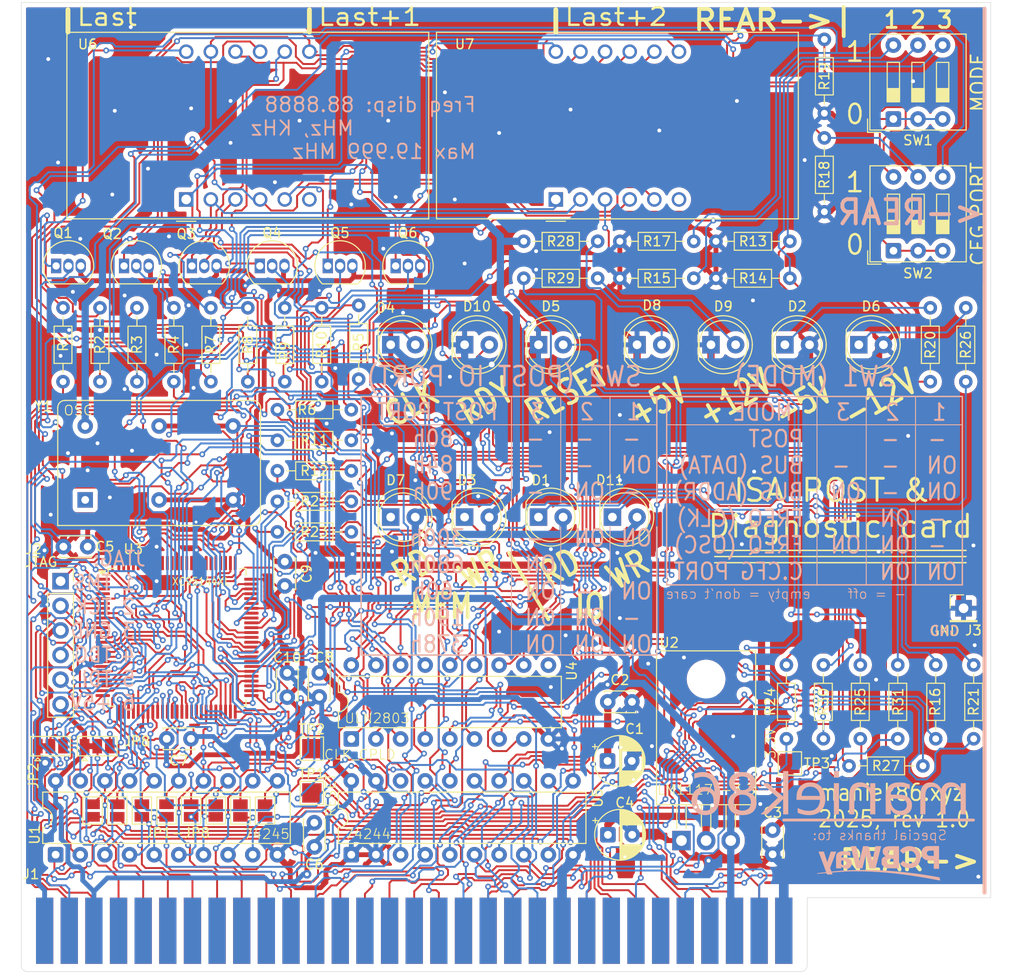
<source format=kicad_pcb>
(kicad_pcb (version 20241229) (generator "pcbnew") (generator_version "9.0")
  (layers (0 "F.Cu" signal) (2 "B.Cu" signal) (13 "F.Paste" user) (15 "B.Paste" user) (5 "F.SilkS" user "F.Silkscreen") (7 "B.SilkS" user "B.Silkscreen") (1 "F.Mask" user) (3 "B.Mask" user) (25 "Edge.Cuts" user))
  (net 0 "")
  (net 1 "A10")
  (net 2 "A17")
  (net 3 "A18")
  (net 4 "A15")
  (net 5 "A16")
  (net 6 "D0")
  (net 7 "A19")
  (net 8 "D3")
  (net 9 "D4")
  (net 10 "D1")
  (net 11 "D2")
  (net 12 "D7")
  (net 13 "D5")
  (net 14 "D6")
  (net 15 "GND")
  (net 16 "A11")
  (net 17 "A12")
  (net 18 "A13")
  (net 19 "A14")
  (net 20 "+12V")
  (net 21 "-12V")
  (net 22 "-5V")
  (net 23 "+5V")
  (net 24 "+3.3V")
  (net 25 "Net-(D1-K)")
  (net 26 "Net-(D2-K)")
  (net 27 "Net-(D3-K)")
  (net 28 "Net-(D4-A)")
  (net 29 "Net-(D5-A)")
  (net 30 "Net-(D6-K)")
  (net 31 "Net-(D7-K)")
  (net 32 "Net-(D8-A)")
  (net 33 "Net-(D9-A)")
  (net 34 "Net-(D10-A)")
  (net 35 "Net-(D11-K)")
  (net 36 "A3")
  (net 39 "/RDY")
  (net 42 "A8")
  (net 45 "A9")
  (net 47 "/CLK_ISA_OSC")
  (net 48 "/MEM_W")
  (net 49 "/CLK_ISA")
  (net 51 "/IO_W")
  (net 52 "A1")
  (net 53 "A2")
  (net 55 "A5")
  (net 56 "/MEM_R")
  (net 57 "A6")
  (net 59 "A4")
  (net 62 "A0")
  (net 64 "/IO_R")
  (net 68 "/RESET_ISA")
  (net 69 "A7")
  (net 72 "/TDI")
  (net 73 "/TDO")
  (net 74 "/TMS")
  (net 75 "/TCK")
  (net 76 "DL0")
  (net 77 "DL1")
  (net 78 "DL2")
  (net 79 "DL3")
  (net 80 "DL4")
  (net 81 "DL5")
  (net 82 "DL6")
  (net 83 "DL7")
  (net 84 "/BT_FUTURE_CS")
  (net 85 "/BT_CS")
  (net 86 "/BT_FUTURE_DIR")
  (net 87 "/BT_DIR")
  (net 88 "/D_DIG_1")
  (net 89 "Net-(Q1-B)")
  (net 90 "/D_DIG_2")
  (net 91 "Net-(Q2-B)")
  (net 92 "Net-(Q3-B)")
  (net 93 "/D_DIG_3")
  (net 94 "Net-(Q4-B)")
  (net 95 "/D_DIG_4")
  (net 96 "Net-(Q5-B)")
  (net 97 "/D_DIG_5")
  (net 98 "Net-(Q6-B)")
  (net 99 "/D_DIG_6")
  (net 100 "/DIG_1")
  (net 101 "/DIG_2")
  (net 102 "/DIG_3")
  (net 103 "/DIG_4")
  (net 104 "/DIG_5")
  (net 105 "/DIG_6")
  (net 106 "/D_SEG_A")
  (net 107 "Net-(U4-O1)")
  (net 108 "Net-(U4-O2)")
  (net 109 "/D_SEG_B")
  (net 110 "/D_SEG_C")
  (net 111 "Net-(U4-O3)")
  (net 112 "/D_SEG_D")
  (net 113 "Net-(U4-O4)")
  (net 114 "Net-(U4-O5)")
  (net 115 "/D_SEG_E")
  (net 116 "Net-(U4-O6)")
  (net 117 "/D_SEG_F")
  (net 118 "Net-(U4-O7)")
  (net 119 "/D_SEG_G")
  (net 120 "/D_SEG_DP")
  (net 121 "Net-(U4-O8)")
  (net 122 "/CFG_SW3")
  (net 123 "/CFG_SW2")
  (net 124 "/CFG_SW1")
  (net 125 "/SW3")
  (net 126 "/SW2")
  (net 127 "/SW1")
  (net 128 "/D_CLK_ISA")
  (net 129 "/D_RDY")
  (net 130 "/D_RESET_ISA")
  (net 131 "/D_IO_W")
  (net 132 "/D_IO_R")
  (net 133 "/D_MEM_W")
  (net 134 "/D_MEM_R")
  (net 135 "/CLK_20MHZ")
  (net 141 "/SEG_F")
  (net 142 "/SEG_DP")
  (net 143 "/SEG_E")
  (net 148 "/SEG_D")
  (net 149 "/SEG_G")
  (net 154 "/SEG_C")
  (net 167 "/SEG_A")
  (net 169 "/SEG_B")
  (footprint "Capacitor_THT:C_Disc_D3.0mm_W2.0mm_P2.50mm" (layer "F.Cu") (at 129.54 103.358 90)
    (property "Reference" "C9")
    (property "Value" "100n")
  )
  (footprint "Jumper:SolderJumper-2_P1.3mm_Open_Pad1.0x1.5mm" (layer "F.Cu") (at 112.268 126.527 90)
    (property "Reference" "JP3" (hide yes))
    (property "Value" "SolderJumper" (hide yes))
  )
  (footprint "Capacitor_THT:C_Disc_D3.0mm_W2.0mm_P2.50mm" (layer "F.Cu") (at 132.588 127.782 -90)
    (property "Reference" "C6")
    (property "Value" "100n")
  )
  (footprint "Library_footprints:OSC_8_14_Multi" (layer "F.Cu") (at 116.586 89.408)
    (property "Reference" "Y1")
    (property "Value" "20MHz" (hide yes))
  )
  (footprint "Jumper:SolderJumper-2_P1.3mm_Open_Pad1.0x1.5mm" (layer "F.Cu") (at 109.728 126.527 90)
    (property "Reference" "JP1" (hide yes))
    (property "Value" "SolderJumper" (hide yes))
  )
  (footprint "Resistor_THT:R_Axial_DIN0204_L3.6mm_D1.6mm_P7.62mm_Horizontal" (layer "F.Cu") (at 181.252 119.126 90)
    (property "Reference" "R24")
    (property "Value" "1K")
  )
  (footprint "Jumper:SolderJumper-2_P1.3mm_Open_Pad1.0x1.5mm" (layer "F.Cu") (at 114.808 126.527 90)
    (property "Reference" "JP4" (hide yes))
    (property "Value" "SolderJumper" (hide yes))
  )
  (footprint "Package_DIP:DIP-20_W7.62mm" (layer "F.Cu") (at 136.398 131.084 90)
    (property "Reference" "U5")
    (property "Value" "74LS244")
  )
  (footprint "Resistor_THT:R_Axial_DIN0204_L3.6mm_D1.6mm_P7.62mm_Horizontal" (layer "F.Cu") (at 128.778 88.34)
    (property "Reference" "R11")
    (property "Value" "1K")
  )
  (footprint "Capacitor_THT:C_Disc_D3.0mm_W2.0mm_P2.50mm" (layer "F.Cu") (at 133.096 114.808 90)
    (property "Reference" "C8")
    (property "Value" "100n")
  )
  (footprint "LED_THT:LED_D5.0mm" (layer "F.Cu") (at 148.077 96.266)
    (property "Reference" "D3")
    (property "Value" "LED_MEM_W")
  )
  (footprint "Resistor_THT:R_Axial_DIN0204_L3.6mm_D1.6mm_P7.62mm_Horizontal" (layer "F.Cu") (at 200.558 119.126 90)
    (property "Reference" "R21")
    (property "Value" "1K")
  )
  (footprint "Resistor_THT:R_Axial_DIN0204_L3.6mm_D1.6mm_P7.62mm_Horizontal" (layer "F.Cu") (at 114.3 82.296 90)
    (property "Reference" "R3")
    (property "Value" "100")
  )
  (footprint "Package_TO_SOT_THT:TO-220-3_Horizontal_TabDown" (layer "F.Cu") (at 170.434 129.626)
    (property "Reference" "U2")
    (property "Value" "LM1117T-3.3")
  )
  (footprint "Resistor_THT:R_Axial_DIN0204_L3.6mm_D1.6mm_P7.62mm_Horizontal" (layer "F.Cu") (at 128.778 91.49)
    (property "Reference" "R12")
    (property "Value" "1K")
  )
  (footprint "Jumper:SolderJumper-3_P1.3mm_Bridged12_Pad1.0x1.5mm" (layer "F.Cu") (at 105.38 119.888)
    (property "Reference" "JP2")
    (property "Value" "SolderJumper")
  )
  (footprint "Connector_PinSocket_2.54mm:PinSocket_1x06_P2.54mm_Vertical" (layer "F.Cu") (at 106.426 102.87)
    (property "Reference" "J2")
    (property "Value" "JTAG")
  )
  (footprint "Resistor_THT:R_Axial_DIN0204_L3.6mm_D1.6mm_P7.62mm_Horizontal" (layer "F.Cu") (at 110.49 82.296 90)
    (property "Reference" "R2")
    (property "Value" "100")
  )
  (footprint "Capacitor_THT:C_Disc_D3.0mm_W2.0mm_P2.50mm" (layer "F.Cu") (at 129.794 112.328 -90)
    (property "Reference" "C10")
    (property "Value" "100n")
  )
  (footprint "Capacitor_THT:C_Disc_D3.0mm_W2.0mm_P2.50mm" (layer "F.Cu") (at 162.834 115.316)
    (property "Reference" "C2")
    (property "Value" "100n")
  )
  (footprint "Package_TO_SOT_THT:TO-92_Inline" (layer "F.Cu") (at 133.97 70.358)
    (property "Reference" "Q5")
    (property "Value" "BC557")
  )
  (footprint "Resistor_THT:R_Axial_DIN0204_L3.6mm_D1.6mm_P7.62mm_Horizontal" (layer "F.Cu") (at 196.646 119.126 90)
    (property "Reference" "R16")
    (property "Value" "1K")
  )
  (footprint "Resistor_THT:R_Axial_DIN0204_L3.6mm_D1.6mm_P7.62mm_Horizontal" (layer "F.Cu") (at 154.178 67.818)
    (property "Reference" "R28")
    (property "Value" "1K")
  )
  (footprint "Resistor_THT:R_Axial_DIN0204_L3.6mm_D1.6mm_P7.62mm_Horizontal" (layer "F.Cu") (at 133.35 82.296 90)
    (property "Reference" "R10")
    (property "Value" "100")
  )
  (footprint "Jumper:SolderJumper-3_P1.3mm_Bridged12_Pad1.0x1.5mm" (layer "F.Cu") (at 110.206 119.888)
    (property "Reference" "JP8")
    (property "Value" "SolderJumper")
  )
  (footprint "Resistor_THT:R_Axial_DIN0204_L3.6mm_D1.6mm_P7.62mm_Horizontal" (layer "F.Cu") (at 199.746 82.296 90)
    (property "Reference" "R26")
    (property "Value" "1K")
  )
  (footprint "Resistor_THT:R_Axial_DIN0204_L3.6mm_D1.6mm_P7.62mm_Horizontal" (layer "F.Cu") (at 196.088 82.296 90)
    (property "Reference" "R20")
    (property "Value" "1K")
  )
  (footprint "LED_THT:LED_D5.0mm" (layer "F.Cu") (at 148.082 78.486)
    (property "Reference" "D10")
    (property "Value" "LED_RDY")
  )
  (footprint "Resistor_THT:R_Axial_DIN0204_L3.6mm_D1.6mm_P7.62mm_Horizontal" (layer "F.Cu") (at 185.166 46.99 -90)
    (property "Reference" "R19")
    (property "Value" "1K")
  )
  (footprint "LED_THT:LED_D5.0mm" (layer "F.Cu") (at 188.717 78.486)
    (property "Reference" "D6")
    (property "Value" "LED_NEG_12V")
  )
  (footprint "Resistor_THT:R_Axial_DIN0204_L3.6mm_D1.6mm_P7.62mm_Horizontal" (layer "F.Cu") (at 188.874 119.126 90)
    (property "Reference" "R25")
    (property "Value" "1K")
  )
  (footprint "TestPoint:TestPoint_Pad_2.0x2.0mm" (layer "F.Cu") (at 132.334 120.142)
    (property "Reference" "TP2")
    (property "Value" "clk_main")
  )
  (footprint "Library_footprints:LED_3_digit_0_56inch_12pin" (layer "F.Cu") (at 127 55.88 90)
    (property "Reference" "U6")
    (property "Value" "~" (hide yes))
  )
  (footprint "Resistor_THT:R_Axial_DIN0204_L3.6mm_D1.6mm_P7.62mm_Horizontal" (layer "F.Cu") (at 128.778 97.79)
    (property "Reference" "R23")
    (property "Value" "1K")
  )
  (footprint "Library_footprints:BUS_XT" (layer "F.Cu") (at 180.984026 139.328026)
    (property "Reference" "J1")
    (property "Value" "Bus_ISA_8bit")
  )
  (footprint "Resistor_THT:R_Axial_DIN0204_L3.6mm_D1.6mm_P7.62mm_Horizontal" (layer "F.Cu") (at 195.326 121.92 180)
    (property "Reference" "R27")
    (property "Value" "1K")
  )
  (footprint "Package_QFP:TQFP-100_14x14mm_P0.5mm" (layer "F.Cu") (at 118.436 108.6695)
    (property "Reference" "U3")
    (property "Value" "XC95144XL-TQ100")
  )
  (footprint "LED_THT:LED_D5.0mm" (layer "F.Cu") (at 163.317 96.266)
    (property "Reference" "D11")
    (property "Value" "LED_IO_W")
  )
  (footprint "Jumper:SolderJumper-2_P1.3mm_Open_Pad1.0x1.5mm" (layer "F.Cu") (at 119.888 126.527 90)
    (property "Reference" "JP6" (hide yes))
    (property "Value" "SolderJumper" (hide yes))
  )
  (footprint "Resistor_THT:R_Axial_DIN0204_L3.6mm_D1.6mm_P7.62mm_Horizontal" (layer "F.Cu") (at 106.68 82.296 90)
    (property "Reference" "R1")
    (property "Value" "100")
  )
  (footprint "Button_Switch_THT:SW_DIP_SPSTx03_Slide_9.78x9.8mm_W7.62mm_P2.54mm" (layer "F.Cu") (at 192.278 55.2025 90)
    (property "Reference" "SW1")
    (property "Value" "SW_DIP_x03")
  )
  (footprint "Jumper:SolderJumper-2_P1.3mm_Open_Pad1.0x1.5mm" (layer "F.Cu") (at 122.428 126.527 90)
    (property "Reference" "JP7" (hide yes))
    (property "Value" "SolderJumper" (hide yes))
  )
  (footprint "TestPoint:TestPoint_Pad_2.0x2.0mm" (layer "F.Cu") (at 181.61 121.666 180)
    (property "Reference" "TP3")
    (property "Value" "pow3.3V")
  )
  (footprint "Capacitor_THT:CP_Radial_D5.0mm_P2.50mm" (layer "F.Cu") (at 162.814 121.412)
    (property "Reference" "C1")
    (property "Value" "10u")
  )
  (footprint "Package_TO_SOT_THT:TO-92_Inline" (layer "F.Cu") (at 140.97 70.358)
    (property "Reference" "Q6")
    (property "Value" "BC557")
  )
  (footprint "Resistor_THT:R_Axial_DIN0204_L3.6mm_D1.6mm_P7.62mm_Horizontal" (layer "F.Cu") (at 154.178 71.628)
    (property "Reference" "R29")
    (property "Value" "1K")
  )
  (footprint "Package_DIP:DIP-18_W7.62mm" (layer "F.Cu") (at 136.398 119.146 90)
    (property "Reference" "U4")
    (property "Value" "ULN2803A")
  )
  (footprint "LED_THT:LED_D5.0mm" (layer "F.Cu") (at 155.702 78.486)
    (property "Reference" "D5")
    (property "Value" "LED_RESET_ISA")
  )
  (footprint "Library_footprints:LED_3_digit_0_56inch_12pin" (layer "F.Cu") (at 165.1 55.88 90)
    (property "Reference" "U7")
    (property "Value" "~" (hide yes))
  )
  (footprint "LED_THT:LED_D5.0mm" (layer "F.Cu") (at 155.697 96.266)
    (property "Reference" "D1")
    (property "Value" "LED_IO_R")
  )
  (footprint "Resistor_THT:R_Axial_DIN0204_L3.6mm_D1.6mm_P7.62mm_Horizontal" (layer "F.Cu") (at 171.704 67.818 180)
    (property "Reference" "R17")
    (property "Value" "1K")
  )
  (footprint "Resistor_THT:R_Axial_DIN0204_L3.6mm_D1.6mm_P7.62mm_Horizontal" (layer "F.Cu") (at 192.734 119.126 90)
    (property "Reference" "R31")
    (property "Value" "1K")
  )
  (footprint "Capacitor_THT:C_Disc_D3.0mm_W2.0mm_P2.50mm" (layer "F.Cu") (at 106.72 99.314)
    (property "Reference" "C5")
    (property "Value" "100n")
  )
  (footprint "Package_DIP:DIP-20_W7.62mm" (layer "F.Cu") (at 105.918 131.084 90)
    (property "Reference" "U1")
    (property "Value" "74LS245")
  )
  (footprint "LED_THT:LED_D5.0mm" (layer "F.Cu") (at 165.857 78.486)
    (property "Reference" "D8")
    (property "Value" "LED_5V")
  )
  (footprint "Resistor_THT:R_Axial_DIN0204_L3.6mm_D1.6mm_P7.62mm_Horizontal" (layer "F.Cu") (at 181.61 71.628 180)
    (property "Reference" "R14")
    (property "Value" "1K")
  )
  (footprint "Resistor_THT:R_Axial_DIN0204_L3.6mm_D1.6mm_P7.62mm_Horizontal" (layer "F.Cu") (at 185.064 119.126 90)
    (property "Reference" "R30")
    (property "Value" "1K")
  )
  (footprint "LED_THT:LED_D5.0mm" (layer "F.Cu") (at 181.097 78.486)
    (property "Reference" "D2")
    (property "Value" "LED_NEG_5V")
  )
  (footprint "Resistor_THT:R_Axial_DIN0204_L3.6mm_D1.6mm_P7.62mm_Horizontal" (layer "F.Cu") (at 125.73 82.296 90)
    (property "Reference" "R8")
    (property "Value" "100")
  )
  (footprint "Resistor_THT:R_Axial_DIN0204_L3.6mm_D1.6mm_P7.62mm_Horizontal" (layer "F.Cu") (at 185.166 57.15 -90)
    (property "Reference" "R18")
    (property "Value" "1K")
  )
  (footprint "Capacitor_THT:C_Disc_D3.0mm_W2.0mm_P2.50mm" (layer "F.Cu") (at 179.832 128.544 -90)
    (property "Reference" "C3")
    (property "Value" "100n")
  )
  (footprint "Capacitor_THT:C_Disc_D3.0mm_W2.0mm_P2.50mm" (layer "F.Cu") (at 119.868 119.126 180)
    (property "Reference" "C7")
    (property "Value" "100n")
  )
  (footprint "LED_THT:LED_D5.0mm" (layer "F.Cu") (at 140.457 96.266)
    (property "Reference" "D7")
    (property "Value" "LED_MEM_R")
  )
  (footprint "Button_Switch_THT:SW_DIP_SPSTx03_Slide_9.78x9.8mm_W7.62mm_P2.54mm" (layer "F.Cu") (at 192.2905 68.7915 90)
    (property "Reference" "SW2")
    (property "Value" "SW_DIP_x03")
  )
  (footprint "Package_TO_SOT_THT:TO-92_Inline" (layer "F.Cu") (at 105.97 70.358)
    (property "Reference" "Q1")
    (property "Value" "BC557")
  )
  (footprint "Jumper:SolderJumper-2_P1.3mm_Open_Pad1.0x1.5mm" (layer "F.Cu") (at 117.348 126.527 90)
    (property "Reference" "JP5" (hide yes))
    (property "Value" "SolderJumper" (hide yes))
  )
  (footprint "Resistor_THT:R_Axial_DIN0204_L3.6mm_D1.6mm_P7.62mm_Horizontal" (layer "F.Cu") (at 121.92 82.296 90)
    (property "Reference" "R7")
    (property "Value" "100")
  )
  (footprint "Resistor_THT:R_Axial_DIN0204_L3.6mm_D1.6mm_P7.62mm_Horizontal" (layer "F.Cu") (at 181.61 67.818 180)
    (property "Reference" "R13")
    (property "Value" "1K")
  )
  (footprint "Package_TO_SOT_THT:TO-92_Inline" (layer "F.Cu") (at 112.97 70.358)
    (property "Reference" "Q2")
    (property "Value" "BC557")
  )
  (footprint "TestPoint:TestPoint_Pad_2.0x2.0mm" (layer "F.Cu") (at 132.334 124.714)
    (property "Reference" "TP1")
    (property "Value" "isa_reset")
  )
  (footprint "Resistor_THT:R_Axial_DIN0204_L3.6mm_D1.6mm_P7.62mm_Horizontal" (layer "F.Cu") (at 129.54 82.296 90)
    (property "Reference" "R9")
    (property "Value" "100")
  )
  (footprint "Connector_PinHeader_2.54mm:PinHeader_1x01_P2.54mm_Vertical" (layer "F.Cu") (at 199.517 105.664)
    (property "Reference" "J3")
    (property "Value" "Conn_01x01_Pin")
  )
  (footprint "Resistor_THT:R_Axial_DIN0204_L3.6mm_D1.6mm_P7.62mm_Horizontal" (layer "F.Cu") (at 128.778 94.64)
    (property "Reference" "R22")
    (property "Value" "1K")
  )
  (footprint "Resistor_THT:R_Axial_DIN0204_L3.6mm_D1.6mm_P7.62mm_Horizontal" (layer "F.Cu") (at 128.778 85.19)
    (property "Reference" "R6")
    (property "Value" "1K")
  )
  (footprint "Capacitor_THT:CP_Radial_D5.0mm_P2.50mm" (layer "F.Cu") (at 162.854 129.032)
    (property "Reference" "C4")
    (property "Value" "47u")
  )
  (footprint "Resistor_THT:R_Axial_DIN0204_L3.6mm_D1.6mm_P7.62mm_Horizontal" (layer "F.Cu") (at 171.704 71.628 180)
    (property "Reference" "R15")
    (property "Value" "1K")
  )
  (footprint "Resistor_THT:R_Axial_DIN0204_L3.6mm_D1.6mm_P7.62mm_Horizontal" (layer "F.Cu") (at 137.16 82.042 90)
    (property "Reference" "R5")
    (property "Value" "1K")
  )
  (footprint "Resistor_THT:R_Axial_DIN0204_L3.6mm_D1.6mm_P7.62mm_Horizontal" (layer "F.Cu") (at 118.11 82.296 90)
    (property "Reference" "R4")
    (property "Value" "100")
  )
  (footprint "LED_THT:LED_D5.0mm" (layer "F.Cu") (at 140.462 78.486)
    (property "Reference" "D4")
    (property "Value" "LED_CLK_ISA")
  )
  (footprint "Jumper:SolderJumper-2_P1.3mm_Open_Pad1.0x1.5mm" (layer "F.Cu") (at 124.968 126.527 90)
    (property "Reference" "JP9" (hide yes))
    (property "Value" "SolderJumper" (hide yes))
  )
  (footprint "Package_TO_SOT_THT:TO-92_Inline" (layer "F.Cu") (at 126.97 70.358)
    (property "Reference" "Q4")
    (property "Value" "BC557")
  )
  (footprint "Jumper:SolderJumper-2_P1.3mm_Open_Pad1.0x1.5mm" (layer "F.Cu") (at 127.508 126.527 90)
    (property "Reference" "JP10" (hide yes))
    (property "Value" "SolderJumper" (hide yes))
  )
  (footprint "LED_THT:LED_D5.0mm" (layer "F.Cu") (at 173.477 78.486)
    (property "Reference" "D9")
    (property "Value" "LED_12V")
  )
  (footprint "Package_TO_SOT_THT:TO-92_Inline" (layer "F.Cu") (at 119.97 70.358)
    (property "Reference" "Q3")
    (property "Value" "BC557")
  )
  (footprint "Library_footprints:graphics_pcbway" (layer "B.Cu") (at 190.881 131.826 180)
    (property "Reference" "G***" (hide yes))
    (property "Value" "LOGO" (hide yes))
  )
  (gr_line (start 152.654 99.949) (end 156.718 106.807) (stroke (width 0.375)) (layer "F.SilkS"))
  (gr_line (start 173.863 100.33) (end 199.771 100.33) (stroke (width 0.15)) (layer "F.SilkS"))
  (gr_line (start 173.863 99.695) (end 199.771 99.695) (stroke (width 0.15)) (layer "F.SilkS"))
  (gr_line (start 173.863 100.965) (end 199.771 100.965) (stroke (width 0.15)) (layer "F.SilkS"))
  (gr_line (start 157.48 46.228) (end 157.48 43.942) (stroke (width 0.5)) (layer "F.SilkS"))
  (gr_line (start 201.676 72.39) (end 201.676 135.001) (stroke (width 0.4)) (layer "F.SilkS"))
  (gr_line (start 107.188 46.228) (end 107.188 43.942) (stroke (width 0.5)) (layer "F.SilkS"))
  (gr_line (start 132.08 46.228) (end 132.08 43.942) (stroke (width 0.5)) (layer "F.SilkS"))
  (gr_line (start 189.484 83.82) (end 189.484 103.251) (stroke (width 0.1)) (layer "B.SilkS"))
  (gr_line (start 137.414 95.123) (end 137.414 83.82) (stroke (width 0.15)) (layer "B.SilkS"))
  (gr_line (start 163.068 94.742) (end 163.068 83.82) (stroke (width 0.1)) (layer "B.SilkS"))
  (gr_line (start 137.414 110.49) (end 137.414 97.282) (stroke (width 0.15)) (layer "B.SilkS"))
  (gr_line (start 168.91 103.251) (end 168.91 83.82) (stroke (width 0.15)) (layer "B.SilkS"))
  (gr_line (start 184.404 103.251) (end 184.404 83.82) (stroke (width 0.1)) (layer "B.SilkS"))
  (gr_line (start 137.414 83.82) (end 167.894 83.82) (stroke (width 0.15)) (layer "B.SilkS"))
  (gr_line (start 157.988 97.282) (end 157.988 110.49) (stroke (width 0.1)) (layer "B.SilkS"))
  (gr_line (start 199.39 83.82) (end 199.39 103.251) (stroke (width 0.15)) (layer "B.SilkS"))
  (gr_line (start 199.39 86.741) (end 168.91 86.741) (stroke (width 0.1)) (layer "B.SilkS"))
  (gr_line (start 152.908 110.49) (end 152.908 97.282) (stroke (width 0.1)) (layer "B.SilkS"))
  (gr_line (start 168.91 83.82) (end 199.39 83.82) (stroke (width 0.15)) (layer "B.SilkS"))
  (gr_line (start 168.91 103.251) (end 199.39 103.251) (stroke (width 0.15)) (layer "B.SilkS"))
  (gr_line (start 167.894 97.282) (end 167.894 110.49) (stroke (width 0.15)) (layer "B.SilkS"))
  (gr_line (start 167.894 83.82) (end 167.894 94.742) (stroke (width 0.15)) (layer "B.SilkS"))
  (gr_line (start 201.676 43.815) (end 201.676 135.001) (stroke (width 0.4)) (layer "B.SilkS"))
  (gr_line (start 137.414 110.49) (end 167.894 110.49) (stroke (width 0.15)) (layer "B.SilkS"))
  (gr_line (start 163.068 110.49) (end 163.068 97.282) (stroke (width 0.1)) (layer "B.SilkS"))
  (gr_line (start 194.564 103.251) (end 194.564 83.82) (stroke (width 0.1)) (layer "B.SilkS"))
  (gr_line (start 157.988 83.82) (end 157.988 94.742) (stroke (width 0.1)) (layer "B.SilkS"))
  (gr_line (start 200.533 127.508) (end 180.975 127.508) (stroke (width 0.3)) (layer "B.SilkS"))
  (gr_line (start 167.894 86.741) (end 137.414 86.741) (stroke (width 0.1)) (layer "B.SilkS"))
  (gr_line (start 152.908 94.742) (end 152.908 83.82) (stroke (width 0.1)) (layer "B.SilkS"))
  (gr_line (start 183.397026 142.503026) (end 183.397026 135.518026) (stroke (width 0.05)) (layer "Edge.Cuts"))
  (gr_line (start 183.397026 135.518026) (end 202.320026 135.518026) (stroke (width 0.05)) (layer "Edge.Cuts"))
  (gr_line (start 103.006026 143.138026) (end 182.762026 143.138026) (stroke (width 0.05)) (layer "Edge.Cuts"))
  (gr_line (start 202.320026 43.189026) (end 102.371026 43.189026) (stroke (width 0.05)) (layer "Edge.Cuts"))
  (gr_arc (start 183.397026 142.503026) (mid 183.211039 142.952039) (end 182.762026 143.138026) (stroke (width 0.05)) (layer "Edge.Cuts"))
  (gr_line (start 202.320026 43.189026) (end 202.320026 135.518026) (stroke (width 0.05)) (layer "Edge.Cuts"))
  (gr_line (start 102.371026 43.189026) (end 102.371026 142.503026) (stroke (width 0.05)) (layer "Edge.Cuts"))
  (gr_arc (start 103.006026 143.138026) (mid 102.557013 142.952039) (end 102.371026 142.503026) (stroke (width 0.05)) (layer "Edge.Cuts"))
  (gr_text "WR" (at 148.336 104.14 30) (layer "F.SilkS") (effects (font (size 2.5 2) (thickness 0.375)) (justify left bottom)))
  (gr_text "RESET" (at 155.194 87.122 30) (layer "F.SilkS") (effects (font (size 2.5 2) (thickness 0.375)) (justify left bottom)))
  (gr_text "maniek86.xyz\n2025, rev 1.0\n" (at 184.404 128.397 0) (layer "F.SilkS") (effects (font (size 1.7 1.5) (thickness 0.2)) (justify left bottom)))
  (gr_text "-5V" (at 180.848 87.376 30) (layer "F.SilkS") (effects (font (size 2.5 2) (thickness 0.375)) (justify left bottom)))
  (gr_text "XC95144XL" (at 117.856 103.378 0) (layer "F.SilkS") (effects (font (size 0.8 0.7) (thickness 0.1)) (justify left bottom)))
  (gr_text "RD" (at 156.718 103.886 30) (layer "F.SilkS") (effects (font (size 2.5 2) (thickness 0.375)) (justify left bottom)))
  (gr_text "CFG.PORT" (at 201.93 70.485 90) (layer "F.SilkS") (effects (font (size 1.5 1.5) (thickness 0.1875)) (justify left bottom)))
  (gr_text "JP1-JP8" (at 115.062 129.413 0) (layer "F.SilkS") (effects (font (size 1 1)) (justify left bottom)))
  (gr_text "Last+1" (at 132.842 45.72 0) (layer "F.SilkS") (effects (font (size 1.8 2) (thickness 0.25)) (justify left bottom)))
  (gr_text "74244" (at 135.636 129.54 0) (layer "F.SilkS") (effects (font (size 1 1) (thickness 0.1)) (justify left bottom)))
  (gr_text "1 2 3" (at 191.135 45.974 0) (layer "F.SilkS") (effects (font (size 1.7 1.6) (thickness 0.3) (bold yes)) (justify left bottom)))
  (gr_text "-12V" (at 187.96 87.376 30) (layer "F.SilkS") (effects (font (size 2.5 2) (thickness 0.375)) (justify left bottom)))
  (gr_text "MEM" (at 142.24 106.934 0) (layer "F.SilkS") (effects (font (size 2.5 2) (thickness 0.375)) (justify left bottom)))
  (gr_text "JTAG" (at 102.616 101.473 0) (layer "F.SilkS") (effects (font (size 1 1)) (justify left bottom)))
  (gr_text "3.3V" (at 180.213 121.285 90) (layer "F.SilkS") (effects (font (size 1 1) (thickness 0.1)) (justify left bottom)))
  (gr_text "OSC" (at 106.68 85.852 0) (layer "F.SilkS") (effects (font (size 1 1) (thickness 0.1)) (justify left bottom)))
  (gr_text "LM1117T-3.3" (at 167.864 124.968 0) (layer "F.SilkS") (effects (font (size 1 1) (thickness 0.1)) (justify left bottom)))
  (gr_text "RD" (at 141.478 103.886 30) (layer "F.SilkS") (effects (font (size 2.5 2) (thickness 0.375)) (justify left bottom)))
  (gr_text "WR" (at 163.576 104.14 30) (layer "F.SilkS") (effects (font (size 2.5 2) (thickness 0.375)) (justify left bottom)))
  (gr_text "RESET" (at 134.874 127.274 90) (layer "F.SilkS") (effects (font (size 1 1) (thickness 0.1)) (justify left bottom)))
  (gr_text "+5V" (at 165.862 87.376 30) (layer "F.SilkS") (effects (font (size 2.5 2) (thickness 0.375)) (justify left bottom)))
  (gr_text "1\n\n0" (at 187.198 55.88 0) (layer "F.SilkS") (effects (font (size 2 2) (thickness 0.25)) (justify left bottom)))
  (gr_text "REAR->|" (at 171.45 46.228 0) (layer "F.SilkS") (effects (font (size 2.1 2.3) (thickness 0.4) (bold yes)) (justify left bottom)))
  (gr_text "+12V" (at 172.974 87.376 30) (layer "F.SilkS") (effects (font (size 2.5 2) (thickness 0.375)) (justify left bottom)))
  (gr_text "CLK_CPLD" (at 133.534 121.342 0) (layer "F.SilkS") (effects (font (size 1 1) (thickness 0.1)) (justify left bottom)))
  (gr_text "Last+2" (at 158.242 45.72 0) (layer "F.SilkS") (effects (font (size 1.8 2) (thickness 0.25)) (justify left bottom)))
  (gr_text "ISA POST & \nDiagnostic card" (at 186.817 98.552 0) (layer "F.SilkS") (effects (font (size 2.3 2.3) (thickness 0.2875)) (justify bottom)))
  (gr_text "ULN2803" (at 135.636 117.602 0) (layer "F.SilkS") (effects (font (size 1 1) (thickness 0.1)) (justify left bottom)))
  (gr_text "74245" (at 125.222 129.54 0) (layer "F.SilkS") (effects (font (size 1 1) (thickness 0.1)) (justify left bottom)))
  (gr_text "MODE" (at 201.93 54.61 90) (layer "F.SilkS") (effects (font (size 1.5 1.5) (thickness 0.1875)) (justify left bottom)))
  (gr_text "RDY" (at 148.336 87.122 30) (layer "F.SilkS") (effects (font (size 2.5 2) (thickness 0.375)) (justify left bottom)))
  (gr_text "REAR->" (at 186.525683 132.877519 0) (layer "F.SilkS") (effects (font (size 2.1 2.3) (thickness 0.4) (bold yes)) (justify left bottom)))
  (gr_text "Last" (at 107.95 45.72 0) (layer "F.SilkS") (effects (font (size 1.8 2) (thickness 0.25)) (justify left bottom)))
  (gr_text "GND" (at 195.961 108.585 0) (layer "F.SilkS") (effects (font (size 1 1)) (justify left bottom)))
  (gr_text "1\n\n0" (at 187.198 69.342 0) (layer "F.SilkS") (effects (font (size 2 2) (thickness 0.25)) (justify left bottom)))
  (gr_text "IO" (at 159.258 106.934 0) (layer "F.SilkS") (effects (font (size 2.5 2) (thickness 0.375)) (justify left bottom)))
  (gr_text "CLK" (at 140.716 87.376 30) (layer "F.SilkS") (effects (font (size 2.5 2) (thickness 0.375)) (justify left bottom)))
  (gr_text "maniek86" (at 200.279 127.635 0) (layer "B.SilkS") (effects (font (size 4.2 4.2) (thickness 0.1)) (justify left bottom mirror)))
  (gr_text " 1\n -\nON\nON\n -\n -\nON" (at 199.009 102.87 0) (layer "B.SilkS") (effects (font (size 1.7 1.5) (thickness 0.22)) (justify left bottom mirror)))
  (gr_text " 2\n -\n -\n -\nON\nON\nON" (at 194.183 102.87 0) (layer "B.SilkS") (effects (font (size 1.7 1.5) (thickness 0.22)) (justify left bottom mirror)))
  (gr_text " -\nON\nON\nON\nON" (at 157.607 110.363 0) (layer "B.SilkS") (effects (font (size 1.7 1.5) (thickness 0.22)) (justify left bottom mirror)))
  (gr_text "- = off     empty = don't care" (at 193.675 104.775 0) (layer "B.SilkS") (effects (font (size 1 1) (thickness 0.1)) (justify left bottom mirror)))
  (gr_text "Freq disp: 88.8888\n           MHz, KHz\nMax 19.999 MHz" (at 149.352 59.436 0) (layer "B.SilkS") (effects (font (size 1.5 1.5) (thickness 0.1875)) (justify left bottom mirror)))
  (gr_text "GND" (at 199.136 108.585 0) (layer "B.SilkS") (effects (font (size 1 1)) (justify left bottom mirror)))
  (gr_text "Special thanks to:" (at 197.866 129.667 0) (layer "B.SilkS") (effects (font (size 1 1) (thickness 0.1)) (justify left bottom mirror)))
  (gr_text " 2\n -\n -\nON" (at 162.687 94.615 0) (layer "B.SilkS") (effects (font (size 1.7 1.5) (thickness 0.22)) (justify left bottom mirror)))
  (gr_text "JTAG:\n 1 TMS\n 2 TCK\n 3 GND\n 4 TDO\n 5 TDI\n 6 +5V" (at 115.316 116.332 0) (layer "B.SilkS") (effects (font (size 1.54 1.4) (thickness 0.2)) (justify left bottom mirror)))
  (gr_text "SW1 (MODE)" (at 192.659 82.931 0) (layer "B.SilkS") (effects (font (size 2 1.8) (thickness 0.25)) (justify left bottom mirror)))
  (gr_text "ON\n -\nON\n -\nON" (at 167.513 110.363 0) (layer "B.SilkS") (effects (font (size 1.7 1.5) (thickness 0.22)) (justify left bottom mirror)))
  (gr_text " 3\n \n -\nON\n -\nON\n " (at 189.103 102.87 0) (layer "B.SilkS") (effects (font (size 1.7 1.5) (thickness 0.22)) (justify left bottom mirror)))
  (gr_text " 3\n -\n -\n -" (at 157.607 94.615 0) (layer "B.SilkS") (effects (font (size 1.7 1.5) (thickness 0.22)) (justify left bottom mirror)))
  (gr_text "<-REAR" (at 201.803 66.294 0) (layer "B.SilkS") (effects (font (size 2.5 2.4) (thickness 0.4) (bold yes)) (justify left bottom mirror)))
  (gr_text "ON\n -\n -\nON\nON" (at 162.687 110.363 0) (layer "B.SilkS") (effects (font (size 1.7 1.5) (thickness 0.22)) (justify left bottom mirror)))
  (gr_text "POST PORT\n    80h\n    84h\n    90h" (at 151.638 94.615 0) (layer "B.SilkS") (effects (font (size 1.7 1.5) (thickness 0.22)) (justify left bottom mirror)))
  (gr_text " 1\n -\nON\n -" (at 167.513 94.615 0) (layer "B.SilkS") (effects (font (size 1.7 1.5) (thickness 0.22)) (justify left bottom mirror)))
  (gr_text "   300h\n   680h\n    60h\n   190h\n   378h" (at 151.638 110.363 0) (layer "B.SilkS") (effects (font (size 1.7 1.5) (thickness 0.22)) (justify left bottom mirror)))
  (gr_text " MODE\nPOST\nBUS (DATA)\nBUS (ADDR)\nFREQ (CLK)\nFREQ (OSC)\nC.CFG PORT" (at 183.134 102.87 0) (layer "B.SilkS") (effects (font (size 1.7 1.5) (thickness 0.22)) (justify left bottom mirror)))
  (gr_text "SW2 (POST IO PORT)" (at 166.497 82.931 0) (layer "B.SilkS") (effects (font (size 2 1.8) (thickness 0.25)) (justify left bottom mirror)))
  (segment (start 114.877314 106.807) (end 114.594471 106.807) (width 0.2) (layer "F.Cu") (net 1))
  (segment (start 115.57 107.442) (end 115.512314 107.442) (width 0.2) (layer "F.Cu") (net 1))
  (segment (start 116.459 109.601) (end 116.3925 109.601) (width 0.2) (layer "F.Cu") (net 1))
  (segment (start 119.507 90.678) (end 118.618 90.678) (width 0.2) (layer "F.Cu") (net 1))
  (segment (start 118.618 90.678) (end 117.475 91.821) (width 0.2) (layer "F.Cu") (net 1))
  (segment (start 142.621 124.46) (end 142.621 122.936) (width 0.2) (layer "F.Cu") (net 1))
  (segment (start 141.859 125.222) (end 142.621 124.46) (width 0.2) (layer "F.Cu") (net 1))
  (segment (start 114.594471 106.807) (end 114.208 106.420529) (width 0.2) (layer "F.Cu") (net 1))
  (segment (start 129.286 133.858) (end 130.184026 134.756026) (width 0.2) (layer "F.Cu") (net 1))
  (segment (start 140.208 121.285) (end 140.208 113.157) (width 0.2) (layer "F.Cu") (net 1))
  (segment (start 140.589 121.666) (end 140.208 121.285) (width 0.2) (layer "F.Cu") (net 1))
  (segment (start 130.184026 134.756026) (end 130.184026 138.928026) (width 0.2) (layer "F.Cu") (net 1))
  (segment (start 114.208 106.420529) (end 114.208 105.699) (width 0.2) (layer "F.Cu") (net 1))
  (segment (start 115.512314 107.442) (end 114.877314 106.807) (width 0.2) (layer "F.Cu") (net 1))
  (segment (start 112.522 109.855) (end 112.287 109.855) (width 0.2) (layer "F.Cu") (net 1))
  (segment (start 141.751 122.301) (end 141.116 121.666) (width 0.2) (layer "F.Cu") (net 1))
  (segment (start 136.144 106.299) (end 136.144 104.14) (width 0.2) (layer "F.Cu") (net 1))
  (segment (start 134.874 102.87) (end 135.509 102.87) (width 0.2) (layer "F.Cu") (net 1))
  (segment (start 113.9825 105.4735) (end 114.046 105.41) (width 0.2) (layer "F.Cu") (net 1))
  (segment (start 141.116 121.666) (end 140.589 121.666) (width 0.2) (layer "F.Cu") (net 1))
  (segment (start 116.3925 109.601) (end 115.697 108.9055) (width 0.2) (layer "F.Cu") (net 1))
  (segment (start 114.208 105.699) (end 113.9825 105.4735) (width 0.2) (layer "F.Cu") (net 1))
  (segment (start 111.9725 110.1695) (end 110.7735 110.1695) (width 0.2) (layer "F.Cu") (net 1))
  (segment (start 112.287 109.855) (end 111.9725 110.1695) (width 0.2) (layer "F.Cu") (net 1))
  (segment (start 135.89 103.251) (end 135.89 103.886) (width 0.2) (layer "F.Cu") (net 1))
  (segment (start 135.509 102.87) (end 135.89 103.251) (width 0.2) (layer "F.Cu") (net 1))
  (segment (start 129.286 133.096) (end 129.286 133.858) (width 0.2) (layer "F.Cu") (net 1))
  (segment (start 136.144 104.14) (end 135.89 103.886) (width 0.2) (layer "F.Cu") (net 1))
  (segment (start 141.986 122.301) (end 141.751 122.301) (width 0.2) (layer "F.Cu") (net 1))
  (segment (start 115.697 108.9055) (end 113.4715 108.9055) (width 0.2) (layer "F.Cu") (net 1))
  (segment (start 134.239 103.505) (end 134.874 102.87) (width 0.2) (layer "F.Cu") (net 1))
  (segment (start 113.4715 108.9055) (end 112.522 109.855) (width 0.2) (layer "F.Cu") (net 1))
  (segment (start 142.621 122.936) (end 141.986 122.301) (width 0.2) (layer "F.Cu") (net 1))
  (via (at 129.286 133.096) (size 0.6) (drill 0.3) (layers "F.Cu" "B.Cu") (net 1))
  (via (at 134.239 103.505) (size 0.6) (drill 0.3) (layers "F.Cu" "B.Cu") (net 1))
  (via (at 117.475 91.821) (size 0.6) (drill 0.3) (layers "F.Cu" "B.Cu") (net 1))
  (via (at 136.144 106.299) (size 0.6) (drill 0.3) (layers "F.Cu" "B.Cu") (net 1))
  (via (at 115.57 107.442) (size 0.6) (drill 0.3) (layers "F.Cu" "B.Cu") (net 1))
  (via (at 119.507 90.678) (size 0.6) (drill 0.3) (layers "F.Cu" "B.Cu") (net 1))
  (via (at 116.459 109.601) (size 0.6) (drill 0.3) (layers "F.Cu" "B.Cu") (net 1))
  (via (at 140.208 113.157) (size 0.6) (drill 0.3) (layers "F.Cu" "B.Cu") (net 1))
  (via (at 113.9825 105.4735) (size 0.6) (drill 0.3) (layers "F.Cu" "B.Cu") (net 1))
  (via (at 141.859 125.222) (size 0.6) (drill 0.3) (layers "F.Cu" "B.Cu") (net 1))
  (segment (start 137.3505 107.5055) (end 140.208 110.363) (width 0.2) (layer "B.Cu") (net 1))
  (segment (start 115.57 107.442) (end 116.059 107.931) (width 0.2) (layer "B.Cu") (net 1))
  (segment (start 136.4805 107.5055) (end 137.3505 107.5055) (width 0.2) (layer "B.Cu") (net 1))
  (segment (start 135.0645 132.2705) (end 139.7635 132.2705) (width 0.2) (layer "B.Cu") (net 1))
  (segment (start 115.916 105.191) (end 115.6335 105.4735) (width 0.2) (layer "B.Cu") (net 1))
  (segment (start 130.3845 133.096) (end 131.191 132.2895) (width 0.2) (layer "B.Cu") (net 1))
  (segment (start 115.6335 105.4735) (end 113.9825 105.4735) (width 0.2) (layer "B.Cu") (net 1))
  (segment (start 133.731 99.568) (end 134.703736 100.540736) (width 0.2) (layer "B.Cu") (net 1))
  (segment (start 116.059 107.931) (end 116.059 109.201) (width 0.2) (layer "B.Cu") (net 1))
  (segment (start 117.437 104.305) (end 116.551 105.191) (width 0.2) (layer "B.Cu") (net 1))
  (segment (start 117.437 96.101) (end 117.437 104.305) (width 0.2) (layer "B.Cu") (net 1))
  (segment (start 134.32475 132.2895) (end 134.493 132.12125) (width 0.2) (layer "B.Cu") (net 1))
  (segment (start 140.208 130.664) (end 141.078 129.794) (width 0.2) (layer "B.Cu") (net 1))
  (segment (start 141.859 125.857) (end 141.859 125.222) (width 0.2) (layer "B.Cu") (net 1))
  (segment (start 131.191 132.2895) (end 134.32475 132.2895) (width 0.2) (layer "B.Cu") (net 1))
  (segment (start 132.266 89.34) (end 132.4515 89.5255) (width 0.2) (layer "B.Cu") (net 1))
  (segment (start 136.144 106.299) (end 136.144 107.169) (width 0.2) (layer "B.Cu") (net 1))
  (segment (start 119.507 90.678) (end 119.507 90.043) (width 0.2) (layer "B.Cu") (net 1))
  (segment (start 140.208 131.826) (end 140.208 130.664) (width 0.2) (layer "B.Cu") (net 1))
  (segment (start 139.7635 132.2705) (end 140.208 131.826) (width 0.2) (layer "B.Cu") (net 1))
  (segment (start 141.078 126.638) (end 141.859 125.857) (width 0.2) (layer "B.Cu") (net 1))
  (segment (start 116.84 91.821) (end 115.443 93.218) (width 0.2) (layer "B.Cu") (net 1))
  (segment (start 134.493 132.12125) (end 134.91525 132.12125) (width 0.2) (layer "B.Cu") (net 1))
  (segment (start 132.4515 90.0525) (end 133.731 91.332) (width 0.2) (layer "B.Cu") (net 1))
  (segment (start 115.951 95.758) (end 117.094 95.758) (width 0.2) (layer "B.Cu") (net 1))
  (segment (start 127.567 89.34) (end 132.266 89.34) (width 0.2) (layer "B.Cu") (net 1))
  (segment (start 120.885 88.665) (end 126.892 88.665) (width 0.2) (layer "B.Cu") (net 1))
  (segment (start 132.4515 89.5255) (end 132.4515 90.0525) (width 0.2) (layer "B.Cu") (net 1))
  (segment (start 134.91525 132.12125) (end 135.0645 132.2705) (width 0.2) (layer "B.Cu") (net 1))
  (segment (start 136.144 107.169) (end 136.4805 107.5055) (width 0.2) (layer "B.Cu") (net 1))
  (segment (start 115.443 93.218) (end 115.443 95.25) (width 0.2) (layer "B.Cu") (net 1))
  (segment (start 119.507 90.043) (end 120.885 88.665) (width 0.2) (layer "B.Cu") (net 1))
  (segment (start 134.703736 103.040264) (end 134.239 103.505) (width 0.2) (layer "B.Cu") (net 1))
  (segment (start 116.551 105.191) (end 115.916 105.191) (width 0.2) (layer "B.Cu") (net 1))
  (segment (start 117.094 95.758) (end 117.437 96.101) (width 0.2) (layer "B.Cu") (net 1))
  (segment (start 134.703736 100.540736) (end 134.703736 103.040264) (width 0.2) (layer "B.Cu") (net 1))
  (segment (start 117.475 91.821) (end 116.84 91.821) (width 0.2) (layer "B.Cu") (net 1))
  (segment (start 129.286 133.096) (end 130.3845 133.096) (width 0.2) (layer "B.Cu") (net 1))
  (segment (start 115.443 95.25) (end 115.951 95.758) (width 0.2) (layer "B.Cu") (net 1))
  (segment (start 116.059 109.201) (end 116.459 109.601) (width 0.2) (layer "B.Cu") (net 1))
  (segment (start 141.078 129.794) (end 141.078 126.638) (width 0.2) (layer "B.Cu") (net 1))
  (segment (start 126.892 88.665) (end 127.567 89.34) (width 0.2) (layer "B.Cu") (net 1))
  (segment (start 140.208 110.363) (end 140.208 113.157) (width 0.2) (layer "B.Cu") (net 1))
  (segment (start 133.731 91.332) (end 133.731 99.568) (width 0.2) (layer "B.Cu") (net 1))
  (segment (start 112.922 129.432) (end 112.141 128.651) (width 0.2) (layer "F.Cu") (net 2))
  (segment (start 131.445 130.302) (end 130.575 129.432) (width 0.2) (layer "F.Cu") (net 2))
  (segment (start 112.268 114.427) (end 111.76 114.935) (width 0.2) (layer "F.Cu") (net 2))
  (segment (start 111.76 115.824) (end 111.252 116.332) (width 0.2) (layer "F.Cu") (net 2))
  (segment (start 134.239 131.191) (end 132.969 132.461) (width 0.2) (layer "F.Cu") (net 2))
  (segment (start 111.401686 128.651) (end 111.020686 128.27) (width 0.2) (layer "F.Cu") (net 2))
  (segment (start 112.776 114.427) (end 112.268 114.427) (width 0.2) (layer "F.Cu") (net 2))
  (segment (start 104.818 124.249) (end 105.791 125.222) (width 0.2) (layer "F.Cu") (net 2))
  (segment (start 131.445 130.7115) (end 131.445 130.302) (width 0.2) (layer "F.Cu") (net 2))
  (segment (start 130.81 132.588) (end 131.276 132.122) (width 0.2) (layer "F.Cu") (net 2))
  (segment (start 130.575 129.432) (end 112.922 129.432) (width 0.2) (layer "F.Cu") (net 2))
  (segment (start 138.957 125.965) (end 138.957 125.622) (width 0.2) (layer "F.Cu") (net 2))
  (segment (start 131.276 132.122) (end 131.276 130.8805) (width 0.2) (layer "F.Cu") (net 2))
  (segment (start 110.744 116.332) (end 110.617 116.332) (width 0.2) (layer "F.Cu") (net 2))
  (segment (start 147.701 130.302) (end 147.231 129.832) (width 0.2) (layer "F.Cu") (net 2))
  (segment (start 104.818 123.008365) (end 104.818 124.249) (width 0.2) (layer "F.Cu") (net 2))
  (segment (start 113.436 115.087) (end 112.776 114.427) (width 0.2) (layer "F.Cu") (net 2))
  (segment (start 134.874 131.191) (end 134.239 131.191) (width 0.2) (layer "F.Cu") (net 2))
  (segment (start 111.252 116.332) (end 110.744 116.332) (width 0.2) (layer "F.Cu") (net 2))
  (segment (start 105.791 125.222) (end 106.934 125.222) (width 0.2) (layer "F.Cu") (net 2))
  (segment (start 113.436 116.332) (end 113.436 115.087) (width 0.2) (layer "F.Cu") (net 2))
  (segment (start 131.064 133.858) (end 130.81 133.604) (width 0.2) (layer "F.Cu") (net 2))
  (segment (start 105.791 122.301) (end 105.525365 122.301) (width 0.2) (layer "F.Cu") (net 2))
  (segment (start 132.969 133.35) (end 132.461 133.858) (width 0.2) (layer "F.Cu") (net 2))
  (segment (start 110.617 128.016) (end 109.728 128.016) (width 0.2) (layer "F.Cu") (net 2))
  (segment (start 148.209 132.08) (end 147.701 131.572) (width 0.2) (layer "F.Cu") (net 2))
  (segment (start 111.020686 128.27) (end 110.871 128.27) (width 0.2) (layer "F.Cu") (net 2))
  (segment (start 130.81 133.604) (end 130.81 132.588) (width 0.2) (layer "F.Cu") (net 2))
  (segment (start 105.918 118.11) (end 106.299 117.729) (width 0.2) (layer "F.Cu") (net 2))
  (segment (start 109.474 128.27) (end 108.712 128.27) (width 0.2) (layer "F.Cu") (net 2))
  (segment (start 109.728 128.016) (end 109.474 128.27) (width 0.2) (layer "F.Cu") (net 2))
  (segment (start 108.712 128.27) (end 107.7595 129.2225) (width 0.2) (layer "F.Cu") (net 2))
  (segment (start 148.59 134.366) (end 148.59 134.112) (width 0.2) (layer "F.Cu") (net 2))
  (segment (start 105.029 118.11) (end 105.918 118.11) (width 0.2) (layer "F.Cu") (net 2))
  (segment (start 110.871 128.27) (end 110.617 128.016) (width 0.2) (layer "F.Cu") (net 2))
  (segment (start 105.525365 122.301) (end 104.818 123.008365) (width 0.2) (layer "F.Cu") (net 2))
  (segment (start 132.969 132.461) (end 132.969 133.35) (width 0.2) (layer "F.Cu") (net 2))
  (segment (start 106.426 121.666) (end 105.791 122.301) (width 0.2) (layer "F.Cu") (net 2))
  (segment (start 132.461 133.858) (end 131.064 133.858) (width 0.2) (layer "F.Cu") (net 2))
  (segment (start 112.141 128.651) (end 111.401686 128.651) (width 0.2) (layer "F.Cu") (net 2))
  (segment (start 147.964026 138.928026) (end 147.964026 134.991974) (width 0.2) (layer "F.Cu") (net 2))
  (segment (start 147.701 131.572) (end 147.701 130.302) (width 0.2) (layer "F.Cu") (net 2))
  (segment (start 147.964026 134.991974) (end 148.59 134.366) (width 0.2) (layer "F.Cu") (net 2))
  (segment (start 131.276 130.8805) (end 131.445 130.7115) (width 0.2) (layer "F.Cu") (net 2))
  (segment (start 144.018 125.476) (end 143.529 125.965) (width 0.2) (layer "F.Cu") (net 2))
  (segment (start 143.529 125.965) (end 138.957 125.965) (width 0.2) (layer "F.Cu") (net 2))
  (segment (start 111.76 114.935) (end 111.76 115.824) (width 0.2) (layer "F.Cu") (net 2))
  (via (at 106.934 125.222) (size 0.6) (drill 0.3) (layers "F.Cu" "B.Cu") (net 2))
  (via (at 138.957 125.622) (size 0.6) (drill 0.3) (layers "F.Cu" "B.Cu") (net 2))
  (via (at 106.299 117.729) (size 0.6) (drill 0.3) (layers "F.Cu" "B.Cu") (net 2))
  (via (at 147.231 129.832) (size 0.6) (drill 0.3) (layers "F.Cu" "B.Cu") (net 2))
  (via (at 134.874 131.191) (size 0.6) (drill 0.3) (layers "F.Cu" "B.Cu") (net 2))
  (via (at 107.7595 129.2225) (size 0.6) (drill 0.3) (layers "F.Cu" "B.Cu") (net 2))
  (via (at 148.59 134.112) (size 0.6) (drill 0.3) (layers "F.Cu" "B.Cu") (net 2))
  (via (at 106.426 121.666) (size 0.6) (drill 0.3) (layers "F.Cu" "B.Cu") (net 2))
  (via (at 110.744 116.332) (size 0.6) (drill 0.3) (layers "F.Cu" "B.Cu") (net 2))
  (via (at 144.018 125.476) (size 0.6) (drill 0.3) (layers "F.Cu" "B.Cu") (net 2))
  (via (at 148.209 132.08) (size 0.6) (drill 0.3) (layers "F.Cu" "B.Cu") (net 2))
  (via (at 105.029 118.11) (size 0.6) (drill 0.3) (layers "F.Cu" "B.Cu") (net 2))
  (segment (start 145.669 125.476) (end 145.161 124.968) (width 0.2) (layer "B.Cu") (net 2))
  (segment (start 107.961515 116.320485) (end 108.723515 116.320485) (width 0.2) (layer "B.Cu") (net 2))
  (segment (start 148.463 125.349) (end 148.082 125.73) (width 0.2) (layer "B.Cu") (net 2))
  (segment (start 148.082 125.73) (end 148.082 126.238) (width 0.2) (layer "B.Cu") (net 2))
  (segment (start 109.243029 116.84) (end 108.862029 116.459) (width 0.2) (layer "B.Cu") (net 2))
  (segment (start 110.236 116.332) (end 109.728 116.84) (width 0.2) (layer "B.Cu") (net 2))
  (segment (start 105.029 119.761) (end 106.426 121.158) (width 0.2) (layer "B.Cu") (net 2))
  (segment (start 105.029 118.11) (end 105.029 119.761) (width 0.2) (layer "B.Cu") (net 2))
  (segment (start 144.145 125.476) (end 144.018 125.476) (width 0.2) (layer "B.Cu") (net 2))
  (segment (start 149.917843 125.406843) (end 149.536843 125.406843) (width 0.2) (layer "B.Cu") (net 2))
  (segment (start 145.161 124.968) (end 144.653 124.968) (width 0.2) (layer "B.Cu") (net 2))
  (segment (start 147.231 129.559686) (end 150.368 126.422686) (width 0.2) (layer "B.Cu") (net 2))
  (segment (start 145.669 126.111) (end 145.669 125.476) (width 0.2) (layer "B.Cu") (net 2))
  (segment (start 147.231 129.832) (end 147.231 129.559686) (width 0.2) (layer "B.Cu") (net 2))
  (segment (start 148.59 133.858) (end 148.209 133.477) (width 0.2) (layer "B.Cu") (net 2))
  (segment (start 138.957 126.092) (end 138.957 125.622) (width 0.2) (layer "B.Cu") (net 2))
  (segment (start 106.553 117.729) (end 106.299 117.729) (width 0.2) (layer "B.Cu") (net 2))
  (segment (start 107.061 125.349) (end 107.061 128.524) (width 0.2) (layer "B.Cu") (net 2))
  (segment (start 148.59 134.112) (end 148.59 133.858) (width 0.2) (layer "B.Cu") (net 2))
  (segment (start 109.728 116.84) (end 109.243029 116.84) (width 0.2) (layer "B.Cu") (net 2))
  (segment (start 107.569 116.713) (end 107.961515 116.320485) (width 0.2) (layer "B.Cu") (net 2))
  (segment (start 106.934 125.222) (end 107.061 125.349) (width 0.2) (layer "B.Cu") (net 2))
  (segment (start 150.368 125.857) (end 149.917843 125.406843) (width 0.2) (layer "B.Cu") (net 2))
  (segment (start 148.209 133.477) (end 148.209 132.08) (width 0.2) (layer "B.Cu") (net 2))
  (segment (start 149.536843 125.406843) (end 149.479 125.349) (width 0.2) (layer "B.Cu") (net 2))
  (segment (start 150.368 126.422686) (end 150.368 125.857) (width 0.2) (layer "B.Cu") (net 2))
  (segment (start 135.147 130.918) (end 135.147 129.902) (width 0.2) (layer "B.Cu") (net 2))
  (segment (start 107.7595 129.2225) (end 107.823 129.286) (width 0.2) (layer "B.Cu") (net 2))
  (segment (start 147.701 126.619) (end 146.177 126.619) (width 0.2) (layer "B.Cu") (net 2))
  (segment (start 107.569 116.713) (end 106.553 117.729) (width 0.2) (layer "B.Cu") (net 2))
  (segment (start 148.082 126.238) (end 147.701 126.619) (width 0.2) (layer "B.Cu") (net 2))
  (segment (start 149.479 125.349) (end 148.463 125.349) (width 0.2) (layer "B.Cu") (net 2))
  (segment (start 108.862029 116.459) (end 108.723515 116.320485) (width 0.2) (layer "B.Cu") (net 2))
  (segment (start 107.061 128.524) (end 107.7595 129.2225) (width 0.2) (layer "B.Cu") (net 2))
  (segment (start 144.653 124.968) (end 144.145 125.476) (width 0.2) (layer "B.Cu") (net 2))
  (segment (start 134.874 131.191) (end 135.147 130.918) (width 0.2) (layer "B.Cu") (net 2))
  (segment (start 106.426 121.158) (end 106.426 121.666) (width 0.2) (layer "B.Cu") (net 2))
  (segment (start 110.744 116.332) (end 110.236 116.332) (width 0.2) (layer "B.Cu") (net 2))
  (segment (start 146.177 126.619) (end 145.669 126.111) (width 0.2) (layer "B.Cu") (net 2))
  (segment (start 135.147 129.902) (end 138.957 126.092) (width 0.2) (layer "B.Cu") (net 2))
  (segment (start 113.936 114.571) (end 113.665 114.3) (width 0.2) (layer "F.Cu") (net 3))
  (segment (start 130.4925 122.7455) (end 130.556 122.809) (width 0.2) (layer "F.Cu") (net 3))
  (segment (start 132.588 118.11) (end 133.124843 117.573157) (width 0.2) (layer "F.Cu") (net 3))
  (segment (start 136.779 114.935) (end 136.779 113.665) (width 0.2) (layer "F.Cu") (net 3))
  (segment (start 150.241 131.488) (end 150.241 130.429) (width 0.2) (layer "F.Cu") (net 3))
  (segment (start 134.62 116.713) (end 134.747 116.586) (width 0.2) (layer "F.Cu") (net 3))
  (segment (start 118.271 120.743) (end 118.745 120.269) (width 0.2) (layer "F.Cu") (net 3))
  (segment (start 133.124843 117.573157) (end 133.124843 117.192157) (width 0.2) (layer "F.Cu") (net 3))
  (segment (start 151.765 116.205) (end 151.765 113.538) (width 0.2) (layer "F.Cu") (net 3))
  (segment (start 155.448 124.714) (end 155.448 121.92) (width 0.2) (layer "F.Cu") (net 3))
  (segment (start 150.853581 134.874) (end 151.384 134.874) (width 0.2) (layer "F.Cu") (net 3))
  (segment (start 133.124843 117.192157) (end 133.604 116.713) (width 0.2) (layer "F.Cu") (net 3))
  (segment (start 124.587 122.174) (end 122.809 122.174) (width 0.2) (layer "F.Cu") (net 3))
  (segment (start 150.504026 135.223555) (end 150.853581 134.874) (width 0.2) (layer "F.Cu") (net 3))
  (segment (start 113.936 116.332) (end 113.936 114.571) (width 0.2) (layer "F.Cu") (net 3))
  (segment (start 136.779 113.665) (end 137.033 113.411) (width 0.2) (layer "F.Cu") (net 3))
  (segment (start 153.543 125.095) (end 155.067 125.095) (width 0.2) (layer "F.Cu") (net 3))
  (segment (start 118.745 120.269) (end 118.999 120.269) (width 0.2) (layer "F.Cu") (net 3))
  (segment (start 128.651 122.174) (end 128.178 121.701) (width 0.2) (layer "F.Cu") (net 3))
  (segment (start 150.504026 138.928026) (end 150.504026 135.223555) (width 0.2) (layer "F.Cu") (net 3))
  (segment (start 116.044 120.743) (end 118.271 120.743) (width 0.2) (layer "F.Cu") (net 3))
  (segment (start 129.921 122.174) (end 128.651 122.174) (width 0.2) (layer "F.Cu") (net 3))
  (segment (start 150.495 131.742) (end 150.241 131.488) (width 0.2) (layer "F.Cu") (net 3))
  (segment (start 150.504026 138.928026) (end 150.495 138.919) (width 0.2) (layer "F.Cu") (net 3))
  (segment (start 130.4925 122.7455) (end 129.921 122.174) (width 0.2) (layer "F.Cu") (net 3))
  (segment (start 150.495 132.207) (end 150.495 131.742) (width 0.2) (layer "F.Cu") (net 3))
  (segment (start 128.178 121.701) (end 125.06 121.701) (width 0.2) (layer "F.Cu") (net 3))
  (segment (start 111.506 117.348) (end 112.014 117.348) (width 0.2) (layer "F.Cu") (net 3))
  (segment (start 152.019 134.239) (end 152.273 134.239) (width 0.2) (layer "F.Cu") (net 3))
  (segment (start 152.908 125.73) (end 153.543 125.095) (width 0.2) (layer "F.Cu") (net 3))
  (segment (start 112.014 117.348) (end 114.3 119.634) (width 0.2) (layer "F.Cu") (net 3))
  (segment (start 125.06 121.701) (end 124.587 122.174) (width 0.2) (layer "F.Cu") (net 3))
  (segment (start 151.384 134.874) (end 152.019 134.239) (width 0.2) (layer "F.Cu") (net 3))
  (segment (start 133.604 116.713) (end 134.62 116.713) (width 0.2) (layer "F.Cu") (net 3))
  (segment (start 155.067 125.095) (end 155.448 124.714) (width 0.2) (layer "F.Cu") (net 3))
  (segment (start 114.935 119.634) (end 116.044 120.743) (width 0.2) (layer "F.Cu") (net 3))
  (segment (start 114.3 119.634) (end 114.935 119.634) (width 0.2) (layer "F.Cu") (net 3))
  (segment (start 150.241 130.429) (end 150.622 130.048) (width 0.2) (layer "F.Cu") (net 3))
  (via (at 155.448 121.92) (size 0.6) (drill 0.3) (layers "F.Cu" "B.Cu") (net 3))
  (via (at 152.908 125.73) (size 0.6) (drill 0.3) (layers "F.Cu" "B.Cu") (net 3))
  (via (at 150.495 132.207) (size 0.6) (drill 0.3) (layers "F.Cu" "B.Cu") (net 3))
  (via (at 151.765 113.538) (size 0.6) (drill 0.3) (layers "F.Cu" "B.Cu") (net 3))
  (via (at 150.622 130.048) (size 0.6) (drill 0.3) (layers "F.Cu" "B.Cu") (net 3))
  (via (at 130.4925 122.7455) (size 0.6) (drill 0.3) (layers "F.Cu" "B.Cu") (net 3))
  (via (at 122.809 122.174) (size 0.6) (drill 0.3) (layers "F.Cu" "B.Cu") (net 3))
  (via (at 113.665 114.3) (size 0.6) (drill 0.3) (layers "F.Cu" "B.Cu") (net 3))
  (via (at 137.033 113.411) (size 0.6) (drill 0.3) (layers "F.Cu" "B.Cu") (net 3))
  (via (at 152.273 134.239) (size 0.6) (drill 0.3) (layers "F.Cu" "B.Cu") (net 3))
  (via (at 134.747 116.586) (size 0.6) (drill 0.3) (layers "F.Cu" "B.Cu") (net 3))
  (via (at 132.588 118.11) (size 0.6) (drill 0.3) (layers "F.Cu" "B.Cu") (net 3))
  (via (at 151.765 116.205) (size 0.6) (drill 0.3) (layers "F.Cu" "B.Cu") (net 3))
  (via (at 118.999 120.269) (size 0.6) (drill 0.3) (layers "F.Cu" "B.Cu") (net 3))
  (via (at 111.506 117.348) (size 0.6) (drill 0.3) (layers "F.Cu" "B.Cu") (net 3))
  (via (at 136.779 114.935) (size 0.6) (drill 0.3) (layers "F.Cu" "B.Cu") (net 3))
  (segment (start 152.908 127.762) (end 150.622 130.048) (width 0.2) (layer "B.Cu") (net 3))
  (segment (start 111.633 113.919) (end 110.9345 114.6175) (width 0.2) (layer "B.Cu") (net 3))
  (segment (start 118.999 120.269) (end 121.031 122.301) (width 0.2) (layer "B.Cu") (net 3))
  (segment (start 111.506 116.078) (end 111.506 117.348) (width 0.2) (layer "B.Cu") (net 3))
  (segment (start 150.495 132.461) (end 150.495 132.207) (width 0.2) (layer "B.Cu") (net 3))
  (segment (start 151.403 113.9) (end 149.3315 113.9) (width 0.2) (layer "B.Cu") (net 3))
  (segment (start 151.765 113.538) (end 151.403 113.9) (width 0.2) (layer "B.Cu") (net 3))
  (segment (start 113.665 114.3) (end 113.284 113.919) (width 0.2) (layer "B.Cu") (net 3))
  (segment (start 151.765 116.205) (end 151.765 116.586) (width 0.2) (layer "B.Cu") (net 3))
  (segment (start 152.908 125.73) (end 152.908 127.762) (width 0.2) (layer "B.Cu") (net 3))
  (segment (start 145.6485 114.1335) (end 145.415 113.9) (width 0.2) (layer "B.Cu") (net 3))
  (segment (start 135.128 116.586) (end 136.779 114.935) (width 0.2) (layer "B.Cu") (net 3))
  (segment (start 134.747 116.586) (end 135.128 116.586) (width 0.2) (layer "B.Cu") (net 3))
  (segment (start 130.937 122.301) (end 131.826 122.301) (width 0.2) (layer "B.Cu") (net 3))
  (segment (start 121.412 122.301) (end 122.682 122.301) (width 0.2) (layer "B.Cu") (net 3))
  (segment (start 151.765 116.586) (end 152.127 116.948) (width 0.2) (layer "B.Cu") (net 3))
  (segment (start 154.305 116.713) (end 155.448 117.856) (width 0.2) (layer "B.Cu") (net 3))
  (segment (start 145.415 113.9) (end 137.522 113.9) (width 0.2) (layer "B.Cu") (net 3))
  (segment (start 110.9345 115.5065) (end 111.506 116.078) (width 0.2) (layer "B.Cu") (net 3))
  (segment (start 153.181 116.948) (end 153.416 116.713) (width 0.2) (layer "B.Cu") (net 3))
  (segment (start 152.127 116.948) (end 153.181 116.948) (width 0.2) (layer "B.Cu") (net 3))
  (segment (start 132.588 121.539) (end 132.588 118.11) (width 0.2) (layer "B.Cu") (net 3))
  (segment (start 153.416 116.713) (end 154.305 116.713) (width 0.2) (layer "B.Cu") (net 3))
  (segment (start 113.284 113.919) (end 111.633 113.919) (width 0.2) (layer "B.Cu") (net 3))
  (segment (start 149.3315 113.9) (end 149.098 114.1335) (width 0.2) (layer "B.Cu") (net 3))
  (segment (start 155.448 117.856) (end 155.448 121.92) (width 0.2) (layer "B.Cu") (net 3))
  (segment (start 130.4925 122.7455) (end 130.937 122.301) (width 0.2) (layer "B.Cu") (net 3))
  (segment (start 122.682 122.301) (end 122.809 122.174) (width 0.2) (layer "B.Cu") (net 3))
  (segment (start 152.273 134.239) (end 150.495 132.461) (width 0.2) (layer "B.Cu") (net 3))
  (segment (start 149.098 114.1335) (end 145.6485 114.1335) (width 0.2) (layer "B.Cu") (net 3))
  (segment (start 110.9345 114.6175) (end 110.9345 115.5065) (width 0.2) (layer "B.Cu") (net 3))
  (segment (start 121.031 122.301) (end 121.412 122.301) (width 0.2) (layer "B.Cu") (net 3))
  (segment (start 131.826 122.301) (end 132.588 121.539) (width 0.2) (layer "B.Cu") (net 3))
  (segment (start 137.522 113.9) (end 137.033 113.411) (width 0.2) (layer "B.Cu") (net 3))
  (segment (start 147.955 133.477) (end 148.844 133.477) (width 0.2) (layer "F.Cu") (net 4))
  (segment (start 162.306 100.203) (end 162.306 99.949) (width 0.2) (layer "F.Cu") (net 4))
  (segment (start 110.7735 114.1695) (end 111.814 114.1695) (width 0.2) (layer "F.Cu") (net 4))
  (segment (start 146.431 79.883) (end 145.923 79.375) (width 0.2) (layer "F.Cu") (net 4))
  (segment (start 147.32 134.112) (end 147.955 133.477) (width 0.2) (layer "F.Cu") (net 4))
  (segment (start 115.154 110.836) (end 114.427 110.109) (width 0.2) (layer "F.Cu") (net 4))
  (segment (start 150.603 87.649) (end 150.603 82.277) (width 0.2) (layer "F.Cu") (net 4))
  (segment (start 158.242 130.048) (end 158.242 130.556) (width 0.2) (layer "F.Cu") (net 4))
  (segment (start 149.098 133.731) (end 151.257 133.731) (width 0.2) (layer "F.Cu") (net 4))
  (segment (start 161.436 99.079) (end 161.436 91.389) (width 0.2) (layer "F.Cu") (net 4))
  (segment (start 148.844 133.477) (end 149.098 133.731) (width 0.2) (layer "F.Cu") (net 4))
  (segment (start 114.173 110.109) (end 114.173 109.982) (width 0.2) (layer "F.Cu") (net 4))
  (segment (start 153.289 133.096) (end 153.797 133.604) (width 0.2) (layer "F.Cu") (net 4))
  (segment (start 158.115 130.683) (end 158.115 131.445) (width 0.2) (layer "F.Cu") (net 4))
  (segment (start 161.436 91.389) (end 160.782 90.735) (width 0.2) (layer "F.Cu") (net 4))
  (segment (start 105.0925 86.2965) (end 105.156 86.36) (width 0.2) (layer "F.Cu") (net 4))
  (segment (start 152.089 90.735) (end 151.5745 91.2495) (width 0.2) (layer "F.Cu") (net 4))
  (segment (start 151.892 133.096) (end 153.289 133.096) (width 0.2) (layer "F.Cu") (net 4))
  (segment (start 148.209 79.883) (end 146.431 79.883) (width 0.2) (layer "F.Cu") (net 4))
  (segment (start 113.2075 112.776) (end 114.808 112.776) (width 0.2) (layer "F.Cu") (net 4))
  (segment (start 145.923 79.375) (end 145.796 79.375) (width 0.2) (layer "F.Cu") (net 4))
  (segment (start 142.884026 138.928026) (end 142.884026 134.864974) (width 0.2) (layer "F.Cu") (net 4))
  (segment (start 108.077 77.851) (end 113.411 77.851) (width 0.2) (layer "F.Cu") (net 4))
  (segment (start 104.197 86.557) (end 104.521 86.233) (width 0.2) (layer "F.Cu") (net 4))
  (segment (start 161.328 104.483) (end 162.179 103.632) (width 0.2) (layer "F.Cu") (net 4))
  (segment (start 114.808 112.776) (end 115.154 112.43) (width 0.2) (layer "F.Cu") (net 4))
  (segment (start 158.242 130.556) (end 158.115 130.683) (width 0.2) (layer "F.Cu") (net 4))
  (segment (start 150.603 82.277) (end 148.209 79.883) (width 0.2) (layer "F.Cu") (net 4))
  (segment (start 142.884026 134.864974) (end 143.637 134.112) (width 0.2) (layer "F.Cu") (net 4))
  (segment (start 104.197 91.497) (end 104.197 86.557) (width 0.2) (layer "F.Cu") (net 4))
  (segment (start 113.411 77.851) (end 114.808 76.454) (width 0.2) (layer "F.Cu") (net 4))
  (segment (start 161.328 121.755) (end 161.328 104.483) (width 0.2) (layer "F.Cu") (net 4))
  (segment (start 125.73 76.454) (end 125.984 76.708) (width 0.2) (layer "F.Cu") (net 4))
  (segment (start 105.029 92.329) (end 104.197 91.497) (width 0.2) (layer "F.Cu") (net 4))
  (segment (start 160.782 90.735) (end 152.089 90.735) (width 0.2) (layer "F.Cu") (net 4))
  (segment (start 162.306 99.949) (end 161.436 99.079) (width 0.2) (layer "F.Cu") (net 4))
  (segment (start 115.154 112.43) (end 115.154 110.836) (width 0.2) (layer "F.Cu") (net 4))
  (segment (start 158.115 131.445) (end 157.099 132.461) (width 0.2) (layer "F.Cu") (net 4))
  (segment (start 114.427 110.109) (end 114.173 110.109) (width 0.2) (layer "F.Cu") (net 4))
  (segment (start 143.637 134.112) (end 147.32 134.112) (width 0.2) (layer "F.Cu") (net 4))
  (segment (start 162.179 103.632) (end 162.433 103.632) (width 0.2) (layer "F.Cu") (net 4))
  (segment (start 157.099 132.461) (end 156.464 132.461) (width 0.2) (layer "F.Cu") (net 4))
  (segment (start 150.368 87.884) (end 150.603 87.649) (width 0.2) (layer "F.Cu") (net 4))
  (segment (start 105.029 86.233) (end 105.0925 86.2965) (width 0.2) (layer "F.Cu") (net 4))
  (segment (start 151.257 133.731) (end 151.892 133.096) (width 0.2) (layer "F.Cu") (net 4))
  (segment (start 111.814 114.1695) (end 113.2075 112.776) (width 0.2) (layer "F.Cu") (net 4))
  (segment (start 114.808 76.454) (end 125.73 76.454) (width 0.2) (layer "F.Cu") (net 4))
  (segment (start 104.521 86.233) (end 105.029 86.233) (width 0.2) (layer "F.Cu") (net 4))
  (via (at 105.0925 86.2965) (size 0.6) (drill 0.3) (layers "F.Cu" "B.Cu") (net 4))
  (via (at 151.5745 91.2495) (size 0.6) (drill 0.3) (layers "F.Cu" "B.Cu") (net 4))
  (via (at 153.797 133.604) (size 0.6) (drill 0.3) (layers "F.Cu" "B.Cu") (net 4))
  (via (at 108.077 77.851) (size 0.6) (drill 0.3) (layers "F.Cu" "B.Cu") (net 4))
  (via (at 145.796 79.375) (size 0.6) (drill 0.3) (layers "F.Cu" "B.Cu") (net 4))
  (via (at 114.173 109.982) (size 0.6) (drill 0.3) (layers "F.Cu" "B.Cu") (net 4))
  (via (at 150.368 87.884) (size 0.6) (drill 0.3) (layers "F.Cu" "B.Cu") (net 4))
  (via (at 125.984 76.708) (size 0.6) (drill 0.3) (layers "F.Cu" "B.Cu") (net 4))
  (via (at 105.029 92.329) (size 0.6) (drill 0.3) (layers "F.Cu" "B.Cu") (net 4))
  (via (at 162.433 103.632) (size 0.6) (drill 0.3) (layers "F.Cu" "B.Cu") (net 4))
  (via (at 162.306 100.203) (size 0.6) (drill 0.3) (layers "F.Cu" "B.Cu") (net 4))
  (via (at 158.242 130.048) (size 0.6) (drill 0.3) (layers "F.Cu" "B.Cu") (net 4))
  (via (at 161.328 121.755) (size 0.6) (drill 0.3) (layers "F.Cu" "B.Cu") (net 4))
  (via (at 156.464 132.461) (size 0.6) (drill 0.3) (layers "F.Cu" "B.Cu") (net 4))
  (segment (start 112.868 105.572) (end 112.106 105.572) (width 0.2) (layer "B.Cu") (net 4))
  (segment (start 114.027 101.835) (end 115.316 103.124) (width 0.2) (layer "B.Cu") (net 4))
  (segment (start 132.461 76.2) (end 137.033 76.2) (width 0.2) (layer "B.Cu") (net 4))
  (segment (start 150.368 87.884) (end 150.368 88.138) (width 0.2) (layer "B.Cu") (net 4))
  (segment (start 161.328 102.527) (end 161.328 101.181) (width 0.2) (layer "B.Cu") (net 4))
  (segment (start 150.622 90.297) (end 151.5745 91.2495) (width 0.2) (layer "B.Cu") (net 4))
  (segment (start 150.368 88.138) (end 150.622 88.392) (width 0.2) (layer "B.Cu") (net 4))
  (segment (start 125.984 76.708) (end 126.238 76.962) (width 0.2) (layer "B.Cu") (net 4))
  (segment (start 153.797 133.604) (end 154.305 134.112) (width 0.2) (layer "B.Cu") (net 4))
  (segment (start 158.242 127.635) (end 158.242 130.048) (width 0.2) (layer "B.Cu") (net 4))
  (segment (start 146.558 75.184) (end 145.796 75.946) (width 0.2) (layer "B.Cu") (net 4))
  (segment (start 114.935 104.648) (end 113.792 104.648) (width 0.2) (layer "B.Cu") (net 4))
  (segment (start 161.328 101.181) (end 162.306 100.203) (width 0.2) (layer "B.Cu") (net 4))
  (segment (start 129.921 76.962) (end 130.302 76.581) (width 0.2) (layer "B.Cu") (net 4))
  (segment (start 145.796 75.946) (end 145.796 79.375) (width 0.2) (layer "B.Cu") (net 4))
  (segment (start 103.797 93.18) (end 103.797 96.812) (width 0.2) (layer "B.Cu") (net 4))
  (segment (start 161.29 121.793) (end 161.29 124.587) (width 0.2) (layer "B.Cu") (net 4))
  (segment (start 132.08 76.581) (end 132.461 76.2) (width 0.2) (layer "B.Cu") (net 4))
  (segment (start 112.106 105.572) (end 111.887 105.791) (width 0.2) (layer "B.Cu") (net 4))
  (segment (start 103.797 96.812) (end 104.502 97.517) (width 0.2) (layer "B.Cu") (net 4))
  (segment (start 111.887 105.791) (end 111.887 106.553) (width 0.2) (layer "B.Cu") (net 4))
  (segment (start 111.887 106.553) (end 113.284 107.95) (width 0.2) (layer "B.Cu") (net 4))
  (segment (start 145.796 79.375) (end 145.796 79.502) (width 0.2) (layer "B.Cu") (net 4))
  (segment (start 139.427 73.806) (end 146.05 73.806) (width 0.2) (layer "B.Cu") (net 4))
  (segment (start 161.29 124.587) (end 158.242 127.635) (width 0.2) (layer "B.Cu") (net 4))
  (segment (start 162.433 103.632) (end 161.328 102.527) (width 0.2) (layer "B.Cu") (net 4))
  (segment (start 137.033 76.2) (end 139.427 73.806) (width 0.2) (layer "B.Cu") (net 4))
  (segment (start 146.558 74.314) (end 146.558 75.184) (width 0.2) (layer "B.Cu") (net 4))
  (segment (start 113.284 109.093) (end 114.173 109.982) (width 0.2) (layer "B.Cu") (net 4))
  (segment (start 113.792 104.648) (end 112.868 105.572) (width 0.2) (layer "B.Cu") (net 4))
  (segment (start 155.321 134.112) (end 156.464 132.969) (width 0.2) (layer "B.Cu") (net 4))
  (segment (start 161.328 121.755) (end 161.29 121.793) (width 0.2) (layer "B.Cu") (net 4))
  (segment (start 104.648 92.329) (end 103.797 93.18) (width 0.2) (layer "B.Cu") (net 4))
  (segment (start 105.0925 85.6425) (end 104.902 85.452) (width 0.2) (layer "B.Cu") (net 4))
  (segment (start 150.622 88.392) (end 150.622 90.297) (width 0.2) (layer "B.Cu") (net 4))
  (segment (start 111.125 101.835) (end 114.027 101.835) (width 0.2) (layer "B.Cu") (net 4))
  (segment (start 110.363 101.073) (end 111.125 101.835) (width 0.2) (layer "B.Cu") (net 4))
  (segment (start 104.902 78.359) (end 105.41 77.851) (width 0.2) (layer "B.Cu") (net 4))
  (segment (start 110.363 98.806) (end 110.363 101.073) (width 0.2) (layer "B.Cu") (net 4))
  (segment (start 115.316 103.124) (end 115.316 104.267) (width 0.2) (layer "B.Cu") (net 4))
  (segment (start 146.05 73.806) (end 146.558 74.314) (width 0.2) (layer "B.Cu") (net 4))
  (segment (start 113.284 107.95) (end 113.284 109.093) (width 0.2) (layer "B.Cu") (net 4))
  (segment (start 105.391 97.517) (end 106.045 98.171) (width 0.2) (layer "B.Cu") (net 4))
  (segment (start 104.902 85.452) (end 104.902 78.359) (width 0.2) (layer "B.Cu") (net 4))
  (segment (start 109.728 98.171) (end 110.363 98.806) (width 0.2) (layer "B.Cu") (net 4))
  (segment (start 130.302 76.581) (end 132.08 76.581) (width 0.2) (layer "B.Cu") (net 4))
  (segment (start 115.316 104.267) (end 114.935 104.648) (width 0.2) (layer "B.Cu") (net 4))
  (segment (start 154.305 134.112) (end 155.321 134.112) (width 0.2) (layer "B.Cu") (net 4))
  (segment (start 104.502 97.517) (end 105.391 97.517) (width 0.2) (layer "B.Cu") (net 4))
  (segment (start 156.464 132.969) (end 156.464 132.461) (width 0.2) (layer "B.Cu") (net 4))
  (segment (start 105.0925 86.2965) (end 105.0925 85.6425) (width 0.2) (layer "B.Cu") (net 4))
  (segment (start 106.045 98.171) (end 109.728 98.171) (width 0.2) (layer "B.Cu") (net 4))
  (segment (start 126.238 76.962) (end 129.921 76.962) (width 0.2) (layer "B.Cu") (net 4))
  (segment (start 151.5745 91.2495) (end 151.638 91.186) (width 0.2) (layer "B.Cu") (net 4))
  (segment (start 105.41 77.851) (end 108.077 77.851) (width 0.2) (layer "B.Cu") (net 4))
  (segment (start 105.029 92.329) (end 104.648 92.329) (width 0.2) (layer "B.Cu") (net 4))
  (segment (start 142.621 132.461) (end 145.161 132.461) (width 0.2) (layer "F.Cu") (net 5))
  (segment (start 145.161 132.461) (end 145.669 132.969) (width 0.2) (layer "F.Cu") (net 5))
  (segment (start 134.747 132.842) (end 135.382 132.842) (width 0.2) (layer "F.Cu") (net 5))
  (segment (start 105.791 133.604) (end 105.918 133.477) (width 0.2) (layer "F.Cu") (net 5))
  (segment (start 145.424026 138.928026) (end 145.424026 135.010026) (width 0.2) (layer "F.Cu") (net 5))
  (segment (start 136.506 132.823) (end 142.259 132.823) (width 0.2) (layer "F.Cu") (net 5))
  (segment (start 104.590314 133.165314) (end 105.086686 133.165314) (width 0.2) (layer "F.Cu") (net 5))
  (segment (start 145.424026 135.010026) (end 145.161 134.747) (width 0.2) (layer "F.Cu") (net 5))
  (segment (start 105.144372 133.223) (end 105.41 133.223) (width 0.2) (layer "F.Cu") (net 5))
  (segment (start 135.382 132.842) (end 135.636 132.588) (width 0.2) (layer "F.Cu") (net 5))
  (segment (start 104.667 127.508) (end 104.413 127.762) (width 0.2) (layer "F.Cu") (net 5))
  (segment (start 109.474 133.35) (end 109.474 133.261) (width 0.2) (layer "F.Cu") (net 5))
  (segment (start 109.728 115.697) (end 109.746 115.697) (width 0.2) (layer "F.Cu") (net 5))
  (segment (start 136.271 132.588) (end 136.506 132.823) (width 0.2) (layer "F.Cu") (net 5))
  (segment (start 128.397 133.985) (end 129.032 134.62) (width 0.2) (layer "F.Cu") (net 5))
  (segment (start 107.95 125.476) (end 105.918 127.508) (width 0.2) (layer "F.Cu") (net 5))
  (segment (start 105.918 127.508) (end 104.667 127.508) (width 0.2) (layer "F.Cu") (net 5))
  (segment (start 145.161 134.747) (end 144.399 134.747) (width 0.2) (layer "F.Cu") (net 5))
  (segment (start 105.086686 133.165314) (end 105.144372 133.223) (width 0.2) (layer "F.Cu") (net 5))
  (segment (start 128.397 133.096) (end 128.397 133.985) (width 0.2) (layer "F.Cu") (net 5))
  (segment (start 109.746 115.697) (end 110.7735 114.6695) (width 0.2) (layer "F.Cu") (net 5))
  (segment (start 135.636 132.588) (end 136.271 132.588) (width 0.2) (layer "F.Cu") (net 5))
  (segment (start 107.569 133.223) (end 107.442 133.096) (width 0.2) (layer "F.Cu") (net 5))
  (segment (start 104.413 132.988) (end 104.590314 133.165314) (width 0.2) (layer "F.Cu") (net 5))
  (segment (start 109.474 133.261) (end 109.074 132.861) (width 0.2) (layer "F.Cu") (net 5))
  (segment (start 105.41 133.223) (end 105.791 133.604) (width 0.2) (layer "F.Cu") (net 5))
  (segment (start 142.259 132.823) (end 142.621 132.461) (width 0.2) (layer "F.Cu") (net 5))
  (segment (start 110.7735 114.6695) (end 110.2475 114.6695) (width 0.2) (layer "F.Cu") (net 5))
  (segment (start 104.413 127.762) (end 104.413 132.988) (width 0.2) (layer "F.Cu") (net 5))
  (segment (start 107.931 132.861) (end 109.074 132.861) (width 0.2) (layer "F.Cu") (net 5))
  (segment (start 107.569 133.223) (end 107.931 132.861) (width 0.2) (layer "F.Cu") (net 5))
  (via (at 109.728 115.697) (size 0.6) (drill 0.3) (layers "F.Cu" "B.Cu") (net 5))
  (via (at 129.032 134.62) (size 0.6) (drill 0.3) (layers "F.Cu" "B.Cu") (net 5))
  (via (at 107.569 133.223) (size 0.6) (drill 0.3) (layers "F.Cu" "B.Cu") (net 5))
  (via (at 134.747 132.842) (size 0.6) (drill 0.3) (layers "F.Cu" "B.Cu") (net 5))
  (via (at 128.397 133.096) (size 0.6) (drill 0.3) (layers "F.Cu" "B.Cu") (net 5))
  (via (at 109.474 133.35) (size 0.6) (drill 0.3) (layers "F.Cu" "B.Cu") (net 5))
  (via (at 145.669 132.969) (size 0.6) (drill 0.3) (layers "F.Cu" "B.Cu") (net 5))
  (via (at 105.791 133.604) (size 0.6) (drill 0.3) (layers "F.Cu" "B.Cu") (net 5))
  (via (at 144.399 134.747) (size 0.6) (drill 0.3) (layers "F.Cu" "B.Cu") (net 5))
  (via (at 107.95 125.476) (size 0.6) (drill 0.3) (layers "F.Cu" "B.Cu") (net 5))
  (segment (start 133.35 132.842) (end 132.207 133.985) (width 0.2) (layer "B.Cu") (net 5))
  (segment (start 105.664 116.974) (end 105.918 116.72) (width 0.2) (layer "B.Cu") (net 5))
  (segment (start 107.061 133.604) (end 105.791 133.604) (width 0.2) (layer "B.Cu") (net 5))
  (segment (start 107.2515 122.9995) (end 107.823 122.428) (width 0.2) (layer "B.Cu") (net 5))
  (segment (start 131.149 134.408) (end 129.244 134.408) (width 0.2) (layer "B.Cu") (net 5))
  (segment (start 132.207 133.985) (end 131.572 133.985) (width 0.2) (layer "B.Cu") (net 5))
  (segment (start 107.257314 120.523) (end 106.134 119.399686) (width 0.2) (layer "B.Cu") (net 5))
  (segment (start 107.823 120.65) (end 107.696 120.523) (width 0.2) (layer "B.Cu") (net 5))
  (segment (start 128.143 132.842) (end 128.397 133.096) (width 0.2) (layer "B.Cu") (net 5))
  (segment (start 107.823 122.428) (end 107.823 120.65) (width 0.2) (layer "B.Cu") (net 5))
  (segment (start 107.2515 123.8885) (end 107.2515 122.9995) (width 0.2) (layer "B.Cu") (net 5))
  (segment (start 109.982 132.842) (end 128.143 132.842) (width 0.2) (layer "B.Cu") (net 5))
  (segment (start 107.569 133.223) (end 107.442 133.223) (width 0.2) (layer "B.Cu") (net 5))
  (segment (start 145.669 132.969) (end 144.399 134.239) (width 0.2) (layer "B.Cu") (net 5))
  (segment (start 109.474 133.35) (end 109.982 132.842) (width 0.2) (layer "B.Cu") (net 5))
  (segment (start 129.244 134.408) (end 129.032 134.62) (width 0.2) (layer "B.Cu") (net 5))
  (segment (start 105.664 118.91) (end 105.664 116.974) (width 0.2) (layer "B.Cu") (net 5))
  (segment (start 106.134 119.38) (end 105.664 118.91) (width 0.2) (layer "B.Cu") (net 5))
  (segment (start 107.442 133.223) (end 107.061 133.604) (width 0.2) (layer "B.Cu") (net 5))
  (segment (start 106.934 116.72) (end 107.733514 115.920486) (width 0.2) (layer "B.Cu") (net 5))
  (segment (start 131.572 133.985) (end 131.149 134.408) (width 0.2) (layer "B.Cu") (net 5))
  (segment (start 106.134 119.399686) (end 106.134 119.38) (width 0.2) (layer "B.Cu") (net 5))
  (segment (start 107.733514 115.920486) (end 109.631514 115.920486) (width 0.2) (layer "B.Cu") (net 5))
  (segment (start 144.399 134.239) (end 144.399 134.747) (width 0.2) (layer "B.Cu") (net 5))
  (segment (start 107.95 124.587) (end 107.2515 123.8885) (width 0.2) (layer "B.Cu") (net 5))
  (segment (start 107.696 120.523) (end 107.257314 120.523) (width 0.2) (layer "B.Cu") (net 5))
  (segment (start 109.728 115.824) (end 109.728 115.697) (width 0.2) (layer "B.Cu") (net 5))
  (segment (start 107.95 125.476) (end 107.95 124.587) (width 0.2) (layer "B.Cu") (net 5))
  (segment (start 134.747 132.842) (end 133.35 132.842) (width 0.2) (layer "B.Cu") (net 5))
  (segment (start 105.918 116.72) (end 106.934 116.72) (width 0.2) (layer "B.Cu") (net 5))
  (segment (start 109.631514 115.920486) (end 109.728 115.824) (width 0.2) (layer "B.Cu") (net 5))
  (segment (start 160.664026 138.928026) (end 160.664026 135.001) (width 0.2) (layer "F.Cu") (net 6))
  (segment (start 107.499686 127.762) (end 107.08 128.181686) (width 0.2) (layer "F.Cu") (net 6))
  (segment (start 107.461 130.448) (end 108.097 131.084) (width 0.2) (layer "F.Cu") (net 6))
  (segment (start 160.274 129.089) (end 160.217 129.032) (width 0.2) (layer "F.Cu") (net 6))
  (segment (start 146.783157 128.679843) (end 146.431 129.032) (width 0.2) (layer "F.Cu") (net 6))
  (segment (start 160.664026 135.001) (end 161.071 134.594026) (width 0.2) (layer "F.Cu") (net 6))
  (segment (start 108.515686 127.762) (end 107.499686 127.762) (width 0.2) (layer "F.Cu") (net 6))
  (segment (start 158.877 129.032) (end 148.082 129.032) (width 0.2) (layer "F.Cu") (net 6))
  (segment (start 158.877 129.032) (end 160.217 129.032) (width 0.2) (layer "F.Cu") (net 6))
  (segment (start 111.218 127.855) (end 111.218 127.601) (width 0.2) (layer "F.Cu") (net 6))
  (segment (start 109.728 127.177) (end 109.241157 127.663843) (width 0.2) (layer "F.Cu") (net 6))
  (segment (start 161.071 131.029686) (end 160.274 130.232686) (width 0.2) (layer "F.Cu") (net 6))
  (segment (start 107.461 129.921) (end 107.461 130.448) (width 0.2) (layer "F.Cu") (net 6))
  (segment (start 111.379 128.016) (end 111.218 127.855) (width 0.2) (layer "F.Cu") (net 6))
  (segment (start 112.141 128.016) (end 111.379 128.016) (width 0.2) (layer "F.Cu") (net 6))
  (segment (start 108.613843 127.663843) (end 108.515686 127.762) (width 0.2) (layer "F.Cu") (net 6))
  (segment (start 108.311 130.937) (end 108.458 131.084) (width 0.2) (layer "F.Cu") (net 6))
  (segment (start 108.097 131.084) (end 108.458 131.084) (width 0.2) (layer "F.Cu") (net 6))
  (segment (start 161.071 131.988) (end 161.071 131.029686) (width 0.2) (layer "F.Cu") (net 6))
  (segment (start 160.274 130.232686) (end 160.274 129.089) (width 0.2) (layer "F.Cu") (net 6))
  (segment (start 161.071 134.594026) (end 161.071 131.988) (width 0.2) (layer "F.Cu") (net 6))
  (segment (start 109.241157 127.663843) (end 108.613843 127.663843) (width 0.2) (layer "F.Cu") (net 6))
  (segment (start 111.218 127.601) (end 110.794 127.177) (width 0.2) (layer "F.Cu") (net 6))
  (segment (start 113.157 129.032) (end 112.141 128.016) (width 0.2) (layer "F.Cu") (net 6))
  (segment (start 146.431 129.032) (end 113.157 129.032) (width 0.2) (layer "F.Cu") (net 6))
  (segment (start 107.08 129.54) (end 107.461 129.921) (width 0.2) (layer "F.Cu") (net 6))
  (segment (start 107.08 128.181686) (end 107.08 129.54) (width 0.2) (layer "F.Cu") (net 6))
  (segment (start 110.794 127.177) (end 109.728 127.177) (width 0.2) (layer "F.Cu") (net 6))
  (segment (start 148.082 129.032) (end 147.729843 128.679843) (width 0.2) (layer "F.Cu") (net 6))
  (segment (start 147.729843 128.679843) (end 146.783157 128.679843) (width 0.2) (layer "F.Cu") (net 6))
  (segment (start 140.081 83.439) (end 138.7475 82.1055) (width 0.2) (layer "F.Cu") (net 7))
  (segment (start 154.559 134.512) (end 155.761471 134.512) (width 0.2) (layer "F.Cu") (net 7))
  (segment (start 168.618 94.272) (end 168.618 91.275) (width 0.2) (layer "F.Cu") (net 7))
  (segment (start 168.618 91.275) (end 167.678 90.335) (width 0.2) (layer "F.Cu") (net 7))
  (segment (start 114.935 87.757) (end 114.935 86.36) (width 0.2) (layer "F.Cu") (net 7))
  (segment (start 115.57 88.392) (end 114.935 87.757) (width 0.2) (layer "F.Cu") (net 7))
  (segment (start 172.593 122.174) (end 168.656 118.237) (width 0.2) (layer "F.Cu") (net 7))
  (segment (start 168.656 110.744) (end 168.021 110.109) (width 0.2) (layer "F.Cu") (net 7))
  (segment (start 119.253 111.506) (end 119.253 109.728) (width 0.2) (layer "F.Cu") (net 7))
  (segment (start 114.436 114.164) (end 114.681 113.919) (width 0.2) (layer "F.Cu") (net 7))
  (segment (start 170.307 131.572) (end 170.942 132.207) (width 0.2) (layer "F.Cu") (net 7))
  (segment (start 140.081 86.233) (end 140.081 83.439) (width 0.2) (layer "F.Cu") (net 7))
  (segment (start 116.586 113.411) (end 117.856 112.141) (width 0.2) (layer "F.Cu") (net 7))
  (segment (start 142.748 90.17) (end 142.621 90.043) (width 0.2) (layer "F.Cu") (net 7))
  (segment (start 167.894 94.996) (end 168.618 94.272) (width 0.2) (layer "F.Cu") (net 7))
  (segment (start 119.126 89.154) (end 118.364 88.392) (width 0.2) (layer "F.Cu") (net 7))
  (segment (start 138.7475 81.2165) (end 138.049 80.518) (width 0.2) (layer "F.Cu") (net 7))
  (segment (start 138.049 80.518) (end 138.049 79.121) (width 0.2) (layer "F.Cu") (net 7))
  (segment (start 153.044026 138.928026) (end 153.044026 135.391974) (width 0.2) (layer "F.Cu") (net 7))
  (segment (start 170.942 132.207) (end 171.958 132.207) (width 0.2) (layer "F.Cu") (net 7))
  (segment (start 118.364 88.392) (end 115.57 88.392) (width 0.2) (layer "F.Cu") (net 7))
  (segment (start 118.618 112.141) (end 119.253 111.506) (width 0.2) (layer "F.Cu") (net 7))
  (segment (start 155.961471 134.712) (end 156.499 134.712) (width 0.2) (layer "F.Cu") (net 7))
  (segment (start 117.856 112.141) (end 118.618 112.141) (width 0.2) (layer "F.Cu") (net 7))
  (segment (start 167.678 90.335) (end 144.869 90.335) (width 0.2) (layer "F.Cu") (net 7))
  (segment (start 155.761471 134.512) (end 155.961471 134.712) (width 0.2) (layer "F.Cu") (net 7))
  (segment (start 159.258 133.223) (end 159.258 133.477) (width 0.2) (layer "F.Cu") (net 7))
  (segment (start 144.272 90.932) (end 143.51 90.932) (width 0.2) (layer "F.Cu") (net 7))
  (segment (start 173.736 122.174) (end 172.593 122.174) (width 0.2) (layer "F.Cu") (net 7))
  (segment (start 158.369 133.223) (end 157.2895 134.3025) (width 0.2) (layer "F.Cu") (net 7))
  (segment (start 157.2895 134.3025) (end 156.9085 134.3025) (width 0.2) (layer "F.Cu") (net 7))
  (segment (start 143.51 90.932) (end 142.748 90.17) (width 0.2) (layer "F.Cu") (net 7))
  (segment (start 168.656 118.237) (end 168.656 110.744) (width 0.2) (layer "F.Cu") (net 7))
  (segment (start 114.436 116.332) (end 114.436 114.164) (width 0.2) (layer "F.Cu") (net 7))
  (segment (start 114.935 86.36) (end 114.935 86.233) (width 0.2) (layer "F.Cu") (net 7))
  (segment (start 154.432 134.639) (end 154.559 134.512) (width 0.2) (layer "F.Cu") (net 7))
  (segment (start 156.499 134.712) (end 156.9085 134.3025) (width 0.2) (layer "F.Cu") (net 7))
  (segment (start 138.7475 82.1055) (end 138.7475 81.2165) (width 0.2) (layer "F.Cu") (net 7))
  (segment (start 153.044026 135.391974) (end 153.797 134.639) (width 0.2) (layer "F.Cu") (net 7))
  (segment (start 144.869 90.335) (end 144.272 90.932) (width 0.2) (layer "F.Cu") (net 7))
  (segment (start 153.797 134.639) (end 154.432 134.639) (width 0.2) (layer "F.Cu") (net 7))
  (segment (start 159.258 133.223) (end 158.369 133.223) (width 0.2) (layer "F.Cu") (net 7))
  (via (at 119.253 109.728) (size 0.6) (drill 0.3) (layers "F.Cu" "B.Cu") (net 7))
  (via (at 114.681 113.919) (size 0.6) (drill 0.3) (layers "F.Cu" "B.Cu") (net 7))
  (via (at 159.258 133.477) (size 0.6) (drill 0.3) (layers "F.Cu" "B.Cu") (net 7))
  (via (at 171.958 132.207) (size 0.6) (drill 0.3) (layers "F.Cu" "B.Cu") (net 7))
  (via (at 116.586 113.411) (size 0.6) (drill 0.3) (layers "F.Cu" "B.Cu") (net 7))
  (via (at 138.049 79.121) (size 0.6) (drill 0.3) (layers "F.Cu" "B.Cu") (net 7))
  (via (at 173.736 122.174) (size 0.6) (drill 0.3) (layers "F.Cu" "B.Cu") (net 7))
  (via (at 142.748 90.17) (size 0.6) (drill 0.3) (layers "F.Cu" "B.Cu") (net 7))
  (via (at 119.126 89.154) (size 0.6) (drill 0.3) (layers "F.Cu" "B.Cu") (net 7))
  (via (at 170.307 131.572) (size 0.6) (drill 0.3) (layers "F.Cu" "B.Cu") (net 7))
  (via (at 167.894 94.996) (size 0.6) (drill 0.3) (layers "F.Cu" "B.Cu") (net 7))
  (via (at 114.935 86.36) (size 0.6) (drill 0.3) (layers "F.Cu" "B.Cu") (net 7))
  (via (at 168.021 110.109) (size 0.6) (drill 0.3) (layers "F.Cu" "B.Cu") (net 7))
  (via (at 140.081 86.233) (size 0.6) (drill 0.3) (layers "F.Cu" "B.Cu") (net 7))
  (segment (start 174.839 122.809) (end 174.839 128.437) (width 0.2) (layer "B.Cu") (net 7))
  (segment (start 142.748 90.17) (end 142.748 89.916) (width 0.2) (layer "B.Cu") (net 7))
  (segment (start 118.726 81.045) (end 118.491 81.28) (width 0.2) (layer "B.Cu") (net 7))
  (segment (start 174.204 122.174) (end 174.839 122.809) (width 0.2) (layer "B.Cu") (net 7))
  (segment (start 173.736 122.174) (end 174.204 122.174) (width 0.2) (layer "B.Cu") (net 7))
  (segment (start 120.015 93.472) (end 120.015 92.71) (width 0.2) (layer "B.Cu") (net 7))
  (segment (start 128.397 79.013) (end 127.635 78.251) (width 0.2) (layer "B.Cu") (net 7))
  (segment (start 172.212 131.191) (end 172.466 130.937) (width 0.2) (layer "B.Cu") (net 7))
  (segment (start 130.448 79.013) (end 128.397 79.013) (width 0.2) (layer "B.Cu") (net 7))
  (segment (start 114.7 85.471) (end 114.935 85.706) (width 0.2) (layer "B.Cu") (net 7))
  (segment (start 123.5265 79.9465) (end 119.512814 79.9465) (width 0.2) (layer "B.Cu") (net 7))
  (segment (start 137.795 79.375) (end 130.81 79.375) (width 0.2) (layer "B.Cu") (net 7))
  (segment (start 142.329 86.36) (end 140.208 86.36) (width 0.2) (layer "B.Cu") (net 7))
  (segment (start 143.218 87.249) (end 142.329 86.36) (width 0.2) (layer "B.Cu") (net 7))
  (segment (start 118.726 80.733314) (end 118.726 81.045) (width 0.2) (layer "B.Cu") (net 7))
  (segment (start 171.958 132.207) (end 172.212 131.953) (width 0.2) (layer "B.Cu") (net 7))
  (segment (start 159.258 133.477) (end 159.258 133.096) (width 0.2) (layer "B.Cu") (net 7))
  (segment (start 114.7 84.112686) (end 114.7 85.471) (width 0.2) (layer "B.Cu") (net 7))
  (segment (start 119.037 104.648) (end 119.037 94.45) (width 0.2) (layer "B.Cu") (net 7))
  (segment (start 174.244 130.429) (end 174.244 129.032) (width 0.2) (layer "B.Cu") (net 7))
  (segment (start 117.532686 81.28) (end 114.7 84.112686) (width 0.2) (layer "B.Cu") (net 7))
  (segment (start 167.894 100.457) (end 167.894 94.996) (width 0.2) (layer "B.Cu") (net 7))
  (segment (start 119.512814 79.9465) (end 118.726 80.733314) (width 0.2) (layer "B.Cu") (net 7))
  (segment (start 168.021 110.109) (end 168.021 100.584) (width 0.2) (layer "B.Cu") (net 7))
  (segment (start 173.736 130.937) (end 174.244 130.429) (width 0.2) (layer "B.Cu") (net 7))
  (segment (start 143.218 89.446) (end 143.218 87.249) (width 0.2) (layer "B.Cu") (net 7))
  (segment (start 168.021 100.584) (end 167.894 100.457) (width 0.2) (layer "B.Cu") (net 7))
  (segment (start 119.253 109.728) (end 119.38 109.601) (width 0.2) (layer "B.Cu") (net 7))
  (segment (start 115.194471 113.573) (end 115.697 113.573) (width 0.2) (layer "B.Cu") (net 7))
  (segment (start 114.681 113.919) (end 114.848471 113.919) (width 0.2) (layer "B.Cu") (net 7))
  (segment (start 172.466 130.937) (end 173.736 130.937) (width 0.2) (layer "B.Cu") (net 7))
  (segment (start 114.848471 113.919) (end 115.194471 113.573) (width 0.2) (layer "B.Cu") (net 7))
  (segment (start 159.258 133.096) (end 160.039 132.315) (width 0.2) (layer "B.Cu") (net 7))
  (segment (start 160.039 132.315) (end 169.564 132.315) (width 0.2) (layer "B.Cu") (net 7))
  (segment (start 118.872 89.408) (end 119.126 89.154) (width 0.2) (layer "B.Cu") (net 7))
  (segment (start 120.015 92.71) (end 118.872 91.567) (width 0.2) (layer "B.Cu") (net 7))
  (segment (start 174.839 128.437) (end 174.244 129.032) (width 0.2) (layer "B.Cu") (net 7))
  (segment (start 118.491 81.28) (end 117.532686 81.28) (width 0.2) (layer "B.Cu") (net 7))
  (segment (start 172.212 131.953) (end 172.212 131.191) (width 0.2) (layer "B.Cu") (net 7))
  (segment (start 140.208 86.36) (end 140.081 86.233) (width 0.2) (layer "B.Cu") (net 7))
  (segment (start 119.38 104.991) (end 119.037 104.648) (width 0.2) (layer "B.Cu") (net 7))
  (segment (start 119.037 94.45) (end 120.015 93.472) (width 0.2) (layer "B.Cu") (net 7))
  (segment (start 119.38 109.601) (end 119.38 104.991) (width 0.2) (layer "B.Cu") (net 7))
  (segment (start 142.748 89.916) (end 143.218 89.446) (width 0.2) (layer "B.Cu") (net 7))
  (segment (start 127.635 78.251) (end 125.222 78.251) (width 0.2) (layer "B.Cu") (net 7))
  (segment (start 130.81 79.375) (end 130.448 79.013) (width 0.2) (layer "B.Cu") (net 7))
  (segment (start 115.859 113.411) (end 115.697 113.573) (width 0.2) (layer "B.Cu") (net 7))
  (segment (start 125.222 78.251) (end 123.5265 79.9465) (width 0.2) (layer "B.Cu") (net 7))
  (segment (start 118.872 91.567) (end 118.872 89.408) (width 0.2) (layer "B.Cu") (net 7))
  (segment (start 169.564 132.315) (end 170.307 131.572) (width 0.2) (layer "B.Cu") (net 7))
  (segment (start 114.935 85.706) (end 114.935 86.36) (width 0.2) (layer "B.Cu") (net 7))
  (segment (start 138.049 79.121) (end 137.795 79.375) (width 0.2) (layer "B.Cu") (net 7))
  (segment (start 116.586 113.411) (end 115.859 113.411) (width 0.2) (layer "B.Cu") (net 7))
  (segment (start 159.639 127.635) (end 148.59 127.635) (width 0.2) (layer "F.Cu") (net 8))
  (segment (start 117.271 127.254) (end 117.348 127.177) (width 0.2) (layer "F.Cu") (net 8))
  (segment (start 161.163 126.873) (end 160.401 126.873) (width 0.2) (layer "F.Cu") (net 8))
  (segment (start 162.2775 130.4005) (end 161.671 129.794) (width 0.2) (layer "F.Cu") (net 8))
  (segment (start 161.671 127.381) (end 161.163 126.873) (width 0.2) (layer "F.Cu") (net 8))
  (segment (start 116.078 127.254) (end 117.271 127.254) (width 0.2) (layer "F.Cu") (net 8))
  (segment (start 145.843843 127.635) (end 135.89 127.635) (width 0.2) (layer "F.Cu") (net 8))
  (segment (start 162.344 134.112) (end 162.2775 134.0455) (width 0.2) (layer "F.Cu") (net 8))
  (segment (start 161.671 129.794) (end 161.671 127.381) (width 0.2) (layer "F.Cu") (net 8))
  (segment (start 135.89 127.635) (end 135.382 127.127) (width 0.2) (layer "F.Cu") (net 8))
  (segment (start 168.284026 135.772026) (end 166.624 134.112) (width 0.2) (layer "F.Cu") (net 8))
  (segment (start 148.383843 127.428843) (end 146.05 127.428843) (width 0.2) (layer "F.Cu") (net 8))
  (segment (start 146.05 127.428843) (end 145.843843 127.635) (width 0.2) (layer "F.Cu") (net 8))
  (segment (start 166.624 134.112) (end 162.344 134.112) (width 0.2) (layer "F.Cu") (net 8))
  (segment (start 148.59 127.635) (end 148.383843 127.428843) (width 0.2) (layer "F.Cu") (net 8))
  (segment (start 168.284026 138.928026) (end 168.284026 135.772026) (width 0.2) (layer "F.Cu") (net 8))
  (segment (start 162.2775 134.0455) (end 162.2775 130.4005) (width 0.2) (layer "F.Cu") (net 8))
  (segment (start 160.401 126.873) (end 159.639 127.635) (width 0.2) (layer "F.Cu") (net 8))
  (via (at 135.382 127.127) (size 0.6) (drill 0.3) (layers "F.Cu" "B.Cu") (net 8))
  (via (at 116.078 127.254) (size 0.6) (drill 0.3) (layers "F.Cu" "B.Cu") (net 8))
  (segment (start 134.747 130.429) (end 134.747 129.159) (width 0.2) (layer "B.Cu") (net 8))
  (segment (start 116.332 127.508) (end 116.078 127.254) (width 0.2) (layer "B.Cu") (net 8))
  (segment (start 116.332 128.193) (end 116.332 127.508) (width 0.2) (layer "B.Cu") (net 8))
  (segment (start 134.493 128.905) (end 134.493 128.016) (width 0.2) (layer "B.Cu") (net 8))
  (segment (start 134.493 128.016) (end 135.382 127.127) (width 0.2) (layer "B.Cu") (net 8))
  (segment (start 116.078 128.447) (end 116.2935 128.2315) (width 0.2) (layer "B.Cu") (net 8))
  (segment (start 134.747 129.159) (end 134.493 128.905) (width 0.2) (layer "B.Cu") (net 8))
  (segment (start 116.2935 128.2315) (end 116.332 128.193) (width 0.2) (layer "B.Cu") (net 8))
  (segment (start 130.4925 132.334) (end 130.937 131.8895) (width 0.2) (layer "B.Cu") (net 8))
  (segment (start 116.078 131.084) (end 116.078 128.447) (width 0.2) (layer "B.Cu") (net 8))
  (segment (start 130.937 131.8895) (end 133.2865 131.8895) (width 0.2) (layer "B.Cu") (net 8))
  (segment (start 133.2865 131.8895) (end 134.747 130.429) (width 0.2) (layer "B.Cu") (net 8))
  (segment (start 116.078 131.084) (end 117.328 132.334) (width 0.2) (layer "B.Cu") (net 8))
  (segment (start 117.328 132.334) (end 130.4925 132.334) (width 0.2) (layer "B.Cu") (net 8))
  (segment (start 137.268 127.235) (end 145.618685 127.235) (width 0.2) (layer "F.Cu") (net 9))
  (segment (start 128.651 124.841) (end 129.921 124.841) (width 0.2) (layer "F.Cu") (net 9))
  (segment (start 148.637843 127.028843) (end 148.844 127.235) (width 0.2) (layer "F.Cu") (net 9))
  (segment (start 137.16 127.127) (end 137.268 127.235) (width 0.2) (layer "F.Cu") (net 9))
  (segment (start 165.862 125.476) (end 166.624 125.476) (width 0.2) (layer "F.Cu") (net 9))
  (segment (start 129.921 124.841) (end 130.937 123.825) (width 0.2) (layer "F.Cu") (net 9))
  (segment (start 168.402 131.572) (end 167.132 130.302) (width 0.2) (layer "F.Cu") (net 9))
  (segment (start 165.1 126.238) (end 165.862 125.476) (width 0.2) (layer "F.Cu") (net 9))
  (segment (start 131.191 123.19) (end 133.604 123.19) (width 0.2) (layer "F.Cu") (net 9))
  (segment (start 145.618685 127.235) (end 145.824842 127.028843) (width 0.2) (layer "F.Cu") (net 9))
  (segment (start 137.16 126.746) (end 137.16 127.127) (width 0.2) (layer "F.Cu") (net 9))
  (segment (start 170.824026 136.026026) (end 168.402 133.604) (width 0.2) (layer "F.Cu") (net 9))
  (segment (start 160.166 126.473) (end 163.341 126.473) (width 0.2) (layer "F.Cu") (net 9))
  (segment (start 163.341 126.473) (end 163.576 126.238) (width 0.2) (layer "F.Cu") (net 9))
  (segment (start 130.937 123.825) (end 130.937 123.444) (width 0.2) (layer "F.Cu") (net 9))
  (segment (start 159.404 127.235) (end 160.166 126.473) (width 0.2) (layer "F.Cu") (net 9))
  (segment (start 148.844 127.235) (end 159.404 127.235) (width 0.2) (layer "F.Cu") (net 9))
  (segment (start 130.937 123.444) (end 131.191 123.19) (width 0.2) (layer "F.Cu") (net 9))
  (segment (start 133.604 123.19) (end 137.16 126.746) (width 0.2) (layer "F.Cu") (net 9))
  (segment (start 168.402 133.604) (end 168.402 131.572) (width 0.2) (layer "F.Cu") (net 9))
  (segment (start 170.824026 138.928026) (end 170.824026 136.026026) (width 0.2) (layer "F.Cu") (net 9))
  (segment (start 163.576 126.238) (end 165.1 126.238) (width 0.2) (layer "F.Cu") (net 9))
  (segment (start 145.824842 127.028843) (end 148.637843 127.028843) (width 0.2) (layer "F.Cu") (net 9))
  (via (at 119.888 127.177) (size 0.6) (drill 0.3) (layers "F.Cu" "B.Cu") (net 9))
  (via (at 167.132 130.302) (size 0.6) (drill 0.3) (layers "F.Cu" "B.Cu") (net 9))
  (via (at 128.651 124.841) (size 0.6) (drill 0.3) (layers "F.Cu" "B.Cu") (net 9))
  (via (at 166.624 125.476) (size 0.6) (drill 0.3) (layers "F.Cu" "B.Cu") (net 9))
  (segment (start 167.132 125.984) (end 166.624 125.476) (width 0.2) (layer "B.Cu") (net 9))
  (segment (start 119.888 127.177) (end 120.3325 127.6215) (width 0.2) (layer "B.Cu") (net 9))
  (segment (start 167.132 130.302) (end 167.132 125.984) (width 0.2) (layer "B.Cu") (net 9))
  (segment (start 127.889 126.492) (end 120.573 126.492) (width 0.2) (layer "B.Cu") (net 9))
  (segment (start 128.651 124.841) (end 128.651 125.73) (width 0.2) (layer "B.Cu") (net 9))
  (segment (start 118.618 131.084) (end 119.868 131.084) (width 0.2) (layer "B.Cu") (net 9))
  (segment (start 120.573 126.492) (end 119.888 127.177) (width 0.2) (layer "B.Cu") (net 9))
  (segment (start 120.3325 127.6215) (end 120.3325 130.2385) (width 0.2) (layer "B.Cu") (net 9))
  (segment (start 120.015 130.556) (end 120.3325 130.2385) (width 0.2) (layer "B.Cu") (net 9))
  (segment (start 119.868 131.084) (end 120.015 130.937) (width 0.2) (layer "B.Cu") (net 9))
  (segment (start 128.651 125.73) (end 127.889 126.492) (width 0.2) (layer "B.Cu") (net 9))
  (segment (start 120.015 130.937) (end 120.015 130.556) (width 0.2) (layer "B.Cu") (net 9))
  (segment (start 147.913843 128.228843) (end 148.209 128.524) (width 0.2) (layer "F.Cu") (net 10))
  (segment (start 131.699 126.619) (end 133.35 126.619) (width 0.2) (layer "F.Cu") (net 10))
  (segment (start 160.655 128.524) (end 160.782 128.651) (width 0.2) (layer "F.Cu") (net 10))
  (segment (start 129.686 128.632) (end 131.699 126.619) (width 0.2) (layer "F.Cu") (net 10))
  (segment (start 160.782 130.175) (end 161.471 130.864) (width 0.2) (layer "F.Cu") (net 10))
  (segment (start 146.304 128.524) (end 146.599157 128.228843) (width 0.2) (layer "F.Cu") (net 10))
  (segment (start 161.471 130.864) (end 161.471 134.518974) (width 0.2) (layer "F.Cu") (net 10))
  (segment (start 148.209 128.524) (end 160.655 128.524) (width 0.2) (layer "F.Cu") (net 10))
  (segment (start 160.782 128.651) (end 160.782 130.175) (width 0.2) (layer "F.Cu") (net 10))
  (segment (start 113.386 128.295) (end 113.723 128.632) (width 0.2) (layer "F.Cu") (net 10))
  (segment (start 113.723 128.632) (end 129.686 128.632) (width 0.2) (layer "F.Cu") (net 10))
  (segment (start 133.35 126.619) (end 135.255 128.524) (width 0.2) (layer "F.Cu") (net 10))
  (segment (start 163.204026 135.537026) (end 163.204026 138.928026) (width 0.2) (layer "F.Cu") (net 10))
  (segment (start 161.471 134.518974) (end 162.099026 135.147) (width 0.2) (layer "F.Cu") (net 10))
  (segment (start 113.386 128.295) (end 112.268 127.177) (width 0.2) (layer "F.Cu") (net 10))
  (segment (start 135.255 128.524) (end 146.304 128.524) (width 0.2) (layer "F.Cu") (net 10))
  (segment (start 162.814 135.147) (end 163.204026 135.537026) (width 0.2) (layer "F.Cu") (net 10))
  (segment (start 162.099026 135.147) (end 162.814 135.147) (width 0.2) (layer "F.Cu") (net 10))
  (segment (start 146.599157 128.228843) (end 147.913843 128.228843) (width 0.2) (layer "F.Cu") (net 10))
  (via (at 113.386 128.295) (size 0.6) (drill 0.3) (layers "F.Cu" "B.Cu") (net 10))
  (segment (start 110.998 131.084) (end 110.998 130.683) (width 0.2) (layer "B.Cu") (net 10))
  (segment (start 110.998 130.683) (end 113.386 128.295) (width 0.2) (layer "B.Cu") (net 10))
  (segment (start 115.545 127.914) (end 115.863 128.232) (width 0.2) (layer "F.Cu") (net 11))
  (segment (start 159.785 128.124) (end 160.636 127.273) (width 0.2) (layer "F.Cu") (net 11))
  (segment (start 164.973 134.747) (end 165.744026 135.518026) (width 0.2) (layer "F.Cu") (net 11))
  (segment (start 148.167843 127.828843) (end 148.463 128.124) (width 0.2) (layer "F.Cu") (net 11))
  (segment (start 148.463 128.124) (end 159.785 128.124) (width 0.2) (layer "F.Cu") (net 11))
  (segment (start 161.871 130.629) (end 161.871 134.293) (width 0.2) (layer "F.Cu") (net 11))
  (segment (start 165.744026 135.518026) (end 165.744026 138.928026) (width 0.2) (layer "F.Cu") (net 11))
  (segment (start 115.863 128.232) (end 129.451 128.232) (width 0.2) (layer "F.Cu") (net 11))
  (segment (start 146.069 128.124) (end 146.364157 127.828843) (width 0.2) (layer "F.Cu") (net 11))
  (segment (start 129.451 128.232) (end 131.464 126.219) (width 0.2) (layer "F.Cu") (net 11))
  (segment (start 161.271 127.546686) (end 161.271 130.01) (width 0.2) (layer "F.Cu") (net 11))
  (segment (start 135.509 128.124) (end 146.069 128.124) (width 0.2) (layer "F.Cu") (net 11))
  (segment (start 133.604 126.219) (end 135.509 128.124) (width 0.2) (layer "F.Cu") (net 11))
  (segment (start 160.636 127.273) (end 160.997314 127.273) (width 0.2) (layer "F.Cu") (net 11))
  (segment (start 161.563 130.302) (end 161.563 130.321) (width 0.2) (layer "F.Cu") (net 11))
  (segment (start 161.271 130.01) (end 161.563 130.302) (width 0.2) (layer "F.Cu") (net 11))
  (segment (start 160.997314 127.273) (end 161.271 127.546686) (width 0.2) (layer "F.Cu") (net 11))
  (segment (start 161.871 134.293) (end 162.325 134.747) (width 0.2) (layer "F.Cu") (net 11))
  (segment (start 161.563 130.321) (end 161.871 130.629) (width 0.2) (layer "F.Cu") (net 11))
  (segment (start 131.464 126.219) (end 133.604 126.219) (width 0.2) (layer "F.Cu") (net 11))
  (segment (start 162.325 134.747) (end 164.973 134.747) (width 0.2) (layer "F.Cu") (net 11))
  (segment (start 114.808 127.177) (end 115.545 127.914) (width 0.2) (layer "F.Cu") (net 11))
  (segment (start 146.364157 127.828843) (end 148.167843 127.828843) (width 0.2) (layer "F.Cu") (net 11))
  (via (at 115.545 127.914) (size 0.6) (drill 0.3) (layers "F.Cu" "B.Cu") (net 11))
  (segment (start 115.545 127.914) (end 115.545 130.061366) (width 0.2) (layer "B.Cu") (net 11))
  (segment (start 115.545 130.061366) (end 114.522365 131.084) (width 0.2) (layer "B.Cu") (net 11))
  (segment (start 114.522365 131.084) (end 113.538 131.084) (width 0.2) (layer "B.Cu") (net 11))
  (segment (start 171.215 117.202) (end 171.704 116.713) (width 0.2) (layer "F.Cu") (net 12))
  (segment (start 141.0335 106.4895) (end 144.145 103.378) (width 0.2) (layer "F.Cu") (net 12))
  (segment (start 144.145 103.378) (end 144.145 102.997) (width 0.2) (layer "F.Cu") (net 12))
  (segment (start 137.795 125.349) (end 137.414 125.349) (width 0.2) (layer "F.Cu") (net 12))
  (segment (start 138.557 124.587) (end 137.795 125.349) (width 0.2) (layer "F.Cu") (net 12))
  (segment (start 128.778 127.177) (end 127.508 127.177) (width 0.2) (layer "F.Cu") (net 12))
  (segment (start 144.145 102.997) (end 144.145 102.87) (width 0.2) (layer "F.Cu") (net 12))
  (segment (start 137.287 112.816471) (end 137.287 112.268) (width 0.2) (layer "F.Cu") (net 12))
  (segment (start 133.985 124.968) (end 133.858 124.968) (width 0.2) (layer "F.Cu") (net 12))
  (segment (start 140.038 124.122) (end 139.573 124.587) (width 0.2) (layer "F.Cu") (net 12))
  (segment (start 178.444026 138.928026) (end 178.444026 134.375026) (width 0.2) (layer "F.Cu") (net 12))
  (segment (start 138.684 122.047) (end 139.319 122.047) (width 0.2) (layer "F.Cu") (net 12))
  (segment (start 139.319 122.047) (end 140.038 122.766) (width 0.2) (layer "F.Cu") (net 12))
  (segment (start 173.736 132.588) (end 173.482 132.842) (width 0.2) (layer "F.Cu") (net 12))
  (segment (start 137.287 112.268) (end 137.668 111.887) (width 0.2) (layer "F.Cu") (net 12))
  (segment (start 137.668 116.459) (end 137.668 113.197471) (width 0.2) (layer "F.Cu") (net 12))
  (segment (start 140.038 122.766) (end 140.038 124.122) (width 0.2) (layer "F.Cu") (net 12))
  (segment (start 137.668 109.855) (end 139.319 108.204) (width 0.2) (layer "F.Cu") (net 12))
  (segment (start 176.657 132.588) (end 173.736 132.588) (width 0.2) (layer "F.Cu") (net 12))
  (segment (start 137.668 111.887) (end 137.668 109.855) (width 0.2) (layer "F.Cu") (net 12))
  (segment (start 171.215 119.058471) (end 171.215 117.202) (width 0.2) (layer "F.Cu") (net 12))
  (segment (start 141.0335 106.8705) (end 141.0335 106.4895) (width 0.2) (layer "F.Cu") (net 12))
  (segment (start 178.444026 134.375026) (end 176.657 132.588) (width 0.2) (layer "F.Cu") (net 12))
  (segment (start 173.482 132.842) (end 169.926 132.842) (width 0.2) (layer "F.Cu") (net 12))
  (segment (start 134.493 124.968) (end 133.985 124.968) (width 0.2) (layer "F.Cu") (net 12))
  (segment (start 139.7 108.204) (end 141.0335 106.8705) (width 0.2) (layer "F.Cu") (net 12))
  (segment (start 139.573 124.587) (end 138.557 124.587) (width 0.2) (layer "F.Cu") (net 12))
  (segment (start 171.704 120.015) (end 171.704 119.547471) (width 0.2) (layer "F.Cu") (net 12))
  (segment (start 137.668 113.197471) (end 137.287 112.816471) (width 0.2) (layer "F.Cu") (net 12))
  (segment (start 136.525 127) (end 134.493 124.968) (width 0.2) (layer "F.Cu") (net 12))
  (segment (start 139.319 108.204) (end 139.7 108.204) (width 0.2) (layer "F.Cu") (net 12))
  (segment (start 171.704 119.547471) (end 171.215 119.058471) (width 0.2) (layer "F.Cu") (net 12))
  (via (at 169.926 132.842) (size 0.6) (drill 0.3) (layers "F.Cu" "B.Cu") (net 12))
  (via (at 128.778 127.177) (size 0.6) (drill 0.3) (layers "F.Cu" "B.Cu") (net 12))
  (via (at 144.145 102.997) (size 0.6) (drill 0.3) (layers "F.Cu" "B.Cu") (net 12))
  (via (at 171.704 116.713) (size 0.6) (drill 0.3) (layers "F.Cu" "B.Cu") (net 12))
  (via (at 137.668 116.459) (size 0.6) (drill 0.3) (layers "F.Cu" "B.Cu") (net 12))
  (via (at 136.525 127) (size 0.6) (drill 0.3) (layers "F.Cu" "B.Cu") (net 12))
  (via (at 171.704 120.015) (size 0.6) (drill 0.3) (layers "F.Cu" "B.Cu") (net 12))
  (via (at 138.684 122.047) (size 0.6) (drill 0.3) (layers "F.Cu" "B.Cu") (net 12))
  (via (at 133.985 124.968) (size 0.6) (drill 0.3) (layers "F.Cu" "B.Cu") (net 12))
  (via (at 137.414 125.349) (size 0.6) (drill 0.3) (layers "F.Cu" "B.Cu") (net 12))
  (segment (start 128.778 127.177) (end 127.508 127.177) (width 0.2) (layer "B.Cu") (net 12))
  (segment (start 137.033 126.492) (end 137.033 125.603) (width 0.2) (layer "B.Cu") (net 12))
  (segment (start 161.29 106.299) (end 165.4175 110.4265) (width 0.2) (layer "B.Cu") (net 12))
  (segment (start 170.3705 127.9525) (end 170.18 127.762) (width 0.2) (layer "B.Cu") (net 12))
  (segment (start 136.525 127) (end 137.033 126.492) (width 0.2) (layer "B.Cu") (net 12))
  (segment (start 131.268 127.177) (end 128.778 127.177) (width 0.2) (layer "B.Cu") (net 12))
  (segment (start 166.076 112.5455) (end 166.6475 112.5455) (width 0.2) (layer "B.Cu") (net 12))
  (segment (start 144.78 103.886) (end 151.13 103.886) (width 0.2) (layer "B.Cu") (net 12))
  (segment (start 133.985 125.984) (end 133.35 126.619) (width 0.2) (layer "B.Cu") (net 12))
  (segment (start 133.985 124.968) (end 133.985 125.984) (width 0.2) (layer "B.Cu") (net 12))
  (segment (start 131.826 126.619) (end 131.268 127.177) (width 0.2) (layer "B.Cu") (net 12))
  (segment (start 138.684 122.047) (end 138.557 122.047) (width 0.2) (layer "B.Cu") (net 12))
  (segment (start 153.543 106.299) (end 161.29 106.299) (width 0.2) (layer "B.Cu") (net 12))
  (segment (start 166.6475 112.5455) (end 170.815 116.713) (width 0.2) (layer "B.Cu") (net 12))
  (segment (start 171.5135 127.9525) (end 170.3705 127.9525) (width 0.2) (layer "B.Cu") (net 12))
  (segment (start 137.033 125.603) (end 137.287 125.349) (width 0.2) (layer "B.Cu") (net 12))
  (segment (start 170.815 116.713) (end 171.704 116.713) (width 0.2) (layer "B.Cu") (net 12))
  (segment (start 144.78 103.886) (end 144.145 103.251) (width 0.2) (layer "B.Cu") (net 12))
  (segment (start 169.926 132.842) (end 171.704 131.064) (width 0.2) (layer "B.Cu") (net 12))
  (segment (start 144.145 103.251) (end 144.145 102.997) (width 0.2) (layer "B.Cu") (net 12))
  (segment (start 170.18 127.762) (end 170.18 125.095) (width 0.2) (layer "B.Cu") (net 12))
  (segment (start 169.418 122.301) (end 171.704 120.015) (width 0.2) (layer "B.Cu") (net 12))
  (segment (start 137.668 121.158) (end 137.668 116.459) (width 0.2) (layer "B.Cu") (net 12))
  (segment (start 133.35 126.619) (end 131.826 126.619) (width 0.2) (layer "B.Cu") (net 12))
  (segment (start 165.4175 111.887) (end 166.076 112.5455) (width 0.2) (layer "B.Cu") (net 12))
  (segment (start 138.557 122.047) (end 137.668 121.158) (width 0.2) (layer "B.Cu") (net 12))
  (segment (start 151.13 103.886) (end 153.543 106.299) (width 0.2) (layer "B.Cu") (net 12))
  (segment (start 169.418 124.333) (end 169.418 122.301) (width 0.2) (layer "B.Cu") (net 12))
  (segment (start 137.287 125.349) (end 137.414 125.349) (width 0.2) (layer "B.Cu") (net 12))
  (segment (start 165.4175 110.4265) (end 165.4175 111.887) (width 0.2) (layer "B.Cu") (net 12))
  (segment (start 126.238 131.084) (end 126.238 128.447) (width 0.2) (layer "B.Cu") (net 12))
  (segment (start 171.704 131.064) (end 171.704 128.143) (width 0.2) (layer "B.Cu") (net 12))
  (segment (start 171.704 128.143) (end 171.5135 127.9525) (width 0.2) (layer "B.Cu") (net 12))
  (segment (start 126.238 128.447) (end 127.508 127.177) (width 0.2) (layer "B.Cu") (net 12))
  (segment (start 170.18 125.095) (end 169.418 124.333) (width 0.2) (layer "B.Cu") (net 12))
  (segment (start 122.378 127.127) (end 122.428 127.177) (width 0.2) (layer "F.Cu") (net 13))
  (segment (start 121.666 121.939) (end 121.666 122.416365) (width 0.2) (layer "F.Cu") (net 13))
  (segment (start 128.537856 121.49517) (end 128.327686 121.285) (width 0.2) (layer "F.Cu") (net 13))
  (segment (start 165.862 125.076) (end 165.696314 125.076) (width 0.2) (layer "F.Cu") (net 13))
  (segment (start 149.098 126.835) (end 148.882 126.619) (width 0.2) (layer "F.Cu") (net 13))
  (segment (start 124.622 121.285) (end 124.333 121.574) (width 0.2) (layer "F.Cu") (net 13))
  (segment (start 168.91 133.477) (end 168.91 131.064) (width 0.2) (layer "F.Cu") (net 13))
  (segment (start 131.572 122.682) (end 131.064 122.174) (width 0.2) (layer "F.Cu") (net 13))
  (segment (start 173.364026 138.928026) (end 173.364026 135.518026) (width 0.2) (layer "F.Cu") (net 13))
  (segment (start 172.466 134.62) (end 170.053 134.62) (width 0.2) (layer "F.Cu") (net 13))
  (segment (start 166.351 124.587) (end 165.862 125.076) (width 0.2) (layer "F.Cu") (net 13))
  (segment (start 124.333 121.574) (end 122.031 121.574) (width 0.2) (layer "F.Cu") (net 13))
  (segment (start 122.301 124.079) (end 121.031 125.349) (width 0.2) (layer "F.Cu") (net 13))
  (segment (start 137.668 126.619) (end 133.731 122.682) (width 0.2) (layer "F.Cu") (net 13))
  (segment (start 168.91 131.064) (end 168.148 130.302) (width 0.2) (layer "F.Cu") (net 13))
  (segment (start 122.031 121.574) (end 121.666 121.939) (width 0.2) (layer "F.Cu") (net 13))
  (segment (start 170.053 134.62) (end 168.91 133.477) (width 0.2) (layer "F.Cu") (net 13))
  (segment (start 121.285 127.127) (end 122.378 127.127) (width 0.2) (layer "F.Cu") (net 13))
  (segment (start 121.031 125.349) (end 121.031 126.873) (width 0.2) (layer "F.Cu") (net 13))
  (segment (start 122.301 123.051365) (end 122.301 124.079) (width 0.2) (layer "F.Cu") (net 13))
  (segment (start 145.669 126.619) (end 145.453 126.835) (width 0.2) (layer "F.Cu") (net 13))
  (segment (start 173.364026 135.518026) (end 172.466 134.62) (width 0.2) (layer "F.Cu") (net 13))
  (segment (start 131.064 122.174) (end 130.72347 122.174) (width 0.2) (layer "F.Cu") (net 13))
  (segment (start 164.934314 125.838) (end 163.303 125.838) (width 0.2) (layer "F.Cu") (net 13))
  (segment (start 159.131 126.835) (end 149.098 126.835) (width 0.2) (layer "F.Cu") (net 13))
  (segment (start 166.624 124.587) (end 166.351 124.587) (width 0.2) (layer "F.Cu") (net 13))
  (segment (start 159.9375 126.0285) (end 159.131 126.835) (width 0.2) (layer "F.Cu") (net 13))
  (segment (start 137.668 126.835) (end 137.668 126.619) (width 0.2) (layer "F.Cu") (net 13))
  (segment (start 121.666 122.416365) (end 122.301 123.051365) (width 0.2) (layer "F.Cu") (net 13))
  (segment (start 163.303 125.838) (end 163.1125 126.0285) (width 0.2) (layer "F.Cu") (net 13))
  (segment (start 133.731 122.682) (end 131.572 122.682) (width 0.2) (layer "F.Cu") (net 13))
  (segment (start 130.72347 122.174) (end 130.044641 121.49517) (width 0.2) (layer "F.Cu") (net 13))
  (segment (start 163.1125 126.0285) (end 159.9375 126.0285) (width 0.2) (layer "F.Cu") (net 13))
  (segment (start 121.031 126.873) (end 121.285 127.127) (width 0.2) (layer "F.Cu") (net 13))
  (segment (start 165.696314 125.076) (end 164.934314 125.838) (width 0.2) (layer "F.Cu") (net 13))
  (segment (start 145.453 126.835) (end 137.668 126.835) (width 0.2) (layer "F.Cu") (net 13))
  (segment (start 130.044641 121.49517) (end 128.537856 121.49517) (width 0.2) (layer "F.Cu") (net 13))
  (segment (start 128.327686 121.285) (end 124.622 121.285) (width 0.2) (layer "F.Cu") (net 13))
  (segment (start 148.882 126.619) (end 145.669 126.619) (width 0.2) (layer "F.Cu") (net 13))
  (via (at 166.624 124.587) (size 0.6) (drill 0.3) (layers "F.Cu" "B.Cu") (net 13))
  (via (at 121.285 127.127) (size 0.6) (drill 0.3) (layers "F.Cu" "B.Cu") (net 13))
  (via (at 168.148 130.302) (size 0.6) (drill 0.3) (layers "F.Cu" "B.Cu") (net 13))
  (segment (start 168.148 130.302) (end 167.532 129.686) (width 0.2) (layer "B.Cu") (net 13))
  (segment (start 121.158 127.254) (end 121.285 127.127) (width 0.2) (layer "B.Cu") (net 13))
  (segment (start 121.158 131.084) (end 121.158 128.447) (width 0.2) (layer "B.Cu") (net 13))
  (segment (start 121.158 128.447) (end 121.158 127.254) (width 0.2) (layer "B.Cu") (net 13))
  (segment (start 167.532 125.495) (end 166.624 124.587) (width 0.2) (layer "B.Cu") (net 13))
  (segment (start 167.532 129.686) (end 167.532 125.495) (width 0.2) (layer "B.Cu") (net 13))
  (segment (start 166.116 122.682) (end 166.497 122.301) (width 0.2) (layer "F.Cu") (net 14))
  (segment (start 147.828 129.432) (end 155.594 129.432) (width 0.2) (layer "F.Cu") (net 14))
  (segment (start 123.698 131.084) (end 123.698 130.556) (width 0.2) (layer "F.Cu") (net 14))
  (segment (start 158.877 122.428) (end 159.004 122.301) (width 0.2) (layer "F.Cu") (net 14))
  (segment (start 169.31 133.311314) (end 169.31 132.207) (width 0.2) (layer "F.Cu") (net 14))
  (segment (start 127.635 131.572) (end 127.635 130.671365) (width 0.2) (layer "F.Cu") (net 14))
  (segment (start 129.667 129.921) (end 130.556 130.81) (width 0.2) (layer "F.Cu") (net 14))
  (segment (start 168.783 123.952) (end 168.783 125.349) (width 0.2) (layer "F.Cu") (net 14))
  (segment (start 172.847 134.112) (end 170.110686 134.112) (width 0.2) (layer "F.Cu") (net 14))
  (segment (start 134.747 129.432) (end 146.666 129.432) (width 0.2) (layer "F.Cu") (net 14))
  (segment (start 146.939 129.159) (end 147.555 129.159) (width 0.2) (layer "F.Cu") (net 14))
  (segment (start 169.545 131.972) (end 169.545 131.191) (width 0.2) (layer "F.Cu") (net 14))
  (segment (start 127.635 130.671365) (end 128.385365 129.921) (width 0.2) (layer "F.Cu") (net 14))
  (segment (start 125.202 132.588) (end 126.619 132.588) (width 0.2) (layer "F.Cu") (net 14))
  (segment (start 133.9215 129.7305) (end 134.4485 129.7305) (width 0.2) (layer "F.Cu") (net 14))
  (segment (start 170.110686 134.112) (end 169.31 133.311314) (width 0.2) (layer "F.Cu") (net 14))
  (segment (start 147.555 129.159) (end 147.828 129.432) (width 0.2) (layer "F.Cu") (net 14))
  (segment (start 155.594 129.432) (end 155.8925 129.7305) (width 0.2) (layer "F.Cu") (net 14))
  (segment (start 123.698 131.084) (end 125.202 132.588) (width 0.2) (layer "F.Cu") (net 14))
  (segment (start 175.904026 135.645026) (end 175.133 134.874) (width 0.2) (layer "F.Cu") (net 14))
  (segment (start 128.385365 129.921) (end 129.667 129.921) (width 0.2) (layer "F.Cu") (net 14))
  (segment (start 159.004 122.301) (end 160.655 122.301) (width 0.2) (layer "F.Cu") (net 14))
  (segment (start 173.609 134.874) (end 172.847 134.112) (width 0.2) (layer "F.Cu") (net 14))
  (segment (start 169.31 132.207) (end 169.545 131.972) (width 0.2) (layer "F.Cu") (net 14))
  (segment (start 166.497 122.301) (end 167.132 122.301) (width 0.2) (layer "F.Cu") (net 14))
  (segment (start 126.238 127.254) (end 125.045 127.254) (width 0.2) (layer "F.Cu") (net 14))
  (segment (start 161.036 122.682) (end 166.116 122.682) (width 0.2) (layer "F.Cu") (net 14))
  (segment (start 130.556 130.81) (end 130.6195 130.8735) (width 0.2) (layer "F.Cu") (net 14))
  (segment (start 134.4485 129.7305) (end 134.747 129.432) (width 0.2) (layer "F.Cu") (net 14))
  (segment (start 126.619 132.588) (end 127.635 131.572) (width 0.2) (layer "F.Cu") (net 14))
  (segment (start 146.666 129.432) (end 146.939 129.159) (width 0.2) (layer "F.Cu") (net 14))
  (segment (start 158.242 122.428) (end 158.877 122.428) (width 0.2) (layer "F.Cu") (net 14))
  (segment (start 175.904026 138.928026) (end 175.904026 135.645026) (width 0.2) (layer "F.Cu") (net 14))
  (segment (start 175.133 134.874) (end 173.609 134.874) (width 0.2) (layer "F.Cu") (net 14))
  (segment (start 125.045 127.254) (end 124.968 127.177) (width 0.2) (layer "F.Cu") (net 14))
  (segment (start 155.8925 129.7305) (end 155.956 129.794) (width 0.2) (layer "F.Cu") (net 14))
  (segment (start 160.655 122.301) (end 161.036 122.682) (width 0.2) (layer "F.Cu") (net 14))
  (segment (start 167.132 122.301) (end 168.783 123.952) (width 0.2) (layer "F.Cu") (net 14))
  (via (at 158.242 122.428) (size 0.6) (drill 0.3) (layers "F.Cu" "B.Cu") (net 14))
  (via (at 155.8925 129.7305) (size 0.6) (drill 0.3) (layers "F.Cu" "B.Cu") (net 14))
  (via (at 169.545 131.191) (size 0.6) (drill 0.3) (layers "F.Cu" "B.Cu") (net 14))
  (via (at 126.238 127.254) (size 0.6) (drill 0.3) (layers "F.Cu" "B.Cu") (net 14))
  (via (at 168.783 125.349) (size 0.6) (drill 0.3) (layers "F.Cu" "B.Cu") (net 14))
  (via (at 133.9215 129.7305) (size 0.6) (drill 0.3) (layers "F.Cu" "B.Cu") (net 14))
  (via (at 130.6195 130.8735) (size 0.6) (drill 0.3) (layers "F.Cu" "B.Cu") (net 14))
  (segment (start 131.3815 130.8735) (end 131.953 131.445) (width 0.2) (layer "B.Cu") (net 14))
  (segment (start 125.73 129.052) (end 125.73 127.762) (width 0.2) (layer "B.Cu") (net 14))
  (segment (start 133.096 131.445) (end 131.953 131.445) (width 0.2) (layer "B.Cu") (net 14))
  (segment (start 130.6195 130.8735) (end 131.3815 130.8735) (width 0.2) (layer "B.Cu") (net 14))
  (segment (start 133.9215 129.7305) (end 133.985 129.794) (width 0.2) (layer "B.Cu") (net 14))
  (segment (start 133.985 130.556) (end 133.096 131.445) (width 0.2) (layer "B.Cu") (net 14))
  (segment (start 168.783 129.032) (end 168.021 128.27) (width 0.2) (layer "B.Cu") (net 14))
  (segment (start 168.021 126.111) (end 168.783 125.349) (width 0.2) (layer "B.Cu") (net 14))
  (segment (start 133.985 129.794) (end 133.985 130.556) (width 0.2) (layer "B.Cu") (net 14))
  (segment (start 157.5435 124.5235) (end 157.988 124.079) (width 0.2) (layer "B.Cu") (net 14))
  (segment (start 169.545 131.191) (end 168.783 130.429) (width 0.2) (layer "B.Cu") (net 14))
  (segment (start 125.73 127.762) (end 126.238 127.254) (width 0.2) (layer "B.Cu") (net 14))
  (segment (start 168.021 128.27) (end 168.021 126.111) (width 0.2) (layer "B.Cu") (net 14))
  (segment (start 168.783 130.429) (end 168.783 129.032) (width 0.2) (layer "B.Cu") (net 14))
  (segment (start 157.5435 124.5235) (end 157.207 124.86) (width 0.2) (layer "B.Cu") (net 14))
  (segment (start 133.9215 129.7305) (end 133.858 129.667) (width 0.2) (layer "B.Cu") (net 14))
  (segment (start 123.698 131.084) (end 125.73 129.052) (width 0.2) (layer "B.Cu") (net 14))
  (segment (start 157.207 128.416) (end 155.8925 129.7305) (width 0.2) (layer "B.Cu") (net 14))
  (segment (start 157.207 124.86) (end 157.207 128.416) (width 0.2) (layer "B.Cu") (net 14))
  (segment (start 157.226 124.841) (end 157.5435 124.5235) (width 0.2) (layer "B.Cu") (net 14))
  (segment (start 157.988 124.079) (end 157.988 122.682) (width 0.2) (layer "B.Cu") (net 14))
  (segment (start 157.988 122.682) (end 158.242 122.428) (width 0.2) (layer "B.Cu") (net 14))
  (segment (start 185.801 64.77) (end 186.944 63.627) (width 0.5) (layer "F.Cu") (net 15))
  (segment (start 106.426 107.95) (end 105.664 107.95) (width 0.5) (layer "F.Cu") (net 15))
  (segment (start 184.023 80.518) (end 183.637 80.132) (width 0.75) (layer "F.Cu") (net 15))
  (segment (start 155.067 79.121) (end 155.702 78.486) (width 0.75) (layer "F.Cu") (net 15))
  (segment (start 105.41 114.173) (end 105.029 113.792) (width 0.5) (layer "F.Cu") (net 15))
  (segment (start 120.122 118.892) (end 119.868 118.892) (width 0.2) (layer "F.Cu") (net 15))
  (segment (start 127.889 107.696) (end 128.524 107.696) (width 0.2) (layer "F.Cu") (net 15))
  (segment (start 106.72 99.314) (end 107.863 100.457) (width 0.2) (layer "F.Cu") (net 15))
  (segment (start 135.354183 132.092) (end 134.404475 132.092) (width 0.5) (layer "F.Cu") (net 15))
  (segment (start 183.642 66.294) (end 185.166 64.77) (width 0.5) (layer "F.Cu") (net 15))
  (segment (start 104.902 111.252) (end 104.902 113.665) (width 0.5) (layer "F.Cu") (net 15))
  (segment (start 108.839 111.379) (end 108.839 111.506) (width 0.2) (layer "F.Cu") (net 15))
  (segment (start 115.555 121.143) (end 114.935 120.523) (width 0.2) (layer "F.Cu") (net 15))
  (segment (start 173.477 80.259) (end 173.736 80.518) (width 0.75) (layer "F.Cu") (net 15))
  (segment (start 128.778 131.084) (end 128.778 131.318) (width 0.5) (layer "F.Cu") (net 15))
  (segment (start 133.223 134.493) (end 133.781475 133.934525) (width 0.5) (layer "F.Cu") (net 15))
  (segment (start 117.714 121.143) (end 115.555 121.143) (width 0.2) (layer "F.Cu") (net 15))
  (segment (start 190.754 78.989) (end 191.257 78.486) (width 0.75) (layer "F.Cu") (net 15))
  (segment (start 128.778 131.318) (end 130.1115 132.6515) (width 0.5) (layer "F.Cu") (net 15))
  (segment (start 119.868 119.126) (end 119.868 120.67) (width 0.2) (layer "F.Cu") (net 15))
  (segment (start 104.08 119.888) (end 104.08 120.844) (width 0.5) (layer "F.Cu") (net 15))
  (segment (start 126.0985 102.6695) (end 127.9825 102.6695) (width 0.2) (layer "F.Cu") (net 15))
  (segment (start 114.936 116.332) (end 114.936 118.236) (width 0.2) (layer "F.Cu") (net 15))
  (segment (start 184.023 80.518) (end 190.754 80.518) (width 0.75) (layer "F.Cu") (net 15))
  (segment (start 107.863 100.457) (end 109.728 100.457) (width 0.2) (layer "F.Cu") (net 15))
  (segment (start 173.736 80.518) (end 184.023 80.518) (width 0.75) (layer "F.Cu") (net 15))
  (segment (start 190.754 99.822) (end 195.199 99.822) (width 0.75) (layer "F.Cu") (net 15))
  (segment (start 133.781475 133.934525) (end 133.781475 132.715) (width 0.5) (layer "F.Cu") (net 15))
  (segment (start 119.868 119.126) (end 120.142 118.852) (width 0.2) (layer "F.Cu") (net 15))
  (segment (start 107.95 112.395) (end 107.315 111.76) (width 0.2) (layer "F.Cu") (net 15))
  (segment (start 127.508 108.077) (end 127.889 107.696) (width 0.2) (layer "F.Cu") (net 15))
  (segment (start 130.1115 133.905682) (end 130.698818 134.493) (width 0.5) (layer "F.Cu") (net 15))
  (segment (start 129.286 107.95) (end 129.032 108.204) (width 0.5) (layer "F.Cu") (net 15))
  (segment (start 105.41 114.747522) (end 105.41 114.173) (width 0.5) (layer "F.Cu") (net 15))
  (segment (start 128.7145 104.8385) (end 129.564 105.688) (width 0.5) (layer "F.Cu") (net 15))
  (segment (start 190.754 80.518) (end 190.754 78.989) (width 0.75) (layer "F.Cu") (net 15))
  (segment (start 121.436 117.558) (end 121.436 116.332) (width 0.2) (layer "F.Cu") (net 15))
  (segment (start 183.637 80.132) (end 183.637 78.486) (width 0.75) (layer "F.Cu") (net 15))
  (segment (start 127.889 109.093) (end 127.508 108.712) (width 0.2) (layer "F.Cu") (net 15))
  (segment (start 119.168 121.37) (end 117.941 121.37) (width 0.2) (layer "F.Cu") (net 15))
  (segment (start 164.084 71.628) (end 164.084 67.818) (width 0.5) (layer "F.Cu") (net 15))
  (segment (start 105.029 101.005) (end 105.029 103.828314) (width 0.2) (layer "F.Cu") (net 15))
  (segment (start 120.142 118.852) (end 120.142 117.983) (width 0.2) (layer "F.Cu") (net 15))
  (segment (start 129.032 109.093) (end 129.794 109.855) (width 0.5) (layer "F.Cu") (net 15))
  (segment (start 110.0025 112.6695) (end 109.728 112.395) (width 0.2) (layer "F.Cu") (net 15))
  (segment (start 104.902 113.665) (end 105.41 114.173) (width 0.5) (layer "F.Cu") (net 15))
  (segment (start 168.529 129.032) (end 165.354 129.032) (width 0.5) (layer "F.Cu") (net 15))
  (segment (start 126.9495 109.1695) (end 127.254 109.474) (width 0.2) (layer "F.Cu") (net 15))
  (segment (start 127.8835 105.6695) (end 128.7145 104.8385) (width 0.2) (layer "F.Cu") (net 15))
  (segment (start 186.944 63.627) (end 186.944 55.626) (width 0.5) (layer "F.Cu") (net 15))
  (segment (start 185.928 54.61) (end 185.166 54.61) (width 0.5) (layer "F.Cu") (net 15))
  (segment (start 164.084 67.818) (end 165.735 69.469) (width 0.5) (layer "F.Cu") (net 15))
  (segment (start 199.136 103.759) (end 199.136 105.283) (width 0.75) (layer "F.Cu") (net 15))
  (segment (start 165.857 78.486) (end 165.857 80.396) (width 0.75) (layer "F.Cu") (net 15))
  (segment (start 128.7045 104.1935) (end 128.7045 104.8285) (width 0.5) (layer "F.Cu") (net 15))
  (segment (start 105.029 103.828314) (end 104.653814 104.2035) (width 0.2) (layer "F.Cu") (net 15))
  (segment (start 165.857 80.396) (end 165.735 80.518) (width 0.75) (layer "F.Cu") (net 15))
  (segment (start 173.99 67.818) (end 173.99 71.628) (width 0.5) (layer "F.Cu") (net 15))
  (segment (start 164.084 71.628) (end 164.084 76.713) (width 0.5) (layer "F.Cu") (net 15))
  (segment (start 126.0985 109.1695) (end 126.9495 109.1695) (width 0.2) (layer "F.Cu") (net 15))
  (segment (start 104.653814 104.2035) (end 104.3305 104.2035) (width 0.2) (layer "F.Cu") (net 15))
  (segment (start 127.254 109.474) (end 127.743 109.474) (width 0.2) (layer "F.Cu") (net 15))
  (segment (start 104.08 120.844) (end 104.8385 121.6025) (width 0.5) (layer "F.Cu") (net 15))
  (segment (start 104.775 105.537) (end 105.029 105.283) (width 0.2) (layer "F.Cu") (net 15))
  (segment (start 185.166 64.77) (end 185.801 64.77) (width 0.5) (layer "F.Cu") (net 15))
  (segment (start 173.477 78.486) (end 173.477 80.259) (width 0.75) (layer "F.Cu") (net 15))
  (segment (start 112.436 101.007) (end 111.505 100.076) (width 0.2) (layer "F.Cu") (net 15))
  (segment (start 172.339 69.469) (end 173.99 67.818) (width 0.5) (layer "F.Cu") (net 15))
  (segment (start 119.868 120.67) (end 119.168 121.37) (width 0.2) (layer "F.Cu") (net 15))
  (segment (start 107.569 96.139) (end 106.72 96.988) (width 0.75) (layer "F.Cu") (net 15))
  (segment (start 104.08 119.888) (end 104.08 117.408) (width 0.5) (layer "F.Cu") (net 15))
  (segment (start 120.436 101.007) (end 120.436 99.655) (width 0.2) (layer "F.Cu") (net 15))
  (segment (start 136.398 131.084) (end 138.938 131.084) (width 0.5) (layer "F.Cu") (net 15))
  (segment (start 127.743 109.474) (end 127.889 109.328) (width 0.2) (layer "F.Cu") (net 15))
  (segment (start 109.728 112.395) (end 109.728 112.141) (width 0.2) (layer "F.Cu") (net 15))
  (segment (start 199.136 105.283) (end 199.517 105.664) (width 0.75) (layer "F.Cu") (net 15))
  (segment (start 179.431 131.445) (end 179.832 131.044) (width 0.5) (layer "F.Cu") (net 15))
  (segment (start 122.555 96.139) (end 120.396 96.139) (width 0.75) (layer "F.Cu") (net 15))
  (segment (start 128.671 103.358) (end 129.54 103.358) (width 0.2) (layer "F.Cu") (net 15))
  (segment (start 105.029 115.062) (end 105.343478 114.747522) (width 0.5) (layer "F.Cu") (net 15))
  (segment (start 106.72 99.314) (end 105.029 101.005) (width 0.2) (layer "F.Cu") (net 15))
  (segment (start 120.396 96.139) (end 107.569 96.139) (width 0.75) (layer "F.Cu") (net 15))
  (segment (start 127.889 109.328) (end 127.889 109.093) (width 0.2) (layer "F.Cu") (net 15))
  (segment (start 110.0025 112.6695) (end 110.7735 112.6695) (width 0.2) (layer "F.Cu") (net 15))
  (segment (start 129.564 105.688) (end 129.564 107.672) (width 0.5) (layer "F.Cu") (net 15))
  (segment (start 169.123 129.626) (end 168.529 129.032) (width 0.5) (layer "F.Cu") (net 15))
  (segment (start 129.794 109.855) (end 129.794 112.328) (width 0.5) (layer "F.Cu") (net 15))
  (segment (start 127.9825 102.6695) (end 128.671 103.358) (width 0.2) (layer "F.Cu") (net 15))
  (segment (start 124.206 94.488) (end 122.555 96.139) (width 0.75) (layer "F.Cu") (net 15))
  (segment (start 104.902 108.712) (end 104.902 111.252) (width 0.5) (layer "F.Cu") (net 15))
  (segment (start 127.508 108.712) (end 127.508 108.077) (width 0.2) (layer "F.Cu") (net 15))
  (segment (start 106.72 96.988) (end 106.72 99.314) (width 0.75) (layer "F.Cu") (net 15))
  (segment (start 155.067 80.518) (end 155.067 79.121) (width 0.75) (layer "F.Cu") (net 15))
  (segment (start 104.775 107.061) (end 104.775 105.537) (width 0.2) (layer "F.Cu") (net 15))
  (segment (start 155.067 80.518) (end 165.735 80.518) (width 0.75) (layer "F.Cu") (net 15))
  (segment (start 128.524 107.696) (end 129.032 108.204) (width 0.2) (layer "F.Cu") (net 15))
  (segment (start 195.199 99.822) (end 199.136 103.759) (width 0.75) (layer "F.Cu") (net 15))
  (segment (start 107.315 111.76) (end 104.902 111.76) (width 0.2) (layer "F.Cu") (net 15))
  (segment (start 171.240661 131.445) (end 179.431 131.445) (width 0.5) (layer "F.Cu") (net 15))
  (segment (start 120.567 117.558) (end 121.436 117.558) (width 0.2) (layer "F.Cu") (net 15))
  (segment (start 173.99 67.818) (end 175.514 66.294) (width 0.5) (layer "F.Cu") (net 15))
  (segment (start 110.109 100.076) (end 109.728 100.457) (width 0.2) (layer "F.Cu") (net 15))
  (segment (start 186.944 55.626) (end 185.928 54.61) (width 0.5) (layer "F.Cu") (net 15))
  (segment (start 104.8385 121.6025) (end 104.902 121.666) (width 0.5) (layer "F.Cu") (net 15))
  (segment (start 129.564 107.672) (end 129.286 107.95) (width 0.5) (layer "F.Cu") (net 15))
  (segment (start 114.935 120.523) (end 114.808 120.396) (width 0.2) (layer "F.Cu") (net 15))
  (segment (start 120.142 117.983) (end 120.567 117.558) (width 0.2) (layer "F.Cu") (net 15))
  (segment (start 109.728 112.141) (end 108.966 111.379) (width 0.2) (layer "F.Cu") (net 15))
  (segment (start 164.084 76.713) (end 165.857 78.486) (width 0.5) (layer "F.Cu") (net 15))
  (segment (start 111.505 100.076) (end 110.109 100.076) (width 0.2) (layer "F.Cu") (net 15))
  (segment (start 170.434 129.626) (end 169.123 129.626) (width 0.5) (layer "F.Cu") (net 15))
  (segment (start 136.398 131.084) (end 136.362183 131.084) (width 0.5) (layer "F.Cu") (net 15))
  (segment (start 126.0985 105.6695) (end 127.8835 105.6695) (width 0.2) (layer "F.Cu") (net 15))
  (segment (start 104.902 111.252) (end 104.902 111.76) (width 0.5) (layer "F.Cu") (net 15))
  (segment (start 108.966 111.379) (end 108.839 111.379) (width 0.2) (layer "F.Cu") (net 15))
  (segment (start 155.067 80.518) (end 150.876 80.518) (width 0.75) (layer "F.Cu") (net 15))
  (segment (start 134.404475 132.092) (end 133.781475 132.715) (width 0.5) (layer "F.Cu") (net 15))
  (segment (start 128.7045 104.8285) (end 128.7145 104.8385) (width 0.5) (layer "F.Cu") (net 15))
  (segment (start 165.735 80.518) (end 173.736 80.518) (width 0.75) (layer "F.Cu") (net 15))
  (segment (start 130.1115 132.6515) (end 130.1115 133.905682) (width 0.5) (layer "F.Cu") (net 15))
  (segment (start 104.08 117.408) (end 105.029 116.459) (width 0.5) (layer "F.Cu") (net 15))
  (segment (start 105.029 116.459) (end 105.029 115.062) (width 0.5) (layer "F.Cu") (net 15))
  (segment (start 117.941 121.37) (end 117.714 121.143) (width 0.2) (layer "F.Cu") (net 15))
  (segment (start 165.735 69.469) (end 172.339 69.469) (width 0.5) (layer "F.Cu") (net 15))
  (segment (start 130.698818 134.493) (end 133.223 134.493) (width 0.5) (layer "F.Cu") (net 15))
  (segment (start 170.434 130.638339) (end 171.240661 131.445) (width 0.5) (layer "F.Cu") (net 15))
  (segment (start 170.434 129.626) (end 170.434 130.638339) (width 0.5) (layer "F.Cu") (net 15))
  (segment (start 120.396 96.774) (end 120.396 96.139) (width 0.2) (layer "F.Cu") (net 15))
  (segment (start 105.664 107.95) (end 104.902 108.712) (width 0.5) (layer "F.Cu") (net 15))
  (segment (start 175.514 66.294) (end 183.642 66.294) (width 0.5) (layer "F.Cu") (net 15))
  (segment (start 105.343478 114.747522) (end 105.41 114.747522) (width 0.5) (layer "F.Cu") (net 15))
  (segment (start 129.032 108.204) (end 129.032 109.093) (width 0.5) (layer "F.Cu") (net 15))
  (segment (start 136.362183 131.084) (end 135.354183 132.092) (width 0.5) (layer "F.Cu") (net 15))
  (segment (start 128.7045 104.1935) (end 129.54 103.358) (width 0.5) (layer "F.Cu") (net 15))
  (via (at 117.602 67.31) (size 0.9) (drill 0.4) (layers "F.Cu" "B.Cu") (net 15))
  (via (at 176.657 99.06) (size 0.9) (drill 0.4) (layers "F.Cu" "B.Cu") (net 15))
  (via (at 140.589 81.788) (size 0.9) (drill 0.4) (layers "F.Cu" "B.Cu") (net 15))
  (via (at 131.064 55.372) (size 0.9) (drill 0.4) (layers "F.Cu" "B.Cu") (net 15))
  (via (at 120.142 82.931) (size 0.9) (drill 0.4) (layers "F.Cu" "B.Cu") (net 15))
  (via (at 110.236 88.646) (size 0.9) (drill 0.4) (layers "F.Cu" "B.Cu") (net 15))
  (via (at 106.426 79.629) (size 0.9) (drill 0.4) (layers "F.Cu" "B.Cu") (net 15))
  (via (at 133.096 72.898) (size 0.6) (drill 0.3) (layers "F.Cu" "B.Cu") (net 15))
  (via (at 120.436 99.655) (size 0.6) (drill 0.3) (layers "F.Cu" "B.Cu") (net 15))
  (via (at 193.802 87.884) (size 0.9) (drill 0.4) (layers "F.Cu" "B.Cu") (net 15))
  (via (at 156.972 113.792) (size 0.9) (drill 0.4) (layers "F.Cu" "B.Cu") (net 15))
  (via (at 123.952 57.658) (size 0.9) (drill 0.4) (layers "F.Cu" "B.Cu") (net 15))
  (via (at 113.03 73.406) (size 0.9) (drill 0.4) (layers "F.Cu" "B.Cu") (net 15))
  (via (at 123.952 53.34) (size 0.9) (drill 0.4) (layers "F.Cu" "B.Cu") (net 15))
  (via (at 164.592 131.318) (size 0.6) (drill 0.3) (layers "F.Cu" "B.Cu") (net 15))
  (via (at 148.463 87.63) (size 0.9) (drill 0.4) (layers "F.Cu" "B.Cu") (net 15))
  (via (at 140.589 87.63) (size 0.9) (drill 0.4) (layers "F.Cu" "B.Cu") (net 15))
  (via (at 173.228 131.699) (size 0.9) (drill 0.4) (layers "F.Cu" "B.Cu") (net 15))
  (via (at 158.115 120.142) (size 0.9) (drill 0.4) (layers "F.Cu" "B.Cu") (net 15))
  (via (at 178.562 125.857) (size 0.9) (drill 0.4) (layers "F.Cu" "B.Cu") (net 15))
  (via (at 141.732 75.184) (size 0.9) (drill 0.4) (layers "F.Cu" "B.Cu") (net 15))
  (via (at 146.558 81.788) (size 0.9) (drill 0.4) (layers "F.Cu" "B.Cu") (net 15))
  (via (at 104.775 107.061) (size 0.6) (drill 0.3) (layers "F.Cu" "B.Cu") (net 15))
  (via (at 106.172 59.69) (size 0.9) (drill 0.4) (layers "F.Cu" "B.Cu") (net 15))
  (via (at 119.38 78.486) (size 0.9) (drill 0.4) (layers "F.Cu" "B.Cu") (net 15))
  (via (at 125.476 72.39) (size 0.6) (drill 0.3) (layers "F.Cu" "B.Cu") (net 15))
  (via (at 108.839 111.379) (size 0.6) (drill 0.3) (layers "F.Cu" "B.Cu") (net 15))
  (via (at 104.775 99.695) (size 0.9) (drill 0.4) (layers "F.Cu" "B.Cu") (net 15))
  (via (at 112.014 54.356) (size 0.9) (drill 0.4) (layers "F.Cu" "B.Cu") (net 15))
  (via (at 151.638 56.642) (size 0.9) (drill 0.4) (layers "F.Cu" "B.Cu") (net 15))
  (via (at 194.31 51.308) (size 0.9) (drill 0.4) (layers "F.Cu" "B.Cu") (net 15))
  (via (at 105.029 105.283) (size 0.6) (drill 0.3) (layers "F.Cu" "B.Cu") (net 15))
  (via (at 143.002 92.456) (size 0.9) (drill 0.4) (layers "F.Cu" "B.Cu") (net 15))
  (via (at 148.082 70.104) (size 0.9) (drill 0.4) (layers "F.Cu" "B.Cu") (net 15))
  (via (at 164.084 106.68) (size 0.9) (drill 0.4) (layers "F.Cu" "B.Cu") (net 15))
  (via (at 114.935 120.523) (size 0.6) (drill 0.3) (layers "F.Cu" "B.Cu") (net 15))
  (via (at 116.332 102.87) (size 0.9) (drill 0.4) (layers "F.Cu" "B.Cu") (net 15))
  (via (at 164.084 85.725) (size 0.9) (drill 0.4) (layers "F.Cu" "B.Cu") (net 15))
  (via (at 140.97 63.246) (size 0.9) (drill 0.4) (layers "F.Cu" "B.Cu") (net 15))
  (via (at 164.084 92.456) (size 0.9) (drill 0.4) (layers "F.Cu" "B.Cu") (net 15))
  (via (at 128.524 61.722) (size 0.9) (drill 0.4) (layers "F.Cu" "B.Cu") (net 15))
  (via (at 151.638 108.077) (size 0.9) (drill 0.4) (layers "F.Cu" "B.Cu") (net 15))
  (via (at 120.396 96.774) (size 0.6) (drill 0.3) (layers "F.Cu" "B.Cu") (net 15))
  (via (at 156.972 99.568) (size 0.9) (drill 0.4) (layers "F.Cu" "B.Cu") (net 15))
  (via (at 104.8385 121.6025) (size 1.3) (drill 0.6) (layers "F.Cu" "B.Cu") (net 15))
  (via (at 119.888 54.102) (size 0.9) (drill 0.4) (layers "F.Cu" "B.Cu") (net 15))
  (via (at 158.496 108.458) (size 0.9) (drill 0.4) (layers "F.Cu" "B.Cu") (net 15))
  (via (at 107.696 73.025) (size 0.9) (drill 0.4) (layers "F.Cu" "B.Cu") (net 15))
  (via (at 175.768 118.872) (size 0.9) (drill 0.4) (layers "F.Cu" "B.Cu") (net 15))
  (via (at 134.747 80.899) (size 0.9) (drill 0.4) (layers "F.Cu" "B.Cu") (net 15))
  (via (at 190.5 113.03) (size 0.9) (drill 0.4) (layers "F.Cu" "B.Cu") (net 15))
  (via (at 132.715 99.949) (size 0.9) (drill 0.4) (layers "F.Cu" "B.Cu") (net 15))
  (via (at 104.3305 104.2035) (size 0.6) (drill 0.3) (layers "F.Cu" "B.Cu") (net 15))
  (via (at 115.443 60.325) (size 0.9) (drill 0.4) (layers "F.Cu" "B.Cu") (net 15))
  (via (at 185.928 120.904) (size 0.9) (drill 0.4) (layers "F.Cu" "B.Cu") (net 15))
  (via (at 173.609 125.984) (size 0.9) (drill 0.4) (layers "F.Cu" "B.Cu") (net 15))
  (via (at 162.814 113.538) (size 0.9) (drill 0.4) (layers "F.Cu" "B.Cu") (net 15))
  (via (at 110.49 76.962) (size 0.9) (drill 0.4) (layers "F.Cu" "B.Cu") (net 15))
  (via (at 170.688 110.744) (size 0.9) (drill 0.4) (layers "F.Cu" "B.Cu") (net 15))
  (via (at 167.005 111.379) (size 0.9) (drill 0.4) (layers "F.Cu" "B.Cu") (net 15))
  (via (at 183.134 59.436) (size 0.9) (drill 0.4) (layers "F.Cu" "B.Cu") (net 15))
  (via (at 107.188 89.662) (size 0.9) (drill 0.4) (layers "F.Cu" "B.Cu") (net 15))
  (via (at 116.332 79.502) (size 0.9) (drill 0.4) (layers "F.Cu" "B.Cu") (net 15))
  (via (at 105.156 49.022) (size 0.9) (drill 0.4) (layers "F.Cu" "B.Cu") (net 15))
  (via (at 155.448 70.739) (size 0.9) (drill 0.4) (layers "F.Cu" "B.Cu") (net 15))
  (via (at 140.589 99.822) (size 0.9) (drill 0.4) (layers "F.Cu" "B.Cu") (net 15))
  (via (at 111.76 62.992) (size 0.9) (drill 0.4) (layers "F.Cu" "B.Cu") (net 15))
  (via (at 168.148 56.388) (size 0.9) (drill 0.4) (layers "F.Cu" "B.Cu") (net 15))
  (via (at 163.83 99.949) (size 0.9) (drill 0.4) (layers "F.Cu" "B.Cu") (net 15))
  (via (at 119.634 74.422) (size 0.9) (drill 0.4) (layers "F.Cu" "B.Cu") (net 15))
  (via (at 114.936 118.236) (size 0.6) (drill 0.3) (layers "F.Cu" "B.Cu") (net 15))
  (via (at 156.845 87.503) (size 0.9) (drill 0.4) (layers "F.Cu" "B.Cu") (net 15))
  (via (at 156.591 92.964) (size 0.9) (drill 0.4) (layers "F.Cu" "B.Cu") (net 15))
  (via (at 136.398 64.008) (size 0.9) (drill 0.4) (layers "F.Cu" "B.Cu") (net 15))
  (via (at 113.03 83.058) (size 0.9) (drill 0.4) (layers "F.Cu" "B.Cu") (net 15))
  (via (at 105.41 96.012) (size 0.9) (drill 0.4) (layers "F.Cu" "B.Cu") (net 15))
  (via (at 113.792 89.408) (size 0.9) (drill 0.4) (layers "F.Cu" "B.Cu") (net 15))
  (via (at 140.208 55.372) (size 0.9) (drill 0.4) (layers "F.Cu" "B.Cu") (net 15))
  (via (at 150.876 80.518) (size 1.3) (drill 0.6) (layers "F.Cu" "B.Cu") (net 15))
  (via (at 109.22 91.44) (size 0.9) (drill 0.4) (layers "F.Cu" "B.Cu") (net 15))
  (via (at 121.793 73.025) (size 0.9) (drill 0.4) (layers "F.Cu" "B.Cu") (net 15))
  (via (at 159.893 77.47) (size 0.9) (drill 0.4) (layers "F.Cu" "B.Cu") (net 15))
  (via (at 108.458 67.564) (size 0.9) (drill 0.4) (layers "F.Cu" "B.Cu") (net 15))
  (via (at 107.315 76.962) (size 0.9) (drill 0.4) (layers "F.Cu" "B.Cu") (net 15))
  (via (at 139.7 68.58) (size 0.9) (drill 0.4) (layers "F.Cu" "B.Cu") (net 15))
  (via (at 190.754 99.822) (size 0.9) (drill 0.4) (layers "F.Cu" "B.Cu") (net 15))
  (via (at 147.066 63.5) (size 0.9) (drill 0.4) (layers "F.Cu" "B.Cu") (net 15))
  (via (at 116.332 99.314) (size 0.9) (drill 0.4) (layers "F.Cu" "B.Cu") (net 15))
  (via (at 146.05 52.451) (size 0.9) (drill 0.4) (layers "F.Cu" "B.Cu") (net 15))
  (via (at 177.8 73.914) (size 0.9) (drill 0.4) (layers "F.Cu" "B.Cu") (net 15))
  (via (at 107.823 112.395) (size 0.6) (drill 0.3) (layers "F.Cu" "B.Cu") (net 15))
  (via (at 159.004 54.229) (size 0.9) (drill 0.4) (layers "F.Cu" "B.Cu") (net 15))
  (via (at 176.149 53.34) (size 0.9) (drill 0.4) (layers "F.Cu" "B.Cu") (net 15))
  (via (at 128.865178 72.878296) (size 0.6) (drill 0.3) (layers "F.Cu" "B.Cu") (net 15))
  (via (at 136.525 100.076) (size 0.9) (drill 0.4) (layers "F.Cu" "B.Cu") (net 15))
  (via (at 201.041 133.35) (size 0.9) (drill 0.4) (layers "F.Cu" "B.Cu") (net 15))
  (via (at 111.506 94.234) (size 0.9) (drill 0.4) (layers "F.Cu" "B.Cu") (net 15))
  (via (at 200.66 109.474) (size 0.9) (drill 0.4) (layers "F.Cu" "B.Cu") (net 15))
  (via (at 139.192 89.408) (size 0.9) (drill 0.4) (layers "F.Cu" "B.Cu") (net 15))
  (via (at 177.927 91.567) (size 0.9) (drill 0.4) (layers "F.Cu" "B.Cu") (net 15))
  (via (at 113.665 45.72) (size 0.9) (drill 0.4) (layers "F.Cu" "B.Cu") (net 15))
  (via (at 149.479 94.107) (size 0.9) (drill 0.4) (layers "F.Cu" "B.Cu") (net 15))
  (via (at 133.858 86.614) (size 0.9) (drill 0.4) (layers "F.Cu" "B.Cu") (net 15))
  (via (at 155.448 68.834) (size 0.9) (drill 0.4) (layers "F.Cu" "B.Cu") (net 15))
  (via (at 200.533 99.187) (size 0.9) (drill 0.4) (layers "F.Cu" "B.Cu") (net 15))
  (via (at 167.386 119.888) (size 0.9) (drill 0.4) (layers "F.Cu" "B.Cu") (net 15))
  (segment (start 122.174 118.892) (end 123.043 119.761) (width 0.5) (layer "B.Cu") (net 15))
  (segment (start 131.258 112.328) (end 131.258 112.896) (width 0.5) (layer "B.Cu") (net 15))
  (segment (start 159.258 131.064) (end 161.29 129.032) (width 1) (layer "B.Cu") (net 15))
  (segment (start 164.338 126.238) (end 165.354 127.254) (width 1) (layer "B.Cu") (net 15))
  (segment (start 138.007 114.85) (end 134.4295 118.4275) (width 0.5) (layer "B.Cu") (net 15))
  (segment (start 132.588 127.782) (end 131.973 128.397) (width 0.5) (layer "B.Cu") (net 15))
  (segment (start 165.314 121.412) (end 165.314 119.253) (width 1) (layer "B.Cu") (net 15))
  (segment (start 104.347 122.221) (end 104.347 125.159182) (width 0.5) (layer "B.Cu") (net 15))
  (segment (start 156.718 119.146) (end 165.207 119.146) (width 0.5) (layer "B.Cu") (net 15))
  (segment (start 104.3305 104.2035) (end 104.267 104.14) (width 0.2) (layer "B.Cu") (net 15))
  (segment (start 131.3815 116.5225) (end 131.3815 115.8875) (width 0.5) (layer "B.Cu") (net 15))
  (segment (start 132.375169 115.528831) (end 133.096 114.808) (width 0.5) (layer "B.Cu") (net 15))
  (segment (start 104.521 129.771561) (end 103.781439 129.771561) (width 0.5) (layer "B.Cu") (net 15))
  (segment (start 124.567 118.892) (end 128.504 118.892) (width 0.5) (layer "B.Cu") (net 15))
  (segment (start 161.29 126.746) (end 161.798 126.238) (width 1) (layer "B.Cu") (net 15))
  (segment (start 161.29 129.032) (end 161.29 126.746) (width 1) (layer "B.Cu") (net 15))
  (segment (start 149.606 115.0835) (end 145.1405 115.0835) (width 0.5) (layer "B.Cu") (net 15))
  (segment (start 158.124026 132.832974) (end 158.124026 138.928026) (width 1) (layer "B.Cu") (net 15))
  (segment (start 136.398 131.084) (end 138.938 128.544) (width 0.5) (layer "B.Cu") (net 15))
  (segment (start 134.4295 118.4275) (end 134.4295 118.5545) (width 0.5) (layer "B.Cu") (net 15))
  (segment (start 132.461 94.615) (end 130.937 93.091) (width 0.5) (layer "B.Cu") (net 15))
  (segment (start 159.258 131.084) (end 159.258 131.064) (width 1) (layer "B.Cu") (net 15))
  (segment (start 130.83 103.358) (end 132.461 101.727) (width 0.5) (layer "B.Cu") (net 15))
  (segment (start 138.938 123.952) (end 140.081 125.095) (width 0.5) (layer "B.Cu") (net 15))
  (segment (start 165.354 127.254) (end 165.354 129.032) (width 1) (layer "B.Cu") (net 15))
  (segment (start 135.255 120.523) (end 136.144 120.523) (width 0.5) (layer "B.Cu") (net 15))
  (segment (start 180.984026 138.928026) (end 180.984026 132.196026) (width 1) (layer "B.Cu") (net 15))
  (segment (start 120.396 99.615) (end 120.396 96.774) (width 0.2) (layer "B.Cu") (net 15))
  (segment (start 130.937 93.091) (end 125.603 93.091) (width 0.5) (layer "B.Cu") (net 15))
  (segment (start 148.082 80.518) (end 150.876 80.518) (width 0.75) (layer "B.Cu") (net 15))
  (segment (start 140.081 125.984) (end 138.938 127.127) (width 0.5) (layer "B.Cu") (net 15))
  (segment (start 131.465 128.397) (end 128.778 131.084) (width 0.5) (layer "B.Cu") (net 15))
  (segment (start 161.798 126.238) (end 164.338 126.238) (width 1) (layer "B.Cu") (net 15))
  (segment (start 131.258 112.896) (end 130.81 113.344) (width 0.5) (layer "B.Cu") (net 15))
  (segment (start 153.458 114.85) (end 149.8395 114.85) (width 0.5) (layer "B.Cu") (net 15))
  (segment (start 138.938 128.544) (end 138.938 127.127) (width 0.5) (layer "B.Cu") (net 15))
  (segment (start 134.62 118.745) (end 134.62 119.888) (width 0.5) (layer "B.Cu") (net 15))
  (segment (start 138.938 123.464) (end 138.938 123.952) (width 0.5) (layer "B.Cu") (net 15))
  (segment (start 128.504 118.892) (end 129.2225 118.1735) (width 0.5) (layer "B.Cu") (net 15))
  (segment (start 144.907 114.85) (end 138.007 114.85) (width 0.5) (layer "B.Cu") (net 15))
  (segment (start 185.2295 125.6465) (end 179.832 131.044) (width 0.75) (layer "B.Cu") (net 15))
  (segment (start 183.261 119.253) (end 185.2295 121.2215) (width 0.75) (layer "B.Cu") (net 15))
  (segment (start 156.718 118.11) (end 153.458 114.85) (width 0.5) (layer "B.Cu") (net 15))
  (segment (start 132.274 114.808) (end 133.096 114.808) (width 0.5) (layer "B.Cu") (net 15))
  (segment (start 134.62 119.888) (end 135.255 120.523) (width 0.5) (layer "B.Cu") (net 15))
  (segment (start 129.2225 118.1735) (end 129.7305 118.1735) (width 0.5) (layer "B.Cu") (net 15))
  (segment (start 105.029 105.283) (end 105.029 104.902) (width 0.2) (layer "B.Cu") (net 15))
  (segment (start 105.029 104.902) (end 104.3305 104.2035) (width 0.2) (layer "B.Cu") (net 15))
  (segment (start 165.207 119.146) (end 165.314 119.253) (width 0.5) (layer "B.Cu") (net 15))
  (segment (start 180.984026 132.196026) (end 179.832 131.044) (width 1) (layer "B.Cu") (net 15))
  (segment (start 183.261 99.822) (end 183.261 119.253) (width 0.75) (layer "B.Cu") (net 15))
  (segment (start 114.935 120.523) (end 114.465 120.053) (width 0.2) (layer "B.Cu") (net 15))
  (segment (start 142.494 80.518) (end 148.082 80.518) (width 0.75) (layer "B.Cu") (net 15))
  (segment (start 131.973 128.397) (end 131.465 128.397) (width 0.5) (layer "B.Cu") (net 15))
  (segment (start 132.461 101.727) (end 132.461 94.615) (width 0.5) (layer "B.Cu") (net 15))
  (segment (start 185.2295 121.2215) (end 185.2295 125.6465) (width 0.75) (layer "B.Cu") (net 15))
  (segment (start 159.258 131.084) (end 159.258 131.699) (width 1) (layer "B.Cu") (net 15))
  (segment (start 140.081 125.095) (end 140.081 125.984) (width 0.5) (layer "B.Cu") (net 15))
  (segment (start 129.794 112.328) (end 131.258 112.328) (width 0.5) (layer "B.Cu") (net 15))
  (segment (start 145.1405 115.0835) (end 144.907 114.85) (width 0.5) (layer "B.Cu") (net 15))
  (segment (start 134.4295 118.5545) (end 134.62 118.745) (width 0.5) (layer "B.Cu") (net 15))
  (segment (start 104.784026 134.756026) (end 104.784026 138.928026) (width 0.5) (layer "B.Cu") (net 15))
  (segment (start 107.823 112.395) (end 108.839 111.379) (width 0.2) (layer "B.Cu") (net 15))
  (segment (start 132.588 127.782) (end 132.588 127.635) (width 0.5) (layer "B.Cu") (net 15))
  (segment (start 165.314 115.336) (end 165.334 115.316) (width 1) (layer "B.Cu") (net 15))
  (segment (start 133.35 115.062) (end 133.096 114.808) (width 0.5) (layer "B.Cu") (net 15))
  (segment (start 165.314 119.253) (end 165.314 115.336) (width 1) (layer "B.Cu") (net 15))
  (segment (start 131.3815 115.8875) (end 131.740169 115.528831) (width 0.5) (layer "B.Cu") (net 15))
  (segment (start 120.436 99.655) (end 120.396 99.615) (width 0.2) (layer "B.Cu") (net 15))
  (segment (start 131.740169 115.528831) (end 132.375169 115.528831) (width 0.5) (layer "B.Cu") (net 15))
  (segment (start 137.521 121.9) (end 137.521 122.047) (width 0.5) (layer "B.Cu") (net 15))
  (segment (start 123.698 119.761) (end 124.567 118.892) (width 0.5) (layer "B.Cu") (net 15))
  (segment (start 136.144 120.523) (end 137.521 121.9) (width 0.5) (layer "B.Cu") (net 15))
  (segment (start 104.347 125.159182) (end 105.791 126.603182) (width 0.5) (layer "B.Cu") (net 15))
  (segment (start 183.261 78.862) (end 183.261 99.822) (width 0.75) (layer "B.Cu") (net 15))
  (segment (start 156.718 119.146) (end 156.718 118.11) (width 0.5) (layer "B.Cu") (net 15))
  (segment (start 129.7305 118.1735) (end 131.3815 116.5225) (width 0.5) (layer "B.Cu") (net 15))
  (segment (start 183.261 99.822) (end 190.881 99.822) (width 0.75) (layer "B.Cu") (net 15))
  (segment (start 165.314 121.412) (end 165.354 121.452) (width 1) (layer "B.Cu") (net 15))
  (segment (start 140.462 78.486) (end 142.494 80.518) (width 0.75) (layer "B.Cu") (net 15))
  (segment (start 164.338 126.238) (end 164.338 122.936) (width 1) (layer "B.Cu") (net 15))
  (segment (start 148.082 78.486) (end 148.082 80.518) (width 0.75) (layer "B.Cu") (net 15))
  (segment (start 130.81 113.344) (end 132.274 114.808) (width 0.5) (layer "B.Cu") (net 15))
  (segment (start 119.868 118.892) (end 122.174 118.892) (width 0.5) (layer "B.Cu") (net 15))
  (segment (start 105.791 126.603182) (end 105.791 128.501561) (width 0.5) (layer "B.Cu") (net 15))
  (segment (start 183.637 78.486) (end 183.261 78.862) (width 0.75) (layer "B.Cu") (net 15))
  (segment (start 104.902 121.666) (end 104.347 122.221) (width 0.5) (layer "B.Cu") (net 15))
  (segment (start 137.521 122.047) (end 138.938 123.464) (width 0.5) (layer "B.Cu") (net 15))
  (segment (start 165.354 121.452) (end 165.354 121.92) (width 1) (layer "B.Cu") (net 15))
  (segment (start 105.791 128.501561) (end 104.521 129.771561) (width 0.5) (layer "B.Cu") (net 15))
  (segment (start 114.465 118.707) (end 114.936 118.236) (width 0.2) (layer "B.Cu") (net 15))
  (segment (start 165.354 121.92) (end 164.338 122.936) (width 1) (layer "B.Cu") (net 15))
  (segment (start 159.258 131.699) (end 158.124026 132.832974) (width 1) (layer "B.Cu") (net 15))
  (segment (start 103.781439 129.771561) (end 103.251 130.302) (width 0.5) (layer "B.Cu") (net 15))
  (segment (start 125.603 93.091) (end 124.206 94.488) (width 0.5) (layer "B.Cu") (net 15))
  (segment (start 123.043 119.761) (end 123.698 119.761) (width 0.5) (layer "B.Cu") (net 15))
  (segment (start 103.251 133.223) (end 104.784026 134.756026) (width 0.5) (layer "B.Cu") (net 15))
  (segment (start 114.465 120.053) (end 114.465 118.707) (width 0.2) (layer "B.Cu") (net 15))
  (segment (start 105.537 107.061) (end 104.775 107.061) (width 0.2) (layer "B.Cu") (net 15))
  (segment (start 103.251 130.302) (end 103.251 133.223) (width 0.5) (layer "B.Cu") (net 15))
  (segment (start 133.35 117.475) (end 133.35 115.062) (width 0.5) (layer "B.Cu") (net 15))
  (segment (start 129.54 103.358) (end 130.83 103.358) (width 0.5) (layer "B.Cu") (net 15))
  (segment (start 133.35 117.475) (end 134.4295 118.5545) (width 0.5) (layer "B.Cu") (net 15))
  (segment (start 138.938 123.464) (end 138.938 123.456) (width 0.5) (layer "B.Cu") (net 15))
  (segment (start 149.8395 114.85) (end 149.606 115.0835) (width 0.5) (layer "B.Cu") (net 15))
  (segment (start 138.938 127.127) (end 138.938 131.084) (width 0.5) (layer "B.Cu") (net 15))
  (segment (start 106.426 107.95) (end 105.537 107.061) (width 0.2) (layer "B.Cu") (net 15))
  (segment (start 103.632 104.902) (end 102.997 104.267) (width 0.2) (layer "F.Cu") (net 16))
  (segment (start 102.997 104.267) (end 102.997 85.979) (width 0.2) (layer "F.Cu") (net 16))
  (segment (start 133.096 135.128) (end 132.724026 135.499974) (width 0.2) (layer "F.Cu") (net 16))
  (segment (start 132.724026 135.499974) (end 132.724026 138.928026) (width 0.2) (layer "F.Cu") (net 16))
  (segment (start 139.954 105.791) (end 139.954 102.997) (width 0.2) (layer "F.Cu") (net 16))
  (segment (start 108.077 102.616) (end 108.077 102.235) (width 0.2) (layer "F.Cu") (net 16))
  (segment (start 135.89 133.223) (end 134.866091 134.246909) (width 0.2) (layer "F.Cu") (net 16))
  (segment (start 112.3425 110.6695) (end 112.395 110.617) (width 0.2) (layer "F.Cu") (net 16))
  (segment (start 138.43 102.743) (end 138.43 103.505) (width 0.2) (layer "F.Cu") (net 16))
  (segment (start 139.954 102.997) (end 139.446 102.489) (width 0.2) (layer "F.Cu") (net 16))
  (segment (start 141.9225 120.8405) (end 141.9225 121.2215) (width 0.2) (layer "F.Cu") (net 16))
  (segment (start 142.621 116.078) (end 142.621 113.157) (width 0.2) (layer "F.Cu") (net 16))
  (segment (start 133.477 135.128) (end 133.096 135.128) (width 0.2) (layer "F.Cu") (net 16))
  (segment (start 110.7735 110.6695) (end 112.3425 110.6695) (width 0.2) (layer "F.Cu") (net 16))
  (segment (start 139.446 102.489) (end 138.684 102.489) (width 0.2) (layer "F.Cu") (net 16))
  (segment (start 141.9225 121.2215) (end 143.129 122.428) (width 0.2) (layer "F.Cu") (net 16))
  (segment (start 138.811 107.315) (end 138.811 106.934) (width 0.2) (layer "F.Cu") (net 16))
  (segment (start 138.684 102.489) (end 138.43 102.743) (width 0.2) (layer "F.Cu") (net 16))
  (segment (start 104.14 84.836) (end 124.587 84.836) (width 0.2) (layer "F.Cu") (net 16))
  (segment (start 138.811 106.934) (end 139.954 105.791) (width 0.2) (layer "F.Cu") (net 16))
  (segment (start 109.22 103.632) (end 109.093 103.632) (width 0.2) (layer "F.Cu") (net 16))
  (segment (start 134.358091 134.246909) (end 133.477 135.128) (width 0.2) (layer "F.Cu") (net 16))
  (segment (start 108.077 102.235) (end 108.077 102.108) (width 0.2) (layer "F.Cu") (net 16))
  (segment (start 124.587 84.836) (end 124.841 84.582) (width 0.2) (layer "F.Cu") (net 16))
  (segment (start 134.866091 134.246909) (end 134.358091 134.246909) (width 0.2) (layer "F.Cu") (net 16))
  (segment (start 109.093 103.632) (end 108.077 102.616) (width 0.2) (layer "F.Cu") (net 16))
  (segment (start 102.997 85.979) (end 104.14 84.836) (width 0.2) (layer "F.Cu") (net 16))
  (segment (start 124.841 84.582) (end 124.968 84.455) (width 0.2) (layer "F.Cu") (net 16))
  (via (at 112.395 110.617) (size 0.6) (drill 0.3) (layers "F.Cu" "B.Cu") (net 16))
  (via (at 142.621 113.157) (size 0.6) (drill 0.3) (layers "F.Cu" "B.Cu") (net 16))
  (via (at 135.89 133.223) (size 0.6) (drill 0.3) (layers "F.Cu" "B.Cu") (net 16))
  (via (at 141.9225 120.8405) (size 0.6) (drill 0.3) (layers "F.Cu" "B.Cu") (net 16))
  (via (at 103.632 104.902) (size 0.6) (drill 0.3) (layers "F.Cu" "B.Cu") (net 16))
  (via (at 143.129 122.428) (size 0.6) (drill 0.3) (layers "F.Cu" "B.Cu") (net 16))
  (via (at 108.077 102.235) (size 0.6) (drill 0.3) (layers "F.Cu" "B.Cu") (net 16))
  (via (at 124.841 84.582) (size 0.6) (drill 0.3) (layers "F.Cu" "B.Cu") (net 16))
  (via (at 142.621 116.078) (size 0.6) (drill 0.3) (layers "F.Cu" "B.Cu") (net 16))
  (via (at 138.811 107.315) (size 0.6) (drill 0.3) (layers "F.Cu" "B.Cu") (net 16))
  (via (at 109.22 103.632) (size 0.6) (drill 0.3) (layers "F.Cu" "B.Cu") (net 16))
  (via (at 138.43 103.505) (size 0.6) (drill 0.3) (layers "F.Cu" "B.Cu") (net 16))
  (segment (start 124.841 84.836) (end 124.841 84.582) (width 0.2) (layer "B.Cu") (net 16))
  (segment (start 141.605 132.715) (end 136.398 132.715) (width 0.2) (layer "B.Cu") (net 16))
  (segment (start 135.128 89.789) (end 132.3975 87.0585) (width 0.2) (layer "B.Cu") (net 16))
  (segment (start 125.476 85.09) (end 125.095 85.09) (width 0.2) (layer "B.Cu") (net 16))
  (segment (start 111.105657 108.946657) (end 111.105657 108.057657) (width 0.2) (layer "B.Cu") (net 16))
  (segment (start 143.002 124.841) (end 143.002 130.175) (width 0.2) (layer "B.Cu") (net 16))
  (segment (start 142.621 120.142) (end 141.9225 120.8405) (width 0.2) (layer "B.Cu") (net 16))
  (segment (start 138.811 107.315) (end 142.24 107.315) (width 0.2) (layer "B.Cu") (net 16))
  (segment (start 142.621 116.078) (end 142.621 119.888) (width 0.2) (layer "B.Cu") (net 16))
  (segment (start 142.621 119.888) (end 142.621 120.142) (width 0.2) (layer "B.Cu") (net 16))
  (segment (start 103.632 104.902) (end 103.505 105.029) (width 0.2) (layer "B.Cu") (net 16))
  (segment (start 132.3975 87.0585) (end 130.3845 87.0585) (width 0.2) (layer "B.Cu") (net 16))
  (segment (start 103.759 101.492) (end 103.397 101.854) (width 0.2) (layer "B.Cu") (net 16))
  (segment (start 142.748 131.572) (end 141.605 132.715) (width 0.2) (layer "B.Cu") (net 16))
  (segment (start 142.621 107.696) (end 142.621 113.157) (width 0.2) (layer "B.Cu") (net 16))
  (segment (start 108.077 101.727) (end 107.842 101.492) (width 0.2) (layer "B.Cu") (net 16))
  (segment (start 143.002 130.175) (end 142.748 130.429) (width 0.2) (layer "B.Cu") (net 16))
  (segment (start 137.541 89.789) (end 135.128 89.789) (width 0.2) (layer "B.Cu") (net 16))
  (segment (start 142.24 107.315) (end 142.621 107.696) (width 0.2) (layer "B.Cu") (net 16))
  (segment (start 138.43 103.505) (end 138.43 90.678) (width 0.2) (layer "B.Cu") (net 16))
  (segment (start 109.474 103.886) (end 109.22 103.632) (width 0.2) (layer "B.Cu") (net 16))
  (segment (start 125.095 85.09) (end 124.841 84.836) (width 0.2) (layer "B.Cu") (net 16))
  (segment (start 136.398 132.715) (end 135.89 133.223) (width 0.2) (layer "B.Cu") (net 16))
  (segment (start 112.395 110.236) (end 111.105657 108.946657) (width 0.2) (layer "B.Cu") (net 16))
  (segment (start 129.794 86.468) (end 126.854 86.468) (width 0.2) (layer "B.Cu") (net 16))
  (segment (start 112.395 110.617) (end 112.395 110.236) (width 0.2) (layer "B.Cu") (net 16))
  (segment (start 108.077 102.235) (end 108.077 101.727) (width 0.2) (layer "B.Cu") (net 16))
  (segment (start 110.49 107.442) (end 110.49 104.648) (width 0.2) (layer "B.Cu") (net 16))
  (segment (start 130.3845 87.0585) (end 129.794 86.468) (width 0.2) (layer "B.Cu") (net 16))
  (segment (start 110.49 104.648) (end 109.728 103.886) (width 0.2) (layer "B.Cu") (net 16))
  (segment (start 142.748 124.587) (end 143.002 124.841) (width 0.2) (layer "B.Cu") (net 16))
  (segment (start 142.748 122.809) (end 142.748 124.587) (width 0.2) (layer "B.Cu") (net 16))
  (segment (start 143.129 122.428) (end 142.748 122.809) (width 0.2) (layer "B.Cu") (net 16))
  (segment (start 135.89 133.223) (end 135.763 133.35) (width 0.2) (layer "B.Cu") (net 16))
  (segment (start 126.854 86.468) (end 125.476 85.09) (width 0.2) (layer "B.Cu") (net 16))
  (segment (start 142.748 130.429) (end 142.748 131.572) (width 0.2) (layer "B.Cu") (net 16))
  (segment (start 112.395 110.617) (end 112.522 110.617) (width 0.2) (layer "B.Cu") (net 16))
  (segment (start 107.842 101.492) (end 103.759 101.492) (width 0.2) (layer "B.Cu") (net 16))
  (segment (start 103.397 101.854) (end 103.397 104.667) (width 0.2) (layer "B.Cu") (net 16))
  (segment (start 103.397 104.667) (end 103.632 104.902) (width 0.2) (layer "B.Cu") (net 16))
  (segment (start 138.43 90.678) (end 137.541 89.789) (width 0.2) (layer "B.Cu") (net 16))
  (segment (start 111.105657 108.057657) (end 110.49 107.442) (width 0.2) (layer "B.Cu") (net 16))
  (segment (start 109.728 103.886) (end 109.474 103.886) (width 0.2) (layer "B.Cu") (net 16))
  (segment (start 141.9225 120.8405) (end 141.859 120.904) (width 0.2) (layer "B.Cu") (net 16))
  (segment (start 116.84 90.424) (end 116.84 90.297) (width 0.2) (layer "F.Cu") (net 17))
  (segment (start 117.475 92.71) (end 116.84 92.075) (width 0.2) (layer "F.Cu") (net 17))
  (segment (start 117.094 105.537) (end 117.094 105.664) (width 0.2) (layer "F.Cu") (net 17))
  (segment (start 112.995 110.1025) (end 113.792 109.3055) (width 0.2) (layer "F.Cu") (net 17))
  (segment (start 112.141 111.252) (end 112.608529 111.252) (width 0.2) (layer "F.Cu") (net 17))
  (segment (start 147.066 125.476) (end 145.161 125.476) (width 0.2) (layer "F.Cu") (net 17))
  (segment (start 134.62 89.662) (end 133.096 89.662) (width 0.2) (layer "F.Cu") (net 17))
  (segment (start 145.923 113.665) (end 146.2405 113.3475) (width 0.2) (layer "F.Cu") (net 17))
  (segment (start 117.602 106.045) (end 117.602 107.188) (width 0.2) (layer "F.Cu") (net 17))
  (segment (start 146.4945 102.5525) (end 146.4945 102.6795) (width 0.2) (layer "F.Cu") (net 17))
  (segment (start 145.161 125.476) (end 144.907 125.73) (width 0.2) (layer "F.Cu") (net 17))
  (segment (start 117.348 109.601) (end 117.475 109.728) (width 0.2) (layer "F.Cu") (net 17))
  (segment (start 145.796 122.047) (end 145.796 120.777) (width 0.2) (layer "F.Cu") (net 17))
  (segment (start 146.2405 113.3475) (end 146.2405 112.9665) (width 0.2) (layer "F.Cu") (net 17))
  (segment (start 112.0585 111.1695) (end 112.141 111.252) (width 0.2) (layer "F.Cu") (net 17))
  (segment (start 139.319 87.757) (end 137.414 87.757) (width 0.2) (layer "F.Cu") (net 17))
  (segment (start 145.161 89.135) (end 140.697 89.135) (width 0.2) (layer "F.Cu") (net 17))
  (segment (start 145.815 103.886) (end 145.815 108.604) (width 0.2) (layer "F.Cu") (net 17))
  (segment (start 112.995 110.865529) (end 112.995 110.1025) (width 0.2) (layer "F.Cu") (net 17))
  (segment (start 146.4945 102.6795) (end 146.05 103.124) (width 0.2) (layer "F.Cu") (net 17))
  (segment (start 146.685 100.203) (end 146.4945 100.0125) (width 0.2) (layer "F.Cu") (net 17))
  (segment (start 135.001 87.757) (end 135.001 89.281) (width 0.2) (layer "F.Cu") (net 17))
  (segment (start 145.815 99.06) (end 145.815 97.263) (width 0.2) (layer "F.Cu") (net 17))
  (segment (start 113.792 109.3055) (end 115.314972 109.3055) (width 0.2) (layer "F.Cu") (net 17))
  (segment (start 137.414 87.757) (end 136.906 87.249) (width 0.2) (layer "F.Cu") (net 17))
  (segment (start 145.815 97.263) (end 146.431 96.647) (width 0.2) (layer "F.Cu") (net 17))
  (segment (start 116.713 110.236) (end 117.348 109.601) (width 0.2) (layer "F.Cu") (net 17))
  (segment (start 146.577 89.135) (end 145.161 89.135) (width 0.2) (layer "F.Cu") (net 17))
  (segment (start 116.245471 110.236) (end 116.713 110.236) (width 0.2) (layer "F.Cu") (net 17))
  (segment (start 117.475 109.728) (end 117.602 109.855) (width 0.2) (layer "F.Cu") (net 17))
  (segment (start 115.314972 109.3055) (end 116.245471 110.236) (width 0.2) (layer "F.Cu") (net 17))
  (segment (start 117.602 107.188) (end 117.856 107.442) (width 0.2) (layer "F.Cu") (net 17))
  (segment (start 145.796 120.777) (end 146.05 120.523) (width 0.2) (layer "F.Cu") (net 17))
  (segment (start 146.4945 99.7395) (end 145.815 99.06) (width 0.2) (layer "F.Cu") (net 17))
  (segment (start 135.264026 138.928026) (end 135.264026 134.737974) (width 0.2) (layer "F.Cu") (net 17))
  (segment (start 117.094 105.537) (end 117.602 106.045) (width 0.2) (layer "F.Cu") (net 17))
  (segment (start 117.094 105.537) (end 117.094 105.41) (width 0.2) (layer "F.Cu") (net 17))
  (segment (start 136.906 87.249) (end 135.509 87.249) (width 0.2) (layer "F.Cu") (net 17))
  (segment (start 146.05 103.124) (end 146.05 103.651) (width 0.2) (layer "F.Cu") (net 17))
  (segment (start 135.264026 134.737974) (end 136.779 133.223) (width 0.2) (layer "F.Cu") (net 17))
  (segment (start 116.84 92.075) (end 116.84 90.424) (width 0.2) (layer "F.Cu") (net 17))
  (segment (start 145.923 116.84) (end 145.923 113.665) (width 0.2) (layer "F.Cu") (net 17))
  (segment (start 135.509 87.249) (end 135.001 87.757) (width 0.2) (layer "F.Cu") (net 17))
  (segment (start 145.815 108.604) (end 146.304 109.093) (width 0.2) (layer "F.Cu") (net 17))
  (segment (start 146.4945 100.0125) (end 146.4945 99.7395) (width 0.2) (layer "F.Cu") (net 17))
  (segment (start 146.2405 112.9665) (end 146.304 112.903) (width 0.2) (layer "F.Cu") (net 17))
  (segment (start 140.697 89.135) (end 139.319 87.757) (width 0.2) (layer "F.Cu") (net 17))
  (segment (start 110.7735 111.1695) (end 112.0585 111.1695) (width 0.2) (layer "F.Cu") (net 17))
  (segment (start 147.193 88.519) (end 146.577 89.135) (width 0.2) (layer "F.Cu") (net 17))
  (segment (start 146.177 117.094) (end 145.923 116.84) (width 0.2) (layer "F.Cu") (net 17))
  (segment (start 135.001 89.281) (end 134.62 89.662) (width 0.2) (layer "F.Cu") (net 17))
  (segment (start 146.05 103.651) (end 145.815 103.886) (width 0.2) (layer "F.Cu") (net 17))
  (segment (start 112.608529 111.252) (end 112.995 110.865529) (width 0.2) (layer "F.Cu") (net 17))
  (segment (start 136.779 133.223) (end 142.748 133.223) (width 0.2) (layer "F.Cu") (net 17))
  (via (at 146.685 100.203) (size 0.6) (drill 0.3) (layers "F.Cu" "B.Cu") (net 17))
  (via (at 142.748 133.223) (size 0.6) (drill 0.3) (layers "F.Cu" "B.Cu") (net 17))
  (via (at 147.066 125.476) (size 0.6) (drill 0.3) (layers "F.Cu" "B.Cu") (net 17))
  (via (at 146.05 120.523) (size 0.6) (drill 0.3) (layers "F.Cu" "B.Cu") (net 17))
  (via (at 146.431 96.647) (size 0.6) (drill 0.3) (layers "F.Cu" "B.Cu") (net 17))
  (via (at 146.177 117.094) (size 0.6) (drill 0.3) (layers "F.Cu" "B.Cu") (net 17))
  (via (at 147.193 88.519) (size 0.6) (drill 0.3) (layers "F.Cu" "B.Cu") (net 17))
  (via (at 146.304 109.093) (size 0.6) (drill 0.3) (layers "F.Cu" "B.Cu") (net 17))
  (via (at 146.4945 102.5525) (size 0.6) (drill 0.3) (layers "F.Cu" "B.Cu") (net 17))
  (via (at 117.856 107.442) (size 0.6) (drill 0.3) (layers "F.Cu" "B.Cu") (net 17))
  (via (at 117.475 92.71) (size 0.6) (drill 0.3) (layers "F.Cu" "B.Cu") (net 17))
  (via (at 117.475 109.728) (size 0.6) (drill 0.3) (layers "F.Cu" "B.Cu") (net 17))
  (via (at 117.094 105.537) (size 0.6) (drill 0.3) (layers "F.Cu" "B.Cu") (net 17))
  (via (at 133.096 89.662) (size 0.6) (drill 0.3) (layers "F.Cu" "B.Cu") (net 17))
  (via (at 146.304 112.903) (size 0.6) (drill 0.3) (layers "F.Cu" "B.Cu") (net 17))
  (via (at 145.796 122.047) (size 0.6) (drill 0.3) (layers "F.Cu" "B.Cu") (net 17))
  (via (at 116.84 90.424) (size 0.6) (drill 0.3) (layers "F.Cu" "B.Cu") (net 17))
  (via (at 144.907 125.73) (size 0.6) (drill 0.3) (layers "F.Cu" "B.Cu") (net 17))
  (segment (start 145.179843 122.663157) (end 145.179843 123.716843) (width 0.2) (layer "B.Cu") (net 17))
  (segment (start 145.161 130.556) (end 144.907 130.302) (width 0.2) (layer "B.Cu") (net 17))
  (segment (start 117.475 109.728) (end 117.602 109.728) (width 0.2) (layer "B.Cu") (net 17))
  (segment (start 146.4945 102.5525) (end 146.558 102.616) (width 0.2) (layer "B.Cu") (net 17))
  (segment (start 147.5105 95.0595) (end 147.0025 95.0595) (width 0.2) (layer "B.Cu") (net 17))
  (segment (start 143.51 132.207) (end 142.748 132.969) (width 0.2) (layer "B.Cu") (net 17))
  (segment (start 125.457 87.268) (end 124.46 88.265) (width 0.2) (layer "B.Cu") (net 17))
  (segment (start 129.305 87.268) (end 125.457 87.268) (width 0.2) (layer "B.Cu") (net 17))
  (segment (start 116.84 90.424) (end 117.837 90.424) (width 0.2) (layer "B.Cu") (net 17))
  (segment (start 118.364 89.897) (end 118.364 88.9) (width 0.2) (layer "B.Cu") (net 17))
  (segment (start 145.415 120.015) (end 145.923 120.523) (width 0.2) (layer "B.Cu") (net 17))
  (segment (start 118.999 88.265) (end 118.364 88.9) (width 0.2) (layer "B.Cu") (net 17))
  (segment (start 144.907 130.302) (end 144.907 125.73) (width 0.2) (layer "B.Cu") (net 17))
  (segment (start 146.304 100.203) (end 146.685 100.203) (width 0.2) (layer "B.Cu") (net 17))
  (segment (start 145.815 100.692) (end 146.304 100.203) (width 0.2) (layer "B.Cu") (net 17))
  (segment (start 145.815 101.873) (end 145.815 100.692) (width 0.2) (layer "B.Cu") (net 17))
  (segment (start 129.9845 87.9475) (end 129.305 87.268) (width 0.2) (layer "B.Cu") (net 17))
  (segment (start 117.837 93.072) (end 117.475 92.71) (width 0.2) (layer "B.Cu") (net 17))
  (segment (start 142.748 132.969) (end 142.748 133.223) (width 0.2) (layer "B.Cu") (net 17))
  (segment (start 145.161 130.556) (end 145.161 131.699) (width 0.2) (layer "B.Cu") (net 17))
  (segment (start 117.094 105.537) (end 117.837 104.794) (width 0.2) (layer "B.Cu") (net 17))
  (segment (start 117.602 109.728) (end 117.856 109.474) (width 0.2) (layer "B.Cu") (net 17))
  (segment (start 146.4945 102.5525) (end 145.815 101.873) (width 0.2) (layer "B.Cu") (net 17))
  (segment (start 146.304 112.903) (end 145.415 112.014) (width 0.2) (layer "B.Cu") (net 17))
  (segment (start 147.0025 95.0595) (end 146.431 95.631) (width 0.2) (layer "B.Cu") (net 17))
  (segment (start 146.177 109.982) (end 146.177 109.22) (width 0.2) (layer "B.Cu") (net 17))
  (segment (start 145.796 122.047) (end 145.179843 122.663157) (width 0.2) (layer "B.Cu") (net 17))
  (segment (start 145.415 112.014) (end 145.415 110.744) (width 0.2) (layer "B.Cu") (net 17))
  (segment (start 147.809 88.881) (end 147.809 94.761) (width 0.2) (layer "B.Cu") (net 17))
  (segment (start 117.856 109.474) (end 117.856 107.442) (width 0.2) (layer "B.Cu") (net 17))
  (segment (start 145.923 124.46) (end 146.05 124.46) (width 0.2) (layer "B.Cu") (net 17))
  (segment (start 144.653 132.207) (end 143.51 132.207) (width 0.2) (layer "B.Cu") (net 17))
  (segment (start 145.179843 123.716843) (end 145.923 124.46) (width 0.2) (layer "B.Cu") (net 17))
  (segment (start 145.415 110.744) (end 146.177 109.982) (width 0.2) (layer "B.Cu") (net 17))
  (segment (start 145.161 131.699) (end 144.653 132.207) (width 0.2) (layer "B.Cu") (net 17))
  (segment (start 147.809 94.761) (end 147.5105 95.0595) (width 0.2) (layer "B.Cu") (net 17))
  (segment (start 145.415 117.856) (end 145.415 120.015) (width 0.2) (layer "B.Cu") (net 17))
  (segment (start 133.096 89.154) (end 131.8895 87.9475) (width 0.2) (layer "B.Cu") (net 17))
  (segment (start 147.447 88.519) (end 147.809 88.881) (width 0.2) (layer "B.Cu") (net 17))
  (segment (start 145.923 120.523) (end 146.05 120.523) (width 0.2) (layer "B.Cu") (net 17))
  (segment (start 146.431 95.631) (end 146.431 96.647) (width 0.2) (layer "B.Cu") (net 17))
  (segment (start 117.837 104.794) (end 117.837 93.072) (width 0.2) (layer "B.Cu") (net 17))
  (segment (start 133.096 89.662) (end 133.096 89.154) (width 0.2) (layer "B.Cu") (net 17))
  (segment (start 146.177 117.094) (end 145.415 117.856) (width 0.2) (layer "B.Cu") (net 17))
  (segment (start 147.193 88.519) (end 147.447 88.519) (width 0.2) (layer "B.Cu") (net 17))
  (segment (start 117.837 90.424) (end 118.364 89.897) (width 0.2) (layer "B.Cu") (net 17))
  (segment (start 146.05 124.46) (end 147.066 125.476) (width 0.2) (layer "B.Cu") (net 17))
  (segment (start 124.46 88.265) (end 118.999 88.265) (width 0.2) (layer "B.Cu") (net 17))
  (segment (start 131.8895 87.9475) (end 129.9845 87.9475) (width 0.2) (layer "B.Cu") (net 17))
  (segment (start 146.177 109.22) (end 146.304 109.093) (width 0.2) (layer "B.Cu") (net 17))
  (segment (start 109.8915 111.6695) (end 109.474 111.252) (width 0.2) (layer "F.Cu") (net 18))
  (segment (start 160.235314 121.393) (end 160.528 121.100314) (width 0.2) (layer "F.Cu") (net 18))
  (segment (start 160.528 121.100314) (end 160.528 103.378) (width 0.2) (layer "F.Cu") (net 18))
  (segment (start 153.797 121.158) (end 154.686 121.158) (width 0.2) (layer "F.Cu") (net 18))
  (segment (start 109.474 111.252) (end 109.474 110.363) (width 0.2) (layer "F.Cu") (net 18))
  (segment (start 104.394 103.378) (end 103.397 102.381) (width 0.2) (layer "F.Cu") (net 18))
  (segment (start 160.274 91.535) (end 160.636 91.897) (width 0.2) (layer "F.Cu") (net 18))
  (segment (start 103.397 86.144686) (end 104.305686 85.236) (width 0.2) (layer "F.Cu") (net 18))
  (segment (start 109.347 104.521) (end 109.093 104.521) (width 0.2) (layer "F.Cu") (net 18))
  (segment (start 156.083 120.904) (end 156.572 121.393) (width 0.2) (layer "F.Cu") (net 18))
  (segment (start 160.528 100.076) (end 160.528 100.203) (width 0.2) (layer "F.Cu") (net 18))
  (segment (start 138.557 133.858) (end 138.557 133.731) (width 0.2) (layer "F.Cu") (net 18))
  (segment (start 103.397 102.381) (end 103.397 86.144686) (width 0.2) (layer "F.Cu") (net 18))
  (segment (start 145.669 92.456) (end 152.749 92.456) (width 0.2) (layer "F.Cu") (net 18))
  (segment (start 160.636 91.897) (end 160.636 99.441) (width 0.2) (layer "F.Cu") (net 18))
  (segment (start 109.093 104.521) (end 108.077 103.505) (width 0.2) (layer "F.Cu") (net 18))
  (segment (start 108.077 103.505) (end 107.95 103.505) (width 0.2) (layer "F.Cu") (net 18))
  (segment (start 152.749 92.456) (end 153.67 91.535) (width 0.2) (layer "F.Cu") (net 18))
  (segment (start 110.7735 111.6695) (end 109.8915 111.6695) (width 0.2) (layer "F.Cu") (net 18))
  (segment (start 138.557 134.366) (end 138.557 133.858) (width 0.2) (layer "F.Cu") (net 18))
  (segment (start 154.686 121.158) (end 154.94 120.904) (width 0.2) (layer "F.Cu") (net 18))
  (segment (start 125.2855 85.7885) (end 125.349 85.852) (width 0.2) (layer "F.Cu") (net 18))
  (segment (start 151.511 125.73) (end 153.035 124.206) (width 0.2) (layer "F.Cu") (net 18))
  (segment (start 154.94 120.904) (end 156.083 120.904) (width 0.2) (layer "F.Cu") (net 18))
  (segment (start 137.804026 135.118974) (end 138.557 134.366) (width 0.2) (layer "F.Cu") (net 18))
  (segment (start 153.035 121.92) (end 153.797 121.158) (width 0.2) (layer "F.Cu") (net 18))
  (segment (start 160.528 99.549) (end 160.528 100.076) (width 0.2) (layer "F.Cu") (net 18))
  (segment (start 137.804026 138.928026) (end 137.804026 135.118974) (width 0.2) (layer "F.Cu") (net 18))
  (segment (start 156.572 121.393) (end 160.235314 121.393) (width 0.2) (layer "F.Cu") (net 18))
  (segment (start 160.636 99.441) (end 160.528 99.549) (width 0.2) (layer "F.Cu") (net 18))
  (segment (start 153.67 91.535) (end 160.274 91.535) (width 0.2) (layer "F.Cu") (net 18))
  (segment (start 104.305686 85.236) (end 124.733 85.236) (width 0.2) (layer "F.Cu") (net 18))
  (segment (start 124.733 85.236) (end 125.2855 85.7885) (width 0.2) (layer "F.Cu") (net 18))
  (segment (start 153.035 124.206) (end 153.035 121.92) (width 0.2) (layer "F.Cu") (net 18))
  (via (at 160.528 103.378) (size 0.6) (drill 0.3) (layers "F.Cu" "B.Cu") (net 18))
  (via (at 109.347 104.521) (size 0.6) (drill 0.3) (layers "F.Cu" "B.Cu") (net 18))
  (via (at 125.2855 85.7885) (size 0.6) (drill 0.3) (layers "F.Cu" "B.Cu") (net 18))
  (via (at 109.474 110.363) (size 0.6) (drill 0.3) (layers "F.Cu" "B.Cu") (net 18))
  (via (at 138.557 133.858) (size 0.6) (drill 0.3) (layers "F.Cu" "B.Cu") (net 18))
  (via (at 151.511 125.73) (size 0.6) (drill 0.3) (layers "F.Cu" "B.Cu") (net 18))
  (via (at 160.528 100.076) (size 0.6) (drill 0.3) (layers "F.Cu" "B.Cu") (net 18))
  (via (at 104.394 103.378) (size 0.6) (drill 0.3) (layers "F.Cu" "B.Cu") (net 18))
  (via (at 145.669 92.456) (size 0.6) (drill 0.3) (layers "F.Cu" "B.Cu") (net 18))
  (via (at 107.95 103.505) (size 0.6) (drill 0.3) (layers "F.Cu" "B.Cu") (net 18))
  (segment (start 143.891 91.186) (end 143.891 91.948) (width 0.2) (layer "B.Cu") (net 18))
  (segment (start 143.383 90.678) (end 143.891 91.186) (width 0.2) (layer "B.Cu") (net 18))
  (segment (start 147.066 132.334) (end 147.828 131.572) (width 0.2) (layer "B.Cu") (net 18))
  (segment (start 126.128214 83.312) (end 126.509214 82.931) (width 0.2) (layer "B.Cu") (net 18))
  (segment (start 109.474 110.363) (end 109.474 108.331) (width 0.2) (layer "B.Cu") (net 18))
  (segment (start 142.583 85.96) (end 143.618 86.995) (width 0.2) (layer "B.Cu") (net 18))
  (segment (start 140.716 85.96) (end 142.583 85.96) (width 0.2) (layer "B.Cu") (net 18))
  (segment (start 133.604 83.693) (end 138.303 83.693) (width 0.2) (layer "B.Cu") (net 18))
  (segment (start 147.955 129.401372) (end 151.511 125.845372) (width 0.2) (layer "B.Cu") (net 18))
  (segment (start 143.618 86.995) (end 143.618 89.681) (width 0.2) (layer "B.Cu") (net 18))
  (segment (start 105.029 103.632) (end 105.537 104.14) (width 0.2) (layer "B.Cu") (net 18))
  (segment (start 124.968 85.471) (end 124.587 85.471) (width 0.2) (layer "B.Cu") (net 18))
  (segment (start 126.509214 82.931) (end 128.651 82.931) (width 0.2) (layer "B.Cu") (net 18))
  (segment (start 107.823 104.14) (end 105.537 104.14) (width 0.2) (layer "B.Cu") (net 18))
  (segment (start 124.968 83.185) (end 125.095 83.312) (width 0.2) (layer "B.Cu") (net 18))
  (segment (start 143.383 132.969) (end 143.745 132.607) (width 0.2) (layer "B.Cu") (net 18))
  (segment (start 143.383 133.477) (end 143.383 132.969) (width 0.2) (layer "B.Cu") (net 18))
  (segment (start 140.208 85.452) (end 140.716 85.96) (width 0.2) (layer "B.Cu") (net 18))
  (segment (start 138.8455 133.5695) (end 142.0785 133.5695) (width 0.2) (layer "B.Cu") (net 18))
  (segment (start 124.333 83.185) (end 124.968 83.185) (width 0.2) (layer "B.Cu") (net 18))
  (segment (start 139.7 83.058) (end 140.208 83.566) (width 0.2) (layer "B.Cu") (net 18))
  (segment (start 143.002 133.858) (end 143.383 133.477) (width 0.2) (layer "B.Cu") (net 18))
  (segment (start 138.303 83.693) (end 138.938 83.058) (width 0.2) (layer "B.Cu") (net 18))
  (segment (start 142.367 133.858) (end 143.002 133.858) (width 0.2) (layer "B.Cu") (net 18))
  (segment (start 143.618 89.681) (end 143.383 89.916) (width 0.2) (layer "B.Cu") (net 18))
  (segment (start 147.828 130.429) (end 147.955 130.302) (width 0.2) (layer "B.Cu") (net 18))
  (segment (start 125.095 83.312) (end 126.128214 83.312) (width 0.2) (layer "B.Cu") (net 18))
  (segment (start 133.223 83.312) (end 133.604 83.693) (width 0.2) (layer "B.Cu") (net 18))
  (segment (start 140.208 83.566) (end 140.208 85.452) (width 0.2) (layer "B.Cu") (net 18))
  (segment (start 110.0105 105.1845) (end 109.347 104.521) (width 0.2) (layer "B.Cu") (net 18))
  (segment (start 143.745 132.607) (end 144.888 132.607) (width 0.2) (layer "B.Cu") (net 18))
  (segment (start 144.399 92.456) (end 145.669 92.456) (width 0.2) (layer "B.Cu") (net 18))
  (segment (start 109.347 104.521) (end 109.347 104.394) (width 0.2) (layer "B.Cu") (net 18))
  (segment (start 160.528 100.076) (end 160.528 103.378) (width 0.2) (layer "B.Cu") (net 18))
  (segment (start 147.828 131.572) (end 147.828 130.429) (width 0.2) (layer "B.Cu") (net 18))
  (segment (start 145.161 132.334) (end 147.066 132.334) (width 0.2) (layer "B.Cu") (net 18))
  (segment (start 107.95 103.505) (end 107.95 104.013) (width 0.2) (layer "B.Cu") (net 18))
  (segment (start 110.0105 107.7945) (end 110.0105 105.1845) (width 0.2) (layer "B.Cu") (net 18))
  (segment (start 138.557 133.858) (end 138.8455 133.5695) (width 0.2) (layer "B.Cu") (net 18))
  (segment (start 138.938 83.058) (end 139.7 83.058) (width 0.2) (layer "B.Cu") (net 18))
  (segment (start 124.587 85.471) (end 123.987 84.871) (width 0.2) (layer "B.Cu") (net 18))
  (segment (start 107.95 104.013) (end 107.823 104.14) (width 0.2) (layer "B.Cu") (net 18))
  (segment (start 142.0785 133.5695) (end 142.367 133.858) (width 0.2) (layer "B.Cu") (net 18))
  (segment (start 109.474 108.331) (end 110.0105 107.7945) (width 0.2) (layer "B.Cu") (net 18))
  (segment (start 123.987 83.531) (end 124.333 83.185) (width 0.2) (layer "B.Cu") (net 18))
  (segment (start 143.383 89.916) (end 143.383 90.678) (width 0.2) (layer "B.Cu") (net 18))
  (segment (start 104.394 103.378) (end 104.648 103.632) (width 0.2) (layer "B.Cu") (net 18))
  (segment (start 125.2855 85.7885) (end 124.968 85.471) (width 0.2) (layer "B.Cu") (net 18))
  (segment (start 123.987 84.871) (end 123.987 83.531) (width 0.2) (layer "B.Cu") (net 18))
  (segment (start 151.511 125.845372) (end 151.511 125.73) (width 0.2) (layer "B.Cu") (net 18))
  (segment (start 143.891 91.948) (end 144.399 92.456) (width 0.2) (layer "B.Cu") (net 18))
  (segment (start 128.651 82.931) (end 129.032 83.312) (width 0.2) (layer "B.Cu") (net 18))
  (segment (start 144.888 132.607) (end 145.161 132.334) (width 0.2) (layer "B.Cu") (net 18))
  (segment (start 129.032 83.312) (end 133.223 83.312) (width 0.2) (layer "B.Cu") (net 18))
  (segment (start 104.648 103.632) (end 105.029 103.632) (width 0.2) (layer "B.Cu") (net 18))
  (segment (start 147.955 130.302) (end 147.955 129.401372) (width 0.2) (layer "B.Cu") (net 18))
  (segment (start 150.241 124.333) (end 150.241 121.539) (width 0.2) (layer "F.Cu") (net 19))
  (segment (start 160.528 91.135) (end 152.832 91.135) (width 0.2) (layer "F.Cu") (net 19))
  (segment (start 143.3195 133.6675) (end 145.8595 133.6675) (width 0.2) (layer "F.Cu") (net 19))
  (segment (start 150.203 87.122) (end 150.203 82.55) (width 0.2) (layer "F.Cu") (net 19))
  (segment (start 142.367 133.731) (end 142.621 133.985) (width 0.2) (layer "F.Cu") (net 19))
  (segment (start 150.241 121.539) (end 150.241 121.412) (width 0.2) (layer "F.Cu") (net 19))
  (segment (start 149.987 88.646) (end 149.733 88.392) (width 0.2) (layer "F.Cu") (net 19))
  (segment (start 161.4805 100.1395) (end 161.036 99.695) (width 0.2) (layer "F.Cu") (net 19))
  (segment (start 149.352 125.222) (end 150.241 124.333) (width 0.2) (layer "F.Cu") (net 19))
  (segment (start 122.593 85.636) (end 122.936 85.979) (width 0.2) (layer "F.Cu") (net 19))
  (segment (start 104.521 85.636) (end 122.555 85.636) (width 0.2) (layer "F.Cu") (net 19))
  (segment (start 103.797 86.36) (end 104.521 85.636) (width 0.2) (layer "F.Cu") (net 19))
  (segment (start 103.797 98.336) (end 103.797 86.36) (width 0.2) (layer "F.Cu") (net 19))
  (segment (start 155.194 121.304) (end 154.705 121.793) (width 0.2) (layer "F.Cu") (net 19))
  (segment (start 145.923 132.207) (end 145.542 132.207) (width 0.2) (layer "F.Cu") (net 19))
  (segment (start 160.401 121.793) (end 156.337 121.793) (width 0.2) (layer "F.Cu") (net 19))
  (segment (start 146.3675 133.1595) (end 146.3675 132.6515) (width 0.2) (layer "F.Cu") (net 19))
  (segment (start 142.621 133.985) (end 143.002 133.985) (width 0.2) (layer "F.Cu") (net 19))
  (segment (start 152.832 91.135) (end 152.527 91.44) (width 0.2) (layer "F.Cu") (net 19))
  (segment (start 110.7735 112.1695) (end 111.7315 112.1695) (width 0.2) (layer "F.Cu") (net 19))
  (segment (start 149.352 125.222) (end 148.717 125.857) (width 0.2) (layer "F.Cu") (net 19))
  (segment (start 156.337 121.793) (end 155.848 121.304) (width 0.2) (layer "F.Cu") (net 19))
  (segment (start 109.2835 102.8065) (end 109.2835 102.0445) (width 0.2) (layer "F.Cu") (net 19))
  (segment (start 145.288 131.953) (end 145.288 130.302) (width 0.2) (layer "F.Cu") (net 19))
  (segment (start 161.036 91.643) (end 160.528 91.135) (width 0.2) (layer "F.Cu") (net 19))
  (segment (start 109.2835 102.0445) (end 108.7755 101.5365) (width 0.2) (layer "F.Cu") (net 19))
  (segment (start 161.417 103.651) (end 160.928 104.14) (width 0.2) (layer "F.Cu") (net 19))
  (segment (start 111.7315 112.1695) (end 112.014 111.887) (width 0.2) (layer "F.Cu") (net 19))
  (segment (start 146.3675 132.6515) (end 145.923 132.207) (width 0.2) (layer "F.Cu") (net 19))
  (segment (start 161.036 99.695) (end 161.036 91.643) (width 0.2) (layer "F.Cu") (net 19))
  (segment (start 140.335 138.919) (end 140.335 133.985) (width 0.2) (layer "F.Cu") (net 19))
  (segment (start 112.014 111.887) (end 112.141 111.76) (width 0.2) (layer "F.Cu") (net 19))
  (segment (start 140.335 133.985) (end 140.589 133.731) (width 0.2) (layer "F.Cu") (net 19))
  (segment (start 154.705 121.793) (end 154.051 121.793) (width 0.2) (layer "F.Cu") (net 19))
  (segment (start 160.928 121.266) (end 160.401 121.793) (width 0.2) (layer "F.Cu") (net 19))
  (segment (start 155.848 121.304) (end 155.194 121.304) (width 0.2) (layer "F.Cu") (net 19))
  (segment (start 143.002 133.985) (end 143.3195 133.6675) (width 0.2) (layer "F.Cu") (net 19))
  (segment (start 161.4805 100.1395) (end 161.544 100.203) (width 0.2) (layer "F.Cu") (net 19))
  (segment (start 140.589 133.731) (end 142.367 133.731) (width 0.2) (layer "F.Cu") (net 19))
  (segment (start 143.51 82.55) (end 141.986 82.55) (width 0.2) (layer "F.Cu") (net 19))
  (segment (start 161.417 103.505) (end 161.417 103.651) (width 0.2) (layer "F.Cu") (net 19))
  (segment (start 104.013 98.552) (end 103.797 98.336) (width 0.2) (layer "F.Cu") (net 19))
  (segment (start 149.733 87.592) (end 150.203 87.122) (width 0.2) (layer "F.Cu") (net 19))
  (segment (start 140.344026 138.928026) (end 140.335 138.919) (width 0.2) (layer "F.Cu") (net 19))
  (segment (start 160.928 104.14) (end 160.928 121.266) (width 0.2) (layer "F.Cu") (net 19))
  (segment (start 150.203 82.55) (end 147.936 80.283) (width 0.2) (layer "F.Cu") (net 19))
  (segment (start 145.777 80.283) (end 143.51 82.55) (width 0.2) (layer "F.Cu") (net 19))
  (segment (start 145.8595 133.6675) (end 146.3675 133.1595) (width 0.2) (layer "F.Cu") (net 19))
  (segment (start 147.936 80.283) (end 145.777 80.283) (width 0.2) (layer "F.Cu") (net 19))
  (segment (start 108.7755 101.5365) (end 108.712 101.473) (width 0.2) (layer "F.Cu") (net 19))
  (segment (start 145.288 130.302) (end 145.542 130.048) (width 0.2) (layer "F.Cu") (net 19))
  (segment (start 145.542 132.207) (end 145.288 131.953) (width 0.2) (layer "F.Cu") (net 19))
  (segment (start 122.555 85.636) (end 122.593 85.636) (width 0.2) (layer "F.Cu") (net 19))
  (segment (start 149.733 88.392) (end 149.733 87.592) (width 0.2) (layer "F.Cu") (net 19))
  (via (at 161.417 103.505) (size 0.6) (drill 0.3) (layers "F.Cu" "B.Cu") (net 19))
  (via (at 109.2835 102.8065) (size 0.6) (drill 0.3) (layers "F.Cu" "B.Cu") (net 19))
  (via (at 108.7755 101.5365) (size 0.6) (drill 0.3) (layers "F.Cu" "B.Cu") (net 19))
  (via (at 161.4805 100.1395) (size 0.6) (drill 0.3) (layers "F.Cu" "B.Cu") (net 19))
  (via (at 149.987 88.646) (size 0.6) (drill 0.3) (layers "F.Cu" "B.Cu") (net 19))
  (via (at 104.013 98.552) (size 0.6) (drill 0.3) (layers "F.Cu" "B.Cu") (net 19))
  (via (at 145.542 130.048) (size 0.6) (drill 0.3) (layers "F.Cu" "B.Cu") (net 19))
  (via (at 148.717 125.984) (size 0.6) (drill 0.3) (layers "F.Cu" "B.Cu") (net 19))
  (via (at 141.986 82.55) (size 0.6) (drill 0.3) (layers "F.Cu" "B.Cu") (net 19))
  (via (at 150.241 121.539) (size 0.6) (drill 0.3) (layers "F.Cu" "B.Cu") (net 19))
  (via (at 112.014 111.887) (size 0.6) (drill 0.3) (layers "F.Cu" "B.Cu") (net 19))
  (via (at 154.051 121.793) (size 0.6) (drill 0.3) (layers "F.Cu" "B.Cu") (net 19))
  (via (at 152.527 91.44) (size 0.6) (drill 0.3) (layers "F.Cu" "B.Cu") (net 19))
  (via (at 122.936 85.979) (size 0.6) (drill 0.3) (layers "F.Cu" "B.Cu") (net 19))
  (segment (start 104.013 98.552) (end 104.14 98.552) (width 0.2) (layer "B.Cu") (net 19))
  (segment (start 149.987 90.678) (end 151.257 91.948) (width 0.2) (layer "B.Cu") (net 19))
  (segment (start 139.280314 80.156) (end 138.899314 79.775) (width 0.2) (layer "B.Cu") (net 19))
  (segment (start 103.397 100.73) (end 103.397 99.168) (width 0.2) (layer "B.Cu") (net 19))
  (segment (start 150.241 121.539) (end 150.603 121.901) (width 0.2) (layer "B.Cu") (net 19))
  (segment (start 112.649 109.22) (end 112.649 108.077) (width 0.2) (layer "B.Cu") (net 19))
  (segment (start 152.4 91.44) (end 152.527 91.44) (width 0.2) (layer "B.Cu") (net 19))
  (segment (start 125.438 78.651) (end 124.079 80.01) (width 0.2) (layer "B.Cu") (net 19))
  (segment (start 160.928 102.762) (end 161.417 103.251) (width 0.2) (layer "B.Cu") (net 19))
  (segment (start 148.717 125.984) (end 148.717 126.238) (width 0.2) (layer "B.Cu") (net 19))
  (segment (start 108.7755 101.5365) (end 108.331 101.092) (width 0.2) (layer "B.Cu") (net 19))
  (segment (start 161.4805 100.2665) (end 160.928 100.819) (width 0.2) (layer "B.Cu") (net 19))
  (segment (start 149.987 88.646) (end 149.987 90.678) (width 0.2) (layer "B.Cu") (net 19))
  (segment (start 103.397 99.168) (end 104.013 98.552) (width 0.2) (layer "B.Cu") (net 19))
  (segment (start 110.998 106.426) (end 110.998 104.521) (width 0.2) (layer "B.Cu") (net 19))
  (segment (start 112.014 111.887) (end 112.649 111.887) (width 0.2) (layer "B.Cu") (net 19))
  (segment (start 151.257 91.948) (end 151.892 91.948) (width 0.2) (layer "B.Cu") (net 19))
  (segment (start 112.649 108.077) (end 110.998 106.426) (width 0.2) (layer "B.Cu") (net 19))
  (segment (start 128.143 79.413) (end 127.381 78.651) (width 0.2) (layer "B.Cu") (net 19))
  (segment (start 148.717 126.238) (end 145.542 129.413) (width 0.2) (layer "B.Cu") (net 19))
  (segment (start 153.943 121.901) (end 154.051 121.793) (width 0.2) (layer "B.Cu") (net 19))
  (segment (start 123.571 85.344) (end 122.936 85.979) (width 0.2) (layer "B.Cu") (net 19))
  (segment (start 161.4805 100.1395) (end 161.4805 100.2665) (width 0.2) (layer "B.Cu") (net 19))
  (segment (start 141.986 81.591686) (end 140.550314 80.156) (width 0.2) (layer "B.Cu") (net 19))
  (segment (start 130.213 79.413) (end 128.143 79.413) (width 0.2) (layer "B.Cu") (net 19))
  (segment (start 161.417 103.251) (end 161.417 103.505) (width 0.2) (layer "B.Cu") (net 19))
  (segment (start 141.986 82.55) (end 141.986 81.591686) (width 0.2) (layer "B.Cu") (net 19))
  (segment (start 145.542 129.413) (end 145.542 130.048) (width 0.2) (layer "B.Cu") (net 19))
  (segment (start 109.2835 102.8065) (end 109.22 102.743) (width 0.2) (layer "B.Cu") (net 19))
  (segment (start 108.331 101.092) (end 103.759 101.092) (width 0.2) (layer "B.Cu") (net 19))
  (segment (start 110.998 104.521) (end 109.2835 102.8065) (width 0.2) (layer "B.Cu") (net 19))
  (segment (start 160.928 100.819) (end 160.928 102.762) (width 0.2) (layer "B.Cu") (net 19))
  (segment (start 123.571 83.381315) (end 123.571 85.344) (width 0.2) (layer "B.Cu") (net 19))
  (segment (start 127.381 78.651) (end 125.438 78.651) (width 0.2) (layer "B.Cu") (net 19))
  (segment (start 113.538 110.109) (end 112.649 109.22) (width 0.2) (layer "B.Cu") (net 19))
  (segment (start 124.079 82.873315) (end 123.571 83.381315) (width 0.2) (layer "B.Cu") (net 19))
  (segment (start 130.575 79.775) (end 130.213 79.413) (width 0.2) (layer "B.Cu") (net 19))
  (segment (start 124.079 80.01) (end 124.079 82.873315) (width 0.2) (layer "B.Cu") (net 19))
  (segment (start 140.550314 80.156) (end 139.280314 80.156) (width 0.2) (layer "B.Cu") (net 19))
  (segment (start 151.892 91.948) (end 152.4 91.44) (width 0.2) (layer "B.Cu") (net 19))
  (segment (start 112.649 111.887) (end 113.538 110.998) (width 0.2) (layer "B.Cu") (net 19))
  (segment (start 138.899314 79.775) (end 130.575 79.775) (width 0.2) (layer "B.Cu") (net 19))
  (segment (start 113.538 110.998) (end 113.538 110.109) (width 0.2) (layer "B.Cu") (net 19))
  (segment (start 150.603 121.901) (end 153.943 121.901) (width 0.2) (layer "B.Cu") (net 19))
  (segment (start 103.759 101.092) (end 103.397 100.73) (width 0.2) (layer "B.Cu") (net 19))
  (segment (start 176.511 115.843) (end 177.927 114.427) (width 0.2) (layer "F.Cu") (net 20))
  (segment (start 172.974 116.097) (end 173.228 115.843) (width 0.2) (layer "F.Cu") (net 20))
  (segment (start 172.974 116.586) (end 172.974 116.097) (width 0.2) (layer "F.Cu") (net 20))
  (segment (start 172.212 117.348) (end 172.974 116.586) (width 0.2) (layer "F.Cu") (net 20))
  (segment (start 171.615 117.564) (end 171.831 117.348) (width 0.2) (layer "F.Cu") (net 20))
  (segment (start 172.466 119.743785) (end 171.615 118.892785) (width 0.2) (layer "F.Cu") (net 20))
  (segment (start 171.8945 126.1745) (end 171.831 126.238) (width 0.2) (layer "F.Cu") (net 20))
  (segment (start 171.615 118.892785) (end 171.615 117.564) (width 0.2) (layer "F.Cu") (net 20))
  (segment (start 171.831 126.238) (end 166.116 126.238) (width 0.2) (layer "F.Cu") (net 20))
  (segment (start 177.927 114.427) (end 177.927 110.49) (width 0.2) (layer "F.Cu") (net 20))
  (segment (start 173.228 115.843) (end 176.511 115.843) (width 0.2) (layer "F.Cu") (net 20))
  (segment (start 163.068 133.35) (end 163.068 130.81) (width 0.2) (layer "F.Cu") (net 20))
  (segment (start 172.466 120.777) (end 172.466 119.743785) (width 0.2) (layer "F.Cu") (net 20))
  (segment (start 162.8775 130.6195) (end 162.814 130.556) (width 0.2) (layer "F.Cu") (net 20))
  (segment (start 171.831 117.348) (end 172.212 117.348) (width 0.2) (layer "F.Cu") (net 20))
  (segment (start 163.068 130.81) (end 162.8775 130.6195) (width 0.2) (layer "F.Cu") (net 20))
  (segment (start 177.927 110.49) (end 177.165 109.728) (width 0.2) (layer "F.Cu") (net 20))
  (via (at 163.068 133.35) (size 0.6) (drill 0.3) (layers "F.Cu" "B.Cu") (net 20))
  (via (at 177.165 109.728) (size 0.6) (drill 0.3) (layers "F.Cu" "B.Cu") (net 20))
  (via (at 171.8945 126.1745) (size 0.6) (drill 0.3) (layers "F.Cu" "B.Cu") (net 20))
  (via (at 172.466 120.777) (size 0.6) (drill 0.3) (layers "F.Cu" "B.Cu") (net 20))
  (via (at 162.8775 130.6195) (size 0.6) (drill 0.3) (layers "F.Cu" "B.Cu") (net 20))
  (via (at 166.116 126.238) (size 0.6) (drill 0.3) (layers "F.Cu" "B.Cu") (net 20))
  (segment (start 171.8945 126.1745) (end 171.958 126.238) (width 0.2) (layer "B.Cu") (net 20))
  (segment (start 166.624 129.667) (end 166.624 126.746) (width 0.2) (layer "B.Cu") (net 20))
  (segment (start 177.165 109.728) (end 181.189 109.728) (width 0.2) (layer "B.Cu") (net 20))
  (segment (start 172.466 120.777) (end 171.577 120.777) (width 0.2) (layer "B.Cu") (net 20))
  (segment (start 169.926 124.206) (end 170.688 124.968) (width 0.2) (layer "B.Cu") (net 20))
  (segment (start 160.664026 134.864974) (end 160.909 134.62) (width 0.2) (layer "B.Cu") (net 20))
  (segment (start 160.909 134.62) (end 160.909 133.858) (width 0.2) (layer "B.Cu") (net 20))
  (segment (start 171.577 120.777) (end 169.926 122.428) (width 0.2) (layer "B.Cu") (net 20))
  (segment (start 166.624 126.746) (end 166.116 126.238) (width 0.2) (layer "B.Cu") (net 20))
  (segment (start 182.499 108.418) (end 182.499 84.963) (width 0.2) (layer "B.Cu") (net 20))
  (segment (start 162.179 73.914) (end 161.544 73.279) (width 0.2) (layer "B.Cu") (net 20))
  (segment (start 162.687 83.058) (end 162.179 82.55) (width 0.2) (layer "B.Cu") (net 20))
  (segment (start 154.432 73.279) (end 154.178 73.025) (width 0.2) (layer "B.Cu") (net 20))
  (segment (start 182.499 84.963) (end 180.594 83.058) (width 0.2) (layer "B.Cu") (net 20))
  (segment (start 170.688 124.968) (end 171.8945 126.1745) (width 0.2) (layer "B.Cu") (net 20))
  (segment (start 162.8775 130.6195) (end 163.195 130.302) (width 0.2) (layer "B.Cu") (net 20))
  (segment (start 160.909 133.858) (end 161.417 133.35) (width 0.2) (layer "B.Cu") (net 20))
  (segment (start 180.594 83.058) (end 162.687 83.058) (width 0.2) (layer "B.Cu") (net 20))
  (segment (start 169.926 122.428) (end 169.926 124.206) (width 0.2) (layer "B.Cu") (net 20))
  (segment (start 154.178 73.025) (end 154.178 71.628) (width 0.2) (layer "B.Cu") (net 20))
  (segment (start 161.417 133.35) (end 163.068 133.35) (width 0.2) (layer "B.Cu") (net 20))
  (segment (start 160.664026 138.928026) (end 160.664026 134.864974) (width 0.2) (layer "B.Cu") (net 20))
  (segment (start 165.989 130.302) (end 166.624 129.667) (width 0.2) (layer "B.Cu") (net 20))
  (segment (start 161.544 73.279) (end 154.432 73.279) (width 0.2) (layer "B.Cu") (net 20))
  (segment (start 181.189 109.728) (end 182.499 108.418) (width 0.2) (layer "B.Cu") (net 20))
  (segment (start 162.179 82.55) (end 162.179 73.914) (width 0.2) (layer "B.Cu") (net 20))
  (segment (start 163.195 130.302) (end 165.989 130.302) (width 0.2) (layer "B.Cu") (net 20))
  (segment (start 165.481 130.302) (end 164.719 130.302) (width 0.2) (layer "F.Cu") (net 21))
  (segment (start 164.719 130.302) (end 164.084 129.667) (width 0.2) (layer "F.Cu") (net 21))
  (segment (start 186.671 117.113) (end 186.671 93.58) (width 0.2) (layer "F.Cu") (net 21))
  (segment (start 182.245 117.602) (end 186.182 117.602) (width 0.2) (layer "F.Cu") (net 21))
  (segment (start 173.736 124.333) (end 179.324 124.333) (width 0.2) (layer "F.Cu") (net 21))
  (segment (start 169.183 123.952) (end 169.418 123.717) (width 0.2) (layer "F.Cu") (net 21))
  (segment (start 169.418 123.717) (end 170.199 123.717) (width 0.2) (layer "F.Cu") (net 21))
  (segment (start 186.182 117.602) (end 186.671 117.113) (width 0.2) (layer "F.Cu") (net 21))
  (segment (start 164.552 127.802) (end 168.569 127.802) (width 0.2) (layer "F.Cu") (net 21))
  (segment (start 164.084 128.27) (end 164.552 127.802) (width 0.2) (layer "F.Cu") (net 21))
  (segment (start 170.434 123.952) (end 173.355 123.952) (width 0.2) (layer "F.Cu") (net 21))
  (segment (start 164.084 129.667) (end 164.084 128.27) (width 0.2) (layer "F.Cu") (net 21))
  (segment (start 169.183 124.900471) (end 169.183 123.952) (width 0.2) (layer "F.Cu") (net 21))
  (segment (start 170.199 123.717) (end 170.434 123.952) (width 0.2) (layer "F.Cu") (net 21))
  (segment (start 173.355 123.952) (end 173.736 124.333) (width 0.2) (layer "F.Cu") (net 21))
  (segment (start 179.324 124.333) (end 179.578 124.079) (width 0.2) (layer "F.Cu") (net 21))
  (segment (start 179.578 124.079) (end 179.578 121.793) (width 0.2) (layer "F.Cu") (net 21))
  (segment (start 186.671 93.58) (end 186.309 93.218) (width 0.2) (layer "F.Cu") (net 21))
  (segment (start 169.545 125.603) (end 169.545 125.262471) (width 0.2) (layer "F.Cu") (net 21))
  (segment (start 169.545 125.262471) (end 169.183 124.900471) (width 0.2) (layer "F.Cu") (net 21))
  (segment (start 168.569 127.802) (end 168.783 128.016) (width 0.2) (layer "F.Cu") (net 21))
  (segment (start 166.243 133.477) (end 166.243 131.064) (width 0.2) (layer "F.Cu") (net 21))
  (segment (start 166.243 131.064) (end 165.481 130.302) (width 0.2) (layer "F.Cu") (net 21))
  (via (at 168.783 128.016) (size 0.6) (drill 0.3) (layers "F.Cu" "B.Cu") (net 21))
  (via (at 169.545 125.603) (size 0.6) (drill 0.3) (layers "F.Cu" "B.Cu") (net 21))
  (via (at 186.309 93.218) (size 0.6) (drill 0.3) (layers "F.Cu" "B.Cu") (net 21))
  (via (at 166.243 133.477) (size 0.6) (drill 0.3) (layers "F.Cu" "B.Cu") (net 21))
  (via (at 179.578 121.793) (size 0.6) (drill 0.3) (layers "F.Cu" "B.Cu") (net 21))
  (via (at 182.245 117.602) (size 0.6) (drill 0.3) (layers "F.Cu" "B.Cu") (net 21))
  (segment (start 179.578 121.793) (end 179.578 118.491) (width 0.2) (layer "B.Cu") (net 21))
  (segment (start 165.744026 133.975974) (end 166.243 133.477) (width 0.2) (layer "B.Cu") (net 21))
  (segment (start 199.746 94.259) (end 199.746 82.296) (width 0.2) (layer "B.Cu") (net 21))
  (segment (start 165.744026 138.928026) (end 165.744026 133.975974) (width 0.2) (layer "B.Cu") (net 21))
  (segment (start 186.944 94.939) (end 199.066 94.939) (width 0.2) (layer "B.Cu") (net 21))
  (segment (start 199.066 94.939) (end 199.746 94.259) (width 0.2) (layer "B.Cu") (net 21))
  (segment (start 169.545 127.254) (end 168.783 128.016) (width 0.2) (layer "B.Cu") (net 21))
  (segment (start 180.467 117.602) (end 182.245 117.602) (width 0.2) (layer "B.Cu") (net 21))
  (segment (start 186.309 94.304) (end 186.944 94.939) (width 0.2) (layer "B.Cu") (net 21))
  (segment (start 179.578 118.491) (end 180.467 117.602) (width 0.2) (layer "B.Cu") (net 21))
  (segment (start 186.309 93.218) (end 186.309 94.304) (width 0.2) (layer "B.Cu") (net 21))
  (segment (start 169.545 125.603) (end 169.545 127.254) (width 0.2) (layer "B.Cu") (net 21))
  (segment (start 187.871 106.68) (end 187.871 85.344) (width 0.2) (layer "F.Cu") (net 22))
  (segment (start 194.348 84.29) (end 194.348 82.804) (width 0.2) (layer "F.Cu") (net 22))
  (segment (start 190.754 133.223) (end 191.516 132.461) (width 0.2) (layer "F.Cu") (net 22))
  (segment (start 191.516 132.461) (end 191.516 107.696) (width 0.2) (layer "F.Cu") (net 22))
  (segment (start 188.214 85.001) (end 193.637 85.001) (width 0.2) (layer "F.Cu") (net 22))
  (segment (start 174.752 133.985) (end 174.5615 134.1755) (width 0.2) (layer "F.Cu") (net 22))
  (segment (start 176.911 133.985) (end 174.752 133.985) (width 0.2) (layer "F.Cu") (net 22))
  (segment (start 188.379 107.188) (end 187.871 106.68) (width 0.2) (layer "F.Cu") (net 22))
  (segment (start 187.871 85.344) (end 188.214 85.001) (width 0.2) (layer "F.Cu") (net 22))
  (segment (start 178.562 133.223) (end 190.754 133.223) (width 0.2) (layer "F.Cu") (net 22))
  (segment (start 191.516 107.696) (end 191.008 107.188) (width 0.2) (layer "F.Cu") (net 22))
  (segment (start 191.008 107.188) (end 188.379 107.188) (width 0.2) (layer "F.Cu") (net 22))
  (segment (start 194.348 82.804) (end 194.856 82.296) (width 0.2) (layer "F.Cu") (net 22))
  (segment (start 193.637 85.001) (end 194.348 84.29) (width 0.2) (layer "F.Cu") (net 22))
  (segment (start 194.856 82.296) (end 196.088 82.296) (width 0.2) (layer "F.Cu") (net 22))
  (via (at 176.911 133.985) (size 0.6) (drill 0.3) (layers "F.Cu" "B.Cu") (net 22))
  (via (at 178.562 133.223) (size 0.6) (drill 0.3) (layers "F.Cu" "B.Cu") (net 22))
  (via (at 174.5615 134.1755) (size 0.6) (drill 0.3) (layers "F.Cu" "B.Cu") (net 22))
  (segment (start 177.673 133.223) (end 178.562 133.223) (width 0.2) (layer "B.Cu") (net 22))
  (segment (start 176.911 133.985) (end 177.673 133.223) (width 0.2) (layer "B.Cu") (net 22))
  (segment (start 171.323 134.512) (end 174.225 134.512) (width 0.2) (layer "B.Cu") (net 22))
  (segment (start 170.824026 138.928026) (end 170.824026 135.010974) (width 0.2) (layer "B.Cu") (net 22))
  (segment (start 174.225 134.512) (end 174.5615 134.1755) (width 0.2) (layer "B.Cu") (net 22))
  (segment (start 174.5615 134.1755) (end 174.625 134.239) (width 0.2) (layer "B.Cu") (net 22))
  (segment (start 170.824026 135.010974) (end 171.323 134.512) (width 0.2) (layer "B.Cu") (net 22))
  (segment (start 131.826 131.2425) (end 131.826 133.096) (width 0.5) (layer "F.Cu") (net 23))
  (segment (start 135.622 115.175) (end 134.874 114.427) (width 0.75) (layer "F.Cu") (net 23))
  (segment (start 162.834 115.316) (end 162.834 121.392) (width 0.75) (layer "F.Cu") (net 23))
  (segment (start 107.716 121.666) (end 107.823 121.666) (width 0.5) (layer "F.Cu") (net 23))
  (segment (start 135.622 115.175) (end 135.622 117.489) (width 0.75) (layer "F.Cu") (net 23))
  (segment (start 132.588 130.282) (end 132.588 130.4805) (width 0.5) (layer "F.Cu") (net 23))
  (segment (start 133.39 112.308) (end 133.096 112.308) (width 0.75) (layer "F.Cu") (net 23))
  (segment (start 106.426 115.57) (end 106.426 116.0025) (width 0.5) (layer "F.Cu") (net 23))
  (segment (start 132.588 130.4805) (end 131.826 131.2425) (width 0.5) (layer "F.Cu") (net 23))
  (segment (start 106.426 116.0025) (end 108.906 118.4825) (width 0.5) (layer "F.Cu") (net 23))
  (segment (start 108.906 120.583) (end 108.906 119.888) (width 0.5) (layer "F.Cu") (net 23))
  (segment (start 162.834 121.392) (end 162.814 121.412) (width 0.75) (layer "F.Cu") (net 23))
  (segment (start 135.622 117.489) (end 135.4455 117.6655) (width 0.75) (layer "F.Cu") (net 23))
  (segment (start 134.874 114.427) (end 134.874 113.792) (width 0.75) (layer "F.Cu") (net 23))
  (segment (start 134.874 121.94) (end 134.874 118.237) (width 0.75) (layer "F.Cu") (net 23))
  (segment (start 107.823 121.666) (end 108.906 120.583) (width 0.5) (layer "F.Cu") (net 23))
  (segment (start 134.874 118.237) (end 135.4455 117.6655) (width 0.75) (layer "F.Cu") (net 23))
  (segment (start 108.906 118.4825) (end 108.906 119.888) (width 0.5) (layer "F.Cu") (net 23))
  (segment (start 134.874 113.792) (end 133.39 112.308) (width 0.75) (layer "F.Cu") (net 23))
  (segment (start 136.398 123.464) (end 134.874 121.94) (width 0.75) (layer "F.Cu") (net 23))
  (segment (start 105.918 123.464) (end 107.716 121.666) (width 0.5) (layer "F.Cu") (net 23))
  (via (at 131.826 133.096) (size 0.9) (drill 0.4) (layers "F.Cu" "B.Cu") (net 23))
  (segment (start 150.617 96.266) (end 153.416 93.467) (width 0.75) (layer "B.Cu") (net 23))
  (segment (start 107.188 130.175) (end 107.188 131.826) (width 0.5) (layer "B.Cu") (net 23))
  (segment (start 165.857 96.906) (end 165.857 96.266) (width 0.75) (layer "B.Cu") (net 23))
  (segment (start 158.237 96.266) (end 158.237 98.039) (width 0.75) (layer "B.Cu") (net 23))
  (segment (start 150.617 96.266) (end 150.617 97.912) (width 0.75) (layer "B.Cu") (net 23))
  (segment (start 108.712 132.715) (end 108.712 133.731) (width 0.5) (layer "B.Cu") (net 23))
  (segment (start 145.161 95.758) (end 143.505 95.758) (width 0.75) (layer "B.Cu") (net 23))
  (segment (start 164.739 110.891) (end 164.739 113.411) (width 0.75) (layer "B.Cu") (net 23))
  (segment (start 151.765 73.533) (end 151.765 70.612) (width 0.75) (layer "B.Cu") (net 23))
  (segment (start 110.744 72.517) (end 108.966 74.295) (width 0.75) (layer "B.Cu") (net 23))
  (segment (start 133.943 128.524) (end 133.943 127.296) (width 0.5) (layer "B.Cu") (net 23))
  (segment (start 150.114 65.659) (end 113.411 65.659) (width 0.75) (layer "B.Cu") (net 23))
  (segment (start 143.002 96.266) (end 143.383 96.266) (width 0.75) (layer "B.Cu") (net 23))
  (segment (start 133.096 112.308) (end 133.35 112.054) (width 0.75) (layer "B.Cu") (net 23))
  (segment (start 160.909 107.061) (end 153.289 107.061) (width 0.75) (layer "B.Cu") (net 23))
  (segment (start 136.336 125.38495) (end 136.336 123.526) (width 0.5) (layer "B.Cu") (net 23))
  (segment (start 109.864026 134.883026) (end 109.864026 135.001) (width 0.5) (layer "B.Cu") (net 23))
  (segment (start 107.696 132.334) (end 108.331 132.334) (width 0.5) (layer "B.Cu") (net 23))
  (segment (start 142.997 104.526) (end 142.875 104.648) (width 0.75) (layer "B.Cu") (net 23))
  (segment (start 166.497 113.411) (end 164.739 113.411) (width 0.75) (layer "B.Cu") (net 23))
  (segment (start 132.588 129.879) (end 133.943 128.524) (width 0.5) (layer "B.Cu") (net 23))
  (segment (start 158.242 98.044) (end 164.719 98.044) (width 0.75) (layer "B.Cu") (net 23))
  (segment (start 111.252 133.477) (end 127.508 133.477) (width 0.5) (layer "B.Cu") (net 23))
  (segment (start 127.889 133.858) (end 130.683 133.858) (width 0.5) (layer "B.Cu") (net 23))
  (segment (start 150.617 97.912) (end 150.749 98.044) (width 0.75) (layer "B.Cu") (net 23))
  (segment (start 175.514 129.626) (end 175.514 122.428) (width 0.75) (layer "B.Cu") (net 23))
  (segment (start 108.712 133.731) (end 109.864026 134.883026) (width 0.5) (layer "B.Cu") (net 23))
  (segment (start 109.864026 135.001) (end 109.864026 138.928026) (width 0.5) (layer "B.Cu") (net 23))
  (segment (start 133.477 104.648) (end 142.875 104.648) (width 0.75) (layer "B.Cu") (net 23))
  (segment (start 133.35 112.054) (end 133.35 104.775) (width 0.75) (layer "B.Cu") (net 23))
  (segment (start 150.749 98.044) (end 158.242 98.044) (width 0.75) (layer "B.Cu") (net 23))
  (segment (start 151.765 67.818) (end 154.178 67.818) (width 0.75) (layer "B.Cu") (net 23))
  (segment (start 105.918 123.464) (end 105.918 125.73) (width 0.5) (layer "B.Cu") (net 23))
  (segment (start 133.943 127.296) (end 135.063 126.176) (width 0.5) (layer "B.Cu") (net 23))
  (segment (start 175.514 122.428) (end 166.497 113.411) (width 0.75) (layer "B.Cu") (net 23))
  (segment (start 151.765 67.31) (end 150.114 65.659) (width 0.75) (layer "B.Cu") (net 23))
  (segment (start 142.997 96.266) (end 142.997 104.526) (width 0.75) (layer "B.Cu") (net 23))
  (segment (start 175.514 129.626) (end 175.514 138.538) (width 0.75) (layer "B.Cu") (net 23))
  (segment (start 130.683 133.858) (end 131.445 133.096) (width 0.5) (layer "B.Cu") (net 23))
  (segment (start 136.336 123.526) (end 136.398 123.464) (width 0.5) (layer "B.Cu") (net 23))
  (segment (start 142.997 96.266) (end 143.002 96.266) (width 0.75) (layer "B.Cu") (net 23))
  (segment (start 107.188 131.826) (end 107.696 132.334) (width 0.5) (layer "B.Cu") (net 23))
  (segment (start 131.445 133.096) (end 131.826 133.096) (width 0.5) (layer "B.Cu") (net 23))
  (segment (start 135.54495 126.176) (end 136.336 125.38495) (width 0.5) (layer "B.Cu") (net 23))
  (segment (start 127.508 133.477) (end 127.889 133.858) (width 0.5) (layer "B.Cu") (net 23))
  (segment (start 109.864026 134.864974) (end 111.252 133.477) (width 0.5) (layer "B.Cu") (net 23))
  (segment (start 135.063 126.176) (end 135.54495 126.176) (width 0.5) (layer "B.Cu") (net 23))
  (segment (start 175.514 138.538) (end 175.904026 138.928026) (width 0.75) (layer "B.Cu") (net 23))
  (segment (start 153.416 75.184) (end 151.765 73.533) (width 0.75) (layer "B.Cu") (net 23))
  (segment (start 105.918 125.73) (end 106.491 126.303) (width 0.5) (layer "B.Cu") (net 23))
  (segment (start 110.744 68.326) (end 110.744 72.517) (width 0.75) (layer "B.Cu") (net 23))
  (segment (start 109.864026 135.001) (end 109.864026 134.864974) (width 0.5) (layer "B.Cu") (net 23))
  (segment (start 145.542 96.139) (end 145.161 95.758) (width 0.75) (layer "B.Cu") (net 23))
  (segment (start 164.719 98.044) (end 165.857 96.906) (width 0.75) (layer "B.Cu") (net 23))
  (segment (start 108.966 74.295) (end 108.966 86.868) (width 0.75) (layer "B.Cu") (net 23))
  (segment (start 108.331 132.334) (end 108.712 132.715) (width 0.5) (layer "B.Cu") (net 23))
  (segment (start 143.505 95.758) (end 142.997 96.266) (width 0.75) (layer "B.Cu") (net 23))
  (segment (start 164.739 113.411) (end 162.834 115.316) (width 0.75) (layer "B.Cu") (net 23))
  (segment (start 106.491 126.303) (end 106.491 129.478) (width 0.5) (layer "B.Cu") (net 23))
  (segment (start 146.05 98.044) (end 145.542 97.536) (width 0.75) (layer "B.Cu") (net 23))
  (segment (start 106.491 129.478) (end 107.188 130.175) (width 0.5) (layer "B.Cu") (net 23))
  (segment (start 153.416 93.467) (end 153.416 75.184) (width 0.75) (layer "B.Cu") (net 23))
  (segment (start 151.765 70.612) (end 151.765 67.818) (width 0.75) (layer "B.Cu") (net 23))
  (segment (start 158.237 98.039) (end 158.242 98.044) (width 0.75) (layer "B.Cu") (net 23))
  (segment (start 160.909 107.061) (end 164.739 110.891) (width 0.75) (layer "B.Cu") (net 23))
  (segment (start 113.411 65.659) (end 110.744 68.326) (width 0.75) (layer "B.Cu") (net 23))
  (segment (start 150.749 98.044) (end 146.05 98.044) (width 0.75) (layer "B.Cu") (net 23))
  (segment (start 151.765 67.818) (end 151.765 67.31) (width 0.75) (layer "B.Cu") (net 23))
  (segment (start 142.875 104.648) (end 150.876 104.648) (width 0.75) (layer "B.Cu") (net 23))
  (segment (start 132.588 130.282) (end 132.588 129.879) (width 0.5) (layer "B.Cu") (net 23))
  (segment (start 133.35 104.775) (end 133.477 104.648) (width 0.75) (layer "B.Cu") (net 23))
  (segment (start 145.542 97.536) (end 145.542 96.139) (width 0.75) (layer "B.Cu") (net 23))
  (segment (start 162.834 115.316) (end 162.687 115.169) (width 0.75) (layer "B.Cu") (net 23))
  (segment (start 153.289 107.061) (end 150.876 104.648) (width 0.75) (layer "B.Cu") (net 23))
  (segment (start 128.016 76.266) (end 127.696 75.946) (width 0.5) (layer "F.Cu") (net 24))
  (segment (start 128.016 73.787) (end 128.016 72.009) (width 0.5) (layer "F.Cu") (net 24))
  (segment (start 143.51 63.119) (end 143.51 63.392) (width 0.2) (layer "F.Cu") (net 24))
  (segment (start 115.697 71.882) (end 121.92 71.882) (width 0.5) (layer "F.Cu") (net 24))
  (segment (start 129.54 100.858) (end 128.671 100.858) (width 0.5) (layer "F.Cu") (net 24))
  (segment (start 143.51 63.392) (end 141.37 65.532) (width 0.2) (layer "F.Cu") (net 24))
  (segment (start 117.368 119.126) (end 117.348 119.106) (width 0.2) (layer "F.Cu") (net 24))
  (segment (start 178.689 119.507) (end 178.689 103.251) (width 0.75) (layer "F.Cu") (net 24))
  (segment (start 116.078 119.253) (end 115.443 119.253) (width 0.2) (layer "F.Cu") (net 24))
  (segment (start 122.047 98.425) (end 123.317 98.425) (width 0.5) (layer "F.Cu") (net 24))
  (segment (start 115.697 71.882) (end 109.093 71.882) (width 0.5) (layer "F.Cu") (net 24))
  (segment (start 131.7625 101.2825) (end 131.826 101.219) (width 0.5) (layer "F.Cu") (net 24))
  (segment (start 113.792 98.425) (end 114.519 99.152) (width 0.2) (layer "F.Cu") (net 24))
  (segment (start 131.826 101.219) (end 129.901 101.219) (width 0.75) (layer "F.Cu") (net 24))
  (segment (start 126.168 71.558) (end 125.476 70.866) (width 0.5) (layer "F.Cu") (net 24))
  (segment (start 128.692169 120.60883) (end 129.028509 120.94517) (width 0.5) (layer "F.Cu") (net 24))
  (segment (start 130.884 120.53134) (end 130.884 115.918) (width 0.5) (layer "F.Cu") (net 24))
  (segment (start 136.652 71.501) (end 136.652 70.5) (width 0.5) (layer "F.Cu") (net 24))
  (segment (start 117.348 119.106) (end 117.348 118.237) (width 0.2) (layer "F.Cu") (net 24))
  (segment (start 116.751 98.336) (end 118.436 100.021) (width 0.2) (layer "F.Cu") (net 24))
  (segment (start 127.0635 84.8995) (end 127.0635 83.6715) (width 0.5) (layer "F.Cu") (net 24))
  (segment (start 123.018 70.866) (end 122.51 70.358) (width 0.5) (layer "F.Cu") (net 24))
  (segment (start 127.889 71.882) (end 126.816 71.882) (width 0.5) (layer "F.Cu") (net 24))
  (segment (start 131.064 104.648) (end 131.064 108.458) (width 0.5) (layer "F.Cu") (net 24))
  (segment (start 126.0985 114.6695) (end 126.4805 114.6695) (width 0.2) (layer "F.Cu") (net 24))
  (segment (start 113.792 96.964) (end 113.411 96.964) (width 0.5) (layer "F.Cu") (net 24))
  (segment (start 192.278 55.2025) (end 190.881 56.5995) (width 0.2) (layer "F.Cu") (net 24))
  (segment (start 181.61 121.666) (end 181.61 126.766) (width 0.75) (layer "F.Cu") (net 24))
  (segment (start 115.097 99.152) (end 115.913 98.336) (width 0.2) (layer "F.Cu") (net 24))
  (segment (start 180.848 121.666) (end 178.689 119.507) (width 0.75) (layer "F.Cu") (net 24))
  (segment (start 127.0635 83.6715) (end 127.423 83.312) (width 0.5) (layer "F.Cu") (net 24))
  (segment (start 190.881 56.5995) (end 190.881 67.382) (width 0.2) (layer "F.Cu") (net 24))
  (segment (start 116.205 119.126) (end 116.078 119.253) (width 0.2) (layer "F.Cu") (net 24))
  (segment (start 112.436 116.332) (end 112.436 117.135) (width 0.2) (layer "F.Cu") (net 24))
  (segment (start 127.423 83.312) (end 127.423 79.333) (width 0.5) (layer "F.Cu") (net 24))
  (segment (start 112.436 117.135) (end 113.157 117.856) (width 0.2) (layer "F.Cu") (net 24))
  (segment (start 192.2905 68.7915) (end 197.3705 68.7915) (width 0.2) (layer "F.Cu") (net 24))
  (segment (start 119.716339 121.92) (end 120.859339 120.777) (width 0.5) (layer "F.Cu") (net 24))
  (segment (start 120.859339 120.777) (end 124.16483 120.777) (width 0.5) (layer "F.Cu") (net 24))
  (segment (start 125.476 70.866) (end 123.018 70.866) (width 0.5) (layer "F.Cu") (net 24))
  (segment (start 115.062 118.872) (end 115.443 119.253) (width 0.2) (layer "F.Cu") (net 24))
  (segment (start 114.554 118.872) (end 115.062 118.872) (width 0.2) (layer "F.Cu") (net 24))
  (segment (start 111.9925 104.6695) (end 110.7735 104.6695) (width 0.2) (layer "F.Cu") (net 24))
  (segment (start 123.317 98.425) (end 123.952 97.79) (width 0.5) (layer "F.Cu") (net 24))
  (segment (start 190.881 67.382) (end 192.2905 68.7915) (width 0.2) (layer "F.Cu") (net 24))
  (segment (start 177.038 51.435) (end 186.69 51.435) (width 0.2) (layer "F.Cu") (net 24))
  (segment (start 117.368 119.126) (end 116.205 119.126) (width 0.2) (layer "F.Cu") (net 24))
  (segment (start 128.651 112.141) (end 128.143 111.633) (width 0.2) (layer "F.Cu") (net 24))
  (segment (start 128.143 111.633) (end 126.135 111.633) (width 0.2) (layer "F.Cu") (net 24))
  (segment (start 113.792 96.964) (end 117.729 96.964) (width 0.5) (layer "F.Cu") (net 24))
  (segment (start 131.7625 103.9495) (end 131.064 104.648) (width 0.5) (layer "F.Cu") (net 24))
  (segment (start 141.37 65.532) (end 141.37 68.853) (width 0.2) (layer "F.Cu") (net 24))
  (segment (start 143.129 71.882) (end 143.51 71.501) (width 0.5) (layer "F.Cu") (net 24))
  (segment (start 190.4575 55.2025) (end 192.278 55.2025) (width 0.2) (layer "F.Cu") (net 24))
  (segment (start 126.4805 114.6695) (end 127.889 116.078) (width 0.2) (layer "F.Cu") (net 24))
  (segment (start 111.9925 104.6695) (end 112.268 104.394) (width 0.2) (layer "F.Cu") (net 24))
  (segment (start 126.492 71.882) (end 126.168 71.558) (width 0.5) (layer "F.Cu") (net 24))
  (segment (start 128.016 72.009) (end 127.889 71.882) (width 0.5) (layer "F.Cu") (net 24))
  (segment (start 136.652 70.5) (end 136.51 70.358) (width 0.5) (layer "F.Cu") (net 24))
  (segment (start 128.671 100.858) (end 125.73 97.917) (width 0.5) (layer "F.Cu") (net 24))
  (segment (start 129.413 70.455) (end 129.51 70.358) (width 0.5) (layer "F.Cu") (net 24))
  (segment (start 123.952 97.170818) (end 124.277409 96.845409) (width 0.5) (layer "F.Cu") (net 24))
  (segment (start 177.292 127.889) (end 177.947 128.544) (width 0.75) (layer "F.Cu") (net 24))
  (segment (start 109.093 71.882) (end 108.51 71.299) (width 0.5) (layer "F.Cu") (net 24))
  (segment (start 130.47017 120.94517) (end 130.884 120.53134) (width 0.5) (layer "F.Cu") (net 24))
  (segment (start 131.318 113.304) (end 129.794 114.828) (width 0.5) (layer "F.Cu") (net 24))
  (segment (start 109.792 96.964) (end 109.22 97.536) (width 0.5) (layer "F.Cu") (net 24))
  (segment (start 139.954 71.501) (end 140.335 71.882) (width 0.5) (layer "F.Cu") (net 24))
  (segment (start 140.335 71.882) (end 143.129 71.882) (width 0.5) (layer "F.Cu") (net 24))
  (segment (start 127.889 116.078) (end 128.544 116.078) (width 0.2) (layer "F.Cu") (net 24))
  (segment (start 175.768 50.165) (end 177.038 51.435) (width 0.2) (layer "F.Cu") (net 24))
  (segment (start 125.73 96.393) (end 125.483909 96.146909) (width 0.5) (layer "F.Cu") (net 24))
  (segment (start 124.277409 96.845409) (end 124.785409 96.845409) (width 0.5) (layer "F.Cu") (net 24))
  (segment (start 126.619 95.011818) (end 126.619 85.344) (width 0.5) (layer "F.Cu") (net 24))
  (segment (start 131.7625 103.9495) (end 131.7625 101.2825) (width 0.5) (layer "F.Cu") (net 24))
  (segment (start 113.436 102.464) (end 113.411 102.489) (width 0.2) (layer "F.Cu") (net 24))
  (segment (start 123.952 97.79) (end 123.952 97.170818) (width 0.5) (layer "F.Cu") (net 24))
  (segment (start 172.974 129.626) (end 172.974 129.159) (width 0.75) (layer "F.Cu") (net 24))
  (segment (start 127.696 74.107) (end 128.016 73.787) (width 0.5) (layer "F.Cu") (net 24))
  (segment (start 121.158 97.536) (end 122.047 98.425) (width 0.5) (layer "F.Cu") (net 24))
  (segment (start 141.732 69.215) (end 143.129 69.215) (width 0.2) (layer "F.Cu") (net 24))
  (segment (start 117.007 119.253) (end 117.368 118.892) (width 0.2) (layer "F.Cu") (net 24))
  (segment (start 181.61 126.766) (end 179.832 128.544) (width 0.75) (layer "F.Cu") (net 24))
  (segment (start 172.974 129.626) (end 172.974 127.889) (width 0.75) (layer "F.Cu") (net 24))
  (segment (start 117.475 121.92) (end 119.716339 121.92) (width 0.5) (layer "F.Cu") (net 24))
  (segment (start 115.697 70.545) (end 115.51 70.358) (width 0.5) (layer "F.Cu") (net 24))
  (segment (start 117.348 121.793) (end 117.475 121.92) (width 0.5) (layer "F.Cu") (net 24))
  (segment (start 128.651 112.776) (end 128.651 112.141) (width 0.2) (layer "F.Cu") (net 24))
  (segment (start 129.413 71.882) (end 129.413 70.455) (width 0.5) (layer "F.Cu") (net 24))
  (segment (start 118.436 100.021) (end 118.436 101.007) (width 0.2) (layer "F.Cu") (net 24))
  (segment (start 122.682 70.53) (end 122.51 70.358) (width 0.5) (layer "F.Cu") (net 24))
  (segment (start 128.544 116.078) (end 129.794 114.828) (width 0.2) (layer "F.Cu") (net 24))
  (segment (start 141.37 68.853) (end 141.732 69.215) (width 0.2) (layer "F.Cu") (net 24))
  (segment (start 179.832 128.544) (end 177.947 128.544) (width 0.75) (layer "F.Cu") (net 24))
  (segment (start 118.301 97.536) (end 121.158 97.536) (width 0.5) (layer "F.Cu") (net 24))
  (segment (start 113.436 96.989) (end 113.411 96.964) (width 0.2) (layer "F.Cu") (net 24))
  (segment (start 130.884 115.918) (end 129.794 114.828) (width 0.5) (layer "F.Cu") (net 24))
  (segment (start 162.854 127.976) (end 163.703 127.127) (width 0.75) (layer "F.Cu") (net 24))
  (segment (start 131.318 108.712) (end 131.318 113.304) (width 0.5) (layer "F.Cu") (net 24))
  (segment (start 118.436 117.149) (end 118.436 116.332) (width 0.2) (layer "F.Cu") (net 24))
  (segment (start 175.768 48.006) (end 175.768 50.165) (width 0.2) (layer "F.Cu") (net 24))
  (segment (start 178.689 103.251) (end 176.657 101.219) (width 0.75) (layer "F.Cu") (net 24))
  (segment (start 113.157 117.856) (end 113.538 117.856) (width 0.2) (layer "F.Cu") (net 24))
  (segment (start 136.271 71.882) (end 129.413 71.882) (width 0.5) (layer "F.Cu") (net 24))
  (segment (start 117.729 96.964) (end 118.301 97.536) (width 0.5) (layer "F.Cu") (net 24))
  (segment (start 125.483909 96.146909) (end 126.619 95.011818) (width 0.5) (layer "F.Cu") (net 24))
  (segment (start 115.697 71.882) (end 115.697 70.545) (width 0.5) (layer "F.Cu") (net 24))
  (segment (start 113.538 117.856) (end 114.554 118.872) (width 0.2) (layer "F.Cu") (net 24))
  (segment (start 143.51 69.596) (end 143.51 70.358) (width 0.2) (layer "F.Cu") (net 24))
  (segment (start 129.413 71.882) (end 127.889 71.882) (width 0.5) (layer "F.Cu") (net 24))
  (segment (start 176.657 101.219) (end 131.826 101.219) (width 0.75) (layer "F.Cu") (net 24))
  (segment (start 109.22 97.536) (end 109.22 99.314) (width 0.5) (layer "F.Cu") (net 24))
  (segment (start 113.792 96.964) (end 113.792 98.425) (width 0.2) (layer "F.Cu") (net 24))
  (segment (start 143.129 69.215) (end 143.51 69.596) (width 0.2) (layer "F.Cu") (net 24))
  (segment (start 181.61 121.666) (end 180.848 121.666) (width 0.75) (layer "F.Cu") (net 24))
  (segment (start 136.652 71.501) (end 136.271 71.882) (width 0.5) (layer "F.Cu") (net 24))
  (segment (start 121.92 71.882) (end 122.51 71.292) (width 0.5) (layer "F.Cu") (net 24))
  (segment (start 126.619 85.344) (end 127.0635 84.8995) (width 0.5) (layer "F.Cu") (net 24))
  (segment (start 117.348 118.237) (end 118.436 117.149) (width 0.2) (layer "F.Cu") (net 24))
  (segment (start 129.028509 120.94517) (end 130.47017 120.94517) (width 0.5) (layer "F.Cu") (net 24))
  (segment (start 113.411 96.964) (end 109.792 96.964) (width 0.5) (layer "F.Cu") (net 24))
  (segment (start 125.73 97.917) (end 125.73 96.393) (width 0.5) (layer "F.Cu") (net 24))
  (segment (start 172.212 127.127) (end 172.974 127.889) (width 0.75) (layer "F.Cu") (net 24))
  (segment (start 124.333 120.60883) (end 128.692169 120.60883) (width 0.5) (layer "F.Cu") (net 24))
  (segment (start 115.913 98.336) (end 116.751 98.336) (width 0.2) (layer "F.Cu") (net 24))
  (segment (start 129.901 101.219) (end 129.54 100.858) (width 0.75) (layer "F.Cu") (net 24))
  (segment (start 136.652 71.501) (end 139.954 71.501) (width 0.5) (layer "F.Cu") (net 24))
  (segment (start 128.016 78.74) (end 128.016 76.266) (width 0.5) (layer "F.Cu") (net 24))
  (segment (start 114.519 99.152) (end 115.097 99.152) (width 0.2) (layer "F.Cu") (net 24))
  (segment (start 113.436 101.007) (end 113.436 96.989) (width 0.2) (layer "F.Cu") (net 24))
  (segment (start 186.69 51.435) (end 190.4575 55.2025) (width 0.2) (layer "F.Cu") (net 24))
  (segment (start 124.16483 120.777) (end 124.333 120.60883) (width 0.5) (layer "F.Cu") (net 24))
  (segment (start 113.436 101.007) (end 113.436 102.464) (width 0.2) (layer "F.Cu") (net 24))
  (segment (start 108.51 71.299) (end 108.51 70.358) (width 0.5) (layer "F.Cu") (net 24))
  (segment (start 122.51 71.292) (end 122.51 70.358) (width 0.5) (layer "F.Cu") (net 24))
  (segment (start 129.794 113.919) (end 128.651 112.776) (width 0.2) (layer "F.Cu") (net 24))
  (segment (start 126.135 111.633) (end 126.0985 111.6695) (width 0.2) (layer "F.Cu") (net 24))
  (segment (start 127.889 71.882) (end 126.492 71.882) (width 0.5) (layer "F.Cu") (net 24))
  (segment (start 125.483909 96.146909) (end 124.785409 96.845409) (width 0.5) (layer "F.Cu") (net 24))
  (segment (start 143.51 71.501) (end 143.51 70.358) (width 0.5) (layer "F.Cu") (net 24))
  (segment (start 127.423 79.333) (end 128.016 78.74) (width 0.5) (layer "F.Cu") (net 24))
  (segment (start 131.064 108.458) (end 131.318 108.712) (width 0.5) (layer "F.Cu") (net 24))
  (segment (start 172.974 127.889) (end 177.292 127.889) (width 0.75) (layer "F.Cu") (net 24))
  (segment (start 163.703 127.127) (end 172.212 127.127) (width 0.75) (layer "F.Cu") (net 24))
  (segment (start 129.794 114.828) (end 129.794 113.919) (width 0.2) (layer "F.Cu") (net 24))
  (segment (start 162.854 129.032) (end 162.854 127.976) (width 0.75) (layer "F.Cu") (net 24))
  (segment (start 127.696 75.946) (end 127.696 74.107) (width 0.5) (layer "F.Cu") (net 24))
  (via (at 112.268 104.394) (size 0.6) (drill 0.3) (layers "F.Cu" "B.Cu") (net 24))
  (via (at 143.51 63.119) (size 0.6) (drill 0.3) (layers "F.Cu" "B.Cu") (net 24))
  (via (at 113.411 102.489) (size 0.6) (drill 0.3) (layers "F.Cu" "B.Cu") (net 24))
  (via (at 175.768 48.006) (size 0.6) (drill 0.3) (layers "F.Cu" "B.Cu") (net 24))
  (via (at 117.348 121.793) (size 0.7) (drill 0.3) (layers "F.Cu" "B.Cu") (net 24))
  (segment (start 144.907 46.99) (end 174.498 46.99) (width 0.2) (layer "B.Cu") (net 24))
  (segment (start 113.284 104.394) (end 113.538 104.14) (width 0.2) (layer "B.Cu") (net 24))
  (segment (start 114.046 102.489) (end 113.411 102.489) (width 0.2) (layer "B.Cu") (net 24))
  (segment (start 192.278 55.2025) (end 194.818 55.2025) (width 0.2) (layer "B.Cu") (net 24))
  (segment (start 114.808 103.886) (end 114.808 103.251) (width 0.2) (layer "B.Cu") (net 24))
  (segment (start 144.145 47.752) (end 144.907 46.99) (width 0.2) (layer "B.Cu") (net 24))
  (segment (start 114.554 104.14) (end 114.808 103.886) (width 0.2) (layer "B.Cu") (net 24))
  (segment (start 112.268 104.394) (end 113.284 104.394) (width 0.2) (layer "B.Cu") (net 24))
  (segment (start 117.348 121.793) (end 117.348 118.912) (width 0.5) (layer "B.Cu") (net 24))
  (segment (start 114.554 104.14) (end 113.538 104.14) (width 0.2) (layer "B.Cu") (net 24))
  (segment (start 194.818 55.2025) (end 197.358 55.2025) (width 0.2) (layer "B.Cu") (net 24))
  (segment (start 143.51 63.119) (end 144.145 62.484) (width 0.2) (layer "B.Cu") (net 24))
  (segment (start 117.348 118.912) (end 117.368 118.892) (width 0.5) (layer "B.Cu") (net 24))
  (segment (start 114.808 103.251) (end 114.046 102.489) (width 0.2) (layer "B.Cu") (net 24))
  (segment (start 174.498 46.99) (end 174.752 46.99) (width 0.2) (layer "B.Cu") (net 24))
  (segment (start 174.752 46.99) (end 175.768 48.006) (width 0.2) (layer "B.Cu") (net 24))
  (segment (start 144.145 62.484) (end 144.145 47.752) (width 0.2) (layer "B.Cu") (net 24))
  (segment (start 180.594 95.123) (end 184.277 95.123) (width 0.2) (layer "F.Cu") (net 25))
  (via (at 180.594 95.123) (size 0.6) (drill 0.3) (layers "F.Cu" "B.Cu") (net 25))
  (via (at 184.277 95.123) (size 0.6) (drill 0.3) (layers "F.Cu" "B.Cu") (net 25))
  (segment (start 171.859843 93.824157) (end 165.193157 93.824157) (width 0.2) (layer "B.Cu") (net 25))
  (segment (start 180.594 95.123) (end 180.213 95.504) (width 0.2) (layer "B.Cu") (net 25))
  (segment (start 185.293 95.739) (end 184.677 95.123) (width 0.2) (layer "B.Cu") (net 25))
  (segment (start 193.802 110.236) (end 193.167 109.601) (width 0.2) (layer "B.Cu") (net 25))
  (segment (start 196.646 111.048) (end 195.834 110.236) (width 0.2) (layer "B.Cu") (net 25))
  (segment (start 180.213 95.504) (end 173.539686 95.504) (width 0.2) (layer "B.Cu") (net 25))
  (segment (start 184.677 95.123) (end 184.277 95.123) (width 0.2) (layer "B.Cu") (net 25))
  (segment (start 165.193157 93.824157) (end 163.951314 95.066) (width 0.2) (layer "B.Cu") (net 25))
  (segment (start 163.951314 95.066) (end 156.897 95.066) (width 0.2) (layer "B.Cu") (net 25))
  (segment (start 195.834 110.236) (end 193.802 110.236) (width 0.2) (layer "B.Cu") (net 25))
  (segment (start 193.167 109.601) (end 193.167 96.52) (width 0.2) (layer "B.Cu") (net 25))
  (segment (start 156.897 95.066) (end 155.697 96.266) (width 0.2) (layer "B.Cu") (net 25))
  (segment (start 173.539686 95.504) (end 171.859843 93.824157) (width 0.2) (layer "B.Cu") (net 25))
  (segment (start 193.167 96.52) (end 192.386 95.739) (width 0.2) (layer "B.Cu") (net 25))
  (segment (start 192.386 95.739) (end 185.293 95.739) (width 0.2) (layer "B.Cu") (net 25))
  (segment (start 196.646 111.506) (end 196.646 111.048) (width 0.2) (layer "B.Cu") (net 25))
  (segment (start 184.907 74.676) (end 196.088 74.676) (width 0.2) (layer "B.Cu") (net 26))
  (segment (start 181.097 78.486) (end 184.907 74.676) (width 0.2) (layer "B.Cu") (net 26))
  (segment (start 180.213 94.488) (end 179.578 95.123) (width 0.2) (layer "F.Cu") (net 27))
  (segment (start 181.21 94.723) (end 183.661 94.723) (width 0.2) (layer "F.Cu") (net 27))
  (segment (start 151.257 97.79) (end 151.9555 97.0915) (width 0.2) (layer "F.Cu") (net 27))
  (segment (start 148.077 96.266) (end 149.601 97.79) (width 0.2) (layer "F.Cu") (net 27))
  (segment (start 180.975 94.488) (end 180.213 94.488) (width 0.2) (layer "F.Cu") (net 27))
  (segment (start 181.21 94.723) (end 180.975 94.488) (width 0.2) (layer "F.Cu") (net 27))
  (segment (start 183.661 94.723) (end 184.277 94.107) (width 0.2) (layer "F.Cu") (net 27))
  (segment (start 149.601 97.79) (end 151.257 97.79) (width 0.2) (layer "F.Cu") (net 27))
  (segment (start 179.578 95.123) (end 174.371 95.123) (width 0.2) (layer "F.Cu") (net 27))
  (segment (start 174.371 95.123) (end 172.72 93.472) (width 0.2) (layer "F.Cu") (net 27))
  (via (at 184.277 94.107) (size 0.6) (drill 0.3) (layers "F.Cu" "B.Cu") (net 27))
  (via (at 151.9555 97.0915) (size 0.6) (drill 0.3) (layers "F.Cu" "B.Cu") (net 27))
  (via (at 172.72 93.472) (size 0.6) (drill 0.3) (layers "F.Cu" "B.Cu") (net 27))
  (segment (start 172.672157 93.424157) (end 172.72 93.472) (width 0.2) (layer "B.Cu") (net 27))
  (segment (start 154.091 97.369) (end 154.432 97.028) (width 0.2) (layer "B.Cu") (net 27))
  (segment (start 200.558 111.506) (end 198.78 109.728) (width 0.2) (layer "B.Cu") (net 27))
  (segment (start 154.686 94.996) (end 156.337 94.996) (width 0.2) (layer "B.Cu") (net 27))
  (segment (start 165.020843 93.424157) (end 172.672157 93.424157) (width 0.2) (layer "B.Cu") (net 27))
  (segment (start 151.9555 97.0915) (end 152.233 97.369) (width 0.2) (layer "B.Cu") (net 27))
  (segment (start 193.567 96.285) (end 192.621 95.339) (width 0.2) (layer "B.Cu") (net 27))
  (segment (start 154.432 97.028) (end 154.432 95.25) (width 0.2) (layer "B.Cu") (net 27))
  (segment (start 192.621 95.339) (end 185.509 95.339) (width 0.2) (layer "B.Cu") (net 27))
  (segment (start 198.78 109.728) (end 193.948 109.728) (width 0.2) (layer "B.Cu") (net 27))
  (segment (start 193.567 109.347) (end 193.567 96.285) (width 0.2) (layer "B.Cu") (net 27))
  (segment (start 152.233 97.369) (end 154.091 97.369) (width 0.2) (layer "B.Cu") (net 27))
  (segment (start 154.432 95.25) (end 154.686 94.996) (width 0.2) (layer "B.Cu") (net 27))
  (segment (start 156.667 94.666) (end 163.779 94.666) (width 0.2) (layer "B.Cu") (net 27))
  (segment (start 185.509 95.339) (end 184.277 94.107) (width 0.2) (layer "B.Cu") (net 27))
  (segment (start 151.9555 97.0915) (end 151.892 97.155) (width 0.2) (layer "B.Cu") (net 27))
  (segment (start 163.779 94.666) (end 165.020843 93.424157) (width 0.2) (layer "B.Cu") (net 27))
  (segment (start 156.337 94.996) (end 156.667 94.666) (width 0.2) (layer "B.Cu") (net 27))
  (segment (start 193.948 109.728) (end 193.567 109.347) (width 0.2) (layer "B.Cu") (net 27))
  (segment (start 185.674 93.599) (end 185.674 92.837) (width 0.2) (layer "F.Cu") (net 28))
  (segment (start 181.252 111.506) (end 181.252 110.848) (width 0.2) (layer "F.Cu") (net 28))
  (segment (start 181.864 110.236) (end 185.763 110.236) (width 0.2) (layer "F.Cu") (net 28))
  (segment (start 186.671 92.202) (end 186.671 90.208686) (width 0.2) (layer "F.Cu") (net 28))
  (segment (start 185.674 92.837) (end 186.055 92.456) (width 0.2) (layer "F.Cu") (net 28))
  (segment (start 186.397314 89.935) (end 144.38 89.935) (width 0.2) (layer "F.Cu") (net 28))
  (segment (start 186.271 109.728) (end 186.271 94.196) (width 0.2) (layer "F.Cu") (net 28))
  (segment (start 181.252 110.848) (end 181.864 110.236) (width 0.2) (layer "F.Cu") (net 28))
  (segment (start 144.38 89.935) (end 144.018 90.297) (width 0.2) (layer "F.Cu") (net 28))
  (segment (start 186.417 92.456) (end 186.671 92.202) (width 0.2) (layer "F.Cu") (net 28))
  (segment (start 186.671 90.208686) (end 186.397314 89.935) (width 0.2) (layer "F.Cu") (net 28))
  (segment (start 185.763 110.236) (end 186.271 109.728) (width 0.2) (layer "F.Cu") (net 28))
  (segment (start 186.055 92.456) (end 186.417 92.456) (width 0.2) (layer "F.Cu") (net 28))
  (segment (start 186.271 94.196) (end 185.674 93.599) (width 0.2) (layer "F.Cu") (net 28))
  (via (at 144.018 90.297) (size 0.6) (drill 0.3) (layers "F.Cu" "B.Cu") (net 28))
  (segment (start 141.732 77.216) (end 143.002 78.486) (width 0.2) (layer "B.Cu") (net 28))
  (segment (start 139.446 77.216) (end 141.732 77.216) (width 0.2) (layer "B.Cu") (net 28))
  (segment (start 140.716 79.756) (end 139.446 79.756) (width 0.2) (layer "B.Cu") (net 28))
  (segment (start 139.446 79.756) (end 139.065 79.375) (width 0.2) (layer "B.Cu") (net 28))
  (segment (start 144.018 90.297) (end 144.018 83.058) (width 0.2) (layer "B.Cu") (net 28))
  (segment (start 144.018 83.058) (end 140.716 79.756) (width 0.2) (layer "B.Cu") (net 28))
  (segment (start 139.065 79.375) (end 139.065 77.597) (width 0.2) (layer "B.Cu") (net 28))
  (segment (start 139.065 77.597) (end 139.446 77.216) (width 0.2) (layer "B.Cu") (net 28))
  (segment (start 181.737 106.299) (end 184.404 106.299) (width 0.2) (layer "F.Cu") (net 29))
  (via (at 181.737 106.299) (size 0.6) (drill 0.3) (layers "F.Cu" "B.Cu") (net 29))
  (via (at 184.404 106.299) (size 0.6) (drill 0.3) (layers "F.Cu" "B.Cu") (net 29))
  (segment (start 188.874 106.832) (end 188.874 111.506) (width 0.2) (layer "B.Cu") (net 29))
  (segment (start 184.404 106.299) (end 188.341 106.299) (width 0.2) (layer "B.Cu") (net 29))
  (segment (start 182.099 105.937) (end 181.737 106.299) (width 0.2) (layer "B.Cu") (net 29))
  (segment (start 180.34 83.458) (end 182.099 85.217) (width 0.2) (layer "B.Cu") (net 29))
  (segment (start 161.017 78.486) (end 161.779 79.248) (width 0.2) (layer "B.Cu") (net 29))
  (segment (start 161.779 79.248) (end 161.779 82.785) (width 0.2) (layer "B.Cu") (net 29))
  (segment (start 182.099 85.217) (end 182.099 105.937) (width 0.2) (layer "B.Cu") (net 29))
  (segment (start 188.341 106.299) (end 188.874 106.832) (width 0.2) (layer "B.Cu") (net 29))
  (segment (start 161.779 82.785) (end 162.452 83.458) (width 0.2) (layer "B.Cu") (net 29))
  (segment (start 158.242 78.486) (end 161.017 78.486) (width 0.2) (layer "B.Cu") (net 29))
  (segment (start 188.874 111.506) (end 188.874 111.1945) (width 0.2) (layer "B.Cu") (net 29))
  (segment (start 162.452 83.458) (end 180.34 83.458) (width 0.2) (layer "B.Cu") (net 29))
  (segment (start 188.717 78.486) (end 189.987 77.216) (width 0.2) (layer "B.Cu") (net 30))
  (segment (start 199.746 75.209) (end 199.746 74.676) (width 0.2) (layer "B.Cu") (net 30))
  (segment (start 189.987 77.216) (end 197.739 77.216) (width 0.2) (layer "B.Cu") (net 30))
  (segment (start 197.739 77.216) (end 199.746 75.209) (width 0.2) (layer "B.Cu") (net 30))
  (segment (start 187.706 121.92) (end 187.071 121.285) (width 0.2) (layer "F.Cu") (net 31))
  (segment (start 187.071 90.043) (end 186.563 89.535) (width 0.2) (layer "F.Cu") (net 31))
  (segment (start 187.071 121.285) (end 187.071 90.043) (width 0.2) (layer "F.Cu") (net 31))
  (segment (start 186.563 89.535) (end 140.843 89.535) (width 0.2) (layer "F.Cu") (net 31))
  (segment (start 140.843 89.535) (end 140.081 90.297) (width 0.2) (layer "F.Cu") (net 31))
  (via (at 140.081 90.297) (size 0.6) (drill 0.3) (layers "F.Cu" "B.Cu") (net 31))
  (segment (start 139.23 95.039) (end 139.23 91.148) (width 0.2) (layer "B.Cu") (net 31))
  (segment (start 139.23 91.148) (end 140.081 90.297) (width 0.2) (layer "B.Cu") (net 31))
  (segment (start 140.457 96.266) (end 139.23 95.039) (width 0.2) (layer "B.Cu") (net 31))
  (segment (start 168.397 76.83) (end 166.116 74.549) (width 0.2) (layer "B.Cu") (net 32))
  (segment (start 160.655 68.961) (end 161.798 67.818) (width 0.2) (layer "B.Cu") (net 32))
  (segment (start 166.116 74.549) (end 163.957 74.549) (width 0.2) (layer "B.Cu") (net 32))
  (segment (start 162.052 72.644) (end 160.909 72.644) (width 0.2) (layer "B.Cu") (net 32))
  (segment (start 160.909 72.644) (end 160.655 72.39) (width 0.2) (layer "B.Cu") (net 32))
  (segment (start 163.957 74.549) (end 162.052 72.644) (width 0.2) (layer "B.Cu") (net 32))
  (segment (start 160.655 72.39) (end 160.655 68.961) (width 0.2) (layer "B.Cu") (net 32))
  (segment (start 168.397 78.486) (end 168.397 76.83) (width 0.2) (layer "B.Cu") (net 32))
  (segment (start 171.445 73.914) (end 176.017 78.486) (width 0.2) (layer "B.Cu") (net 33))
  (segment (start 161.798 71.628) (end 164.084 73.914) (width 0.2) (layer "B.Cu") (net 33))
  (segment (start 164.084 73.914) (end 171.445 73.914) (width 0.2) (layer "B.Cu") (net 33))
  (segment (start 187.471 109.112) (end 187.471 89.808) (width 0.2) (layer "F.Cu") (net 34))
  (segment (start 151.384 89.135) (end 151.003 88.754) (width 0.2) (layer "F.Cu") (net 34))
  (segment (start 187.8965 109.5375) (end 187.471 109.112) (width 0.2) (layer "F.Cu") (net 34))
  (segment (start 187.8965 109.5375) (end 187.96 109.601) (width 0.2) (layer "F.Cu") (net 34))
  (segment (start 151.003 82.042) (end 149.352 80.391) (width 0.2) (layer "F.Cu") (net 34))
  (segment (start 186.798 89.135) (end 151.384 89.135) (width 0.2) (layer "F.Cu") (net 34))
  (segment (start 151.003 88.754) (end 151.003 82.042) (width 0.2) (layer "F.Cu") (net 34))
  (segment (start 149.352 79.756) (end 150.622 78.486) (width 0.2) (layer "F.Cu") (net 34))
  (segment (start 149.352 80.391) (end 149.352 79.756) (width 0.2) (layer "F.Cu") (net 34))
  (segment (start 187.471 89.808) (end 186.798 89.135) (width 0.2) (layer "F.Cu") (net 34))
  (via (at 187.8965 109.5375) (size 0.6) (drill 0.3) (layers "F.Cu" "B.Cu") (net 34))
  (segment (start 185.064 111.506) (end 185.928 111.506) (width 0.2) (layer "B.Cu") (net 34))
  (segment (start 185.928 111.506) (end 187.8965 109.5375) (width 0.2) (layer "B.Cu") (net 34))
  (segment (start 176.7205 96.2025) (end 177.4 95.523) (width 0.2) (layer "F.Cu") (net 35))
  (segment (start 181.21 95.523) (end 180.9115 95.8215) (width 0.2) (layer "F.Cu") (net 35))
  (segment (start 180.4035 95.8215) (end 180.9115 95.8215) (width 0.2) (layer "F.Cu") (net 35))
  (segment (start 183.788 95.523) (end 181.21 95.523) (width 0.2) (layer "F.Cu") (net 35))
  (segment (start 180.105 95.523) (end 180.4035 95.8215) (width 0.2) (layer "F.Cu") (net 35))
  (segment (start 184.404 96.139) (end 183.788 95.523) (width 0.2) (layer "F.Cu") (net 35))
  (segment (start 177.4 95.523) (end 180.105 95.523) (width 0.2) (layer "F.Cu") (net 35))
  (via (at 184.404 96.139) (size 0.6) (drill 0.3) (layers "F.Cu" "B.Cu") (net 35))
  (via (at 176.7205 96.2025) (size 0.6) (drill 0.3) (layers "F.Cu" "B.Cu") (net 35))
  (segment (start 192.734 96.722) (end 192.151 96.139) (width 0.2) (layer "B.Cu") (net 35))
  (segment (start 192.151 96.139) (end 184.404 96.139) (width 0.2) (layer "B.Cu") (net 35))
  (segment (start 173.374 95.904) (end 171.704 94.234) (width 0.2) (layer "B.Cu") (net 35))
  (segment (start 176.422 95.904) (end 176.7205 96.2025) (width 0.2) (layer "B.Cu") (net 35))
  (segment (start 175.641 95.904) (end 176.422 95.904) (width 0.2) (layer "B.Cu") (net 35))
  (segment (start 165.349 94.234) (end 163.317 96.266) (width 0.2) (layer "B.Cu") (net 35))
  (segment (start 171.704 94.234) (end 165.349 94.234) (width 0.2) (layer "B.Cu") (net 35))
  (segment (start 176.7205 96.2025) (end 176.784 96.266) (width 0.2) (layer "B.Cu") (net 35))
  (segment (start 175.641 95.904) (end 173.374 95.904) (width 0.2) (layer "B.Cu") (net 35))
  (segment (start 192.734 111.506) (end 192.734 96.722) (width 0.2) (layer "B.Cu") (net 35))
  (segment (start 111.125 132.207) (end 110.363 132.207) (width 0.2) (layer "F.Cu") (net 36))
  (segment (start 112.2575 106.6695) (end 110.7735 106.6695) (width 0.2) (layer "F.Cu") (net 36))
  (segment (start 107.823 113.284) (end 107.823 113.832471) (width 0.2) (layer "F.Cu") (net 36))
  (segment (start 113.665 107.442) (end 113.03 107.442) (width 0.2) (layer "F.Cu") (net 36))
  (segment (start 109.728 130.048) (end 109.093 129.413) (width 0.2) (layer "F.Cu") (net 36))
  (segment (start 113.03 107.442) (end 112.2575 106.6695) (width 0.2) (layer "F.Cu") (net 36))
  (segment (start 109.601 122.555) (end 109.474 122.428) (width 0.2) (layer "F.Cu") (net 36))
  (segment (start 107.823 113.832471) (end 107.315 114.340471) (width 0.2) (layer "F.Cu") (net 36))
  (segment (start 107.696 115.189) (end 107.696 116.1415) (width 0.2) (layer "F.Cu") (net 36))
  (segment (start 109.728 131.572) (end 110.363 132.207) (width 0.2) (layer "F.Cu") (net 36))
  (segment (start 112.404026 133.486026) (end 111.125 132.207) (width 0.2) (layer "F.Cu") (net 36))
  (segment (start 107.315 114.808) (end 107.696 115.189) (width 0.2) (layer "F.Cu") (net 36))
  (segment (start 107.696 116.1415) (end 108.585 117.0305) (width 0.2) (layer "F.Cu") (net 36))
  (segment (start 109.601 124.206) (end 109.093 124.714) (width 0.2) (layer "F.Cu") (net 36))
  (segment (start 109.093 129.413) (end 108.966 129.286) (width 0.2) (layer "F.Cu") (net 36))
  (segment (start 109.601 124.206) (end 109.601 122.555) (width 0.2) (layer "F.Cu") (net 36))
  (segment (start 112.404026 138.928026) (end 112.404026 133.486026) (width 0.2) (layer "F.Cu") (net 36))
  (segment (start 107.315 114.340471) (end 107.315 114.808) (width 0.2) (layer "F.Cu") (net 36))
  (segment (start 109.728 131.572) (end 109.728 130.048) (width 0.2) (layer "F.Cu") (net 36))
  (via (at 113.665 107.442) (size 0.6) (drill 0.3) (layers "F.Cu" "B.Cu") (net 36))
  (via (at 107.823 113.284) (size 0.6) (drill 0.3) (layers "F.Cu" "B.Cu") (net 36))
  (via (at 108.585 117.0305) (size 0.6) (drill 0.3) (layers "F.Cu" "B.Cu") (net 36))
  (via (at 109.474 122.428) (size 0.6) (drill 0.3) (layers "F.Cu" "B.Cu") (net 36))
  (via (at 109.093 129.413) (size 0.6) (drill 0.3) (layers "F.Cu" "B.Cu") (net 36))
  (via (at 109.093 124.714) (size 0.6) (drill 0.3) (layers "F.Cu" "B.Cu") (net 36))
  (segment (start 108.169 119.599) (end 109.601 121.031) (width 0.2) (layer "B.Cu") (net 36))
  (segment (start 108.585 117.0305) (end 107.817186 117.0305) (width 0.2) (layer "B.Cu") (net 36))
  (segment (start 109.093 129.413) (end 109.093 124.714) (width 0.2) (layer "B.Cu") (net 36))
  (segment (start 113.954 110.944) (end 113.954 111.852) (width 0.2) (layer "B.Cu") (net 36))
  (segment (start 114.2905 110.6075) (end 113.954 110.944) (width 0.2) (layer "B.Cu") (net 36))
  (segment (start 114.632814 110.6075) (end 114.2905 110.6075) (width 0.2) (layer "B.Cu") (net 36))
  (segment (start 114.1095 107.8865) (end 114.1095 109.0295) (width 0.2) (layer "B.Cu") (net 36))
  (segment (start 106.934 117.913686) (end 106.934 118.999) (width 0.2) (layer "B.Cu") (net 36))
  (segment (start 107.817186 117.0305) (end 106.934 117.913686) (width 0.2) (layer "B.Cu") (net 36))
  (segment (start 106.934 118.999) (end 107.534 119.599) (width 0.2) (layer "B.Cu") (net 36))
  (segment (start 110.363 112.522) (end 109.601 113.284) (width 0.2) (layer "B.Cu") (net 36))
  (segment (start 108.585 117.0305) (end 108.7755 117.0305) (width 0.2) (layer "B.Cu") (net 36))
  (segment (start 114.779157 110.461157) (end 114.632814 110.6075) (width 0.2) (layer "B.Cu") (net 36))
  (segment (start 113.954 111.852) (end 113.284 112.522) (width 0.2) (layer "B.Cu") (net 36))
  (segment (start 114.1095 109.0295) (end 114.779157 109.699157) (width 0.2) (layer "B.Cu") (net 36))
  (segment (start 113.665 107.442) (end 114.1095 107.8865) (width 0.2) (layer "B.Cu") (net 36))
  (segment (start 113.284 112.522) (end 110.363 112.522) (width 0.2) (layer "B.Cu") (net 36))
  (segment (start 109.601 113.284) (end 107.823 113.284) (width 0.2) (layer "B.Cu") (net 36))
  (segment (start 109.601 121.031) (end 109.601 122.301) (width 0.2) (layer "B.Cu") (net 36))
  (segment (start 107.534 119.599) (end 108.169 119.599) (width 0.2) (layer "B.Cu") (net 36))
  (segment (start 114.779157 109.699157) (end 114.779157 110.461157) (width 0.2) (layer "B.Cu") (net 36))
  (segment (start 109.601 122.301) (end 109.474 122.428) (width 0.2) (layer "B.Cu") (net 36))
  (segment (start 158.623 134.493) (end 158.124026 134.991974) (width 0.2) (layer "F.Cu") (net 39))
  (segment (start 151.384 132.2805) (end 154.559 132.2805) (width 0.2) (layer "F.Cu") (net 39))
  (segment (start 159.893 132.607) (end 160.255 132.969) (width 0.2) (layer "F.Cu") (net 39))
  (segment (start 159.131 134.493) (end 158.623 134.493) (width 0.2) (layer "F.Cu") (net 39))
  (segment (start 150.25225 132.81525) (end 150.84925 132.81525) (width 0.2) (layer "F.Cu") (net 39))
  (segment (start 156.61 133.497236) (end 157.478764 133.497236) (width 0.2) (layer "F.Cu") (net 39))
  (segment (start 159.893 133.731) (end 159.131 134.493) (width 0.2) (layer "F.Cu") (net 39))
  (segment (start 158.124026 134.991974) (end 158.124026 138.928026) (width 0.2) (layer "F.Cu") (net 39))
  (segment (start 154.559 132.2805) (end 155.7745 133.496) (width 0.2) (layer "F.Cu") (net 39))
  (segment (start 160.255 132.969) (end 160.255 133.623) (width 0.2) (layer "F.Cu") (net 39))
  (segment (start 158.369 132.607) (end 159.893 132.607) (width 0.2) (layer "F.Cu") (net 39))
  (segment (start 150.84925 132.81525) (end 151.384 132.2805) (width 0.2) (layer "F.Cu") (net 39))
  (segment (start 160.147 133.731) (end 159.893 133.731) (width 0.2) (layer "F.Cu") (net 39))
  (segment (start 149.098 131.084) (end 149.098 131.661) (width 0.2) (layer "F.Cu") (net 39))
  (segment (start 160.255 133.623) (end 160.147 133.731) (width 0.2) (layer "F.Cu") (net 39))
  (segment (start 149.098 131.661) (end 150.25225 132.81525) (width 0.2) (layer "F.Cu") (net 39))
  (segment (start 155.7745 133.496) (end 156.61 133.496) (width 0.2) (layer "F.Cu") (net 39))
  (segment (start 157.478764 133.497236) (end 158.369 132.607) (width 0.2) (layer "F.Cu") (net 39))
  (segment (start 122.174 132.334) (end 120.396 132.334) (width 0.2) (layer "F.Cu") (net 42))
  (segment (start 113.1285 108.1055) (end 116.9955 108.1055) (width 0.2) (layer "F.Cu") (net 42))
  (segment (start 119.131814 108.5215) (end 117.4115 108.5215) (width 0.2) (layer "F.Cu") (net 42))
  (segment (start 119.761 131.699) (end 119.761 130.302) (width 0.2) (layer "F.Cu") (net 42))
  (segment (start 116.9955 108.1055) (end 117.4115 108.5215) (width 0.2) (layer "F.Cu") (net 42))
  (segment (start 112.014 108.966) (end 112.268 108.966) (width 0.2) (layer "F.Cu") (net 42))
  (segment (start 120.142 112.903) (end 120.65 112.395) (width 0.2) (layer "F.Cu") (net 42))
  (segment (start 118.618 126.746) (end 118.618 125.349) (width 0.2) (layer "F.Cu") (net 42))
  (segment (start 120.396 132.334) (end 119.761 131.699) (width 0.2) (layer "F.Cu") (net 42))
  (segment (start 125.104026 138.928026) (end 125.104026 133.797712) (width 0.2) (layer "F.Cu") (net 42))
  (segment (start 125.104026 133.797712) (end 124.148314 132.842) (width 0.2) (layer "F.Cu") (net 42))
  (segment (start 112.268 108.966) (end 113.1285 108.1055) (width 0.2) (layer "F.Cu") (net 42))
  (segment (start 121.92 119.761) (end 123.317 118.364) (width 0.2) (layer "F.Cu") (net 42))
  (segment (start 119.761 130.302) (end 119.5705 130.1115) (width 0.2) (layer "F.Cu") (net 42))
  (segment (start 120.65 112.395) (end 120.65 110.039686) (width 0.2) (layer "F.Cu") (net 42))
  (segment (start 120.65 110.039686) (end 119.131814 108.5215) (width 0.2) (layer "F.Cu") (net 42))
  (segment (start 120.142 113.284) (end 120.142 112.903) (width 0.2) (layer "F.Cu") (net 42))
  (segment (start 118.618 125.349) (end 119.888 124.079) (width 0.2) (layer "F.Cu") (net 42))
  (segment (start 122.682 132.842) (end 122.174 132.334) (width 0.2) (layer "F.Cu") (net 42))
  (segment (start 119.888 124.079) (end 119.888 122.809) (width 0.2) (layer "F.Cu") (net 42))
  (segment (start 110.7735 109.1695) (end 111.8105 109.1695) (width 0.2) (layer "F.Cu") (net 42))
  (segment (start 111.8105 109.1695) (end 112.014 108.966) (width 0.2) (layer "F.Cu") (net 42))
  (segment (start 124.148314 132.842) (end 122.682 132.842) (width 0.2) (layer "F.Cu") (net 42))
  (segment (start 123.317 118.364) (end 123.317 118.237) (width 0.2) (layer "F.Cu") (net 42))
  (via (at 118.618 126.746) (size 0.6) (drill 0.3) (layers "F.Cu" "B.Cu") (net 42))
  (via (at 123.317 118.364) (size 0.6) (drill 0.3) (layers "F.Cu" "B.Cu") (net 42))
  (via (at 119.888 122.809) (size 0.6) (drill 0.3) (layers "F.Cu" "B.Cu") (net 42))
  (via (at 120.142 113.284) (size 0.6) (drill 0.3) (layers "F.Cu" "B.Cu") (net 42))
  (via (at 121.92 119.761) (size 0.6) (drill 0.3) (layers "F.Cu" "B.Cu") (net 42))
  (via (at 119.5705 130.1115) (size 0.6) (drill 0.3) (layers "F.Cu" "B.Cu") (net 42))
  (segment (start 120.65 114.935) (end 120.65 115.316) (width 0.2) (layer "B.Cu") (net 42))
  (segment (start 124.968 124.46) (end 124.968 123.178365) (width 0.2) (layer "B.Cu") (net 42))
  (segment (start 120.523 124.714) (end 121.539 124.714) (width 0.2) (layer "B.Cu") (net 42))
  (segment (start 124.333 122.174) (end 121.92 119.761) (width 0.2) (layer "B.Cu") (net 42))
  (segment (start 123.317 117.786686) (end 123.317 118.364) (width 0.2) (layer "B.Cu") (net 42))
  (segment (start 120.65 115.316) (end 120.336 115.63) (width 0.2) (layer "B.Cu") (net 42))
  (segment (start 120.336 116.653) (end 120.777 117.094) (width 0.2) (layer "B.Cu") (net 42))
  (segment (start 124.587 124.841) (end 124.968 124.46) (width 0.2) (layer "B.Cu") (net 42))
  (segment (start 122.624314 117.094) (end 123.317 117.786686) (width 0.2) (layer "B.Cu") (net 42))
  (segment (start 118.618 126.746) (end 118.618 129.159) (width 0.2) (layer "B.Cu") (net 42))
  (segment (start 120.142 114.427) (end 120.65 114.935) (width 0.2) (layer "B.Cu") (net 42))
  (segment (start 120.777 117.094) (end 122.624314 117.094) (width 0.2) (layer "B.Cu") (net 42))
  (segment (start 122.047 124.206) (end 122.682 124.206) (width 0.2) (layer "B.Cu") (net 42))
  (segment (start 119.888 124.079) (end 120.523 124.714) (width 0.2) (layer "B.Cu") (net 42))
  (segment (start 124.333 122.543365) (end 124.333 122.174) (width 0.2) (layer "B.Cu") (net 42))
  (segment (start 120.336 115.63) (end 120.336 116.653) (width 0.2) (layer "B.Cu") (net 42))
  (segment (start 121.539 124.714) (end 122.047 124.206) (width 0.2) (layer "B.Cu") (net 42))
  (segment (start 123.317 124.841) (end 124.587 124.841) (width 0.2) (layer "B.Cu") (net 42))
  (segment (start 124.968 123.178365) (end 124.333 122.543365) (width 0.2) (layer "B.Cu") (net 42))
  (segment (start 118.618 129.159) (end 119.5705 130.1115) (width 0.2) (layer "B.Cu") (net 42))
  (segment (start 119.888 122.809) (end 119.888 124.079) (width 0.2) (layer "B.Cu") (net 42))
  (segment (start 120.142 113.284) (end 120.142 114.427) (width 0.2) (layer "B.Cu") (net 42))
  (segment (start 122.682 124.206) (end 123.317 124.841) (width 0.2) (layer "B.Cu") (net 42))
  (segment (start 111.876185 109.6695) (end 112.169842 109.375843) (width 0.2) (layer "F.Cu") (net 45))
  (segment (start 112.423843 109.375843) (end 113.294186 108.5055) (width 0.2) (layer "F.Cu") (net 45))
  (segment (start 116.2685 105.8545) (end 116.205 105.918) (width 0.2) (layer "F.Cu") (net 45))
  (segment (start 122.8725 132.3975) (end 122.428 131.953) (width 0.2) (layer "F.Cu") (net 45))
  (segment (start 123.698 127.127) (end 123.698 125.222) (width 0.2) (layer "F.Cu") (net 45))
  (segment (start 122.428 130.81) (end 122.428 130.683) (width 0.2) (layer "F.Cu") (net 45))
  (segment (start 122.428 130.81) (end 122.428 130.429) (width 0.2) (layer "F.Cu") (net 45))
  (segment (start 126.873 122.555) (end 126.6825 122.3645) (width 0.2) (layer "F.Cu") (net 45))
  (segment (start 117.856 104.902) (end 119.253 106.299) (width 0.2) (layer "F.Cu") (net 45))
  (segment (start 127.762 122.301) (end 127.508 122.555) (width 0.2) (layer "F.Cu") (net 45))
  (segment (start 116.586 104.902) (end 117.856 104.902) (width 0.2) (layer "F.Cu") (net 45))
  (segment (start 124.968 123.952) (end 124.968 123.063) (width 0.2) (layer "F.Cu") (net 45))
  (segment (start 116.2685 105.8545) (end 116.332 105.791) (width 0.2) (layer "F.Cu") (net 45))
  (segment (start 116.332 105.791) (end 116.332 105.156) (width 0.2) (layer "F.Cu") (net 45))
  (segment (start 127.644026 138.928026) (end 127.644026 133.486026) (width 0.2) (layer "F.Cu") (net 45))
  (segment (start 125.095 133.223) (end 124.2695 132.3975) (width 0.2) (layer "F.Cu") (net 45))
  (segment (start 129.286 116.332) (end 129.032 116.586) (width 0.2) (layer "F.Cu") (net 45))
  (segment (start 116.459 107.442) (end 116.44 107.442) (width 0.2) (layer "F.Cu") (net 45))
  (segment (start 115.462 106.826) (end 114.808 106.172) (width 0.2) (layer "F.Cu") (net 45))
  (segment (start 116.44 107.442) (end 115.824 106.826) (width 0.2) (layer "F.Cu") (net 45))
  (segment (start 123.698 125.222) (end 124.968 123.952) (width 0.2) (layer "F.Cu") (net 45))
  (segment (start 119.253 106.299) (end 119.253 106.934) (width 0.2) (layer "F.Cu") (net 45))
  (segment (start 129.921 119.126) (end 129.921 118.999) (width 0.2) (layer "F.Cu") (net 45))
  (segment (start 127.381 133.223) (end 125.095 133.223) (width 0.2) (layer "F.Cu") (net 45))
  (segment (start 124.2695 132.3975) (end 122.8725 132.3975) (width 0.2) (layer "F.Cu") (net 45))
  (segment (start 125.6665 122.3645) (end 124.968 123.063) (width 0.2) (layer "F.Cu") (net 45))
  (segment (start 112.169842 109.375843) (end 112.423843 109.375843) (width 0.2) (layer "F.Cu") (net 45))
  (segment (start 127.644026 133.486026) (end 127.381 133.223) (width 0.2) (layer "F.Cu") (net 45))
  (segment (start 129.921 116.332) (end 129.286 116.332) (width 0.2) (layer "F.Cu") (net 45))
  (segment (start 122.428 131.953) (end 122.428 130.81) (width 0.2) (layer "F.Cu") (net 45))
  (segment (start 129.921 118.999) (end 129.921 116.332) (width 0.2) (layer "F.Cu") (net 45))
  (segment (start 116.332 105.156) (end 116.586 104.902) (width 0.2) (layer "F.Cu") (net 45))
  (segment (start 126.6825 122.3645) (end 125.6665 122.3645) (width 0.2) (layer "F.Cu") (net 45))
  (segment (start 116.5065 108.5055) (end 116.967 108.966) (width 0.2) (layer "F.Cu") (net 45))
  (segment (start 122.428 130.429) (end 122.428 130.302) (width 0.2) (layer "F.Cu") (net 45))
  (segment (start 113.294186 108.5055) (end 116.5065 108.5055) (width 0.2) (layer "F.Cu") (net 45))
  (segment (start 110.7735 109.6695) (end 111.876185 109.6695) (width 0.2) (layer "F.Cu") (net 45))
  (segment (start 129.032 116.586) (end 128.905 116.586) (width 0.2) (layer "F.Cu") (net 45))
  (segment (start 119.253 106.934) (end 121.666 109.347) (width 0.2) (layer "F.Cu") (net 45))
  (segment (start 115.824 106.826) (end 115.462 106.826) (width 0.2) (layer "F.Cu") (net 45))
  (segment (start 127.508 122.555) (end 126.873 122.555) (width 0.2) (layer "F.Cu") (net 45))
  (via (at 122.428 130.429) (size 0.6) (drill 0.3) (layers "F.Cu" "B.Cu") (net 45))
  (via (at 128.905 116.586) (size 0.6) (drill 0.3) (layers "F.Cu" "B.Cu") (net 45))
  (via (at 114.808 106.172) (size 0.6) (drill 0.3) (layers "F.Cu" "B.Cu") (net 45))
  (via (at 129.921 118.999) (size 0.6) (drill 0.3) (layers "F.Cu" "B.Cu") (net 45))
  (via (at 127.762 122.301) (size 0.6) (drill 0.3) (layers "F.Cu" "B.Cu") (net 45))
  (via (at 116.459 107.442) (size 0.6) (drill 0.3) (layers "F.Cu" "B.Cu") (net 45))
  (via (at 121.666 109.347) (size 0.6) (drill 0.3) (layers "F.Cu" "B.Cu") (net 45))
  (via (at 116.332 105.791) (size 0.6) (drill 0.3) (layers "F.Cu" "B.Cu") (net 45))
  (via (at 116.967 108.966) (size 0.6) (drill 0.3) (layers "F.Cu" "B.Cu") (net 45))
  (via (at 123.698 127.127) (size 0.6) (drill 0.3) (layers "F.Cu" "B.Cu") (net 45))
  (segment (start 127 116.586) (end 126.473 116.059) (width 0.2) (layer "B.Cu") (net 45))
  (segment (start 128.651 121.412) (end 128.651 119.888) (width 0.2) (layer "B.Cu") (net 45))
  (segment (start 129.921 119.126) (end 129.667 119.126) (width 0.2) (layer "B.Cu") (net 45))
  (segment (start 115.824 106.299) (end 114.935 106.299) (width 0.2) (layer "B.Cu") (net 45))
  (segment (start 114.935 106.299) (end 114.808 106.172) (width 0.2) (layer "B.Cu") (net 45))
  (segment (start 123.698 129.159) (end 122.428 130.429) (width 0.2) (layer "B.Cu") (net 45))
  (segment (start 124.587 115.043) (end 124.587 112.522) (width 0.2) (layer "B.Cu") (net 45))
  (segment (start 124.587 112.522) (end 123.409 111.344) (width 0.2) (layer "B.Cu") (net 45))
  (segment (start 122.52 111.344) (end 122.174 110.998) (width 0.2) (layer "B.Cu") (net 45))
  (segment (start 116.2685 105.8545) (end 115.824 106.299) (width 0.2) (layer "B.Cu") (net 45))
  (segment (start 129.667 119.126) (end 129.286 119.507) (width 0.2) (layer "B.Cu") (net 45))
  (segment (start 127.762 122.301) (end 127.635 122.428) (width 0.2) (layer "B.Cu") (net 45))
  (segment (start 123.409 111.344) (end 122.52 111.344) (width 0.2) (layer "B.Cu") (net 45))
  (segment (start 129.286 119.507) (end 129.032 119.507) (width 0.2) (layer "B.Cu") (net 45))
  (segment (start 116.967 108.966) (end 116.459 108.458) (width 0.2) (layer "B.Cu") (net 45))
  (segment (start 116.459 108.458) (end 116.459 107.442) (width 0.2) (layer "B.Cu") (net 45))
  (segment (start 123.698 127.127) (end 123.698 129.159) (width 0.2) (layer "B.Cu") (net 45))
  (segment (start 128.905 116.586) (end 127 116.586) (width 0.2) (layer "B.Cu") (net 45))
  (segment (start 122.174 110.998) (end 122.174 109.855) (width 0.2) (layer "B.Cu") (net 45))
  (segment (start 128.651 119.888) (end 129.032 119.507) (width 0.2) (layer "B.Cu") (net 45))
  (segment (start 125.603 116.059) (end 124.587 115.043) (width 0.2) (layer "B.Cu") (net 45))
  (segment (start 127.762 122.301) (end 128.651 121.412) (width 0.2) (layer "B.Cu") (net 45))
  (segment (start 126.473 116.059) (end 125.603 116.059) (width 0.2) (layer "B.Cu") (net 45))
  (segment (start 122.174 109.855) (end 121.666 109.347) (width 0.2) (layer "B.Cu") (net 45))
  (segment (start 112.395 119.761) (end 112.649 119.507) (width 0.2) (layer "F.Cu") (net 47))
  (segment (start 112.395 120.777) (end 112.395 119.761) (width 0.2) (layer "F.Cu") (net 47))
  (segment (start 111.125 121.432236) (end 111.739764 121.432236) (width 0.2) (layer "F.Cu") (net 47))
  (segment (start 106.553 132.461) (end 106.553 132.334) (width 0.2) (layer "F.Cu") (net 47))
  (segment (start 107.3785 127.3175) (end 108.3945 127.3175) (width 0.2) (layer "F.Cu") (net 47))
  (segment (start 108.585 125.222) (end 107.358 123.995) (width 0.2) (layer "F.Cu") (net 47))
  (segment (start 107.95 122.301) (end 108.752471 122.301) (width 0.2) (layer "F.Cu") (net 47))
  (segment (start 106.68 128.016) (end 107.3785 127.3175) (width 0.2) (layer "F.Cu") (net 47))
  (segment (start 108.3945 127.3175) (end 108.585 127.127) (width 0.2) (layer "F.Cu") (net 47))
  (segment (start 108.585 127.127) (end 108.585 125.222) (width 0.2) (layer "F.Cu") (net 47))
  (segment (start 107.061 131.826) (end 107.061 130.175) (width 0.2) (layer "F.Cu") (net 47))
  (segment (start 109.225471 121.828) (end 110.729236 121.828) (width 0.2) (layer "F.Cu") (net 47))
  (segment (start 112.522 115.062) (end 112.936 115.476) (width 0.2) (layer "F.Cu") (net 47))
  (segment (start 107.358 122.893) (end 107.95 122.301) (width 0.2) (layer "F.Cu") (net 47))
  (segment (start 110.729236 121.828) (end 111.125 121.432236) (width 0.2) (layer "F.Cu") (net 47))
  (segment (start 108.752471 122.301) (end 109.225471 121.828) (width 0.2) (layer "F.Cu") (net 47))
  (segment (start 106.68 129.794) (end 106.68 128.016) (width 0.2) (layer "F.Cu") (net 47))
  (segment (start 106.553 132.334) (end 107.061 131.826) (width 0.2) (layer "F.Cu") (net 47))
  (segment (start 112.936 115.476) (end 112.936 116.332) (width 0.2) (layer "F.Cu") (net 47))
  (segment (start 107.358 123.995) (end 107.358 122.893) (width 0.2) (layer "F.Cu") (net 47))
  (segment (start 107.061 130.175) (end 106.68 129.794) (width 0.2) (layer "F.Cu") (net 47))
  (segment (start 111.739764 121.432236) (end 112.395 120.777) (width 0.2) (layer "F.Cu") (net 47))
  (via (at 106.553 132.461) (size 0.6) (drill 0.3) (layers "F.Cu" "B.Cu") (net 47))
  (via (at 112.522 115.062) (size 0.6) (drill 0.3) (layers "F.Cu" "B.Cu") (net 47))
  (via (at 112.649 119.507) (size 0.6) (drill 0.3) (layers "F.Cu" "B.Cu") (net 47))
  (segment (start 112.649 115.189) (end 112.522 115.062) (width 0.2) (layer "B.Cu") (net 47))
  (segment (start 105.41 134.239) (end 106.952052 134.239) (width 0.2) (layer "B.Cu") (net 47))
  (segment (start 106.553 132.461) (end 106.045 132.461) (width 0.2) (layer "B.Cu") (net 47))
  (segment (start 105.029 133.858) (end 105.029 133.477) (width 0.2) (layer "B.Cu") (net 47))
  (segment (start 105.41 134.239) (end 105.029 133.858) (width 0.2) (layer "B.Cu") (net 47))
  (segment (start 106.952052 134.239) (end 107.324026 134.610974) (width 0.2) (layer "B.Cu") (net 47))
  (segment (start 107.324026 138.928026) (end 107.324026 134.610974) (width 0.2) (layer "B.Cu") (net 47))
  (segment (start 112.649 119.507) (end 112.649 115.189) (width 0.2) (layer "B.Cu") (net 47))
  (segment (start 106.045 132.461) (end 105.029 133.477) (width 0.2) (layer "B.Cu") (net 47))
  (segment (start 155.584026 135.029026) (end 155.1115 134.5565) (width 0.2) (layer "B.Cu") (net 48))
  (segment (start 153.196657 125.060343) (end 152.733314 124.597) (width 0.2) (layer "B.Cu") (net 48))
  (segment (start 150.231 124.597) (end 149.098 123.464) (width 0.2) (layer "B.Cu") (net 48))
  (segment (start 154.648 125.203) (end 154.505343 125.060343) (width 0.2) (layer "B.Cu") (net 48))
  (segment (start 153.67 132.715) (end 153.67 132.207) (width 0.2) (layer "B.Cu") (net 48))
  (segment (start 152.733314 124.597) (end 150.231 124.597) (width 0.2) (layer "B.Cu") (net 48))
  (segment (start 152.908 133.858) (end 152.908 133.477) (width 0.2) (layer "B.Cu") (net 48))
  (segment (start 152.908 133.477) (end 153.67 132.715) (width 0.2) (layer "B.Cu") (net 48))
  (segment (start 155.584026 138.928026) (end 155.584026 135.029026) (width 0.2) (layer "B.Cu") (net 48))
  (segment (start 154.505343 125.060343) (end 153.196657 125.060343) (width 0.2) (layer "B.Cu") (net 48))
  (segment (start 153.67 132.207) (end 152.908 131.445) (width 0.2) (layer "B.Cu") (net 48))
  (segment (start 154.648 128.181) (end 154.648 125.203) (width 0.2) (layer "B.Cu") (net 48))
  (segment (start 153.6065 134.5565) (end 152.908 133.858) (width 0.2) (layer "B.Cu") (net 48))
  (segment (start 155.1115 134.5565) (end 153.6065 134.5565) (width 0.2) (layer "B.Cu") (net 48))
  (segment (start 152.908 131.445) (end 152.908 129.921) (width 0.2) (layer "B.Cu") (net 48))
  (segment (start 152.908 129.921) (end 154.648 128.181) (width 0.2) (layer "B.Cu") (net 48))
  (segment (start 110.7735 113.1695) (end 110.786 113.157) (width 0.2) (layer "F.Cu") (net 49))
  (segment (start 113.792 106.172) (end 113.792 106.570215) (width 0.2) (layer "F.Cu") (net 49))
  (segment (start 111.144 101.746) (end 110.998 101.746) (width 0.2) (layer "F.Cu") (net 49))
  (segment (start 110.998 101.746) (end 110.217 101.746) (width 0.2) (layer "F.Cu") (net 49))
  (segment (start 145.415 99.949) (end 145.415 97.009) (width 0.2) (layer "F.Cu") (net 49))
  (segment (start 135.274 94.342) (end 133.35 94.342) (width 0.2) (layer "F.Cu") (net 49))
  (segment (start 110.128 101.746) (end 110.0455 101.6635) (width 0.2) (layer "F.Cu") (net 49))
  (segment (start 110.0455 101.6635) (end 109.982 101.6) (width 0.2) (layer "F.Cu") (net 49))
  (segment (start 145.415 120.269) (end 144.526 121.158) (width 0.2) (layer "F.Cu") (net 49))
  (segment (start 136.017 93.599) (end 135.274 94.342) (width 0.2) (layer "F.Cu") (net 49))
  (segment (start 144.526 122.301) (end 145.161 122.936) (width 0.2) (layer "F.Cu") (net 49))
  (segment (start 144.526 121.158) (end 144.526 122.301) (width 0.2) (layer "F.Cu") (net 49))
  (segment (start 133.096 94.088) (end 133.096 92.456) (width 0.2) (layer "F.Cu") (net 49))
  (segment (start 113.792 106.570215) (end 114.554 107.332216) (width 0.2) (layer "F.Cu") (net 49))
  (segment (start 121.031 89.789) (end 121.158 89.789) (width 0.2) (layer "F.Cu") (net 49))
  (segment (start 113.03 105.41) (end 113.792 106.172) (width 0.2) (layer "F.Cu") (net 49))
  (segment (start 144.672 95.592314) (end 143.675686 94.596) (width 0.2) (layer "F.Cu") (net 49))
  (segment (start 137.903 94.596) (end 136.906 93.599) (width 0.2) (layer "F.Cu") (net 49))
  (segment (start 145.415 102.997) (end 145.415 120.269) (width 0.2) (layer "F.Cu") (net 49))
  (segment (start 113.538 111.252) (end 114.554 111.252) (width 0.2) (layer "F.Cu") (net 49))
  (segment (start 110.7735 113.1695) (end 111.6205 113.1695) (width 0.2) (layer "F.Cu") (net 49))
  (segment (start 111.6205 113.1695) (end 113.538 111.252) (width 0.2) (layer "F.Cu") (net 49))
  (segment (start 110.998 101.746) (end 110.128 101.746) (width 0.2) (layer "F.Cu") (net 49))
  (segment (start 133.35 94.342) (end 133.096 94.088) (width 0.2) (layer "F.Cu") (net 49))
  (segment (start 112.014 102.616) (end 113.03 103.632) (width 0.2) (layer "F.Cu") (net 49))
  (segment (start 112.014 102.616) (end 111.144 101.746) (width 0.2) (layer "F.Cu") (net 49))
  (segment (start 143.675686 94.596) (end 137.903 94.596) (width 0.2) (layer "F.Cu") (net 49))
  (segment (start 114.554 107.332216) (end 114.554 107.442) (width 0.2) (layer "F.Cu") (net 49))
  (segment (start 145.2245 100.1395) (end 145.161 100.203) (width 0.2) (layer "F.Cu") (net 49))
  (segment (start 106.845686 92.818) (end 106.6165 92.588814) (width 0.2) (layer "F.Cu") (net 49))
  (segment (start 144.672 96.266) (end 144.672 95.592314) (width 0.2) (layer "F.Cu") (net 49))
  (segment (start 114.554 111.252) (end 114.681 111.252) (width 0.2) (layer "F.Cu") (net 49))
  (segment (start 136.906 93.599) (end 136.017 93.599) (width 0.2) (layer "F.Cu") (net 49))
  (segment (start 145.415 97.009) (end 144.672 96.266) (width 0.2) (layer "F.Cu") (net 49))
  (segment (start 116.586 89.789) (end 113.557 92.818) (width 0.2) (layer "F.Cu") (net 49))
  (segment (start 106.6165 92.588814) (end 106.6165 91.5035) (width 0.2) (layer "F.Cu") (net 49))
  (segment (start 113.03 103.632) (end 113.03 105.41) (width 0.2) (layer "F.Cu") (net 49))
  (segment (start 113.557 92.818) (end 106.845686 92.818) (width 0.2) (layer "F.Cu") (net 49))
  (segment (start 145.161 122.936) (end 145.161 123.952) (width 0.2) (layer "F.Cu") (net 49))
  (segment (start 121.031 89.789) (end 116.586 89.789) (width 0.2) (layer "F.Cu") (net 49))
  (segment (start 144.399 124.714) (end 145.161 123.952) (width 0.2) (layer "F.Cu") (net 49))
  (segment (start 143.637 124.714) (end 144.399 124.714) (width 0.2) (layer "F.Cu") (net 49))
  (segment (start 145.2245 100.1395) (end 145.415 99.949) (width 0.2) (layer "F.Cu") (net 49))
  (via (at 143.637 124.714) (size 0.6) (drill 0.3) (layers "F.Cu" "B.Cu") (net 49))
  (via (at 106.6165 91.5035) (size 0.6) (drill 0.3) (layers "F.Cu" "B.Cu") (net 49))
  (via (at 114.554 111.252) (size 0.6) (drill 0.3) (layers "F.Cu" "B.Cu") (net 49))
  (via (at 145.2245 100.1395) (size 0.6) (drill 0.3) (layers "F.Cu" "B.Cu") (net 49))
  (via (at 114.554 107.442) (size 0.6) (drill 0.3) (layers "F.Cu" "B.Cu") (net 49))
  (via (at 110.0455 101.6635) (size 0.6) (drill 0.3) (layers "F.Cu" "B.Cu") (net 49))
  (via (at 121.031 89.789) (size 0.6) (drill 0.3) (layers "F.Cu" "B.Cu") (net 49))
  (via (at 145.415 102.997) (size 0.6) (drill 0.3) (layers "F.Cu" "B.Cu") (net 49))
  (via (at 133.096 92.456) (size 0.6) (drill 0.3) (layers "F.Cu" "B.Cu") (net 49))
  (segment (start 132.0515 90.218186) (end 132.0515 89.8385) (width 0.2) (layer "B.Cu") (net 49))
  (segment (start 105.537 100.33) (end 105.899 100.692) (width 0.2) (layer "B.Cu") (net 49))
  (segment (start 105.537 98.298) (end 105.537 100.33) (width 0.2) (layer "B.Cu") (net 49))
  (segment (start 145.415 100.33) (end 145.415 102.997) (width 0.2) (layer "B.Cu") (net 49))
  (segment (start 133.604 133.477) (end 135.255 133.477) (width 0.2) (layer "B.Cu") (net 49))
  (segment (start 105.086686 91.313) (end 103.397 93.002686) (width 0.2) (layer "B.Cu") (net 49))
  (segment (start 132.002 89.789) (end 127.381 89.789) (width 0.2) (layer "B.Cu") (net 49))
  (segment (start 133.331 91.497686) (end 132.0515 90.218186) (width 0.2) (layer "B.Cu") (net 49))
  (segment (start 105.899 100.692) (end 109.074 100.692) (width 0.2) (layer "B.Cu") (net 49))
  (segment (start 114.554 108.839) (end 115.189 109.474) (width 0.2) (layer "B.Cu") (net 49))
  (segment (start 105.156 97.917) (end 105.537 98.298) (width 0.2) (layer "B.Cu") (net 49))
  (segment (start 144.018 131.084) (end 143.402 130.468) (width 0.2) (layer "B.Cu") (net 49))
  (segment (start 114.554 107.442) (end 114.554 108.839) (width 0.2) (layer "B.Cu") (net 49))
  (segment (start 136.9595 133.1695) (end 141.9325 133.1695) (width 0.2) (layer "B.Cu") (net 49))
  (segment (start 115.189 109.474) (end 115.189 110.617) (width 0.2) (layer "B.Cu") (net 49))
  (segment (start 136.271 133.858) (end 136.9595 133.1695) (width 0.2) (layer "B.Cu") (net 49))
  (segment (start 126.657 89.065) (end 121.755 89.065) (width 0.2) (layer "B.Cu") (net 49))
  (segment (start 114.554 107.442) (end 114.427 107.442) (width 0.2) (layer "B.Cu") (net 49))
  (segment (start 135.255 133.477) (end 135.636 133.858) (width 0.2) (layer "B.Cu") (net 49))
  (segment (start 145.2245 100.1395) (end 145.415 100.33) (width 0.2) (layer "B.Cu") (net 49))
  (segment (start 135.636 133.858) (end 136.271 133.858) (width 0.2) (layer "B.Cu") (net 49))
  (segment (start 132.724026 138.928026) (end 132.724026 134.356974) (width 0.2) (layer "B.Cu") (net 49))
  (segment (start 132.724026 134.356974) (end 133.604 133.477) (width 0.2) (layer "B.Cu") (net 49))
  (segment (start 104.286 97.917) (end 105.156 97.917) (width 0.2) (layer "B.Cu") (net 49))
  (segment (start 133.331 92.221) (end 133.331 91.497686) (width 0.2) (layer "B.Cu") (net 49))
  (segment (start 109.074 100.692) (end 110.0455 101.6635) (width 0.2) (layer "B.Cu") (net 49))
  (segment (start 143.402 124.949) (end 143.637 124.714) (width 0.2) (layer "B.Cu") (net 49))
  (segment (start 106.6165 91.5035) (end 106.68 91.567) (width 0.2) (layer "B.Cu") (net 49))
  (segment (start 106.426 91.313) (end 105.086686 91.313) (width 0.2) (layer "B.Cu") (net 49))
  (segment (start 133.096 92.456) (end 133.331 92.221) (width 0.2) (layer "B.Cu") (net 49))
  (segment (start 127.381 89.789) (end 126.657 89.065) (width 0.2) (layer "B.Cu") (net 49))
  (segment (start 115.189 110.617) (end 114.554 111.252) (width 0.2) (layer "B.Cu") (net 49))
  (segment (start 132.0515 89.8385) (end 132.002 89.789) (width 0.2) (layer "B.Cu") (net 49))
  (segment (start 141.9325 133.1695) (end 144.018 131.084) (width 0.2) (layer "B.Cu") (net 49))
  (segment (start 121.755 89.065) (end 121.031 89.789) (width 0.2) (layer "B.Cu") (net 49))
  (segment (start 143.402 130.468) (end 143.402 124.949) (width 0.2) (layer "B.Cu") (net 49))
  (segment (start 103.397 93.002686) (end 103.397 97.028) (width 0.2) (layer "B.Cu") (net 49))
  (segment (start 106.6165 91.5035) (end 106.426 91.313) (width 0.2) (layer "B.Cu") (net 49))
  (segment (start 103.397 97.028) (end 104.286 97.917) (width 0.2) (layer "B.Cu") (net 49))
  (segment (start 152.146 133.496) (end 152.8 133.496) (width 0.2) (layer "F.Cu") (net 51))
  (segment (start 121.031 114.3) (end 120.9675 114.3) (width 0.2) (layer "F.Cu") (net 51))
  (segment (start 151.247974 134.375026) (end 150.504026 134.375026) (width 0.2) (layer "F.Cu") (net 51))
  (segment (start 120.396 115.57) (end 120.5865 115.3795) (width 0.2) (layer "F.Cu") (net 51))
  (segment (start 121.031 114.3) (end 121.031 114.173) (width 0.2) (layer "F.Cu") (net 51))
  (segment (start 154.178 134.239) (end 154.305 134.112) (width 0.2) (layer "F.Cu") (net 51))
  (segment (start 151.53 134.112) (end 151.511 134.112) (width 0.2) (layer "F.Cu") (net 51))
  (segment (start 151.511 134.112) (end 151.247974 134.375026) (width 0.2) (layer "F.Cu") (net 51))
  (segment (start 152.8 133.496) (end 153.543 134.239) (width 0.2) (layer "F.Cu") (net 51))
  (segment (start 153.543 134.239) (end 154.178 134.239) (width 0.2) (layer "F.Cu") (net 51))
  (segment (start 159.385 118.237) (end 159.385 120.015) (width 0.2) (layer "F.Cu") (net 51))
  (segment (start 120.396 116.292) (end 120.396 115.57) (width 0.2) (layer "F.Cu") (net 51))
  (segment (start 120.9675 114.3) (end 120.5865 114.681) (width 0.2) (layer "F.Cu") (net 51))
  (segment (start 151.53 134.112) (end 152.146 133.496) (width 0.2) (layer "F.Cu") (net 51))
  (segment (start 132.334 110.998) (end 133.35 110.998) (width 0.2) (layer "F.Cu") (net 51))
  (segment (start 154.305 134.112) (end 156.21 134.112) (width 0.2) (layer "F.Cu") (net 51))
  (segment (start 120.5865 115.3795) (end 120.5865 114.681) (width 0.2) (layer "F.Cu") (net 51))
  (segment (start 120.436 116.332) (end 120.396 116.292) (width 0.2) (layer "F.Cu") (net 51))
  (segment (start 135.636 113.919) (end 136.017 114.3) (width 0.2) (layer "F.Cu") (net 51))
  (segment (start 135.636 113.284) (end 135.636 113.919) (width 0.2) (layer "F.Cu") (net 51))
  (segment (start 159.258 123.464) (end 159.258 123.8695) (width 0.2) (layer "F.Cu") (net 51))
  (segment (start 133.35 110.998) (end 135.636 113.284) (width 0.2) (layer "F.Cu") (net 51))
  (via (at 156.21 134.112) (size 0.6) (drill 0.3) (layers "F.Cu" "B.Cu") (net 51))
  (via (at 121.031 114.3) (size 0.6) (drill 0.3) (layers "F.Cu" "B.Cu") (net 51))
  (via (at 159.385 118.237) (size 0.6) (drill 0.3) (layers "F.Cu" "B.Cu") (net 51))
  (via (at 159.385 120.015) (size 0.6) (drill 0.3) (layers "F.Cu" "B.Cu") (net 51))
  (via (at 150.504026 134.375026) (size 0.6) (drill 0.3) (layers "F.Cu" "B.Cu") (net 51))
  (via (at 136.017 114.3) (size 0.6) (drill 0.3) (layers "F.Cu" "B.Cu") (net 51))
  (via (at 132.334 110.998) (size 0.6) (drill 0.3) (layers "F.Cu" "B.Cu") (net 51))
  (segment (start 155.448 114.3) (end 159.385 118.237) (width 0.2) (layer "B.Cu") (net 51))
  (segment (start 156.21 134.112) (end 156.972 134.112) (width 0.2) (layer "B.Cu") (net 51))
  (segment (start 149.606 114.3) (end 155.448 114.3) (width 0.2) (layer "B.Cu") (net 51))
  (segment (start 128.651 117.221) (end 128.016 117.856) (width 0.2) (layer "B.Cu") (net 51))
  (segment (start 121.05 115.551) (end 121.05 114.446) (width 0.2) (layer "B.Cu") (net 51))
  (segment (start 136.017 114.3) (end 145.1815 114.3) (width 0.2) (layer "B.Cu") (net 51))
  (segment (start 150.504026 138.928026) (end 150.504026 134.375026) (width 0.2) (layer "B.Cu") (net 51))
  (segment (start 157.226 133.858) (end 157.226 132.207) (width 0.2) (layer "B.Cu") (net 51))
  (segment (start 129.54 110.998) (end 128.651 111.887) (width 0.2) (layer "B.Cu") (net 51))
  (segment (start 122.79 116.694) (end 121.139 116.694) (width 0.2) (layer "B.Cu") (net 51))
  (segment (start 129.159 117.221) (end 128.651 117.221) (width 0.2) (layer "B.Cu") (net 51))
  (segment (start 128.651 111.887) (end 128.651 112.776) (width 0.2) (layer "B.Cu") (net 51))
  (segment (start 125.535471 117.621) (end 123.717 117.621) (width 0.2) (layer "B.Cu") (net 51))
  (segment (start 157.226 132.207) (end 157.861 131.572) (width 0.2) (layer "B.Cu") (net 51))
  (segment (start 150.622 134.257052) (end 150.504026 134.375026) (width 0.2) (layer "B.Cu") (net 51))
  (segment (start 120.904 115.697) (end 121.05 115.551) (width 0.2) (layer "B.Cu") (net 51))
  (segment (start 123.717 117.621) (end 122.79 116.694) (width 0.2) (layer "B.Cu") (net 51))
  (segment (start 128.651 115.316) (end 129.6035 116.2685) (width 0.2) (layer "B.Cu") (net 51))
  (segment (start 156.972 134.112) (end 157.226 133.858) (width 0.2) (layer "B.Cu") (net 51))
  (segment (start 157.607 125.115) (end 159.258 123.464) (width 0.2) (layer "B.Cu") (net 51))
  (segment (start 121.05 114.446) (end 121.031 114.427) (width 0.2) (layer "B.Cu") (net 51))
  (segment (start 159.385 120.015) (end 159.385 123.337) (width 0.2) (layer "B.Cu") (net 51))
  (segment (start 145.415 114.5335) (end 149.3725 114.5335) (width 0.2) (layer "B.Cu") (net 51))
  (segment (start 128.9685 113.0935) (end 128.9685 114.097866) (width 0.2) (layer "B.Cu") (net 51))
  (segment (start 159.385 123.337) (end 159.258 123.464) (width 0.2) (layer "B.Cu") (net 51))
  (segment (start 128.651 114.415365) (end 128.651 115.316) (width 0.2) (layer "B.Cu") (net 51))
  (segment (start 125.770471 117.856) (end 125.535471 117.621) (width 0.2) (layer "B.Cu") (net 51))
  (segment (start 157.607 130.302) (end 157.607 125.115) (width 0.2) (layer "B.Cu") (net 51))
  (segment (start 129.6035 116.7765) (end 129.159 117.221) (width 0.2) (layer "B.Cu") (net 51))
  (segment (start 128.9685 114.097866) (end 128.651 114.415365) (width 0.2) (layer "B.Cu") (net 51))
  (segment (start 120.904 116.459) (end 120.904 115.697) (width 0.2) (layer "B.Cu") (net 51))
  (segment (start 145.1815 114.3) (end 145.415 114.5335) (width 0.2) (layer "B.Cu") (net 51))
  (segment (start 129.6035 116.2685) (end 129.6035 116.7765) (width 0.2) (layer "B.Cu") (net 51))
  (segment (start 132.334 110.998) (end 129.54 110.998) (width 0.2) (layer "B.Cu") (net 51))
  (segment (start 149.3725 114.5335) (end 149.606 114.3) (width 0.2) (layer "B.Cu") (net 51))
  (segment (start 121.139 116.694) (end 120.904 116.459) (width 0.2) (layer "B.Cu") (net 51))
  (segment (start 157.861 130.556) (end 157.607 130.302) (width 0.2) (layer "B.Cu") (net 51))
  (segment (start 128.016 117.856) (end 125.770471 117.856) (width 0.2) (layer "B.Cu") (net 51))
  (segment (start 157.861 131.572) (end 157.861 130.556) (width 0.2) (layer "B.Cu") (net 51))
  (segment (start 128.651 112.776) (end 128.9685 113.0935) (width 0.2) (layer "B.Cu") (net 51))
  (segment (start 103.759 116.459) (end 103.632 116.459) (width 0.2) (layer "F.Cu") (net 52))
  (segment (start 103.632 106.807) (end 103.397 107.042) (width 0.2) (layer "F.Cu") (net 52))
  (segment (start 108.5905 105.6695) (end 108.204 105.283) (width 0.2) (layer "F.Cu") (net 52))
  (segment (start 103.759 126.365) (end 103.505 126.619) (width 0.2) (layer "F.Cu") (net 52))
  (segment (start 103.397 116.224) (end 103.632 116.459) (width 0.2) (layer "F.Cu") (net 52))
  (segment (start 103.505 133.477) (end 104.0575 134.0295) (width 0.2) (layer "F.Cu") (net 52))
  (segment (start 104.496186 134.0295) (end 105.115529 134.648843) (width 0.2) (layer "F.Cu") (net 52))
  (segment (start 105.115529 134.648843) (end 106.143157 134.648843) (width 0.2) (layer "F.Cu") (net 52))
  (segment (start 104.0575 134.0295) (end 104.496186 134.0295) (width 0.2) (layer "F.Cu") (net 52))
  (segment (start 108.204 105.283) (end 107.95 105.283) (width 0.2) (layer "F.Cu") (net 52))
  (segment (start 103.505 126.619) (end 103.505 133.477) (width 0.2) (layer "F.Cu") (net 52))
  (segment (start 103.632 116.459) (end 103.524 116.459) (width 0.2) (layer "F.Cu") (net 52))
  (segment (start 108.5905 105.6695) (end 110.7735 105.6695) (width 0.2) (layer "F.Cu") (net 52))
  (segment (start 103.397 107.042) (end 103.397 116.224) (width 0.2) (layer "F.Cu") (net 52))
  (segment (start 106.143157 134.648843) (end 107.324026 135.829712) (width 0.2) (layer "F.Cu") (net 52))
  (segment (start 107.324026 135.829712) (end 107.324026 138.928026) (width 0.2) (layer "F.Cu") (net 52))
  (via (at 103.759 126.365) (size 0.6) (drill 0.3) (layers "F.Cu" "B.Cu") (net 52))
  (via (at 103.632 116.459) (size 0.6) (drill 0.3) (layers "F.Cu" "B.Cu") (net 52))
  (via (at 103.632 106.807) (size 0.6) (drill 0.3) (layers "F.Cu" "B.Cu") (net 52))
  (via (at 107.95 105.283) (size 0.6) (drill 0.3) (layers "F.Cu" "B.Cu") (net 52))
  (segment (start 107.95 105.283) (end 107.95 105.537) (width 0.2) (layer "B.Cu") (net 52))
  (segment (start 107.95 105.537) (end 107.569 105.918) (width 0.2) (layer "B.Cu") (net 52))
  (segment (start 107.061 106.68) (end 105.918 106.68) (width 0.2) (layer "B.Cu") (net 52))
  (segment (start 104.267 106.172) (end 103.632 106.807) (width 0.2) (layer "B.Cu") (net 52))
  (segment (start 105.918 106.68) (end 105.41 106.172) (width 0.2) (layer "B.Cu") (net 52))
  (segment (start 103.759 125.965) (end 103.397 125.603) (width 0.2) (layer "B.Cu") (net 52))
  (segment (start 103.397 125.603) (end 103.397 116.694) (width 0.2) (layer "B.Cu") (net 52))
  (segment (start 107.061 106.68) (end 107.569 106.172) (width 0.2) (layer "B.Cu") (net 52))
  (segment (start 103.397 116.694) (end 103.632 116.459) (width 0.2) (layer "B.Cu") (net 52))
  (segment (start 103.759 126.365) (end 103.759 125.965) (width 0.2) (layer "B.Cu") (net 52))
  (segment (start 105.41 106.172) (end 104.267 106.172) (width 0.2) (layer "B.Cu") (net 52))
  (segment (start 107.569 106.172) (end 107.569 105.918) (width 0.2) (layer "B.Cu") (net 52))
  (segment (start 109.22 135.001) (end 107.061 135.001) (width 0.2) (layer "F.Cu") (net 53))
  (segment (start 104.013 133.331) (end 104.013 127.254) (width 0.2) (layer "F.Cu") (net 53))
  (segment (start 112.649 106.172) (end 110.776 106.172) (width 0.2) (layer "F.Cu") (net 53))
  (segment (start 104.013 127.254) (end 104.394 126.873) (width 0.2) (layer "F.Cu") (net 53))
  (segment (start 107.061 135.001) (end 106.299 134.239) (width 0.2) (layer "F.Cu") (net 53))
  (segment (start 110.776 106.172) (end 110.7735 106.1695) (width 0.2) (layer "F.Cu") (net 53))
  (segment (start 104.257157 133.575157) (end 104.013 133.331) (width 0.2) (layer "F.Cu") (net 53))
  (segment (start 109.864026 138.928026) (end 109.864026 135.645026) (width 0.2) (layer "F.Cu") (net 53))
  (segment (start 109.864026 135.645026) (end 109.22 135.001) (width 0.2) (layer "F.Cu") (net 53))
  (segment (start 104.619157 133.575157) (end 104.257157 133.575157) (width 0.2) (layer "F.Cu") (net 53))
  (segment (start 106.299 134.239) (end 105.283 134.239) (width 0.2) (layer "F.Cu") (net 53))
  (segment (start 105.283 134.239) (end 104.619157 133.575157) (width 0.2) (layer "F.Cu") (net 53))
  (via (at 104.394 126.873) (size 0.6) (drill 0.3) (layers "F.Cu" "B.Cu") (net 53))
  (via (at 112.649 106.172) (size 0.6) (drill 0.3) (layers "F.Cu" "B.Cu") (net 53))
  (segment (start 118.637 105.156) (end 118.872 105.391) (width 0.2) (layer "B.Cu") (net 53))
  (segment (start 113.284 106.807) (end 112.649 106.172) (width 0.2) (layer "B.Cu") (net 53))
  (segment (start 118.872 105.391) (end 118.872 106.426) (width 0.2) (layer "B.Cu") (net 53))
  (segment (start 118.491 106.807) (end 113.284 106.807) (width 0.2) (layer "B.Cu") (net 53))
  (segment (start 117.856 91.186) (end 119.507 92.837) (width 0.2) (layer "B.Cu") (net 53))
  (segment (start 116.586 91.186) (end 117.856 91.186) (width 0.2) (layer "B.Cu") (net 53))
  (segment (start 102.997 92.837) (end 105.283 90.551) (width 0.2) (layer "B.Cu") (net 53))
  (segment (start 118.637 94.215) (end 118.637 105.156) (width 0.2) (layer "B.Cu") (net 53))
  (segment (start 102.997 126.492) (end 102.997 92.837) (width 0.2) (layer "B.Cu") (net 53))
  (segment (start 103.505 127) (end 102.997 126.492) (width 0.2) (layer "B.Cu") (net 53))
  (segment (start 118.872 106.426) (end 118.491 106.807) (width 0.2) (layer "B.Cu") (net 53))
  (segment (start 115.951 90.551) (end 116.586 91.186) (width 0.2) (layer "B.Cu") (net 53))
  (segment (start 119.507 93.345) (end 118.637 94.215) (width 0.2) (layer "B.Cu") (net 53))
  (segment (start 104.267 127) (end 103.505 127) (width 0.2) (layer "B.Cu") (net 53))
  (segment (start 105.283 90.551) (end 115.951 90.551) (width 0.2) (layer "B.Cu") (net 53))
  (segment (start 104.394 126.873) (end 104.267 127) (width 0.2) (layer "B.Cu") (net 53))
  (segment (start 119.507 92.837) (end 119.507 93.345) (width 0.2) (layer "B.Cu") (net 53))
  (segment (start 110.109 128.524) (end 110.455 128.524) (width 0.2) (layer "F.Cu") (net 55))
  (segment (start 104.352 108.373) (end 106.045 106.68) (width 0.2) (layer "F.Cu") (net 55))
  (segment (start 112.649 132.207) (end 114.173 132.207) (width 0.2) (layer "F.Cu") (net 55))
  (segment (start 108.839 107.569) (end 108.839 107.188) (width 0.2) (layer "F.Cu") (net 55))
  (segment (start 108.712 107.061) (end 108.712 106.807) (width 0.2) (layer "F.Cu") (net 55))
  (segment (start 112.395 130.048) (end 112.649 130.048) (width 0.2) (layer "F.Cu") (net 55))
  (segment (start 108.204 115.697) (end 108.204 114.808) (width 0.2) (layer "F.Cu") (net 55))
  (segment (start 108.204 114.808) (end 107.95 114.554) (width 0.2) (layer "F.Cu") (net 55))
  (segment (start 116.751686 132.880686) (end 117.484026 133.613026) (width 0.2) (layer "F.Cu") (net 55))
  (segment (start 106.807 106.68) (end 107.823 107.696) (width 0.2) (layer "F.Cu") (net 55))
  (segment (start 109.771265 118.534265) (end 109.728 118.491) (width 0.2) (layer "F.Cu") (net 55))
  (segment (start 111.344 129.159) (end 111.506 129.159) (width 0.2) (layer "F.Cu") (net 55))
  (segment (start 109.7915 128.9685) (end 109.7915 128.7145) (width 0.2) (layer "F.Cu") (net 55))
  (segment (start 108.839 107.188) (end 108.712 107.061) (width 0.2) (layer "F.Cu") (net 55))
  (segment (start 117.484026 133.613026) (end 117.484026 138.928026) (width 0.2) (layer "F.Cu") (net 55))
  (segment (start 109.728 118.491) (end 109.728 117.221) (width 0.2) (layer "F.Cu") (net 55))
  (segment (start 110.617 128.686) (end 110.871 128.686) (width 0.2) (layer "F.Cu") (net 55))
  (segment (start 107.95 114.554) (end 107.823 114.427) (width 0.2) (layer "F.Cu") (net 55))
  (segment (start 109.728 117.221) (end 108.204 115.697) (width 0.2) (layer "F.Cu") (net 55))
  (segment (start 114.173 132.207) (end 114.846686 132.880686) (width 0.2) (layer "F.Cu") (net 55))
  (segment (start 108.9395 107.6695) (end 108.839 107.569) (width 0.2) (layer "F.Cu") (net 55))
  (segment (start 110.7735 107.6695) (end 108.9395 107.6695) (width 0.2) (layer "F.Cu") (net 55))
  (segment (start 110.998 125.984) (end 110.998 125.349) (width 0.2) (layer "F.Cu") (net 55))
  (segment (start 106.045 106.68) (end 106.807 106.68) (width 0.2) (layer "F.Cu") (net 55))
  (segment (start 109.7915 128.9685) (end 109.7915 128.8415) (width 0.2) (layer "F.Cu") (net 55))
  (segment (start 108.712 106.807) (end 108.204 106.299) (width 0.2) (layer "F.Cu") (net 55))
  (segment (start 109.7915 128.8415) (end 110.109 128.524) (width 0.2) (layer "F.Cu") (net 55))
  (segment (start 110.871 128.686) (end 111.344 129.159) (width 0.2) (layer "F.Cu") (net 55))
  (segment (start 111.5695 122.1105) (end 112.141 122.682) (width 0.2) (layer "F.Cu") (net 55))
  (segment (start 110.998 125.349) (end 112.141 124.206) (width 0.2) (layer "F.Cu") (net 55))
  (segment (start 111.506 129.159) (end 112.395 130.048) (width 0.2) (layer "F.Cu") (net 55))
  (segment (start 104.521 114.427) (end 104.352 114.258) (width 0.2) (layer "F.Cu") (net 55))
  (segment (start 114.846686 132.880686) (end 116.751686 132.880686) (width 0.2) (layer "F.Cu") (net 55))
  (segment (start 110.455 128.524) (end 110.617 128.686) (width 0.2) (layer "F.Cu") (net 55))
  (segment (start 112.141 124.206) (end 112.141 122.682) (width 0.2) (layer "F.Cu") (net 55))
  (segment (start 111.3155 122.1105) (end 111.5695 122.1105) (width 0.2) (layer "F.Cu") (net 55))
  (segment (start 104.352 114.258) (end 104.352 108.373) (width 0.2) (layer "F.Cu") (net 55))
  (via (at 108.204 106.299) (size 0.6) (drill 0.3) (layers "F.Cu" "B.Cu") (net 55))
  (via (at 111.3155 122.1105) (size 0.6) (drill 0.3) (layers "F.Cu" "B.Cu") (net 55))
  (via (at 109.771265 118.534265) (size 0.6) (drill 0.3) (layers "F.Cu" "B.Cu") (net 55))
  (via (at 104.521 114.427) (size 0.6) (drill 0.3) (layers "F.Cu" "B.Cu") (net 55))
  (via (at 109.7915 128.9685) (size 0.6) (drill 0.3) (layers "F.Cu" "B.Cu") (net 55))
  (via (at 112.649 130.048) (size 0.6) (drill 0.3) (layers "F.Cu" "B.Cu") (net 55))
  (via (at 107.823 107.696) (size 0.6) (drill 0.3) (layers "F.Cu" "B.Cu") (net 55))
  (via (at 107.95 114.554) (size 0.6) (drill 0.3) (layers "F.Cu" "B.Cu") (net 55))
  (via (at 112.649 132.207) (size 0.6) (drill 0.3) (layers "F.Cu" "B.Cu") (net 55))
  (via (at 110.998 125.984) (size 0.6) (drill 0.3) (layers "F.Cu" "B.Cu") (net 55))
  (segment (start 112.395 130.302) (end 112.395 131.953) (width 0.2) (layer "B.Cu") (net 55))
  (segment (start 109.7915 128.9685) (end 109.855 129.032) (width 0.2) (layer "B.Cu") (net 55))
  (segment (start 112.649 130.048) (end 112.395 130.302) (width 0.2) (layer "B.Cu") (net 55))
  (segment (start 107.823 106.68) (end 108.204 106.299) (width 0.2) (layer "B.Cu") (net 55))
  (segment (start 112.395 131.953) (end 112.649 132.207) (width 0.2) (layer "B.Cu") (net 55))
  (segment (start 111.3155 122.1105) (end 111.3155 120.777) (width 0.2) (layer "B.Cu") (net 55))
  (segment (start 107.1245 114.3635) (end 104.5845 114.3635) (width 0.2) (layer "B.Cu") (net 55))
  (segment (start 111.3155 120.777) (end 109.771265 119.232765) (width 0.2) (layer "B.Cu") (net 55))
  (segment (start 107.823 107.696) (end 107.823 106.68) (width 0.2) (layer "B.Cu") (net 55))
  (segment (start 107.315 114.554) (end 107.1245 114.3635) (width 0.2) (layer "B.Cu") (net 55))
  (segment (start 104.5845 114.3635) (end 104.521 114.427) (width 0.2) (layer "B.Cu") (net 55))
  (segment (start 110.998 125.984) (end 110.998 127.762) (width 0.2) (layer "B.Cu") (net 55))
  (segment (start 107.95 114.554) (end 107.315 114.554) (width 0.2) (layer "B.Cu") (net 55))
  (segment (start 110.998 127.762) (end 109.7915 128.9685) (width 0.2) (layer "B.Cu") (net 55))
  (segment (start 109.771265 119.232765) (end 109.771265 118.534265) (width 0.2) (layer "B.Cu") (net 55))
  (segment (start 153.044026 138.928026) (end 153.044026 135.264026) (width 0.2) (layer "B.Cu") (net 56))
  (segment (start 152.146 125.260843) (end 151.892 125.006843) (width 0.2) (layer "B.Cu") (net 56))
  (segment (start 144.361314 123.464) (end 144.018 123.464) (width 0.2) (layer "B.Cu") (net 56))
  (segment (start 149.909314 124.841) (end 147.955 124.841) (width 0.2) (layer "B.Cu") (net 56))
  (segment (start 153.044026 135.264026) (end 152.654 134.874) (width 0.2) (layer "B.Cu") (net 56))
  (segment (start 150.835529 133.477) (end 149.479 133.477) (width 0.2) (layer "B.Cu") (net 56))
  (segment (start 151.892 125.006843) (end 150.075157 125.006843) (width 0.2) (layer "B.Cu") (net 56))
  (segment (start 146.675 126.121) (end 146.421 125.867) (width 0.2) (layer "B.Cu") (net 56))
  (segment (start 147.32 126.111) (end 147.32 126.121) (width 0.2) (layer "B.Cu") (net 56))
  (segment (start 147.666 125.13) (end 147.666 125.765) (width 0.2) (layer "B.Cu") (net 56))
  (segment (start 152.654 134.874) (end 151.892 134.874) (width 0.2) (layer "B.Cu") (net 56))
  (segment (start 149.606 132.08) (end 149.733 132.08) (width 0.2) (layer "B.Cu") (net 56))
  (segment (start 150.075157 125.006843) (end 149.909314 124.841) (width 0.2) (layer "B.Cu") (net 56))
  (segment (start 149.733 132.08) (end 150.241 131.572) (width 0.2) (layer "B.Cu") (net 56))
  (segment (start 149.479 133.477) (end 149.225 133.223) (width 0.2) (layer "B.Cu") (net 56))
  (segment (start 147.32 126.121) (end 146.675 126.121) (width 0.2) (layer "B.Cu") (net 56))
  (segment (start 146.421 125.867) (end 146.421 125.523686) (width 0.2) (layer "B.Cu") (net 56))
  (segment (start 151.892 134.874) (end 151.222 134.204) (width 0.2) (layer "B.Cu") (net 56))
  (segment (start 151.222 133.863471) (end 150.835529 133.477) (width 0.2) (layer "B.Cu") (net 56))
  (segment (start 147.955 124.841) (end 147.666 125.13) (width 0.2) (layer "B.Cu") (net 56))
  (segment (start 149.225 133.223) (end 149.225 132.461) (width 0.2) (layer "B.Cu") (net 56))
  (segment (start 149.865817 128.264183) (end 152.146 125.984) (width 0.2) (layer "B.Cu") (net 56))
  (segment (start 146.421 125.523686) (end 144.361314 123.464) (width 0.2) (layer "B.Cu") (net 56))
  (segment (start 150.241 130.671365) (end 149.865817 130.296183) (width 0.2) (layer "B.Cu") (net 56))
  (segment (start 149.865817 130.296183) (end 149.865817 128.264183) (width 0.2) (layer "B.Cu") (net 56))
  (segment (start 152.146 125.984) (end 152.146 125.260843) (width 0.2) (layer "B.Cu") (net 56))
  (segment (start 150.241 131.572) (end 150.241 130.671365) (width 0.2) (layer "B.Cu") (net 56))
  (segment (start 151.222 134.204) (end 151.222 133.863471) (width 0.2) (layer "B.Cu") (net 56))
  (segment (start 147.666 125.765) (end 147.32 126.111) (width 0.2) (layer "B.Cu") (net 56))
  (segment (start 149.225 132.461) (end 149.606 132.08) (width 0.2) (layer "B.Cu") (net 56))
  (segment (start 108.458 108.966) (end 109.2545 108.1695) (width 0.2) (layer "F.Cu") (net 57))
  (segment (start 104.14 107.696) (end 104.267 107.823) (width 0.2) (layer "F.Cu") (net 57))
  (segment (start 114.808 130.302) (end 114.6175 130.1115) (width 0.2) (layer "F.Cu") (net 57))
  (segment (start 120.024026 133.524026) (end 119.634 133.134) (width 0.2) (layer "F.Cu") (net 57))
  (segment (start 115.189 132.461) (end 114.808 132.08) (width 0.2) (layer "F.Cu") (net 57))
  (segment (start 106.934 109.22) (end 105.664 109.22) (width 0.2) (layer "F.Cu") (net 57))
  (segment (start 103.886 114.808) (end 104.267 115.189) (width 0.2) (layer "F.Cu") (net 57))
  (segment (start 105.664 109.22) (end 105.537 109.22) (width 0.2) (layer "F.Cu") (net 57))
  (segment (start 107.95 110.236) (end 106.934 109.22) (width 0.2) (layer "F.Cu") (net 57))
  (segment (start 107.442 121.158) (end 107.569 121.031) (width 0.2) (layer "F.Cu") (net 57))
  (segment (start 113.284 120.777) (end 113.157 120.904) (width 0.2) (layer "F.Cu") (net 57))
  (segment (start 112.522 121.539) (end 112.522 122.174) (width 0.2) (layer "F.Cu") (net 57))
  (segment (start 104.267 107.823) (end 103.886 108.204) (width 0.2) (layer "F.Cu") (net 57))
  (segment (start 116.967 132.461) (end 115.189 132.461) (width 0.2) (layer "F.Cu") (net 57))
  (segment (start 120.024026 138.928026) (end 120.024026 133.524026) (width 0.2) (layer "F.Cu") (net 57))
  (segment (start 107.061 121.158) (end 107.442 121.158) (width 0.2) (layer "F.Cu") (net 57))
  (segment (start 103.886 108.204) (end 103.886 114.427) (width 0.2) (layer "F.Cu") (net 57))
  (segment (start 103.886 114.427) (end 103.886 114.808) (width 0.2) (layer "F.Cu") (net 57))
  (segment (start 107.569 119.253) (end 107.823 118.999) (width 0.2) (layer "F.Cu") (net 57))
  (segment (start 107.061 121.158) (end 106.934 121.158) (width 0.2) (layer "F.Cu") (net 57))
  (segment (start 117.64 133.134) (end 116.967 132.461) (width 0.2) (layer "F.Cu") (net 57))
  (segment (start 119.634 133.134) (end 117.64 133.134) (width 0.2) (layer "F.Cu") (net 57))
  (segment (start 107.569 121.031) (end 107.569 119.253) (width 0.2) (layer "F.Cu") (net 57))
  (segment (start 114.808 132.08) (end 114.808 130.302) (width 0.2) (layer "F.Cu") (net 57))
  (segment (start 113.157 120.904) (end 112.522 121.539) (width 0.2) (layer "F.Cu") (net 57))
  (segment (start 109.2545 108.1695) (end 110.7735 108.1695) (width 0.2) (layer "F.Cu") (net 57))
  (via (at 113.157 120.904) (size 0.6) (drill 0.3) (layers "F.Cu" "B.Cu") (net 57))
  (via (at 107.95 110.236) (size 0.6) (drill 0.3) (layers "F.Cu" "B.Cu") (net 57))
  (via (at 104.14 107.696) (size 0.6) (drill 0.3) (layers "F.Cu" "B.Cu") (net 57))
  (via (at 107.823 118.999) (size 0.6) (drill 0.3) (layers "F.Cu" "B.Cu") (net 57))
  (via (at 104.267 115.189) (size 0.6) (drill 0.3) (layers "F.Cu" "B.Cu") (net 57))
  (via (at 114.6175 130.1115) (size 0.6) (drill 0.3) (layers "F.Cu" "B.Cu") (net 57))
  (via (at 108.458 108.966) (size 0.6) (drill 0.3) (layers "F.Cu" "B.Cu") (net 57))
  (via (at 107.061 121.158) (size 0.6) (drill 0.3) (layers "F.Cu" "B.Cu") (net 57))
  (via (at 112.522 122.174) (size 0.6) (drill 0.3) (layers "F.Cu" "B.Cu") (net 57))
  (via (at 105.664 109.22) (size 0.6) (drill 0.3) (layers "F.Cu" "B.Cu") (net 57))
  (segment (start 109.277685 117.856) (end 109.982 117.856) (width 0.2) (layer "B.Cu") (net 57))
  (segment (start 108.458 118.364) (end 108.769685 118.364) (width 0.2) (layer "B.Cu") (net 57))
  (segment (start 110.4265 118.3005) (end 110.4265 118.8085) (width 0.2) (layer "B.Cu") (net 57))
  (segment (start 104.305 119.672) (end 104.305 117.367) (width 0.2) (layer "B.Cu") (net 57))
  (segment (start 105.791 121.158) (end 104.305 119.672) (width 0.2) (layer "B.Cu") (net 57))
  (segment (start 106.775 122.269) (end 106.14 122.269) (width 0.2) (layer "B.Cu") (net 57))
  (segment (start 112.268 122.936) (end 112.268 123.952) (width 0.2) (layer "B.Cu") (net 57))
  (segment (start 106.14 122.269) (end 105.791 121.92) (width 0.2) (layer "B.Cu") (net 57))
  (segment (start 112.268 123.952) (end 112.8395 124.5235) (width 0.2) (layer "B.Cu") (net 57))
  (segment (start 107.95 109.474) (end 107.95 110.236) (width 0.2) (layer "B.Cu") (net 57))
  (segment (start 112.522 120.904) (end 113.157 120.904) (width 0.2) (layer "B.Cu") (net 57))
  (segment (start 114.808 127) (end 114.808 129.921) (width 0.2) (layer "B.Cu") (net 57))
  (segment (start 108.769685 118.364) (end 109.277685 117.856) (width 0.2) (layer "B.Cu") (net 57))
  (segment (start 110.4265 118.8085) (end 112.522 120.904) (width 0.2) (layer "B.Cu") (net 57))
  (segment (start 107.061 121.983) (end 106.775 122.269) (width 0.2) (layer "B.Cu") (net 57))
  (segment (start 109.982 117.856) (end 110.4265 118.3005) (width 0.2) (layer "B.Cu") (net 57))
  (segment (start 104.667 117.005) (end 104.667 115.589) (width 0.2) (layer "B.Cu") (net 57))
  (segment (start 104.667 115.589) (end 104.267 115.189) (width 0.2) (layer "B.Cu") (net 57))
  (segment (start 108.458 108.966) (end 107.95 109.474) (width 0.2) (layer "B.Cu") (net 57))
  (segment (start 105.791 121.92) (end 105.791 121.158) (width 0.2) (layer "B.Cu") (net 57))
  (segment (start 112.8395 125.0315) (end 114.808 127) (width 0.2) (layer "B.Cu") (net 57))
  (segment (start 107.823 118.999) (end 108.458 118.364) (width 0.2) (layer "B.Cu") (net 57))
  (segment (start 112.522 122.682) (end 112.268 122.936) (width 0.2) (layer "B.Cu") (net 57))
  (segment (start 112.522 122.174) (end 112.522 122.682) (width 0.2) (layer "B.Cu") (net 57))
  (segment (start 107.061 121.158) (end 107.061 121.983) (width 0.2) (layer "B.Cu") (net 57))
  (segment (start 112.8395 124.5235) (end 112.8395 125.0315) (width 0.2) (layer "B.Cu") (net 57))
  (segment (start 114.808 129.921) (end 114.6175 130.1115) (width 0.2) (layer "B.Cu") (net 57))
  (segment (start 104.14 107.696) (end 105.664 109.22) (width 0.2) (layer "B.Cu") (net 57))
  (segment (start 112.395 122.047) (end 112.522 122.174) (width 0.2) (layer "B.Cu") (net 57))
  (segment (start 104.305 117.367) (end 104.667 117.005) (width 0.2) (layer "B.Cu") (net 57))
  (segment (start 112.141 131.572) (end 111.887 131.826) (width 0.2) (layer "F.Cu") (net 59))
  (segment (start 110.617 129.286) (end 110.49 129.286) (width 0.2) (layer "F.Cu") (net 59))
  (segment (start 110.7735 107.1695) (end 109.5825 107.1695) (width 0.2) (layer "F.Cu") (net 59))
  (segment (start 114.944026 138.928026) (end 114.944026 133.613026) (width 0.2) (layer "F.Cu") (net 59))
  (segment (start 107.95 126.619) (end 107.442 126.619) (width 0.2) (layer "F.Cu") (net 59))
  (segment (start 109.4105 106.9975) (end 109.347 106.934) (width 0.2) (layer "F.Cu") (net 59))
  (segment (start 111.76 130.048) (end 112.141 130.429) (width 0.2) (layer "F.Cu") (net 59))
  (segment (start 111.887 131.826) (end 111.887 132.334) (width 0.2) (layer "F.Cu") (net 59))
  (segment (start 110.744 129.413) (end 111.379 130.048) (width 0.2) (layer "F.Cu") (net 59))
  (segment (start 107.442 126.619) (end 105.918 128.143) (width 0.2) (layer "F.Cu") (net 59))
  (segment (start 112.141 130.429) (end 112.141 131.572) (width 0.2) (layer "F.Cu") (net 59))
  (segment (start 105.029 128.143) (end 105.918 128.143) (width 0.2) (layer "F.Cu") (net 59))
  (segment (start 114.173 132.842) (end 112.395 132.842) (width 0.2) (layer "F.Cu") (net 59))
  (segment (start 109.5825 107.1695) (end 109.4105 106.9975) (width 0.2) (layer "F.Cu") (net 59))
  (segment (start 112.395 132.842) (end 111.887 132.334) (width 0.2) (layer "F.Cu") (net 59))
  (segment (start 110.744 129.286) (end 110.617 129.286) (width 0.2) (layer "F.Cu") (net 59))
  (segment (start 110.744 129.286) (end 110.744 129.413) (width 0.2) (layer "F.Cu") (net 59))
  (segment (start 114.944026 133.613026) (end 114.173 132.842) (width 0.2) (layer "F.Cu") (net 59))
  (segment (start 110.755 107.188) (end 110.7735 107.1695) (width 0.2) (layer "F.Cu") (net 59))
  (segment (start 111.379 130.048) (end 111.76 130.048) (width 0.2) (layer "F.Cu") (net 59))
  (via (at 109.4105 106.9975) (size 0.6) (drill 0.3) (layers "F.Cu" "B.Cu") (net 59))
  (via (at 110.617 129.286) (size 0.6) (drill 0.3) (layers "F.Cu" "B.Cu") (net 59))
  (via (at 107.95 126.619) (size 0.6) (drill 0.3) (layers "F.Cu" "B.Cu") (net 59))
  (via (at 105.029 128.143) (size 0.6) (drill 0.3) (layers "F.Cu" "B.Cu") (net 59))
  (segment (start 109.474 107.061) (end 109.4105 106.9975) (width 0.2) (layer "B.Cu") (net 59))
  (segment (start 104.267 116.03753) (end 103.397 115.167529) (width 0.2) (layer "B.Cu") (net 59))
  (segment (start 105.241 126.831) (end 103.797 125.387) (width 0.2) (layer "B.Cu") (net 59))
  (segment (start 108.077 110.871) (end 108.204 110.871) (width 0.2) (layer "B.Cu") (net 59))
  (segment (start 103.797 117.221) (end 104.267 116.751) (width 0.2) (layer "B.Cu") (net 59))
  (segment (start 110.070314 129.521) (end 110.382 129.521) (width 0.2) (layer "B.Cu") (net 59))
  (segment (start 108.458 127.127) (end 107.95 126.619) (width 0.2) (layer "B.Cu") (net 59))
  (segment (start 108.458 129.667) (end 108.458 127.127) (width 0.2) (layer "B.Cu") (net 59))
  (segment (start 109.058 109.214529) (end 109.058 108.112) (width 0.2) (layer "B.Cu") (net 59))
  (segment (start 103.397 112.122) (end 103.759 111.76) (width 0.2) (layer "B.Cu") (net 59))
  (segment (start 108.839 130.048) (end 108.458 129.667) (width 0.2) (layer "B.Cu") (net 59))
  (segment (start 105.029 128.143) (end 105.029 128.27) (width 0.2) (layer "B.Cu") (net 59))
  (segment (start 110.070314 129.521) (end 109.543314 130.048) (width 0.2) (layer "B.Cu") (net 59))
  (segment (start 105.029 128.143) (end 105.241 127.931) (width 0.2) (layer "B.Cu") (net 59))
  (segment (start 108.585 110.49) (end 108.585 109.687529) (width 0.2) (layer "B.Cu") (net 59))
  (segment (start 109.058 108.112) (end 109.474 107.696) (width 0.2) (layer "B.Cu") (net 59))
  (segment (start 109.543314 130.048) (end 108.839 130.048) (width 0.2) (layer "B.Cu") (net 59))
  (segment (start 109.474 107.696) (end 109.474 107.061) (width 0.2) (layer "B.Cu") (net 59))
  (segment (start 103.397 115.167529) (end 103.397 112.122) (width 0.2) (layer "B.Cu") (net 59))
  (segment (start 108.585 109.687529) (end 109.058 109.214529) (width 0.2) (layer "B.Cu") (net 59))
  (segment (start 104.267 116.751) (end 104.267 116.03753) (width 0.2) (layer "B.Cu") (net 59))
  (segment (start 110.382 129.521) (end 110.617 129.286) (width 0.2) (layer "B.Cu") (net 59))
  (segment (start 108.204 110.871) (end 108.585 110.49) (width 0.2) (layer "B.Cu") (net 59))
  (segment (start 107.188 111.76) (end 108.077 110.871) (width 0.2) (layer "B.Cu") (net 59))
  (segment (start 103.797 125.387) (end 103.797 117.221) (width 0.2) (layer "B.Cu") (net 59))
  (segment (start 103.759 111.76) (end 107.188 111.76) (width 0.2) (layer "B.Cu") (net 59))
  (segment (start 105.241 127.931) (end 105.241 126.831) (width 0.2) (layer "B.Cu") (net 59))
  (segment (start 104.3305 134.4295) (end 104.784026 134.883026) (width 0.2) (layer "F.Cu") (net 62))
  (segment (start 107.95 104.14) (end 105.283 104.14) (width 0.2) (layer "F.Cu") (net 62))
  (segment (start 108.9795 105.1695) (end 107.95 104.14) (width 0.2) (layer "F.Cu") (net 62))
  (segment (start 102.997 106.426) (end 102.997 133.604) (width 0.2) (layer "F.Cu") (net 62))
  (segment (start 105.283 104.14) (end 102.997 106.426) (width 0.2) (layer "F.Cu") (net 62))
  (segment (start 110.7735 105.1695) (end 108.9795 105.1695) (width 0.2) (layer "F.Cu") (net 62))
  (segment (start 103.8225 134.4295) (end 104.3305 134.4295) (width 0.2) (layer "F.Cu") (net 62))
  (segment (start 102.997 133.604) (end 103.8225 134.4295) (width 0.2) (layer "F.Cu") (net 62))
  (segment (start 104.784026 134.883026) (end 104.784026 138.928026) (width 0.2) (layer "F.Cu") (net 62))
  (segment (start 154.393314 132.6805) (end 154.813 133.100186) (width 0.2) (layer "F.Cu") (net 64))
  (segment (start 154.813 133.100186) (end 154.813 133.477) (width 0.2) (layer "F.Cu") (net 64))
  (segment (start 151.638 132.6805) (end 154.393314 132.6805) (width 0.2) (layer "F.Cu") (net 64))
  (segment (start 149.079 133.077) (end 149.333 133.331) (width 0.2) (layer "F.Cu") (net 64))
  (segment (start 147.466 133.077) (end 149.079 133.077) (width 0.2) (layer "F.Cu") (net 64))
  (segment (start 147.193 133.35) (end 147.466 133.077) (width 0.2) (layer "F.Cu") (net 64))
  (segment (start 149.333 133.331) (end 150.9875 133.331) (width 0.2) (layer "F.Cu") (net 64))
  (segment (start 150.9875 133.331) (end 151.638 132.6805) (width 0.2) (layer "F.Cu") (net 64))
  (via (at 154.813 133.477) (size 0.6) (drill 0.3) (layers "F.Cu" "B.Cu") (net 64))
  (via (at 147.193 133.35) (size 0.6) (drill 0.3) (layers "F.Cu" "B.Cu") (net 64))
  (segment (start 154.813 133.477) (end 154.813 132.08) (width 0.2) (layer "B.Cu") (net 64))
  (segment (start 155.448 130.81) (end 155.067 130.429) (width 0.2) (layer "B.Cu") (net 64))
  (segment (start 155.067 129.286) (end 155.448 128.905) (width 0.2) (layer "B.Cu") (net 64))
  (segment (start 155.448 131.445) (end 155.448 130.81) (width 0.2) (layer "B.Cu") (net 64))
  (segment (start 155.067 130.429) (end 155.067 129.286) (width 0.2) (layer "B.Cu") (net 64))
  (segment (start 147.964026 134.121026) (end 147.193 133.35) (width 0.2) (layer "B.Cu") (net 64))
  (segment (start 155.448 128.905) (end 155.448 124.734) (width 0.2) (layer "B.Cu") (net 64))
  (segment (start 147.964026 138.928026) (end 147.964026 134.121026) (width 0.2) (layer "B.Cu") (net 64))
  (segment (start 155.448 124.734) (end 154.178 123.464) (width 0.2) (layer "B.Cu") (net 64))
  (segment (start 154.813 132.08) (end 155.448 131.445) (width 0.2) (layer "B.Cu") (net 64))
  (segment (start 160.655 133.985) (end 160.274 134.366) (width 0.2) (layer "F.Cu") (net 68))
  (segment (start 133.858 122.047) (end 133.858 121.666) (width 0.2) (layer "F.Cu") (net 68))
  (segment (start 160.274 134.366) (end 160.147 134.366) (width 0.2) (layer "F.Cu") (net 68))
  (segment (start 139.122686 121.285) (end 135.763 121.285) (width 0.2) (layer "F.Cu") (net 68))
  (segment (start 158.115 132.207) (end 160.147 132.207) (width 0.2) (layer "F.Cu") (net 68))
  (segment (start 157.226 133.096) (end 157.48 132.842) (width 0.2) (layer "F.Cu") (net 68))
  (segment (start 131.445 115.189) (end 131.191 114.935) (width 0.2) (layer "F.Cu") (net 68))
  (segment (start 160.655 132.715) (end 160.655 133.985) (width 0.2) (layer "F.Cu") (net 68))
  (segment (start 154.178 131.084) (end 154.452 131.084) (width 0.2) (layer "F.Cu") (net 68))
  (segment (start 140.138686 122.301) (end 139.122686 121.285) (width 0.2) (layer "F.Cu") (net 68))
  (segment (start 131.796 118.842) (end 133.828 118.842) (width 0.2) (layer "F.Cu") (net 68))
  (segment (start 132.334 124.714) (end 131.445 124.714) (width 0.2) (layer "F.Cu") (net 68))
  (segment (start 176.403 133.223) (end 174.498 133.223) (width 0.2) (layer "F.Cu") (net 68))
  (segment (start 131.445 118.491) (end 131.445 115.189) (width 0.2) (layer "F.Cu") (net 68))
  (segment (start 133.858 121.666) (end 134.112 121.412) (width 0.2) (layer "F.Cu") (net 68))
  (segment (start 140.716 122.301) (end 140.138686 122.301) (width 0.2) (layer "F.Cu") (net 68))
  (segment (start 154.178 131.191) (end 156.083 133.096) (width 0.2) (layer "F.Cu") (net 68))
  (segment (start 157.48 132.842) (end 158.115 132.207) (width 0.2) (layer "F.Cu") (net 68))
  (segment (start 134.112 121.412) (end 134.112 119.126) (width 0.2) (layer "F.Cu") (net 68))
  (segment (start 131.445 124.714) (end 130.8735 125.2855) (width 0.2) (layer "F.Cu") (net 68))
  (segment (start 119.936 116.332) (end 119.936 115.141) (width 0.2) (layer "F.Cu") (net 68))
  (segment (start 160.147 132.207) (end 160.655 132.715) (width 0.2) (layer "F.Cu") (net 68))
  (segment (start 157.353 132.969) (end 157.48 132.842) (width 0.2) (layer "F.Cu") (net 68))
  (segment (start 130.8735 125.2855) (end 130.81 125.349) (width 0.2) (layer "F.Cu") (net 68))
  (segment (start 154.178 131.084) (end 154.178 131.191) (width 0.2) (layer "F.Cu") (net 68))
  (segment (start 133.828 118.842) (end 134.112 119.126) (width 0.2) (layer "F.Cu") (net 68))
  (segment (start 131.445 118.491) (end 131.796 118.842) (width 0.2) (layer "F.Cu") (net 68))
  (segment (start 156.083 133.096) (end 157.226 133.096) (width 0.2) (layer "F.Cu") (net 68))
  (via (at 135.763 121.285) (size 0.6) (drill 0.3) (layers "F.Cu" "B.Cu") (net 68))
  (via (at 174.498 133.223) (size 0.6) (drill 0.3) (layers "F.Cu" "B.Cu") (net 68))
  (via (at 160.147 134.366) (size 0.6) (drill 0.3) (layers "F.Cu" "B.Cu") (net 68))
  (via (at 133.858 122.047) (size 0.6) (drill 0.3) (layers "F.Cu" "B.Cu") (net 68))
  (via (at 140.716 122.301) (size 0.6) (drill 0.3) (layers "F.Cu" "B.Cu") (net 68))
  (via (at 176.403 133.223) (size 0.6) (drill 0.3) (layers "F.Cu" "B.Cu") (net 68))
  (via (at 119.936 115.141) (size 0.6) (drill 0.3) (layers "F.Cu" "B.Cu") (net 68))
  (via (at 130.8735 125.2855) (size 0.6) (drill 0.3) (layers "F.Cu" "B.Cu") (net 68))
  (via (at 131.191 114.935) (size 0.6) (drill 0.3) (layers "F.Cu" "B.Cu") (net 68))
  (segment (start 124.46 118.11) (end 123.451909 119.118091) (width 0.2) (layer "B.Cu") (net 68))
  (segment (start 174.498 133.223) (end 173.609 134.112) (width 0.2) (layer "B.Cu") (net 68))
  (segment (start 135.509 121.539) (end 135.255 121.539) (width 0.2) (layer "B.Cu") (net 68))
  (segment (start 125.543 118.342) (end 125.311 118.11) (width 0.2) (layer "B.Cu") (net 68))
  (segment (start 130.81 115.316) (end 130.81 116.316182) (width 0.2) (layer "B.Cu") (net 68))
  (segment (start 135.255 121.539) (end 134.747 122.047) (width 0.2) (layer "B.Cu") (net 68))
  (segment (start 129.505182 117.621) (end 128.864 117.621) (width 0.2) (layer "B.Cu") (net 68))
  (segment (start 153.035 122.809) (end 152.527 122.301) (width 0.2) (layer "B.Cu") (net 68))
  (segment (start 154.178 129.286) (end 155.048 128.416) (width 0.2) (layer "B.Cu") (net 68))
  (segment (start 119.936 116.83868) (end 119.936 115.141) (width 0.2) (layer "B.Cu") (net 68))
  (segment (start 122.616409 117.663409) (end 122.463 117.51) (width 0.2) (layer "B.Cu") (net 68))
  (segment (start 130.8735 125.2855) (end 131.953 124.206) (width 0.2) (layer "B.Cu") (net 68))
  (segment (start 153.289 124.587) (end 153.035 124.333) (width 0.2) (layer "B.Cu") (net 68))
  (segment (start 134.747 122.047) (end 133.858 122.047) (width 0.2) (layer "B.Cu") (net 68))
  (segment (start 130.81 116.316182) (end 129.505182 117.621) (width 0.2) (layer "B.Cu") (net 68))
  (segment (start 123.451909 119.118091) (end 123.177909 119.118091) (width 0.2) (layer "B.Cu") (net 68))
  (segment (start 142.113 122.301) (end 140.716 122.301) (width 0.2) (layer "B.Cu") (net 68))
  (segment (start 153.035 124.333) (end 153.035 122.809) (width 0.2) (layer "B.Cu") (net 68))
  (segment (start 173.609 134.112) (end 169.799 134.112) (width 0.2) (layer "B.Cu") (net 68))
  (segment (start 179.197 133.477) (end 179.197 133.009471) (width 0.2) (layer "B.Cu") (net 68))
  (segment (start 131.191 114.935) (end 130.81 115.316) (width 0.2) (layer "B.Cu") (net 68))
  (segment (start 128.864 117.621) (end 128.143 118.342) (width 0.2) (layer "B.Cu") (net 68))
  (segment (start 125.311 118.11) (end 124.46 118.11) (width 0.2) (layer "B.Cu") (net 68))
  (segment (start 160.147 133.096) (end 160.147 134.366) (width 0.2) (layer "B.Cu") (net 68))
  (segment (start 128.143 118.342) (end 125.543 118.342) (width 0.2) (layer "B.Cu") (net 68))
  (segment (start 178.444026 138.928026) (end 178.444026 134.229974) (width 0.2) (layer "B.Cu") (net 68))
  (segment (start 160.528 132.715) (end 160.147 133.096) (width 0.2) (layer "B.Cu") (net 68))
  (segment (start 131.953 124.206) (end 133.858 122.301) (width 0.2) (layer "B.Cu") (net 68))
  (segment (start 135.509 121.539) (end 135.763 121.285) (width 0.2) (layer "B.Cu") (net 68))
  (segment (start 122.463 117.51) (end 120.60732 117.51) (width 0.2) (layer "B.Cu") (net 68))
  (segment (start 123.177909 119.118091) (end 122.616409 118.556591) (width 0.2) (layer "B.Cu") (net 68))
  (segment (start 122.616409 118.556591) (end 122.616409 117.663409) (width 0.2) (layer "B.Cu") (net 68))
  (segment (start 154.178 131.084) (end 154.178 129.286) (width 0.2) (layer "B.Cu") (net 68))
  (segment (start 154.735314 124.587) (end 153.289 124.587) (width 0.2) (layer "B.Cu") (net 68))
  (segment (start 169.799 134.112) (end 168.402 132.715) (width 0.2) (layer "B.Cu") (net 68))
  (segment (start 168.402 132.715) (end 160.528 132.715) (width 0.2) (layer "B.Cu") (net 68))
  (segment (start 133.858 122.301) (end 133.858 122.047) (width 0.2) (layer "B.Cu") (net 68))
  (segment (start 155.048 124.899686) (end 154.735314 124.587) (width 0.2) (layer "B.Cu") (net 68))
  (segment (start 155.048 128.416) (end 155.048 124.899686) (width 0.2) (layer "B.Cu") (net 68))
  (segment (start 142.586 121.828) (end 142.113 122.301) (width 0.2) (layer "B.Cu") (net 68))
  (segment (start 120.60732 117.51) (end 119.936 116.83868) (width 0.2) (layer "B.Cu") (net 68))
  (segment (start 147.193 122.301) (end 146.219 121.327) (width 0.2) (layer "B.Cu") (net 68))
  (segment (start 179.197 133.009471) (end 178.775529 132.588) (width 0.2) (layer "B.Cu") (net 68))
  (segment (start 144.787 121.828) (end 142.586 121.828) (width 0.2) (layer "B.Cu") (net 68))
  (segment (start 177.038 132.588) (end 176.403 133.223) (width 0.2) (layer "B.Cu") (net 68))
  (segment (start 152.527 122.301) (end 147.193 122.301) (width 0.2) (layer "B.Cu") (net 68))
  (segment (start 146.219 121.327) (end 145.288 121.327) (width 0.2) (layer "B.Cu") (net 68))
  (segment (start 178.775529 132.588) (end 177.038 132.588) (width 0.2) (layer "B.Cu") (net 68))
  (segment (start 145.288 121.327) (end 144.787 121.828) (width 0.2) (layer "B.Cu") (net 68))
  (segment (start 178.444026 134.229974) (end 179.197 133.477) (width 0.2) (layer "B.Cu") (net 68))
  (segment (start 112.014 117.983) (end 111.125 117.983) (width 0.2) (layer "F.Cu") (net 69))
  (segment (start 109.093 115.189) (end 109.474 114.808) (width 0.2) (layer "F.Cu") (net 69))
  (segment (start 110.7735 108.6695) (end 111.6755 108.6695) (width 0.2) (layer "F.Cu") (net 69))
  (segment (start 113.249 119.218) (end 112.014 117.983) (width 0.2) (layer "F.Cu") (net 69))
  (segment (start 109.474 114.808) (end 109.474 114.3) (width 0.2) (layer "F.Cu") (net 69))
  (segment (start 115.316 121.793) (end 115.189 121.793) (width 0.2) (layer "F.Cu") (net 69))
  (segment (start 108.985 113.811) (end 108.985 112.63) (width 0.2) (layer "F.Cu") (net 69))
  (segment (start 113.249 119.853) (end 113.249 119.218) (width 0.2) (layer "F.Cu") (net 69))
  (segment (start 109.474 114.3) (end 108.985 113.811) (width 0.2) (layer "F.Cu") (net 69))
  (segment (start 122.008314 132.734) (end 117.875 132.734) (width 0.2) (layer "F.Cu") (net 69))
  (segment (start 117.348 132.207) (end 117.348 130.175) (width 0.2) (layer "F.Cu") (net 69))
  (segment (start 111.125 117.983) (end 109.093 115.951) (width 0.2) (layer "F.Cu") (net 69))
  (segment (start 122.564026 138.928026) (end 122.564026 133.289712) (width 0.2) (layer "F.Cu") (net 69))
  (segment (start 115.189 121.793) (end 113.249 119.853) (width 0.2) (layer "F.Cu") (net 69))
  (segment (start 109.093 115.951) (end 109.093 115.189) (width 0.2) (layer "F.Cu") (net 69))
  (segment (start 108.985 112.63) (end 109.093 112.522) (width 0.2) (layer "F.Cu") (net 69))
  (segment (start 117.875 132.734) (end 117.348 132.207) (width 0.2) (layer "F.Cu") (net 69))
  (segment (start 122.564026 133.289712) (end 122.008314 132.734) (width 0.2) (layer "F.Cu") (net 69))
  (segment (start 111.6755 108.6695) (end 112.014 108.331) (width 0.2) (layer "F.Cu") (net 69))
  (via (at 109.093 112.522) (size 0.6) (drill 0.3) (layers "F.Cu" "B.Cu") (net 69))
  (via (at 117.348 130.175) (size 0.6) (drill 0.3) (layers "F.Cu" "B.Cu") (net 69))
  (via (at 112.014 108.331) (size 0.6) (drill 0.3) (layers "F.Cu" "B.Cu") (net 69))
  (via (at 115.316 121.793) (size 0.6) (drill 0.3) (layers "F.Cu" "B.Cu") (net 69))
  (segment (start 115.316 121.793) (end 115.316 122.047) (width 0.2) (layer "B.Cu") (net 69))
  (segment (start 112.649 111.252) (end 111.76 111.252) (width 0.2) (layer "B.Cu") (net 69))
  (segment (start 114.681 122.682) (end 114.681 125.857) (width 0.2) (layer "B.Cu") (net 69))
  (segment (start 113.03 110.871) (end 112.649 111.252) (width 0.2) (layer "B.Cu") (net 69))
  (segment (start 109.093 112.522) (end 109.728 112.522) (width 0.2) (layer "B.Cu") (net 69))
  (segment (start 116.332 126.492) (end 117.348 127.508) (width 0.2) (layer "B.Cu") (net 69))
  (segment (start 114.681 125.857) (end 115.316 126.492) (width 0.2) (layer "B.Cu") (net 69))
  (segment (start 110.236 112.014) (end 110.998 112.014) (width 0.2) (layer "B.Cu") (net 69))
  (segment (start 110.998 112.014) (end 111.76 111.252) (width 0.2) (layer "B.Cu") (net 69))
  (segment (start 112.014 108.331) (end 112.014 109.22) (width 0.2) (layer "B.Cu") (net 69))
  (segment (start 115.316 122.047) (end 114.681 122.682) (width 0.2) (layer "B.Cu") (net 69))
  (segment (start 112.014 109.22) (end 113.03 110.236) (width 0.2) (layer "B.Cu") (net 69))
  (segment (start 109.728 112.522) (end 110.236 112.014) (width 0.2) (layer "B.Cu") (net 69))
  (segment (start 115.316 126.492) (end 116.332 126.492) (width 0.2) (layer "B.Cu") (net 69))
  (segment (start 113.03 110.236) (end 113.03 110.871) (width 0.2) (layer "B.Cu") (net 69))
  (segment (start 117.348 127.508) (end 117.348 130.175) (width 0.2) (layer "B.Cu") (net 69))
  (segment (start 121.539 113.03) (end 121.412 113.03) (width 0.2) (layer "F.Cu") (net 72))
  (segment (start 122.52 114.681) (end 122.52 114.011) (width 0.2) (layer "F.Cu") (net 72))
  (segment (start 121.936 116.332) (end 121.936 115.265) (width 0.2) (layer "F.Cu") (net 72))
  (segment (start 122.52 114.011) (end 121.539 113.03) (width 0.2) (layer "F.Cu") (net 72))
  (segment (start 121.936 115.265) (end 122.52 114.681) (width 0.2) (layer "F.Cu") (net 72))
  (via (at 121.412 113.03) (size 0.6) (drill 0.3) (layers "F.Cu" "B.Cu") (net 72))
  (segment (start 106.426 113.03) (end 107.315 113.919) (width 0.2) (layer "B.Cu") (net 72))
  (segment (start 115.316 112.268) (end 120.65 112.268) (width 0.2) (layer "B.Cu") (net 72))
  (segment (start 110.617 113.03) (end 113.665 113.03) (width 0.2) (layer "B.Cu") (net 72))
  (segment (start 114.808 112.776) (end 115.316 112.268) (width 0.2) (layer "B.Cu") (net 72))
  (segment (start 113.919 112.776) (end 114.808 112.776) (width 0.2) (layer "B.Cu") (net 72))
  (segment (start 120.65 112.268) (end 121.412 113.03) (width 0.2) (layer "B.Cu") (net 72))
  (segment (start 113.665 113.03) (end 113.919 112.776) (width 0.2) (layer "B.Cu") (net 72))
  (segment (start 109.728 113.919) (end 110.617 113.03) (width 0.2) (layer "B.Cu") (net 72))
  (segment (start 107.315 113.919) (end 109.728 113.919) (width 0.2) (layer "B.Cu") (net 72))
  (segment (start 119.340764 103.798236) (end 119.340764 103.036236) (width 0.2) (layer "F.Cu") (net 73))
  (segment (start 120.015 102.362) (end 120.523 102.362) (width 0.2) (layer "F.Cu") (net 73))
  (segment (start 120.936 101.949) (end 120.936 101.007) (width 0.2) (layer "F.Cu") (net 73))
  (segment (start 119.340764 103.036236) (end 120.015 102.362) (width 0.2) (layer "F.Cu") (net 73))
  (segment (start 114.173 104.013) (end 114.554 104.394) (width 0.2) (layer "F.Cu") (net 73))
  (segment (start 118.745 104.394) (end 119.340764 103.798236) (width 0.2) (layer "F.Cu") (net 73))
  (segment (start 120.523 102.362) (end 120.936 101.949) (width 0.2) (layer "F.Cu") (net 73))
  (segment (start 114.554 104.394) (end 118.745 104.394) (width 0.2) (layer "F.Cu") (net 73))
  (segment (start 114.173 103.505) (end 114.173 104.013) (width 0.2) (layer "F.Cu") (net 73))
  (via (at 114.173 103.505) (size 0.6) (drill 0.3) (layers "F.Cu" "B.Cu") (net 73))
  (segment (start 106.426 109.94153) (end 108.804 107.56353) (width 0.2) (layer "B.Cu") (net 73))
  (segment (start 110.8995 103.505) (end 109.601 102.2065) (width 0.2) (layer "B.Cu") (net 73))
  (segment (start 108.9595 102.2065) (end 109.601 102.2065) (width 0.2) (layer "B.Cu") (net 73))
  (segment (start 108.585 105.283) (end 108.585 102.581) (width 0.2) (layer "B.Cu") (net 73))
  (segment (start 108.804 107.56353) (end 108.804 105.502) (width 0.2) (layer "B.Cu") (net 73))
  (segment (start 108.804 105.502) (end 108.585 105.283) (width 0.2) (layer "B.Cu") (net 73))
  (segment (start 114.173 103.505) (end 110.8995 103.505) (width 0.2) (layer "B.Cu") (net 73))
  (segment (start 108.585 102.581) (end 108.9595 102.2065) (width 0.2) (layer "B.Cu") (net 73))
  (segment (start 114.046 103.632) (end 114.173 103.505) (width 0.2) (layer "B.Cu") (net 73))
  (segment (start 106.426 110.49) (end 106.426 109.94153) (width 0.2) (layer "B.Cu") (net 73))
  (segment (start 115.951 106.426) (end 116.459 106.426) (width 0.2) (layer "F.Cu") (net 74))
  (segment (start 117.094 107.061) (end 117.094 107.569) (width 0.2) (layer "F.Cu") (net 74))
  (segment (start 111.36 100.584) (end 111.76 100.984) (width 0.2) (layer "F.Cu") (net 74))
  (segment (start 108.3945 100.9015) (end 109.9185 100.9015) (width 0.2) (layer "F.Cu") (net 74))
  (segment (start 119.253 108.077) (end 121.158 109.982) (width 0.2) (layer "F.Cu") (net 74))
  (segment (start 113.4745 103.9495) (end 115.951 106.426) (width 0.2) (layer "F.Cu") (net 74))
  (segment (start 121.158 111.526236) (end 122.936 113.304236) (width 0.2) (layer "F.Cu") (net 74))
  (segment (start 117.602 108.077) (end 119.253 108.077) (width 0.2) (layer "F.Cu") (net 74))
  (segment (start 109.9185 100.9015) (end 110.236 100.584) (width 0.2) (layer "F.Cu") (net 74))
  (segment (start 117.094 107.569) (end 117.602 108.077) (width 0.2) (layer "F.Cu") (net 74))
  (segment (start 106.426 102.87) (end 108.3945 100.9015) (width 0.2) (layer "F.Cu") (net 74))
  (segment (start 113.4745 103.401029) (end 113.4745 103.9495) (width 0.2) (layer "F.Cu") (net 74))
  (segment (start 121.158 109.982) (end 121.158 111.526236) (width 0.2) (layer "F.Cu") (net 74))
  (segment (start 111.76 100.984) (end 111.76 101.686528) (width 0.2) (layer "F.Cu") (net 74))
  (segment (start 122.936 113.304236) (end 122.936 116.332) (width 0.2) (layer "F.Cu") (net 74))
  (segment (start 110.236 100.584) (end 111.36 100.584) (width 0.2) (layer "F.Cu") (net 74))
  (segment (start 116.459 106.426) (end 117.094 107.061) (width 0.2) (layer "F.Cu") (net 74))
  (segment (start 111.76 101.686528) (end 113.4745 103.401029) (width 0.2) (layer "F.Cu") (net 74))
  (segment (start 106.426 105.41) (end 108.423 107.407) (width 0.2) (layer "F.Cu") (net 75))
  (segment (start 107.823 108.585) (end 107.823 109.179529) (width 0.2) (layer "F.Cu") (net 75))
  (segment (start 108.585 109.941528) (end 108.351236 109.707764) (width 0.2) (layer "F.Cu") (net 75))
  (segment (start 108.839 114.554) (end 108.423 114.138) (width 0.2) (layer "F.Cu") (net 75))
  (segment (start 107.823 109.179529) (end 108.351236 109.707764) (width 0.2) (layer "F.Cu") (net 75))
  (segment (start 123.436 113.165) (end 123.5075 113.0935) (width 0.2) (layer "F.Cu") (net 75))
  (segment (start 108.423 107.985) (end 107.823 108.585) (width 0.2) (layer "F.Cu") (net 75))
  (segment (start 123.436 116.332) (end 123.436 113.165) (width 0.2) (layer "F.Cu") (net 75))
  (segment (start 108.423 112.146471) (end 108.204 111.927471) (width 0.2) (layer "F.Cu") (net 75))
  (segment (start 108.351236 109.707764) (end 108.458 109.814529) (width 0.2) (layer "F.Cu") (net 75))
  (segment (start 108.204 110.998) (end 108.585 110.617) (width 0.2) (layer "F.Cu") (net 75))
  (segment (start 123.436 116.332) (end 123.436 115.57) (width 0.2) (layer "F.Cu") (net 75))
  (segment (start 123.5075 113.0935) (end 123.571 113.03) (width 0.2) (layer "F.Cu") (net 75))
  (segment (start 108.423 114.138) (end 108.423 112.146471) (width 0.2) (layer "F.Cu") (net 75))
  (segment (start 108.423 107.407) (end 108.423 107.985) (width 0.2) (layer "F.Cu") (net 75))
  (segment (start 108.585 110.617) (end 108.585 109.941528) (width 0.2) (layer "F.Cu") (net 75))
  (segment (start 108.204 111.927471) (end 108.204 110.998) (width 0.2) (layer "F.Cu") (net 75))
  (via (at 108.839 114.554) (size 0.6) (drill 0.3) (layers "F.Cu" "B.Cu") (net 75))
  (via (at 123.5075 113.0935) (size 0.6) (drill 0.3) (layers "F.Cu" "B.Cu") (net 75))
  (segment (start 115.57 112.668) (end 115.062 113.176) (width 0.2) (layer "B.Cu") (net 75))
  (segment (start 122.3645 113.0935) (end 121.793 113.665) (width 0.2) (layer "B.Cu") (net 75))
  (segment (start 110.782686 113.43) (end 109.785686 114.427) (width 0.2) (layer "B.Cu") (net 75))
  (segment (start 113.919 113.43) (end 110.782686 113.43) (width 0.2) (layer "B.Cu") (net 75))
  (segment (start 120.777 113.03) (end 120.415 112.668) (width 0.2) (layer "B.Cu") (net 75))
  (segment (start 115.062 113.176) (end 114.173 113.176) (width 0.2) (layer "B.Cu") (net 75))
  (segment (start 108.839 114.554) (end 108.712 114.681) (width 0.2) (layer "B.Cu") (net 75))
  (segment (start 121.158 113.665) (end 120.777 113.284) (width 0.2) (layer "B.Cu") (net 75))
  (segment (start 121.793 113.665) (end 121.158 113.665) (width 0.2) (layer "B.Cu") (net 75))
  (segment (start 114.173 113.176) (end 113.919 113.43) (width 0.2) (layer "B.Cu") (net 75))
  (segment (start 108.966 114.427) (end 108.839 114.554) (width 0.2) (layer "B.Cu") (net 75))
  (segment (start 120.777 113.284) (end 120.777 113.03) (width 0.2) (layer "B.Cu") (net 75))
  (segment (start 109.785686 114.427) (end 108.966 114.427) (width 0.2) (layer "B.Cu") (net 75))
  (segment (start 123.5075 113.0935) (end 122.3645 113.0935) (width 0.2) (layer "B.Cu") (net 75))
  (segment (start 120.415 112.668) (end 115.57 112.668) (width 0.2) (layer "B.Cu") (net 75))
  (segment (start 115.436 116.332) (end 115.436 117.468) (width 0.2) (layer "F.Cu") (net 76))
  (segment (start 115.436 117.468) (end 115.697 117.729) (width 0.2) (layer "F.Cu") (net 76))
  (segment (start 109.728 125.877) (end 110.998 124.607) (width 0.2) (layer "F.Cu") (net 76))
  (segment (start 110.998 124.607) (end 110.998 123.464) (width 0.2) (layer "F.Cu") (net 76))
  (via (at 115.697 117.729) (size 0.6) (drill 0.3) (layers "F.Cu" "B.Cu") (net 76))
  (segment (start 114.681 117.602) (end 115.57 117.602) (width 0.2) (layer "B.Cu") (net 76))
  (segment (start 112.776 121.539) (end 113.411 122.174) (width 0.2) (layer "B.Cu") (net 76))
  (segment (start 114.065 118.656) (end 113.938 118.529) (width 0.2) (layer "B.Cu") (net 76))
  (segment (start 113.411 122.174) (end 114.046 122.174) (width 0.2) (layer "B.Cu") (net 76))
  (segment (start 112.308471 121.539) (end 112.776 121.539) (width 0.2) (layer "B.Cu") (net 76))
  (segment (start 114.3 121.92) (end 114.3 120.592314) (width 0.2) (layer "B.Cu") (net 76))
  (segment (start 114.046 122.174) (end 114.3 121.92) (width 0.2) (layer "B.Cu") (net 76))
  (segment (start 114.3 120.592314) (end 114.065 120.357314) (width 0.2) (layer "B.Cu") (net 76))
  (segment (start 114.065 120.357314) (end 114.065 118.656) (width 0.2) (layer "B.Cu") (net 76))
  (segment (start 111.9155 122.5465) (end 111.9155 121.931971) (width 0.2) (layer "B.Cu") (net 76))
  (segment (start 113.938 118.529) (end 113.938 118.345) (width 0.2) (layer "B.Cu") (net 76))
  (segment (start 110.998 123.464) (end 111.9155 122.5465) (width 0.2) (layer "B.Cu") (net 76))
  (segment (start 115.57 117.602) (end 115.697 117.729) (width 0.2) (layer "B.Cu") (net 76))
  (segment (start 111.486 123.464) (end 110.998 123.464) (width 0.2) (layer "B.Cu") (net 76))
  (segment (start 110.998 123.464) (end 110.998 123.063) (width 0.2) (layer "B.Cu") (net 76))
  (segment (start 111.9155 121.931971) (end 112.308471 121.539) (width 0.2) (layer "B.Cu") (net 76))
  (segment (start 113.938 118.345) (end 114.681 117.602) (width 0.2) (layer "B.Cu") (net 76))
  (segment (start 116.332 117.49791) (end 116.332 117.942529) (width 0.2) (layer "F.Cu") (net 77))
  (segment (start 115.936 117.10191) (end 116.332 117.49791) (width 0.2) (layer "F.Cu") (net 77))
  (segment (start 115.910529 118.364) (end 115.910529 118.404471) (width 0.2) (layer "F.Cu") (net 77))
  (segment (start 116.332 117.942529) (end 115.910529 118.364) (width 0.2) (layer "F.Cu") (net 77))
  (segment (start 112.268 124.734) (end 113.538 123.464) (width 0.2) (layer "F.Cu") (net 77))
  (segment (start 112.268 125.877) (end 112.268 124.734) (width 0.2) (layer "F.Cu") (net 77))
  (segment (start 115.910529 118.404471) (end 115.697 118.618) (width 0.2) (layer "F.Cu") (net 77))
  (segment (start 115.936 116.332) (end 115.936 117.10191) (width 0.2) (layer "F.Cu") (net 77))
  (via (at 115.697 118.618) (size 0.6) (drill 0.3) (layers "F.Cu" "B.Cu") (net 77))
  (segment (start 115.081 121.158) (end 114.7 121.539) (width 0.2) (layer "B.Cu") (net 77))
  (segment (start 114.7 122.085686) (end 113.538 123.247686) (width 0.2) (layer "B.Cu") (net 77))
  (segment (start 115.697 121.031) (end 115.697 118.618) (width 0.2) (layer "B.Cu") (net 77))
  (segment (start 115.57 121.158) (end 115.081 121.158) (width 0.2) (layer "B.Cu") (net 77))
  (segment (start 114.7 121.539) (end 114.7 122.085686) (width 0.2) (layer "B.Cu") (net 77))
  (segment (start 115.697 121.031) (end 115.57 121.158) (width 0.2) (layer "B.Cu") (net 77))
  (segment (start 113.538 123.247686) (end 113.538 123.464) (width 0.2) (layer "B.Cu") (net 77))
  (segment (start 116.436 115.293) (end 116.2685 115.1255) (width 0.2) (layer "F.Cu") (net 78))
  (segment (start 116.436 116.332) (end 116.436 115.293) (width 0.2) (layer "F.Cu") (net 78))
  (segment (start 116.2685 115.1255) (end 116.205 115.062) (width 0.2) (layer "F.Cu") (net 78))
  (segment (start 114.3 122.174) (end 113.665 121.539) (width 0.2) (layer "F.Cu") (net 78))
  (segment (start 116.078 123.464) (end 114.788 122.174) (width 0.2) (layer "F.Cu") (net 78))
  (segment (start 114.808 125.877) (end 114.808 124.734) (width 0.2) (layer "F.Cu") (net 78))
  (segment (start 114.808 124.734) (end 116.078 123.464) (width 0.2) (layer "F.Cu") (net 78))
  (segment (start 114.788 122.174) (end 114.3 122.174) (width 0.2) (layer "F.Cu") (net 78))
  (via (at 116.2685 115.1255) (size 0.6) (drill 0.3) (layers "F.Cu" "B.Cu") (net 78))
  (via (at 113.665 121.539) (size 0.6) (drill 0.3) (layers "F.Cu" "B.Cu") (net 78))
  (segment (start 113.665 120.523) (end 113.792 120.65) (width 0.2) (layer "B.Cu") (net 78))
  (segment (start 113.792 120.65) (end 113.792 121.412) (width 0.2) (layer "B.Cu") (net 78))
  (segment (start 113.538 117.856) (end 113.538 118.872) (width 0.2) (layer "B.Cu") (net 78))
  (segment (start 113.538 118.872) (end 113.665 118.999) (width 0.2) (layer "B.Cu") (net 78))
  (segment (start 116.2685 115.1255) (end 113.538 117.856) (width 0.2) (layer "B.Cu") (net 78))
  (segment (start 113.665 118.999) (end 113.665 120.523) (width 0.2) (layer "B.Cu") (net 78))
  (segment (start 113.792 121.412) (end 113.665 121.539) (width 0.2) (layer "B.Cu") (net 78))
  (segment (start 116.936 116.332) (end 116.936 115.093) (width 0.2) (layer "F.Cu") (net 79))
  (segment (start 117.348 125.877) (end 117.348 124.734) (width 0.2) (layer "F.Cu") (net 79))
  (segment (start 116.936 115.093) (end 116.967 115.062) (width 0.2) (layer "F.Cu") (net 79))
  (segment (start 116.967 115.062) (end 116.967 114.681) (width 0.2) (layer "F.Cu") (net 79))
  (segment (start 117.348 124.734) (end 118.618 123.464) (width 0.2) (layer "F.Cu") (net 79))
  (via (at 116.967 114.681) (size 0.6) (drill 0.3) (layers "F.Cu" "B.Cu") (net 79))
  (segment (start 118.618 121.878) (end 117.898 121.158) (width 0.2) (layer "B.Cu") (net 79))
  (segment (start 118.491 119.634) (end 118.491 118.693365) (width 0.2) (layer "B.Cu") (net 79))
  (segment (start 116.967 117.169366) (end 116.967 114.681) (width 0.2) (layer "B.Cu") (net 79))
  (segment (start 118.618 123.464) (end 118.618 121.878) (width 0.2) (layer "B.Cu") (net 79))
  (segment (start 117.898 120.227) (end 118.491 119.634) (width 0.2) (layer "B.Cu") (net 79))
  (segment (start 118.491 118.693365) (end 116.967 117.169366) (width 0.2) (layer "B.Cu") (net 79))
  (segment (start 117.898 121.158) (end 117.898 120.227) (width 0.2) (layer "B.Cu") (net 79))
  (segment (start 121.285 118.11) (end 121.793 118.11) (width 0.2) (layer "F.Cu") (net 80))
  (segment (start 119.888 125.877) (end 119.888 124.734) (width 0.2) (layer "F.Cu") (net 80))
  (segment (start 121.158 123.464) (end 120.67 123.464) (width 0.2) (layer "F.Cu") (net 80))
  (segment (start 117.602 114.427) (end 117.729 114.3) (width 0.2) (layer "F.Cu") (net 80))
  (segment (start 121.158 118.237) (end 121.285 118.11) (width 0.2) (layer "F.Cu") (net 80))
  (segment (start 117.436 116.332) (end 117.475 116.293) (width 0.2) (layer "F.Cu") (net 80))
  (segment (start 117.475 116.293) (end 117.475 115.443) (width 0.2) (layer "F.Cu") (net 80))
  (segment (start 119.888 124.734) (end 121.158 123.464) (width 0.2) (layer "F.Cu") (net 80))
  (segment (start 121.158 120.015) (end 121.158 118.237) (width 0.2) (layer "F.Cu") (net 80))
  (segment (start 117.602 115.316) (end 117.602 114.427) (width 0.2) (layer "F.Cu") (net 80))
  (segment (start 121.158 123.464) (end 121.158 121.539) (width 0.2) (layer "F.Cu") (net 80))
  (segment (start 117.475 115.443) (end 117.602 115.316) (width 0.2) (layer "F.Cu") (net 80))
  (via (at 121.793 118.11) (size 0.6) (drill 0.3) (layers "F.Cu" "B.Cu") (net 80))
  (via (at 117.729 114.3) (size 0.6) (drill 0.3) (layers "F.Cu" "B.Cu") (net 80))
  (via (at 121.158 120.015) (size 0.6) (drill 0.3) (layers "F.Cu" "B.Cu") (net 80))
  (via (at 121.158 121.539) (size 0.6) (drill 0.3) (layers "F.Cu" "B.Cu") (net 80))
  (segment (start 119.192526 118.24584) (end 118.60916 118.24584) (width 0.2) (layer "B.Cu") (net 80))
  (segment (start 121.158 121.539) (end 121.158 120.015) (width 0.2) (layer "B.Cu") (net 80))
  (segment (start 117.518264 117.154944) (end 117.518264 114.978265) (width 0.2) (layer "B.Cu") (net 80))
  (segment (start 119.528366 117.91) (end 119.192526 118.24584) (width 0.2) (layer "B.Cu") (net 80))
  (segment (start 118.60916 118.24584) (end 117.518264 117.154944) (width 0.2) (layer "B.Cu") (net 80))
  (segment (start 117.518264 114.978265) (end 117.668236 114.828293) (width 0.2) (layer "B.Cu") (net 80))
  (segment (start 121.593 117.91) (end 119.528366 117.91) (width 0.2) (layer "B.Cu") (net 80))
  (segment (start 117.668236 114.360764) (end 117.729 114.3) (width 0.2) (layer "B.Cu") (net 80))
  (segment (start 117.668236 114.828293) (end 117.668236 114.360764) (width 0.2) (layer "B.Cu") (net 80))
  (segment (start 121.793 118.11) (end 121.593 117.91) (width 0.2) (layer "B.Cu") (net 80))
  (segment (start 118.491 117.983) (end 118.872 117.602) (width 0.2) (layer "F.Cu") (net 81))
  (segment (start 116.332 120.015) (end 116.586 120.269) (width 0.2) (layer "F.Cu") (net 81))
  (segment (start 118.491 119.761) (end 118.491 117.983) (width 0.2) (layer "F.Cu") (net 81))
  (segment (start 122.428 124.734) (end 123.698 123.464) (width 0.2) (layer "F.Cu") (net 81))
  (segment (start 117.936 116.332) (end 117.936 115.547686) (width 0.2) (layer "F.Cu") (net 81))
  (segment (start 117.936 115.547686) (end 118.11 115.373686) (width 0.2) (layer "F.Cu") (net 81))
  (segment (start 122.428 125.877) (end 122.428 124.841) (width 0.2) (layer "F.Cu") (net 81))
  (segment (start 116.586 120.269) (end 117.983 120.269) (width 0.2) (layer "F.Cu") (net 81))
  (segment (start 117.983 120.269) (end 118.491 119.761) (width 0.2) (layer "F.Cu") (net 81))
  (segment (start 122.428 124.841) (end 122.428 124.734) (width 0.2) (layer "F.Cu") (net 81))
  (segment (start 118.11 115.189) (end 118.237 115.062) (width 0.2) (layer "F.Cu") (net 81))
  (segment (start 118.11 115.373686) (end 118.11 115.189) (width 0.2) (layer "F.Cu") (net 81))
  (via (at 118.237 115.062) (size 0.6) (drill 0.3) (layers "F.Cu" "B.Cu") (net 81))
  (via (at 118.872 117.602) (size 0.6) (drill 0.3) (layers "F.Cu" "B.Cu") (net 81))
  (via (at 116.332 120.015) (size 0.6) (drill 0.3) (layers "F.Cu" "B.Cu") (net 81))
  (via (at 122.428 124.841) (size 0.6) (drill 0.3) (layers "F.Cu" "B.Cu") (net 81))
  (segment (start 121.774 125.984) (end 118.11 125.984) (width 0.2) (layer "B.Cu") (net 81))
  (segment (start 117.178 122.893) (end 116.332 122.047) (width 0.2) (layer "B.Cu") (net 81))
  (segment (start 118.8085 117.6655) (end 118.872 117.602) (width 0.2) (layer "B.Cu") (net 81))
  (segment (start 118.872 117.602) (end 118.999 117.475) (width 0.2) (layer "B.Cu") (net 81))
  (segment (start 118.8085 117.6655) (end 118.872 117.729) (width 0.2) (layer "B.Cu") (net 81))
  (segment (start 117.178 125.052) (end 117.178 122.893) (width 0.2) (layer "B.Cu") (net 81))
  (segment (start 118.872 117.602) (end 118.237 116.967) (width 0.2) (layer "B.Cu") (net 81))
  (segment (start 123.698 123.464) (end 123.17 123.464) (width 0.2) (layer "B.Cu") (net 81))
  (segment (start 122.428 125.33) (end 121.774 125.984) (width 0.2) (layer "B.Cu") (net 81))
  (segment (start 118.237 116.967) (end 118.237 115.062) (width 0.2) (layer "B.Cu") (net 81))
  (segment (start 118.11 125.984) (end 117.178 125.052) (width 0.2) (layer "B.Cu") (net 81))
  (segment (start 116.332 120.015) (end 116.332 119.888) (width 0.2) (layer "B.Cu") (net 81))
  (segment (start 122.428 124.841) (end 122.428 125.33) (width 0.2) (layer "B.Cu") (net 81))
  (segment (start 116.332 122.047) (end 116.332 120.015) (width 0.2) (layer "B.Cu") (net 81))
  (segment (start 120.396 113.919) (end 120.65 113.665) (width 0.2) (layer "F.Cu") (net 82))
  (segment (start 121.92 114.046) (end 121.92 114.3) (width 0.2) (layer "F.Cu") (net 82))
  (segment (start 121.539 113.665) (end 121.92 114.046) (width 0.2) (layer "F.Cu") (net 82))
  (segment (start 118.936 116.332) (end 118.936 114.745) (width 0.2) (layer "F.Cu") (net 82))
  (segment (start 124.968 124.734) (end 126.238 123.464) (width 0.2) (layer "F.Cu") (net 82))
  (segment (start 119.888 113.919) (end 120.396 113.919) (width 0.2) (layer "F.Cu") (net 82))
  (segment (start 119.253 113.284) (end 119.888 113.919) (width 0.2) (layer "F.Cu") (net 82))
  (segment (start 125.73 119.761) (end 125.984 119.507) (width 0.2) (layer "F.Cu") (net 82))
  (segment (start 124.968 125.877) (end 124.968 124.734) (width 0.2) (layer "F.Cu") (net 82))
  (segment (start 118.745 113.284) (end 119.253 113.284) (width 0.2) (layer "F.Cu") (net 82))
  (segment (start 120.65 113.665) (end 121.539 113.665) (width 0.2) (layer "F.Cu") (net 82))
  (segment (start 118.936 114.745) (end 118.364 114.173) (width 0.2) (layer "F.Cu") (net 82))
  (segment (start 118.364 114.173) (end 118.364 113.665) (width 0.2) (layer "F.Cu") (net 82))
  (segment (start 121.92 114.427) (end 121.92 114.3) (width 0.2) (layer "F.Cu") (net 82))
  (segment (start 125.984 119.507) (end 125.984 117.221) (width 0.2) (layer "F.Cu") (net 82))
  (segment (start 118.364 113.665) (end 118.745 113.284) (width 0.2) (layer "F.Cu") (net 82))
  (via (at 125.984 117.221) (size 0.6) (drill 0.3) (layers "F.Cu" "B.Cu") (net 82))
  (via (at 125.73 119.761) (size 0.6) (drill 0.3) (layers "F.Cu" "B.Cu") (net 82))
  (via (at 121.92 114.3) (size 0.6) (drill 0.3) (layers "F.Cu" "B.Cu") (net 82))
  (segment (start 123.882686 117.221) (end 122.955686 116.294) (width 0.2) (layer "B.Cu") (net 82))
  (segment (start 121.666 116.294) (end 121.45 116.078) (width 0.2) (layer "B.Cu") (net 82))
  (segment (start 126.492 120.523) (end 126.492 123.21) (width 0.2) (layer "B.Cu") (net 82))
  (segment (start 121.45 116.078) (end 121.45 114.897) (width 0.2) (layer "B.Cu") (net 82))
  (segment (start 122.955686 116.294) (end 121.666 116.294) (width 0.2) (layer "B.Cu") (net 82))
  (segment (start 126.492 123.21) (end 126.238 123.464) (width 0.2) (layer "B.Cu") (net 82))
  (segment (start 125.984 117.221) (end 123.882686 117.221) (width 0.2) (layer "B.Cu") (net 82))
  (segment (start 125.73 119.761) (end 126.492 120.523) (width 0.2) (layer "B.Cu") (net 82))
  (segment (start 121.45 114.897) (end 121.92 114.427) (width 0.2) (layer "B.Cu") (net 82))
  (segment (start 126.619 119.761) (end 126.619 117.475) (width 0.2) (layer "F.Cu") (net 83))
  (segment (start 117.602 112.960686) (end 118.021686 112.541) (width 0.2) (layer "F.Cu") (net 83))
  (segment (start 118.021686 112.541) (end 118.98 112.541) (width 0.2) (layer "F.Cu") (net 83))
  (segment (start 117.602 113.411) (end 117.602 112.960686) (width 0.2) (layer "F.Cu") (net 83))
  (segment (start 119.436 115.499) (end 119.336 115.399) (width 0.2) (layer "F.Cu") (net 83))
  (segment (start 118.98 112.541) (end 120.015 111.506) (width 0.2) (layer "F.Cu") (net 83))
  (segment (start 119.253 114.173) (end 119.126 114.046) (width 0.2) (layer "F.Cu") (net 83))
  (segment (start 127.508 124.734) (end 128.778 123.464) (width 0.2) (layer "F.Cu") (net 83))
  (segment (start 119.336 114.256) (end 119.253 114.173) (width 0.2) (layer "F.Cu") (net 83))
  (segment (start 119.436 116.332) (end 119.436 115.499) (width 0.2) (layer "F.Cu") (net 83))
  (segment (start 126.619 117.475) (end 126.873 117.221) (width 0.2) (layer "F.Cu") (net 83))
  (segment (start 119.336 115.399) (end 119.336 114.256) (width 0.2) (layer "F.Cu") (net 83))
  (segment (start 127.508 125.877) (end 127.508 124.734) (width 0.2) (layer "F.Cu") (net 83))
  (via (at 120.015 111.506) (size 0.6) (drill 0.3) (layers "F.Cu" "B.Cu") (net 83))
  (via (at 118.999 113.919) (size 0.6) (drill 0.3) (layers "F.Cu" "B.Cu") (net 83))
  (via (at 117.602 113.411) (size 0.6) (drill 0.3) (layers "F.Cu" "B.Cu") (net 83))
  (via (at 126.873 117.221) (size 0.6) (drill 0.3) (layers "F.Cu" "B.Cu") (net 83))
  (via (at 126.619 119.761) (size 0.6) (drill 0.3) (layers "F.Cu" "B.Cu") (net 83))
  (segment (start 126.619 119.761) (end 127 120.142) (width 0.2) (layer "B.Cu") (net 83))
  (segment (start 118.999 113.919) (end 118.491 113.411) (width 0.2) (layer "B.Cu") (net 83))
  (segment (start 118.491 113.411) (end 117.602 113.411) (width 0.2) (layer "B.Cu") (net 83))
  (segment (start 124.177157 115.287157) (end 125.349 116.459) (width 0.2) (layer "B.Cu") (net 83))
  (segment (start 120.015 111.506) (end 121.158 111.506) (width 0.2) (layer "B.Cu") (net 83))
  (segment (start 127.909 123.464) (end 128.778 123.464) (width 0.2) (layer "B.Cu") (net 83))
  (segment (start 122.047 112.395) (end 123.894314 112.395) (width 0.2) (layer "B.Cu") (net 83))
  (segment (start 125.349 116.459) (end 126.111 116.459) (width 0.2) (layer "B.Cu") (net 83))
  (segment (start 127 122.555) (end 127.909 123.464) (width 0.2) (layer "B.Cu") (net 83))
  (segment (start 124.177157 112.677843) (end 124.177157 115.287157) (width 0.2) (layer "B.Cu") (net 83))
  (segment (start 121.158 111.506) (end 122.047 112.395) (width 0.2) (layer "B.Cu") (net 83))
  (segment (start 123.894314 112.395) (end 124.177157 112.677843) (width 0.2) (layer "B.Cu") (net 83))
  (segment (start 126.111 116.459) (end 126.873 117.221) (width 0.2) (layer "B.Cu") (net 83))
  (segment (start 127 120.142) (end 127 122.555) (width 0.2) (layer "B.Cu") (net 83))
  (segment (start 121.393 102.889) (end 122.555 102.889) (width 0.2) (layer "F.Cu") (net 84))
  (segment (start 118.364 111.379) (end 118.364 110.998) (width 0.2) (layer "F.Cu") (net 84))
  (segment (start 120.688 103.251) (end 121.031 103.251) (width 0.2) (layer "F.Cu") (net 84))
  (segment (start 122.9995 102.4445) (end 124.1235 102.4445) (width 0.2) (layer "F.Cu") (net 84))
  (segment (start 124.1235 102.4445) (end 124.436 102.132) (width 0.2) (layer "F.Cu") (net 84))
  (segment (start 106.68 119.126) (end 106.68 119.888) (width 0.2) (layer "F.Cu") (net 84))
  (segment (start 117.221 110.363) (end 115.57 112.014) (width 0.2) (layer "F.Cu") (net 84))
  (segment (start 118.364 110.998) (end 117.729 110.363) (width 0.2) (layer "F.Cu") (net 84))
  (segment (start 121.031 103.251) (end 121.393 102.889) (width 0.2) (layer "F.Cu") (net 84))
  (segment (start 120.523 103.886) (end 120.523 103.416) (width 0.2) (layer "F.Cu") (net 84))
  (segment (start 120.523 103.416) (end 120.688 103.251) (width 0.2) (layer "F.Cu") (net 84))
  (segment (start 117.729 110.363) (end 117.221 110.363) (width 0.2) (layer "F.Cu") (net 84))
  (segment (start 107.569 118.237) (end 106.68 119.126) (width 0.2) (layer "F.Cu") (net 84))
  (segment (start 115.57 114.046) (end 115.443 114.173) (width 0.2) (layer "F.Cu") (net 84))
  (segment (start 124.436 102.132) (end 124.436 101.007) (width 0.2) (layer "F.Cu") (net 84))
  (segment (start 122.555 102.889) (end 122.9995 102.4445) (width 0.2) (layer "F.Cu") (net 84))
  (segment (start 115.57 112.014) (end 115.57 114.046) (width 0.2) (layer "F.Cu") (net 84))
  (via (at 118.364 111.379) (size 0.6) (drill 0.3) (layers "F.Cu" "B.Cu") (net 84))
  (via (at 120.523 103.886) (size 0.6) (drill 0.3) (layers "F.Cu" "B.Cu") (net 84))
  (via (at 107.569 118.237) (size 0.6) (drill 0.3) (layers "F.Cu" "B.Cu") (net 84))
  (via (at 115.443 114.173) (size 0.6) (drill 0.3) (layers "F.Cu" "B.Cu") (net 84))
  (segment (start 112.249 115.678) (end 112.249 117.494) (width 0.2) (layer "B.Cu") (net 84))
  (segment (start 109.22 117.348) (end 108.9025 117.6655) (width 0.2) (layer "B.Cu") (net 84))
  (segment (start 111.887 114.681) (end 111.887 115.316) (width 0.2) (layer "B.Cu") (net 84))
  (segment (start 119.253 111.379) (end 120.523 110.109) (width 0.2) (layer "B.Cu") (net 84))
  (segment (start 113.284 114.935) (end 112.776 114.427) (width 0.2) (layer "B.Cu") (net 84))
  (segment (start 112.776 114.427) (end 112.141 114.427) (width 0.2) (layer "B.Cu") (net 84))
  (segment (start 108.1405 117.6655) (end 107.569 118.237) (width 0.2) (layer "B.Cu") (net 84))
  (segment (start 112.141 114.427) (end 111.887 114.681) (width 0.2) (layer "B.Cu") (net 84))
  (segment (start 118.364 111.379) (end 119.253 111.379) (width 0.2) (layer "B.Cu") (net 84))
  (segment (start 110.617 117.348) (end 109.22 117.348) (width 0.2) (layer "B.Cu") (net 84))
  (segment (start 115.443 114.173) (end 114.681 114.935) (width 0.2) (layer "B.Cu") (net 84))
  (segment (start 111.887 115.316) (end 112.249 115.678) (width 0.2) (layer "B.Cu") (net 84))
  (segment (start 111.252 117.983) (end 110.617 117.348) (width 0.2) (layer "B.Cu") (net 84))
  (segment (start 120.523 110.109) (end 120.523 103.886) (width 0.2) (layer "B.Cu") (net 84))
  (segment (start 111.76 117.983) (end 111.252 117.983) (width 0.2) (layer "B.Cu") (net 84))
  (segment (start 114.681 114.935) (end 113.284 114.935) (width 0.2) (layer "B.Cu") (net 84))
  (segment (start 108.9025 117.6655) (end 108.1405 117.6655) (width 0.2) (layer "B.Cu") (net 84))
  (segment (start 112.249 117.494) (end 111.76 117.983) (width 0.2) (layer "B.Cu") (net 84))
  (segment (start 105.38 119.029) (end 105.38 119.888) (width 0.2) (layer "F.Cu") (net 85))
  (segment (start 106.299 118.745) (end 106.299 118.618) (width 0.2) (layer "F.Cu") (net 85))
  (segment (start 105.664 118.745) (end 106.299 118.745) (width 0.2) (layer "F.Cu") (net 85))
  (segment (start 105.664 118.745) (end 105.38 119.029) (width 0.2) (layer "F.Cu") (net 85))
  (via (at 106.299 118.618) (size 0.6) (drill 0.3) (layers "F.Cu" "B.Cu") (net 85))
  (segment (start 106.534 118.853) (end 106.299 118.618) (width 0.2) (layer "B.Cu") (net 85))
  (segment (start 108.458 120.523) (end 107.95 120.015) (width 0.2) (layer "B.Cu") (net 85))
  (segment (start 107.315 120.015) (end 106.534 119.234) (width 0.2) (layer "B.Cu") (net 85))
  (segment (start 106.534 119.234) (end 106.534 118.853) (width 0.2) (layer "B.Cu") (net 85))
  (segment (start 108.458 123.464) (end 108.458 120.523) (width 0.2) (layer "B.Cu") (net 85))
  (segment (start 107.95 120.015) (end 107.315 120.015) (width 0.2) (layer "B.Cu") (net 85))
  (segment (start 122.7455 102.0445) (end 123.7615 102.0445) (width 0.2) (layer "F.Cu") (net 86))
  (segment (start 119.740764 104.414236) (end 119.740764 103.271236) (width 0.2) (layer "F.Cu") (net 86))
  (segment (start 119.740764 103.271236) (end 120.25 102.762) (width 0.2) (layer "F.Cu") (net 86))
  (segment (start 115.97 113.811) (end 116.332 114.173) (width 0.2) (layer "F.Cu") (net 86))
  (segment (start 123.936 101.87) (end 123.936 101.007) (width 0.2) (layer "F.Cu") (net 86))
  (segment (start 111.506 118.618) (end 111.506 119.888) (width 0.2) (layer "F.Cu") (net 86))
  (segment (start 123.7615 102.0445) (end 123.936 101.87) (width 0.2) (layer "F.Cu") (net 86))
  (segment (start 122.301 102.489) (end 122.7455 102.0445) (width 0.2) (layer "F.Cu") (net 86))
  (segment (start 121.031 102.489) (end 122.301 102.489) (width 0.2) (layer "F.Cu") (net 86))
  (segment (start 117.475 110.998) (end 115.97 112.503) (width 0.2) (layer "F.Cu") (net 86))
  (segment (start 120.25 102.762) (end 120.758 102.762) (width 0.2) (layer "F.Cu") (net 86))
  (segment (start 120.758 102.762) (end 121.031 102.489) (width 0.2) (layer "F.Cu") (net 86))
  (segment (start 111.887 119.507) (end 111.506 119.888) (width 0.2) (layer "F.Cu") (net 86))
  (segment (start 115.97 112.503) (end 115.97 113.811) (width 0.2) (layer "F.Cu") (net 86))
  (via (at 117.475 110.998) (size 0.6) (drill 0.3) (layers "F.Cu" "B.Cu") (net 86))
  (via (at 116.332 114.173) (size 0.6) (drill 0.3) (layers "F.Cu" "B.Cu") (net 86))
  (via (at 119.740764 104.414236) (size 0.6) (drill 0.3) (layers "F.Cu" "B.Cu") (net 86))
  (via (at 111.506 118.618) (size 0.6) (drill 0.3) (layers "F.Cu" "B.Cu") (net 86))
  (segment (start 116.332 114.173) (end 115.062 115.443) (width 0.2) (layer "B.Cu") (net 86))
  (segment (start 119.740764 104.414236) (end 119.888 104.561472) (width 0.2) (layer "B.Cu") (net 86))
  (segment (start 113.049 115.697) (end 113.049 119.056) (width 0.2) (layer "B.Cu") (net 86))
  (segment (start 119.888 104.561472) (end 119.888 110.178314) (width 0.2) (layer "B.Cu") (net 86))
  (segment (start 119.740764 104.414236) (end 119.634 104.307471) (width 0.2) (layer "B.Cu") (net 86))
  (segment (start 111.887 118.999) (end 111.887 119.682529) (width 0.2) (layer "B.Cu") (net 86))
  (segment (start 117.71 110.763) (end 117.475 110.998) (width 0.2) (layer "B.Cu") (net 86))
  (segment (start 118.596529 110.763) (end 117.71 110.763) (width 0.2) (layer "B.Cu") (net 86))
  (segment (start 113.265 119.272) (end 113.265 120.196) (width 0.2) (layer "B.Cu") (net 86))
  (segment (start 111.887 119.682529) (end 112.50847 120.304) (width 0.2) (layer "B.Cu") (net 86))
  (segment (start 118.812529 110.979) (end 118.596529 110.763) (width 0.2) (layer "B.Cu") (net 86))
  (segment (start 119.087314 110.979) (end 118.812529 110.979) (width 0.2) (layer "B.Cu") (net 86))
  (segment (start 119.888 110.178314) (end 119.087314 110.979) (width 0.2) (layer "B.Cu") (net 86))
  (segment (start 113.049 119.056) (end 113.265 119.272) (width 0.2) (layer "B.Cu") (net 86))
  (segment (start 112.50847 120.304) (end 113.157 120.304) (width 0.2) (layer "B.Cu") (net 86))
  (segment (start 115.062 115.443) (end 113.303 115.443) (width 0.2) (layer "B.Cu") (net 86))
  (segment (start 113.265 120.196) (end 113.157 120.304) (width 0.2) (layer "B.Cu") (net 86))
  (segment (start 113.303 115.443) (end 113.049 115.697) (width 0.2) (layer "B.Cu") (net 86))
  (segment (start 111.887 118.999) (end 111.506 118.618) (width 0.2) (layer "B.Cu") (net 86))
  (segment (start 107.442 132.461) (end 108.966 132.461) (width 0.2) (layer "F.Cu") (net 87))
  (segment (start 106.842 133.061) (end 107.442 132.461) (width 0.2) (layer "F.Cu") (net 87))
  (segment (start 106.264 133.061) (end 106.842 133.061) (width 0.2) (layer "F.Cu") (net 87))
  (segment (start 105.918 131.084) (end 105.791 131.211) (width 0.2) (layer "F.Cu") (net 87))
  (segment (start 110.236 119.918) (end 110.206 119.888) (width 0.2) (layer "F.Cu") (net 87))
  (segment (start 110.236 121.158) (end 110.236 119.918) (width 0.2) (layer "F.Cu") (net 87))
  (segment (start 105.791 132.588) (end 106.264 133.061) (width 0.2) (layer "F.Cu") (net 87))
  (segment (start 108.966 132.461) (end 109.347 132.08) (width 0.2) (layer "F.Cu") (net 87))
  (segment (start 105.791 131.211) (end 105.791 132.588) (width 0.2) (layer "F.Cu") (net 87))
  (via (at 110.236 121.158) (size 0.6) (drill 0.3) (layers "F.Cu" "B.Cu") (net 87))
  (via (at 109.347 132.08) (size 0.6) (drill 0.3) (layers "F.Cu" "B.Cu") (net 87))
  (segment (start 110.236 122.670365) (end 110.236 121.158) (width 0.2) (layer "B.Cu") (net 87))
  (segment (start 109.347 132.08) (end 109.855 131.572) (width 0.2) (layer "B.Cu") (net 87))
  (segment (start 109.855 123.952) (end 109.855 123.051365) (width 0.2) (layer "B.Cu") (net 87))
  (segment (start 110.236 121.412) (end 110.236 121.158) (width 0.2) (layer "B.Cu") (net 87))
  (segment (start 110.998 129.921) (end 111.76 129.159) (width 0.2) (layer "B.Cu") (net 87))
  (segment (start 109.855 130.302) (end 110.236 129.921) (width 0.2) (layer "B.Cu") (net 87))
  (segment (start 111.76 129.159) (end 111.76 125.857) (width 0.2) (layer "B.Cu") (net 87))
  (segment (start 111.76 125.857) (end 109.855 123.952) (width 0.2) (layer "B.Cu") (net 87))
  (segment (start 109.855 123.051365) (end 110.236 122.670365) (width 0.2) (layer "B.Cu") (net 87))
  (segment (start 109.855 131.572) (end 109.855 130.302) (width 0.2) (layer "B.Cu") (net 87))
  (segment (start 110.236 129.921) (end 110.998 129.921) (width 0.2) (layer "B.Cu") (net 87))
  (segment (start 108.712 49.149) (end 109.728 48.133) (width 0.2) (layer "F.Cu") (net 88))
  (segment (start 109.728 48.133) (end 111.125 48.133) (width 0.2) (layer "F.Cu") (net 88))
  (segment (start 108.712 63.627) (end 108.712 49.149) (width 0.2) (layer "F.Cu") (net 88))
  (via (at 108.712 63.627) (size 0.6) (drill 0.3) (layers "F.Cu" "B.Cu") (net 88))
  (via (at 111.125 48.133) (size 0.6) (drill 0.3) (layers "F.Cu" "B.Cu") (net 88))
  (segment (start 105.156 70.358) (end 104.794 69.996) (width 0.2) (layer "B.Cu") (net 88))
  (segment (start 105.97 70.358) (end 105.156 70.358) (width 0.2) (layer "B.Cu") (net 88))
  (segment (start 104.794 66.113) (end 105.0575 65.8495) (width 0.2) (layer "B.Cu") (net 88))
  (segment (start 104.794 69.996) (end 104.794 66.113) (width 0.2) (layer "B.Cu") (net 88))
  (segment (start 119.38 48.26) (end 119.253 48.133) (width 0.2) (layer "B.Cu") (net 88))
  (segment (start 119.253 48.133) (end 111.125 48.133) (width 0.2) (layer "B.Cu") (net 88))
  (segment (start 105.0575 65.8495) (end 106.4895 65.8495) (width 0.2) (layer "B.Cu") (net 88))
  (segment (start 106.4895 65.8495) (end 108.712 63.627) (width 0.2) (layer "B.Cu") (net 88))
  (segment (start 125.241 79.883) (end 125.241 77.254) (width 0.2) (layer "F.Cu") (net 89))
  (segment (start 105.029 65.913) (end 105.029 65.151) (width 0.2) (layer "F.Cu") (net 89))
  (segment (start 132.01 80.448) (end 132.01 76.778) (width 0.2) (layer "F.Cu") (net 89))
  (segment (start 135.693686 74.422) (end 134.023686 76.092) (width 0.2) (layer "F.Cu") (net 89))
  (segment (start 125.495 80.137) (end 125.241 79.883) (width 0.2) (layer "F.Cu") (net 89))
  (segment (start 108.458 78.74) (end 107.696 78.74) (width 0.2) (layer "F.Cu") (net 89))
  (segment (start 103.486 68.707) (end 103.486 67.456) (width 0.2) (layer "F.Cu") (net 89))
  (segment (start 132.334 80.772) (end 132.01 80.448) (width 0.2) (layer "F.Cu") (net 89))
  (segment (start 108.947 78.251) (end 108.458 78.74) (width 0.2) (layer "F.Cu") (net 89))
  (segment (start 103.486 74.53) (end 103.486 68.707) (width 0.2) (layer "F.Cu") (net 89))
  (segment (start 125.241 77.254) (end 124.841 76.854) (width 0.2) (layer "F.Cu") (net 89))
  (segment (start 103.486 67.456) (end 105.029 65.913) (width 0.2) (layer "F.Cu") (net 89))
  (segment (start 137.16 74.422) (end 135.693686 74.422) (width 0.2) (layer "F.Cu") (net 89))
  (segment (start 132.01 76.778) (end 132.696 76.092) (width 0.2) (layer "F.Cu") (net 89))
  (segment (start 134.023686 76.092) (end 132.696 76.092) (width 0.2) (layer "F.Cu") (net 89))
  (segment (start 125.603 80.137) (end 125.495 80.137) (width 0.2) (layer "F.Cu") (net 89))
  (segment (start 107.696 78.74) (end 103.486 74.53) (width 0.2) (layer "F.Cu") (net 89))
  (segment (start 114.973686 76.854) (end 113.576686 78.251) (width 0.2) (layer "F.Cu") (net 89))
  (segment (start 113.576686 78.251) (end 108.947 78.251) (width 0.2) (layer "F.Cu") (net 89))
  (segment (start 124.841 76.854) (end 114.973686 76.854) (width 0.2) (layer "F.Cu") (net 89))
  (via (at 125.603 80.137) (size 0.6) (drill 0.3) (layers "F.Cu" "B.Cu") (net 89))
  (via (at 132.334 80.772) (size 0.6) (drill 0.3) (layers "F.Cu" "B.Cu") (net 89))
  (via (at 105.029 65.151) (size 0.6) (drill 0.3) (layers "F.Cu" "B.Cu") (net 89))
  (segment (start 104.394 65.405) (end 104.394 71.12) (width 0.2) (layer "B.Cu") (net 89))
  (segment (start 132.334 80.556) (end 131.9785 80.2005) (width 0.2) (layer "B.Cu") (net 89))
  (segment (start 104.394 71.12) (end 104.902 71.628) (width 0.2) (layer "B.Cu") (net 89))
  (segment (start 105.029 65.151) (end 104.648 65.151) (width 0.2) (layer "B.Cu") (net 89))
  (segment (start 107.24 71.068) (end 107.24 70.358) (width 0.2) (layer "B.Cu") (net 89))
  (segment (start 106.68 71.628) (end 107.24 71.068) (width 0.2) (layer "B.Cu") (net 89))
  (segment (start 126.168 80.137) (end 126.492 79.813) (width 0.2) (layer "B.Cu") (net 89))
  (segment (start 129.978 79.813) (end 130.3655 80.2005) (width 0.2) (layer "B.Cu") (net 89))
  (segment (start 125.603 80.137) (end 126.168 80.137) (width 0.2) (layer "B.Cu") (net 89))
  (segment (start 104.648 65.151) (end 104.394 65.405) (width 0.2) (layer "B.Cu") (net 89))
  (segment (start 131.9785 80.2005) (end 130.3655 80.2005) (width 0.2) (layer "B.Cu") (net 89))
  (segment (start 132.334 80.772) (end 132.334 80.556) (width 0.2) (layer "B.Cu") (net 89))
  (segment (start 126.492 79.813) (end 129.978 79.813) (width 0.2) (layer "B.Cu") (net 89))
  (segment (start 104.902 71.628) (end 106.68 71.628) (width 0.2) (layer "B.Cu") (net 89))
  (segment (start 123.19 47.625) (end 123.605 47.21) (width 0.2) (layer "F.Cu") (net 90))
  (segment (start 112.97 70.358) (end 112.97 68.767) (width 0.2) (layer "F.Cu") (net 90))
  (segment (start 123.605 47.21) (end 125.95 47.21) (width 0.2) (layer "F.Cu") (net 90))
  (segment (start 123.19 49.022) (end 123.19 47.625) (width 0.2) (layer "F.Cu") (net 90))
  (segment (start 117.278686 48.895) (end 118.491 48.895) (width 0.2) (layer "F.Cu") (net 90))
  (segment (start 118.9355 49.3395) (end 122.8725 49.3395) (width 0.2) (layer "F.Cu") (net 90))
  (segment (start 125.95 47.21) (end 127 48.26) (width 0.2) (layer "F.Cu") (net 90))
  (segment (start 122.8725 49.3395) (end 123.19 49.022) (width 0.2) (layer "F.Cu") (net 90))
  (segment (start 113.4745 68.2625) (end 113.9825 68.2625) (width 0.2) (layer "F.Cu") (net 90))
  (segment (start 118.491 48.895) (end 118.9355 49.3395) (width 0.2) (layer "F.Cu") (net 90))
  (segment (start 116.859 65.386) (end 116.859 49.314686) (width 0.2) (layer "F.Cu") (net 90))
  (segment (start 113.9825 68.2625) (end 116.859 65.386) (width 0.2) (layer "F.Cu") (net 90))
  (segment (start 112.97 68.767) (end 113.4745 68.2625) (width 0.2) (layer "F.Cu") (net 90))
  (segment (start 116.859 49.314686) (end 117.278686 48.895) (width 0.2) (layer "F.Cu") (net 90))
  (segment (start 135.382 78.232) (end 135.636 78.486) (width 0.2) (layer "F.Cu") (net 91))
  (segment (start 135.636 84.428) (end 136.398 85.19) (width 0.2) (layer "F.Cu") (net 91))
  (segment (start 135.636 78.486) (end 135.636 84.428) (width 0.2) (layer "F.Cu") (net 91))
  (via (at 135.382 78.232) (size 0.6) (drill 0.3) (layers "F.Cu" "B.Cu") (net 91))
  (segment (start 118.9165 79.5465) (end 123.317 79.5465) (width 0.2) (layer "B.Cu") (net 91))
  (segment (start 116.967 77.597) (end 118.9165 79.5465) (width 0.2) (layer "B.Cu") (net 91))
  (segment (start 127.889 77.851) (end 128.651 78.613) (width 0.2) (layer "B.Cu") (net 91))
  (segment (start 116.313 71.628) (end 116.567 71.882) (width 0.2) (layer "B.Cu") (net 91))
  (segment (start 123.317 79.5465) (end 125.0125 77.851) (width 0.2) (layer "B.Cu") (net 91))
  (segment (start 115.189 71.628) (end 116.313 71.628) (width 0.2) (layer "B.Cu") (net 91))
  (segment (start 131.045 78.975) (end 134.639 78.975) (width 0.2) (layer "B.Cu") (net 91))
  (segment (start 114.24 70.358) (end 114.24 70.679) (width 0.2) (layer "B.Cu") (net 91))
  (segment (start 116.567 72.809686) (end 116.967 73.209686) (width 0.2) (layer "B.Cu") (net 91))
  (segment (start 114.24 70.679) (end 115.189 71.628) (width 0.2) (layer "B.Cu") (net 91))
  (segment (start 125.0125 77.851) (end 127.889 77.851) (width 0.2) (layer "B.Cu") (net 91))
  (segment (start 128.651 78.613) (end 130.683 78.613) (width 0.2) (layer "B.Cu") (net 91))
  (segment (start 116.567 71.882) (end 116.567 72.809686) (width 0.2) (layer "B.Cu") (net 91))
  (segment (start 116.967 73.209686) (end 116.967 77.597) (width 0.2) (layer "B.Cu") (net 91))
  (segment (start 130.683 78.613) (end 131.045 78.975) (width 0.2) (layer "B.Cu") (net 91))
  (segment (start 134.639 78.975) (end 135.382 78.232) (width 0.2) (layer "B.Cu") (net 91))
  (segment (start 130.429 69.596) (end 130.429 70.358) (width 0.2) (layer "F.Cu") (net 92))
  (segment (start 129.794 68.961) (end 130.429 69.596) (width 0.2) (layer "F.Cu") (net 92))
  (segment (start 136.09 83.874) (end 136.09 75.746) (width 0.2) (layer "F.Cu") (net 92))
  (segment (start 137.668 84.963) (end 136.779 84.074) (width 0.2) (layer "F.Cu") (net 92))
  (segment (start 136.779 84.074) (end 136.29 84.074) (width 0.2) (layer "F.Cu") (net 92))
  (segment (start 136.09 75.746) (end 136.271 75.565) (width 0.2) (layer "F.Cu") (net 92))
  (segment (start 121.24 70.358) (end 121.24 69.895) (width 0.2) (layer "F.Cu") (net 92))
  (segment (start 130.429 70.358) (end 131.191 71.12) (width 0.2) (layer "F.Cu") (net 92))
  (segment (start 122.174 68.961) (end 129.794 68.961) (width 0.2) (layer "F.Cu") (net 92))
  (segment (start 136.29 84.074) (end 136.09 83.874) (width 0.2) (layer "F.Cu") (net 92))
  (segment (start 121.24 69.895) (end 122.174 68.961) (width 0.2) (layer "F.Cu") (net 92))
  (via (at 136.271 75.565) (size 0.6) (drill 0.3) (layers "F.Cu" "B.Cu") (net 92))
  (via (at 131.191 71.12) (size 0.6) (drill 0.3) (layers "F.Cu" "B.Cu") (net 92))
  (via (at 137.668 84.963) (size 0.6) (drill 0.3) (layers "F.Cu" "B.Cu") (net 92))
  (segment (start 136.398 88.34) (end 137.522 87.216) (width 0.2) (layer "B.Cu") (net 92))
  (segment (start 131.083 74.93) (end 131.826 74.93) (width 0.2) (layer "B.Cu") (net 92))
  (segment (start 131.191 71.12) (end 130.956 71.355) (width 0.2) (layer "B.Cu") (net 92))
  (segment (start 132.696 75.8) (end 136.036 75.8) (width 0.2) (layer "B.Cu") (net 92))
  (segment (start 130.556 73.463686) (end 130.556 74.403) (width 0.2) (layer "B.Cu") (net 92))
  (segment (start 137.522 87.216) (end 137.522 85.109) (width 0.2) (layer "B.Cu") (net 92))
  (segment (start 130.956 73.063686) (end 130.556 73.463686) (width 0.2) (layer "B.Cu") (net 92))
  (segment (start 136.036 75.8) (end 136.271 75.565) (width 0.2) (layer "B.Cu") (net 92))
  (segment (start 130.956 71.355) (end 130.956 73.063686) (width 0.2) (layer "B.Cu") (net 92))
  (segment (start 130.556 74.403) (end 131.083 74.93) (width 0.2) (layer "B.Cu") (net 92))
  (segment (start 131.826 74.93) (end 132.696 75.8) (width 0.2) (layer "B.Cu") (net 92))
  (segment (start 137.522 85.109) (end 137.668 84.963) (width 0.2) (layer "B.Cu") (net 92))
  (segment (start 119.97 69.29175) (end 121.82475 67.437) (width 0.2) (layer "F.Cu") (net 93))
  (segment (start 128.416 51.289) (end 128.651 51.054) (width 0.2) (layer "F.Cu") (net 93))
  (segment (start 123.19 64.008) (end 123.19 62.992) (width 0.2) (layer "F.Cu") (net 93))
  (segment (start 126.003 51.289) (end 128.416 51.289) (width 0.2) (layer "F.Cu") (net 93))
  (segment (start 119.97 70.358) (end 119.97 69.29175) (width 0.2) (layer "F.Cu") (net 93))
  (segment (start 123.825 62.357) (end 124.949 62.357) (width 0.2) (layer "F.Cu") (net 93))
  (segment (start 121.82475 67.437) (end 121.82475 67.08775) (width 0.2) (layer "F.Cu") (net 93))
  (segment (start 121.82475 67.08775) (end 122.4915 66.421) (width 0.2) (layer "F.Cu") (net 93))
  (segment (start 122.4915 66.421) (end 122.4915 64.7065) (width 0.2) (layer "F.Cu") (net 93))
  (segment (start 124.949 62.357) (end 125.203 62.103) (width 0.2) (layer "F.Cu") (net 93))
  (segment (start 125.203 52.089) (end 126.003 51.289) (width 0.2) (layer "F.Cu") (net 93))
  (segment (start 123.19 62.992) (end 123.825 62.357) (width 0.2) (layer "F.Cu") (net 93))
  (segment (start 125.203 62.103) (end 125.203 52.089) (width 0.2) (layer "F.Cu") (net 93))
  (segment (start 128.651 51.054) (end 128.778 51.054) (width 0.2) (layer "F.Cu") (net 93))
  (segment (start 122.4915 64.7065) (end 123.19 64.008) (width 0.2) (layer "F.Cu") (net 93))
  (via (at 128.651 51.054) (size 0.6) (drill 0.3) (layers "F.Cu" "B.Cu") (net 93))
  (segment (start 128.651 51.054) (end 128.651 49.149) (width 0.2) (layer "B.Cu") (net 93))
  (segment (start 128.651 49.149) (end 129.54 48.26) (width 0.2) (layer "B.Cu") (net 93))
  (segment (start 131.61 90.893) (end 132.055 91.338) (width 0.2) (layer "F.Cu") (net 94))
  (segment (start 136.246 91.338) (end 136.398 91.49) (width 0.2) (layer "F.Cu") (net 94))
  (segment (start 132.055 91.338) (end 136.246 91.338) (width 0.2) (layer "F.Cu") (net 94))
  (segment (start 131.61 84.836) (end 131.61 90.893) (width 0.2) (layer "F.Cu") (net 94))
  (segment (start 131.61 81.191) (end 132.207 81.788) (width 0.2) (layer "F.Cu") (net 94))
  (segment (start 131.826 75.819) (end 131.61 76.035) (width 0.2) (layer "F.Cu") (net 94))
  (segment (start 132.207 84.239) (end 131.61 84.836) (width 0.2) (layer "F.Cu") (net 94))
  (segment (start 132.207 81.788) (end 132.207 84.239) (width 0.2) (layer "F.Cu") (net 94))
  (segment (start 131.61 76.035) (end 131.61 81.191) (width 0.2) (layer "F.Cu") (net 94))
  (via (at 131.826 75.819) (size 0.6) (drill 0.3) (layers "F.Cu" "B.Cu") (net 94))
  (segment (start 128.24 70.582) (end 129.921 72.263) (width 0.2) (layer "B.Cu") (net 94))
  (segment (start 131.699 75.692) (end 131.826 75.819) (width 0.2) (layer "B.Cu") (net 94))
  (segment (start 128.524 75.311) (end 128.905 75.692) (width 0.2) (layer "B.Cu") (net 94))
  (segment (start 129.921 72.771) (end 128.524 74.168) (width 0.2) (layer "B.Cu") (net 94))
  (segment (start 128.24 70.358) (end 128.24 70.582) (width 0.2) (layer "B.Cu") (net 94))
  (segment (start 128.905 75.692) (end 131.699 75.692) (width 0.2) (layer "B.Cu") (net 94))
  (segment (start 128.524 74.168) (end 128.524 75.311) (width 0.2) (layer "B.Cu") (net 94))
  (segment (start 129.921 72.263) (end 129.921 72.771) (width 0.2) (layer "B.Cu") (net 94))
  (segment (start 126.716 70.104) (end 126.97 70.358) (width 0.2) (layer "F.Cu") (net 95))
  (segment (start 120.523 61.087) (end 120.523 64.516) (width 0.2) (layer "F.Cu") (net 95))
  (segment (start 120.523 64.516) (end 120.777 64.77) (width 0.2) (layer "F.Cu") (net 95))
  (segment (start 144.78 48.26) (end 135.89 48.26) (width 0.2) (layer "F.Cu") (net 95))
  (segment (start 123.698 70.104) (end 126.716 70.104) (width 0.2) (layer "F.Cu") (net 95))
  (segment (start 120.777 66.675) (end 120.777 64.77) (width 0.2) (layer "F.Cu") (net 95))
  (via (at 144.78 48.26) (size 0.6) (drill 0.3) (layers "F.Cu" "B.Cu") (net 95))
  (via (at 135.89 48.26) (size 0.6) (drill 0.3) (layers "F.Cu" "B.Cu") (net 95))
  (via (at 120.777 66.675) (size 0.6) (drill 0.3) (layers "F.Cu" "B.Cu") (net 95))
  (via (at 123.698 70.104) (size 0.6) (drill 0.3) (layers "F.Cu" "B.Cu") (net 95))
  (via (at 120.523 61.087) (size 0.6) (drill 0.3) (layers "F.Cu" "B.Cu") (net 95))
  (segment (start 157.099 47.39) (end 145.161 47.39) (width 0.2) (layer "B.Cu") (net 95))
  (segment (start 124.168 69.634) (end 123.698 70.104) (width 0.2) (layer "B.Cu") (net 95))
  (segment (start 145.161 47.39) (end 144.78 47.771) (width 0.2) (layer "B.Cu") (net 95))
  (segment (start 120.523 61.087) (end 121.227314 61.087) (width 0.2) (layer "B.Cu") (net 95))
  (segment (start 157.48 48.26) (end 157.48 47.771) (width 0.2) (layer "B.Cu") (net 95))
  (segment (start 157.48 47.771) (end 157.099 47.39) (width 0.2) (layer "B.Cu") (net 95))
  (segment (start 124.168 67.526) (end 124.168 69.634) (width 0.2) (layer "B.Cu") (net 95))
  (segment (start 135.001 59.925) (end 135.382 59.544) (width 0.2) (layer "B.Cu") (net 95))
  (segment (start 135.382 59.544) (end 135.382 48.768) (width 0.2) (layer "B.Cu") (net 95))
  (segment (start 122.389314 59.925) (end 135.001 59.925) (width 0.2) (layer "B.Cu") (net 95))
  (segment (start 123.317 66.675) (end 124.168 67.526) (width 0.2) (layer "B.Cu") (net 95))
  (segment (start 121.227314 61.087) (end 122.389314 59.925) (width 0.2) (layer "B.Cu") (net 95))
  (segment (start 120.777 66.675) (end 123.317 66.675) (width 0.2) (layer "B.Cu") (net 95))
  (segment (start 144.78 48.26) (end 144.653 48.26) (width 0.2) (layer "B.Cu") (net 95))
  (segment (start 135.382 48.768) (end 135.89 48.26) (width 0.2) (layer "B.Cu") (net 95))
  (segment (start 144.78 47.771) (end 144.78 48.26) (width 0.2) (layer "B.Cu") (net 95))
  (segment (start 131.21 93.11) (end 131.21 84.670314) (width 0.2) (layer "F.Cu") (net 96))
  (segment (start 132.443786 75.184) (end 132.951786 75.692) (width 0.2) (layer "F.Cu") (net 96))
  (segment (start 131.807 84.073314) (end 131.807 82.004) (width 0.2) (layer "F.Cu") (net 96))
  (segment (start 133.858 75.692) (end 135.128 74.422) (width 0.2) (layer "F.Cu") (net 96))
  (segment (start 131.21 81.407) (end 131.21 75.546) (width 0.2) (layer "F.Cu") (net 96))
  (segment (start 135.128 74.422) (end 135.128 72.771) (width 0.2) (layer "F.Cu") (net 96))
  (segment (start 136.398 94.64) (end 136.296 94.742) (width 0.2) (layer "F.Cu") (net 96))
  (segment (start 136.296 94.742) (end 132.842 94.742) (width 0.2) (layer "F.Cu") (net 96))
  (segment (start 131.572 75.184) (end 132.443786 75.184) (width 0.2) (layer "F.Cu") (net 96))
  (segment (start 132.951786 75.692) (end 133.858 75.692) (width 0.2) (layer "F.Cu") (net 96))
  (segment (start 131.21 84.670314) (end 131.807 84.073314) (width 0.2) (layer "F.Cu") (net 96))
  (segment (start 131.807 82.004) (end 131.21 81.407) (width 0.2) (layer "F.Cu") (net 96))
  (segment (start 131.21 75.546) (end 131.572 75.184) (width 0.2) (layer "F.Cu") (net 96))
  (segment (start 132.842 94.742) (end 131.21 93.11) (width 0.2) (layer "F.Cu") (net 96))
  (via (at 135.128 72.771) (size 0.6) (drill 0.3) (layers "F.Cu" "B.Cu") (net 96))
  (segment (start 135.24 72.659) (end 135.24 70.358) (width 0.2) (layer "B.Cu") (net 96))
  (segment (start 135.128 72.771) (end 135.24 72.659) (width 0.2) (layer "B.Cu") (net 96))
  (segment (start 165.1 48.26) (end 162.922 50.438) (width 0.2) (layer "F.Cu") (net 97))
  (segment (start 143.637 49.46) (end 138.119 49.46) (width 0.2) (layer "F.Cu") (net 97))
  (segment (start 133.97 64.531) (end 134.239 64.262) (width 0.2) (layer "F.Cu") (net 97))
  (segment (start 145.453 49.822) (end 143.999 49.822) (width 0.2) (layer "F.Cu") (net 97))
  (segment (start 133.97 70.358) (end 133.97 64.531) (width 0.2) (layer "F.Cu") (net 97))
  (segment (start 138.119 49.46) (end 137.541 50.038) (width 0.2) (layer "F.Cu") (net 97))
  (segment (start 137.541 59.563) (end 136.525 60.579) (width 0.2) (layer "F.Cu") (net 97))
  (segment (start 162.922 50.438) (end 146.069 50.438) (width 0.2) (layer "F.Cu") (net 97))
  (segment (start 137.541 50.038) (end 137.541 59.563) (width 0.2) (layer "F.Cu") (net 97))
  (segment (start 146.069 50.438) (end 145.453 49.822) (width 0.2) (layer "F.Cu") (net 97))
  (segment (start 143.999 49.822) (end 143.637 49.46) (width 0.2) (layer "F.Cu") (net 97))
  (via (at 134.239 64.262) (size 0.6) (drill 0.3) (layers "F.Cu" "B.Cu") (net 97))
  (via (at 136.525 60.579) (size 0.6) (drill 0.3) (layers "F.Cu" "B.Cu") (net 97))
  (segment (start 134.62 60.833) (end 136.271 60.833) (width 0.2) (layer "B.Cu") (net 97))
  (segment (start 134.239 64.262) (end 134.239 61.214) (width 0.2) (layer "B.Cu") (net 97))
  (segment (start 134.239 61.214) (end 134.62 60.833) (width 0.2) (layer "B.Cu") (net 97))
  (segment (start 136.271 60.833) (end 136.525 60.579) (width 0.2) (layer "B.Cu") (net 97))
  (segment (start 130.81 93.345) (end 130.81 84.504628) (width 0.2) (layer "F.Cu") (net 98))
  (segment (start 131.445 93.98) (end 130.81 93.345) (width 0.2) (layer "F.Cu") (net 98))
  (segment (start 130.175 97.155) (end 130.175 95.631) (width 0.2) (layer "F.Cu") (net 98))
  (segment (start 130.81 81.661) (end 130.81 75.057) (width 0.2) (layer "F.Cu") (net 98))
  (segment (start 130.175 95.631) (end 131.445 94.361) (width 0.2) (layer "F.Cu") (net 98))
  (segment (start 132.334 73.914) (end 132.588 73.66) (width 0.2) (layer "F.Cu") (net 98))
  (segment (start 131.445 94.361) (end 131.445 93.98) (width 0.2) (layer "F.Cu") (net 98))
  (segment (start 131.953 73.914) (end 132.334 73.914) (width 0.2) (layer "F.Cu") (net 98))
  (segment (start 136.398 97.79) (end 130.81 97.79) (width 0.2) (layer "F.Cu") (net 98))
  (segment (start 132.588 73.66) (end 133.858 73.66) (width 0.2) (layer "F.Cu") (net 98))
  (segment (start 131.407 82.258) (end 130.81 81.661) (width 0.2) (layer "F.Cu") (net 98))
  (segment (start 130.81 75.057) (end 131.953 73.914) (width 0.2) (layer "F.Cu") (net 98))
  (segment (start 131.407 83.907628) (end 131.407 82.258) (width 0.2) (layer "F.Cu") (net 98))
  (segment (start 130.81 97.79) (end 130.175 97.155) (width 0.2) (layer "F.Cu") (net 98))
  (segment (start 133.858 73.66) (end 134.112 73.406) (width 0.2) (layer "F.Cu") (net 98))
  (segment (start 130.81 84.504628) (end 131.407 83.907628) (width 0.2) (layer "F.Cu") (net 98))
  (via (at 134.112 73.406) (size 0.6) (drill 0.3) (layers "F.Cu" "B.Cu") (net 98))
  (segment (start 141.859 72.898) (end 142.24 72.517) (width 0.2) (layer "B.Cu") (net 98))
  (segment (start 142.24 72.517) (end 142.24 70.358) (width 0.2) (layer "B.Cu") (net 98))
  (segment (start 134.366 74.168) (end 135.128 74.168) (width 0.2) (layer "B.Cu") (net 98))
  (segment (start 135.128 74.168) (end 136.398 72.898) (width 0.2) (layer "B.Cu") (net 98))
  (segment (start 136.398 72.898) (end 141.859 72.898) (width 0.2) (layer "B.Cu") (net 98))
  (segment (start 134.112 73.914) (end 134.366 74.168) (width 0.2) (layer "B.Cu") (net 98))
  (segment (start 134.112 73.406) (end 134.112 73.914) (width 0.2) (layer "B.Cu") (net 98))
  (segment (start 137.941 50.349) (end 137.941 60.179) (width 0.2) (layer "F.Cu") (net 99))
  (segment (start 137.941 60.179) (end 137.541 60.579) (width 0.2) (layer "F.Cu") (net 99))
  (segment (start 143.471314 49.86) (end 138.43 49.86) (width 0.2) (layer "F.Cu") (net 99))
  (segment (start 138.43 49.86) (end 137.941 50.349) (width 0.2) (layer "F.Cu") (net 99))
  (segment (start 166.243 49.657) (end 164.592 49.657) (width 0.2) (layer "F.Cu") (net 99))
  (segment (start 163.411 50.838) (end 145.903314 50.838) (width 0.2) (layer "F.Cu") (net 99))
  (segment (start 167.64 48.26) (end 166.243 49.657) (width 0.2) (layer "F.Cu") (net 99))
  (segment (start 145.287314 50.222) (end 143.833314 50.222) (width 0.2) (layer "F.Cu") (net 99))
  (segment (start 143.833314 50.222) (end 143.471314 49.86) (width 0.2) (layer "F.Cu") (net 99))
  (segment (start 140.97 65.278) (end 138.43 62.738) (width 0.2) (layer "F.Cu") (net 99))
  (segment (start 140.97 70.358) (end 140.97 65.278) (width 0.2) (layer "F.Cu") (net 99))
  (segment (start 164.592 49.657) (end 163.411 50.838) (width 0.2) (layer "F.Cu") (net 99))
  (segment (start 138.43 62.738) (end 137.287 62.738) (width 0.2) (layer "F.Cu") (net 99))
  (segment (start 145.903314 50.838) (end 145.287314 50.222) (width 0.2) (layer "F.Cu") (net 99))
  (via (at 137.541 60.579) (size 0.6) (drill 0.3) (layers "F.Cu" "B.Cu") (net 99))
  (via (at 137.287 62.738) (size 0.6) (drill 0.3) (layers "F.Cu" "B.Cu") (net 99))
  (segment (start 137.287 60.833) (end 137.541 60.579) (width 0.2) (layer "B.Cu") (net 99))
  (segment (start 137.287 62.738) (end 137.287 60.833) (width 0.2) (layer "B.Cu") (net 99))
  (segment (start 124.079 108.839) (end 123.063 108.839) (width 0.2) (layer "F.Cu") (net 100))
  (segment (start 123.237 90.297) (end 124.253 89.281) (width 0.2) (layer "F.Cu") (net 100))
  (segment (start 130.41 80.664) (end 130.41 77.197) (width 0.2) (layer "F.Cu") (net 100))
  (segment (start 125.307715 109.6695) (end 124.858215 109.22) (width 0.2) (layer "F.Cu") (net 100))
  (segment (start 124.253 88.470635) (end 123.200365 87.418) (width 0.2) (layer "F.Cu") (net 100))
  (segment (start 126.0985 109.6695) (end 125.307715 109.6695) (width 0.2) (layer "F.Cu") (net 100))
  (segment (start 123.952 78.232) (end 123.952 77.978) (width 0.2) (layer "F.Cu") (net 100))
  (segment (start 122.809 90.297) (end 123.237 90.297) (width 0.2) (layer "F.Cu") (net 100))
  (segment (start 121.2215 91.6305) (end 121.158 91.567) (width 0.2) (layer "F.Cu") (net 100))
  (segment (start 124.858215 109.22) (end 124.46 109.22) (width 0.2) (layer "F.Cu") (net 100))
  (segment (start 130.41 77.197) (end 129.54 76.327) (width 0.2) (layer "F.Cu") (net 100))
  (segment (start 125.349 94.075365) (end 124.841 93.567365) (width 0.2) (layer "F.Cu") (net 100))
  (segment (start 123.200365 87.418) (end 117.941 87.418) (width 0.2) (layer "F.Cu") (net 100))
  (segment (start 121.539 80.645) (end 123.952 78.232) (width 0.2) (layer "F.Cu") (net 100))
  (segment (start 124.253 89.281) (end 124.253 88.470635) (width 0.2) (layer "F.Cu") (net 100))
  (segment (start 124.841 93.567365) (end 124.841 93.472) (width 0.2) (layer "F.Cu") (net 100))
  (segment (start 124.079 95.631) (end 124.618635 95.631) (width 0.2) (layer "F.Cu") (net 100))
  (segment (start 122.262314 97.574686) (end 122.262314 97.447686) (width 0.2) (layer "F.Cu") (net 100))
  (segment (start 123.952 92.583) (end 122.174 92.583) (width 0.2) (layer "F.Cu") (net 100))
  (segment (start 122.809 108.458) (end 122.809 108.331) (width 0.2) (layer "F.Cu") (net 100))
  (segment (start 122.262314 97.447686) (end 124.079 95.631) (width 0.2) (layer "F.Cu") (net 100))
  (segment (start 123.063 108.839) (end 122.809 108.585) (width 0.2) (layer "F.Cu") (net 100))
  (segment (start 124.46 109.22) (end 124.079 108.839) (width 0.2) (layer "F.Cu") (net 100))
  (segment (start 124.841 93.472) (end 123.952 92.583) (width 0.2) (layer "F.Cu") (net 100))
  (segment (start 117.941 87.418) (end 117.602 87.757) (width 0.2) (layer "F.Cu") (net 100))
  (segment (start 122.809 108.585) (end 122.809 108.458) (width 0.2) (layer "F.Cu") (net 100))
  (segment (start 125.349 94.900635) (end 125.349 94.075365) (width 0.2) (layer "F.Cu") (net 100))
  (segment (start 122.174 92.583) (end 121.2215 91.6305) (width 0.2) (layer "F.Cu") (net 100))
  (segment (start 124.618635 95.631) (end 125.349 94.900635) (width 0.2) (layer "F.Cu") (net 100))
  (segment (start 130.048 81.026) (end 130.41 80.664) (width 0.2) (layer "F.Cu") (net 100))
  (via (at 121.2215 91.6305) (size 0.6) (drill 0.3) (layers "F.Cu" "B.Cu") (net 100))
  (via (at 122.809 108.458) (size 0.6) (drill 0.3) (layers "F.Cu" "B.Cu") (net 100))
  (via (at 117.602 87.757) (size 0.6) (drill 0.3) (layers "F.Cu" "B.Cu") (net 100))
  (via (at 121.539 80.645) (size 0.6) (drill 0.3) (layers "F.Cu" "B.Cu") (net 100))
  (via (at 123.952 77.978) (size 0.6) (drill 0.3) (layers "F.Cu" "B.Cu") (net 100))
  (via (at 122.262314 97.574686) (size 0.6) (drill 0.3) (layers "F.Cu" "B.Cu") (net 100))
  (via (at 122.809 90.297) (size 0.6) (drill 0.3) (layers "F.Cu" "B.Cu") (net 100))
  (via (at 130.048 81.026) (size 0.6) (drill 0.3) (layers "F.Cu" "B.Cu") (net 100))
  (via (at 129.54 76.327) (size 0.6) (drill 0.3) (layers "F.Cu" "B.Cu") (net 100))
  (segment (start 122.4755 104.3145) (end 122.809 104.648) (width 0.2) (layer "B.Cu") (net 100))
  (segment (start 121.666 97.96) (end 121.666 99.441) (width 0.2) (layer "B.Cu") (net 100))
  (segment (start 122.1525 97.6845) (end 121.9415 97.6845) (width 0.2) (layer "B.Cu") (net 100))
  (segment (start 134.874 83.293) (end 136.613314 83.293) (width 0.2) (layer "B.Cu") (net 100))
  (segment (start 134.366 82.785) (end 134.874 83.293) (width 0.2) (layer "B.Cu") (net 100))
  (segment (start 134.366 81.788) (end 134.366 82.785) (width 0.2) (layer "B.Cu") (net 100))
  (segment (start 117.602 87.757) (end 117.856 87.503) (width 0.2) (layer "B.Cu") (net 100))
  (segment (start 133.858 81.28) (end 134.366 81.788) (width 0.2) (layer "B.Cu") (net 100))
  (segment (start 117.856 84.836) (end 119.126 83.566) (width 0.2) (layer "B.Cu") (net 100))
  (segment (start 122.809 104.648) (end 122.809 108.458) (width 0.2) (layer "B.Cu") (net 100))
  (segment (start 125.73 76.0095) (end 126.1745 76.0095) (width 0.2) (layer "B.Cu") (net 100))
  (segment (start 119.126 80.899) (end 119.634 80.391) (width 0.2) (layer "B.Cu") (net 100))
  (segment (start 129.305 76.562) (end 129.54 76.327) (width 0.2) (layer "B.Cu") (net 100))
  (segment (start 122.809 90.297) (end 122.936 90.297) (width 0.2) (layer "B.Cu") (net 100))
  (segment (start 123.952 77.978) (end 125.31725 76.61275) (width 0.2) (layer "B.Cu") (net 100))
  (segment (start 121.9415 97.6845) (end 121.666 97.96) (width 0.2) (layer "B.Cu") (net 100))
  (segment (start 133.858 81.28) (end 132.715 81.28) (width 0.2) (layer "B.Cu") (net 100))
  (segment (start 121.567843 91.284157) (end 121.567843 90.833843) (width 0.2) (layer "B.Cu") (net 100))
  (segment (start 117.856 87.503) (end 117.856 84.836) (width 0.2) (layer "B.Cu") (net 100))
  (segment (start 121.2215 91.6305) (end 121.158 91.567) (width 0.2) (layer "B.Cu") (net 100))
  (segment (start 122.4755 100.2505) (end 122.4755 104.3145) (width 0.2) (layer "B.Cu") (net 100))
  (segment (start 131.572 81.026) (end 131.953 81.407) (width 0.2) (layer "B.Cu") (net 100))
  (segment (start 121.666 99.441) (end 122.4755 100.2505) (width 0.2) (layer "B.Cu") (net 100))
  (segment (start 132.715 81.28) (end 132.588 81.407) (width 0.2) (layer "B.Cu") (net 100))
  (segment (start 121.2215 91.6305) (end 121.567843 91.284157) (width 0.2) (layer "B.Cu") (net 100))
  (segment (start 126.727 76.562) (end 129.305 76.562) (width 0.2) (layer "B.Cu") (net 100))
  (segment (start 125.31725 76.42225) (end 125.73 76.0095) (width 0.2) (layer "B.Cu") (net 100))
  (segment (start 121.567843 90.833843) (end 122.104686 90.297) (width 0.2) (layer "B.Cu") (net 100))
  (segment (start 130.048 81.026) (end 131.572 81.026) (width 0.2) (layer "B.Cu") (net 100))
  (segment (start 131.953 81.407) (end 132.588 81.407) (width 0.2) (layer "B.Cu") (net 100))
  (segment (start 137.16 82.746314) (end 137.16 82.042) (width 0.2) (layer "B.Cu") (net 100))
  (segment (start 121.285 80.391) (end 121.539 80.645) (width 0.2) (layer "B.Cu") (net 100))
  (segment (start 136.613314 83.293) (end 137.16 82.746314) (width 0.2) (layer "B.Cu") (net 100))
  (segment (start 119.126 83.566) (end 119.126 80.899) (width 0.2) (layer "B.Cu") (net 100))
  (segment (start 122.104686 90.297) (end 122.809 90.297) (width 0.2) (layer "B.Cu") (net 100))
  (segment (start 119.634 80.391) (end 121.285 80.391) (width 0.2) (layer "B.Cu") (net 100))
  (segment (start 126.1745 76.0095) (end 126.727 76.562) (width 0.2) (layer "B.Cu") (net 100))
  (segment (start 122.262314 97.574686) (end 122.1525 97.6845) (width 0.2) (layer "B.Cu") (net 100))
  (segment (start 125.31725 76.61275) (end 125.31725 76.42225) (width 0.2) (layer "B.Cu") (net 100))
  (segment (start 123.139685 102.87) (end 122.631684 103.378) (width 0.2) (layer "F.Cu") (net 101))
  (segment (start 124.206 108.331) (end 124.5445 108.6695) (width 0.2) (layer "F.Cu") (net 101))
  (segment (start 123.571 108.331) (end 124.206 108.331) (width 0.2) (layer "F.Cu") (net 101))
  (segment (start 130.41 86.595) (end 130.048 86.233) (width 0.2) (layer "F.Cu") (net 101))
  (segment (start 129.159 86.233) (end 128.778 85.852) (width 0.2) (layer "F.Cu") (net 101))
  (segment (start 130.41 93.834) (end 130.41 86.595) (width 0.2) (layer "F.Cu") (net 101))
  (segment (start 130.048 86.233) (end 129.159 86.233) (width 0.2) (layer "F.Cu") (net 101))
  (segment (start 124.968 101.981) (end 124.968 102.165686) (width 0.2) (layer "F.Cu") (net 101))
  (segment (start 124.263686 102.87) (end 123.139685 102.87) (width 0.2) (layer "F.Cu") (net 101))
  (segment (start 122.1105 103.5305) (end 122.1105 107.1245) (width 0.2) (layer "F.Cu") (net 101))
  (segment (start 122.1105 107.1245) (end 122.809 107.823) (width 0.2) (layer "F.Cu") (net 101))
  (segment (start 125.476 101.473) (end 124.968 101.981) (width 0.2) (layer "F.Cu") (net 101))
  (segment (start 128.778 85.852) (end 128.778 85.19) (width 0.2) (layer "F.Cu") (net 101))
  (segment (start 129.032 102.108) (end 128.397 101.473) (width 0.2) (layer "F.Cu") (net 101))
  (segment (start 124.5445 108.6695) (end 126.0985 108.6695) (width 0.2) (layer "F.Cu") (net 101))
  (segment (start 122.631684 103.378) (end 122.263 103.378) (width 0.2) (layer "F.Cu") (net 101))
  (segment (start 128.397 101.473) (end 125.476 101.473) (width 0.2) (layer "F.Cu") (net 101))
  (segment (start 130.683 94.107) (end 130.41 93.834) (width 0.2) (layer "F.Cu") (net 101))
  (segment (start 122.263 103.378) (end 122.1105 103.5305) (width 0.2) (layer "F.Cu") (net 101))
  (segment (start 123.063 107.823) (end 123.571 108.331) (width 0.2) (layer "F.Cu") (net 101))
  (segment (start 124.968 102.165686) (end 124.263686 102.87) (width 0.2) (layer "F.Cu") (net 101))
  (segment (start 122.809 107.823) (end 123.063 107.823) (width 0.2) (layer "F.Cu") (net 101))
  (via (at 129.032 102.108) (size 0.6) (drill 0.3) (layers "F.Cu" "B.Cu") (net 101))
  (via (at 130.683 94.107) (size 0.6) (drill 0.3) (layers "F.Cu" "B.Cu") (net 101))
  (segment (start 131.911 95.208) (end 130.81 94.107) (width 0.2) (layer "B.Cu") (net 101))
  (segment (start 130.81 94.107) (end 130.683 94.107) (width 0.2) (layer "B.Cu") (net 101))
  (segment (start 130.683 100.33) (end 130.203843 99.850843) (width 0.2) (layer "B.Cu") (net 101))
  (segment (start 131.911 97.254686) (end 131.911 95.208) (width 0.2) (layer "B.Cu") (net 101))
  (segment (start 130.683 94.107) (end 130.556 94.107) (width 0.2) (layer "B.Cu") (net 101))
  (segment (start 130.203843 98.961843) (end 131.911 97.254686) (width 0.2) (layer "B.Cu") (net 101))
  (segment (start 130.683 101.473) (end 130.683 100.33) (width 0.2) (layer "B.Cu") (net 101))
  (segment (start 130.203843 99.850843) (end 130.203843 98.961843) (width 0.2) (layer "B.Cu") (net 101))
  (segment (start 130.048 102.108) (end 130.683 101.473) (width 0.2) (layer "B.Cu") (net 101))
  (segment (start 129.032 102.108) (end 130.048 102.108) (width 0.2) (layer "B.Cu") (net 101))
  (segment (start 123.063 104.14) (end 123.19 104.013) (width 0.2) (layer "F.Cu") (net 102))
  (segment (start 126.069 88.096) (end 125.857 87.884) (width 0.2) (layer "F.Cu") (net 102))
  (segment (start 122.682 106.807) (end 123.2535 107.3785) (width 0.2) (layer "F.Cu") (net 102))
  (segment (start 123.806 107.931) (end 123.2535 107.3785) (width 0.2) (layer "F.Cu") (net 102))
  (segment (start 123.063 97.536) (end 123.063 97.282) (width 0.2) (layer "F.Cu") (net 102))
  (segment (start 122.682 104.521) (end 122.682 106.807) (width 0.2) (layer "F.Cu") (net 102))
  (segment (start 124.441 107.931) (end 123.806 107.931) (width 0.2) (layer "F.Cu") (net 102))
  (segment (start 124.6795 108.1695) (end 124.441 107.931) (width 0.2) (layer "F.Cu") (net 102))
  (segment (start 123.063 104.14) (end 123.063 104.013) (width 0.2) (layer "F.Cu") (net 102))
  (segment (start 124.714 96.139) (end 126.069 94.784) (width 0.2) (layer "F.Cu") (net 102))
  (segment (start 124.206 96.139) (end 124.714 96.139) (width 0.2) (layer "F.Cu") (net 102))
  (segment (start 123.19 104.013) (end 122.682 104.521) (width 0.2) (layer "F.Cu") (net 102))
  (segment (start 126.069 94.784) (end 126.069 88.096) (width 0.2) (layer "F.Cu") (net 102))
  (segment (start 123.063 97.282) (end 124.206 96.139) (width 0.2) (layer "F.Cu") (net 102))
  (segment (start 126.0985 108.1695) (end 124.6795 108.1695) (width 0.2) (layer "F.Cu") (net 102))
  (via (at 125.857 87.884) (size 0.6) (drill 0.3) (layers "F.Cu" "B.Cu") (net 102))
  (via (at 123.19 104.013) (size 0.6) (drill 0.3) (layers "F.Cu" "B.Cu") (net 102))
  (via (at 123.063 97.536) (size 0.6) (drill 0.3) (layers "F.Cu" "B.Cu") (net 102))
  (segment (start 122.174 98.679) (end 123.063 97.79) (width 0.2) (layer "B.Cu") (net 102))
  (segment (start 123.063 97.79) (end 123.063 97.536) (width 0.2) (layer "B.Cu") (net 102))
  (segment (start 122.8755 103.6985) (end 122.8755 100.0155) (width 0.2) (layer "B.Cu") (net 102))
  (segment (start 125.857 87.884) (end 128.322 87.884) (width 0.2) (layer "B.Cu") (net 102))
  (segment (start 128.322 87.884) (end 128.778 88.34) (width 0.2) (layer "B.Cu") (net 102))
  (segment (start 122.8755 100.0155) (end 122.174 99.314) (width 0.2) (layer "B.Cu") (net 102))
  (segment (start 123.19 104.013) (end 122.8755 103.6985) (width 0.2) (layer "B.Cu") (net 102))
  (segment (start 122.174 99.314) (end 122.174 98.679) (width 0.2) (layer "B.Cu") (net 102))
  (segment (start 126.0985 107.6695) (end 127.1535 107.6695) (width 0.2) (layer "F.Cu") (net 103))
  (segment (start 127.1535 107.6695) (end 128.016 106.807) (width 0.2) (layer "F.Cu") (net 103))
  (segment (start 128.778 91.49) (end 128.778 92.837) (width 0.2) (layer "F.Cu") (net 103))
  (segment (start 128.778 92.837) (end 129.794 93.853) (width 0.2) (layer "F.Cu") (net 103))
  (segment (start 128.016 106.807) (end 128.397 106.807) (width 0.2) (layer "F.Cu") (net 103))
  (via (at 128.397 106.807) (size 0.6) (drill 0.3) (layers "F.Cu" "B.Cu") (net 103))
  (via (at 129.794 93.853) (size 0.6) (drill 0.3) (layers "F.Cu" "B.Cu") (net 103))
  (segment (start 128.778 96.012) (end 129.159 96.012) (width 0.2) (layer "B.Cu") (net 103))
  (segment (start 127.527 104.667) (end 127.527 97.263) (width 0.2) (layer "B.Cu") (net 103))
  (segment (start 128.397 106.807) (end 128.397 105.537) (width 0.2) (layer "B.Cu") (net 103))
  (segment (start 129.159 96.012) (end 129.921 95.25) (width 0.2) (layer "B.Cu") (net 103))
  (segment (start 129.921 93.853) (end 129.794 93.853) (width 0.2) (layer "B.Cu") (net 103))
  (segment (start 128.397 105.537) (end 127.527 104.667) (width 0.2) (layer "B.Cu") (net 103))
  (segment (start 129.921 95.25) (end 129.921 93.853) (width 0.2) (layer "B.Cu") (net 103))
  (segment (start 127.527 97.263) (end 128.778 96.012) (width 0.2) (layer "B.Cu") (net 103))
  (segment (start 127.508 106.299) (end 127.508 106.553) (width 0.2) (layer "F.Cu") (net 104))
  (segment (start 127.508 106.172) (end 127.508 106.299) (width 0.2) (layer "F.Cu") (net 104))
  (segment (start 126.8915 107.1695) (end 126.0985 107.1695) (width 0.2) (layer "F.Cu") (net 104))
  (segment (start 127.508 106.553) (end 126.8915 107.1695) (width 0.2) (layer "F.Cu") (net 104))
  (via (at 127.508 106.299) (size 0.6) (drill 0.3) (layers "F.Cu" "B.Cu") (net 104))
  (segment (start 127.508 105.283) (end 127.127 104.902) (width 0.2) (layer "B.Cu") (net 104))
  (segment (start 127.508 106.299) (end 127.508 105.283) (width 0.2) (layer "B.Cu") (net 104))
  (segment (start 127.127 104.902) (end 127.127 96.987529) (width 0.2) (layer "B.Cu") (net 104))
  (segment (start 128.778 95.336529) (end 128.778 94.64) (width 0.2) (layer "B.Cu") (net 104))
  (segment (start 127.127 96.987529) (end 128.778 95.336529) (width 0.2) (layer "B.Cu") (net 104))
  (segment (start 128.778 97.79) (end 126.873 97.79) (width 0.2) (layer "F.Cu") (net 105))
  (segment (start 125.1055 106.6695) (end 124.587 107.188) (width 0.2) (layer "F.Cu") (net 105))
  (segment (start 126.0985 106.6695) (end 125.1055 106.6695) (width 0.2) (layer "F.Cu") (net 105))
  (segment (start 126.873 97.79) (end 126.492 97.409) (width 0.2) (layer "F.Cu") (net 105))
  (via (at 124.587 107.188) (size 0.6) (drill 0.3) (layers "F.Cu" "B.Cu") (net 105))
  (via (at 126.492 97.409) (size 0.6) (drill 0.3) (layers "F.Cu" "B.Cu") (net 105))
  (segment (start 124.587 107.042) (end 126.727 104.902) (width 0.2) (layer "B.Cu") (net 105))
  (segment (start 126.727 97.898) (end 126.365 97.536) (width 0.2) (layer "B.Cu") (net 105))
  (segment (start 126.365 97.536) (end 126.492 97.409) (width 0.2) (layer "B.Cu") (net 105))
  (segment (start 126.727 104.902) (end 126.727 97.898) (width 0.2) (layer "B.Cu") (net 105))
  (segment (start 124.587 107.188) (end 124.587 107.042) (width 0.2) (layer "B.Cu") (net 105))
  (segment (start 104.394 67.818) (end 106.426 65.786) (width 0.2) (layer "F.Cu") (net 106))
  (segment (start 130.683 48.768) (end 130.683 47.644) (width 0.2) (layer "F.Cu") (net 106))
  (segment (start 104.394 72.39) (end 104.394 67.818) (width 0.2) (layer "F.Cu") (net 106))
  (segment (start 122.409 46.755) (end 121.92 47.244) (width 0.2) (layer "F.Cu") (net 106))
  (segment (start 106.68 74.676) (end 104.394 72.39) (width 0.2) (layer "F.Cu") (net 106))
  (segment (start 132.588 49.53) (end 131.445 49.53) (width 0.2) (layer "F.Cu") (net 106))
  (segment (start 136.144 49.022) (end 133.096 49.022) (width 0.2) (layer "F.Cu") (net 106))
  (segment (start 106.426 65.786) (end 112.014 65.786) (width 0.2) (layer "F.Cu") (net 106))
  (segment (start 130.683 47.644) (end 129.794 46.755) (width 0.2) (layer "F.Cu") (net 106))
  (segment (start 158.642 49.638) (end 146.412 49.638) (width 0.2) (layer "F.Cu") (net 106))
  (segment (start 121.92 47.244) (end 121.92 48.26) (width 0.2) (layer "F.Cu") (net 106))
  (segment (start 136.506 48.66) (end 136.144 49.022) (width 0.2) (layer "F.Cu") (net 106))
  (segment (start 133.096 49.022) (end 132.588 49.53) (width 0.2) (layer "F.Cu") (net 106))
  (segment (start 131.445 49.53) (end 130.683 48.768) (width 0.2) (layer "F.Cu") (net 106))
  (segment (start 144.526 49.022) (end 144.164 48.66) (width 0.2) (layer "F.Cu") (net 106))
  (segment (start 144.164 48.66) (end 136.506 48.66) (width 0.2) (layer "F.Cu") (net 106))
  (segment (start 129.794 46.755) (end 122.409 46.755) (width 0.2) (layer "F.Cu") (net 106))
  (segment (start 146.412 49.638) (end 145.796 49.022) (width 0.2) (layer "F.Cu") (net 106))
  (segment (start 145.796 49.022) (end 144.526 49.022) (width 0.2) (layer "F.Cu") (net 106))
  (segment (start 113.665 58.801) (end 113.538 58.674) (width 0.2) (layer "F.Cu") (net 106))
  (segment (start 160.02 48.26) (end 158.642 49.638) (width 0.2) (layer "F.Cu") (net 106))
  (segment (start 112.014 65.786) (end 114.046 63.754) (width 0.2) (layer "F.Cu") (net 106))
  (segment (start 114.046 63.754) (end 114.046 59.182) (width 0.2) (layer "F.Cu") (net 106))
  (segment (start 114.046 59.182) (end 113.665 58.801) (width 0.2) (layer "F.Cu") (net 106))
  (via (at 113.665 58.801) (size 0.6) (drill 0.3) (layers "F.Cu" "B.Cu") (net 106))
  (segment (start 121.92 56.261) (end 121.92 48.26) (width 0.2) (layer "B.Cu") (net 106))
  (segment (start 113.665 58.801) (end 113.9825 58.4835) (width 0.2) (layer "B.Cu") (net 106))
  (segment (start 113.9825 58.4835) (end 119.6975 58.4835) (width 0.2) (layer "B.Cu") (net 106))
  (segment (start 119.6975 58.4835) (end 121.92 56.261) (width 0.2) (layer "B.Cu") (net 106))
  (segment (start 136.398 111.379) (end 137.16 110.617) (width 0.2) (layer "F.Cu") (net 107))
  (segment (start 138.411 106.699) (end 138.684 106.426) (width 0.2) (layer "F.Cu") (net 107))
  (segment (start 138.557 105.791) (end 138.557 105.323471) (width 0.2) (layer "F.Cu") (net 107))
  (segment (start 138.792 104.502) (end 138.43 104.14) (width 0.2) (layer "F.Cu") (net 107))
  (segment (start 132.01 85.287) (end 132.715 84.582) (width 0.2) (layer "F.Cu") (net 107))
  (segment (start 135.89 90.424) (end 135.382 90.932) (width 0.2) (layer "F.Cu") (net 107))
  (segment (start 138.411 106.807) (end 138.411 106.699) (width 0.2) (layer "F.Cu") (net 107))
  (segment (start 137.6045 90.7415) (end 137.287 90.424) (width 0.2) (layer "F.Cu") (net 107))
  (segment (start 106.68 84.201) (end 106.68 82.296) (width 0.2) (layer "F.Cu") (net 107))
  (segment (start 137.16 109.728) (end 138.03 108.858) (width 0.2) (layer "F.Cu") (net 107))
  (segment (start 123.971 84.436) (end 106.915 84.436) (width 0.2) (layer "F.Cu") (net 107))
  (segment (start 138.43 104.14) (end 137.668 104.14) (width 0.2) (layer "F.Cu") (net 107))
  (segment (start 138.684 106.426) (end 138.684 105.918) (width 0.2) (layer "F.Cu") (net 107))
  (segment (start 135.382 90.932) (end 132.264 90.932) (width 0.2) (layer "F.Cu") (net 107))
  (segment (start 132.264 90.932) (end 132.01 90.678) (width 0.2) (layer "F.Cu") (net 107))
  (segment (start 138.792 105.088471) (end 138.792 104.502) (width 0.2) (layer "F.Cu") (net 107))
  (segment (start 132.01 90.678) (end 132.01 85.287) (width 0.2) (layer "F.Cu") (net 107))
  (segment (start 137.16 110.617) (end 137.16 109.728) (width 0.2) (layer "F.Cu") (net 107))
  (segment (start 136.398 111.526) (end 136.398 111.379) (width 0.2) (layer "F.Cu") (net 107))
  (segment (start 138.03 108.858) (end 138.03 107.188) (width 0.2) (layer "F.Cu") (net 107))
  (segment (start 137.287 90.424) (end 135.89 90.424) (width 0.2) (layer "F.Cu") (net 107))
  (segment (start 138.03 107.188) (end 138.411 106.807) (width 0.2) (layer "F.Cu") (net 107))
  (segment (start 132.715 84.582) (end 132.969 84.582) (width 0.2) (layer "F.Cu") (net 107))
  (segment (start 124.587 83.82) (end 123.971 84.436) (width 0.2) (layer "F.Cu") (net 107))
  (segment (start 138.557 105.323471) (end 138.792 105.088471) (width 0.2) (layer "F.Cu") (net 107))
  (segment (start 137.668 104.14) (end 137.16 103.632) (width 0.2) (layer "F.Cu") (net 107))
  (segment (start 106.915 84.436) (end 106.68 84.201) (width 0.2) (layer "F.Cu") (net 107))
  (segment (start 138.684 105.918) (end 138.557 105.791) (width 0.2) (layer "F.Cu") (net 107))
  (via (at 124.587 83.82) (size 0.6) (drill 0.3) (layers "F.Cu" "B.Cu") (net 107))
  (via (at 132.969 84.582) (size 0.6) (drill 0.3) (layers "F.Cu" "B.Cu") (net 107))
  (via (at 137.16 103.632) (size 0.6) (drill 0.3) (layers "F.Cu" "B.Cu") (net 107))
  (via (at 137.6045 90.7415) (size 0.6) (drill 0.3) (layers "F.Cu" "B.Cu") (net 107))
  (segment (start 132.969 84.328) (end 132.969 84.582) (width 0.2) (layer "B.Cu") (net 107))
  (segment (start 137.922 102.87) (end 137.922 91.059) (width 0.2) (layer "B.Cu") (net 107))
  (segment (start 137.16 103.632) (end 137.922 102.87) (width 0.2) (layer "B.Cu") (net 107))
  (segment (start 129.736314 84.582) (end 130.388529 84.582) (width 0.2) (layer "B.Cu") (net 107))
  (segment (start 124.587 83.82) (end 124.46 83.693) (width 0.2) (layer "B.Cu") (net 107))
  (segment (start 130.858529 84.112) (end 132.753 84.112) (width 0.2) (layer "B.Cu") (net 107))
  (segment (start 126.1859 83.82) (end 126.6749 83.331) (width 0.2) (layer "B.Cu") (net 107))
  (segment (start 124.587 83.82) (end 126.1859 83.82) (width 0.2) (layer "B.Cu") (net 107))
  (segment (start 137.6045 90.7415) (end 137.541 90.678) (width 0.2) (layer "B.Cu") (net 107))
  (segment (start 130.388529 84.582) (end 130.858529 84.112) (width 0.2) (layer "B.Cu") (net 107))
  (segment (start 137.922 91.059) (end 137.6045 90.7415) (width 0.2) (layer "B.Cu") (net 107))
  (segment (start 132.753 84.112) (end 132.969 84.328) (width 0.2) (layer "B.Cu") (net 107))
  (segment (start 126.6749 83.331) (end 128.485314 83.331) (width 0.2) (layer "B.Cu") (net 107))
  (segment (start 128.485314 83.331) (end 129.736314 84.582) (width 0.2) (layer "B.Cu") (net 107))
  (segment (start 124.841 77.635) (end 124.46 77.254) (width 0.2) (layer "F.Cu") (net 108))
  (segment (start 138.176 104.54) (end 137.179 104.54) (width 0.2) (layer "F.Cu") (net 108))
  (segment (start 138.157 105.937) (end 138.157 105.157785) (width 0.2) (layer "F.Cu") (net 108))
  (segment (start 137.179 104.54) (end 136.525 103.886) (width 0.2) (layer "F.Cu") (net 108))
  (segment (start 138.303 105.011785) (end 138.303 104.667) (width 0.2) (layer "F.Cu") (net 108))
  (segment (start 128.778 83.312) (end 129.54 83.312) (width 0.2) (layer "F.Cu") (net 108))
  (segment (start 137.63 106.934) (end 138.049 106.515) (width 0.2) (layer "F.Cu") (net 108))
  (segment (start 136.906 108.839) (end 137.63 108.115) (width 0.2) (layer "F.Cu") (net 108))
  (segment (start 137.922 89.916) (end 138.43 90.424) (width 0.2) (layer "F.Cu") (net 108))
  (segment (start 136.525 102.997) (end 136.525 102.87) (width 0.2) (layer "F.Cu") (net 108))
  (segment (start 115.189 77.254) (end 113.792 78.651) (width 0.2) (layer "F.Cu") (net 108))
  (segment (start 113.792 78.651) (end 110.706 78.651) (width 0.2) (layer "F.Cu") (net 108))
  (segment (start 138.049 106.045) (end 138.157 105.937) (width 0.2) (layer "F.Cu") (net 108))
  (segment (start 124.46 77.254) (end 115.189 77.254) (width 0.2) (layer "F.Cu") (net 108))
  (segment (start 137.287 92.71) (end 137.287 92.329) (width 0.2) (layer "F.Cu") (net 108))
  (segment (start 136.525 103.886) (end 136.525 102.997) (width 0.2) (layer "F.Cu") (net 108))
  (segment (start 136.525 108.839) (end 136.906 108.839) (width 0.2) (layer "F.Cu") (net 108))
  (segment (start 110.706 78.651) (end 110.49 78.867) (width 0.2) (layer "F.Cu") (net 108))
  (segment (start 138.157 105.157785) (end 138.303 105.011785) (width 0.2) (layer "F.Cu") (net 108))
  (segment (start 129.54 83.312) (end 130.175 83.947) (width 0.2) (layer "F.Cu") (net 108))
  (segment (start 138.43 91.186) (end 138.43 90.424) (width 0.2) (layer "F.Cu") (net 108))
  (segment (start 137.63 108.115) (end 137.63 106.934) (width 0.2) (layer "F.Cu") (net 108))
  (segment (start 124.841 81.026) (end 124.841 77.635) (width 0.2) (layer "F.Cu") (net 108))
  (segment (start 137.922 88.392) (end 137.922 89.916) (width 0.2) (layer "F.Cu") (net 108))
  (segment (start 128.27 81.534) (end 128.27 82.804) (width 0.2) (layer "F.Cu") (net 108))
  (segment (start 110.49 78.867) (end 110.49 82.296) (width 0.2) (layer "F.Cu") (net 108))
  (segment (start 138.303 104.667) (end 138.176 104.54) (width 0.2) (layer "F.Cu") (net 108))
  (segment (start 138.049 106.515) (end 138.049 106.045) (width 0.2) (layer "F.Cu") (net 108))
  (segment (start 137.287 92.329) (end 138.43 91.186) (width 0.2) (layer "F.Cu") (net 108))
  (segment (start 128.27 82.804) (end 128.778 83.312) (width 0.2) (layer "F.Cu") (net 108))
  (via (at 137.287 92.71) (size 0.6) (drill 0.3) (layers "F.Cu" "B.Cu") (net 108))
  (via (at 136.525 108.839) (size 0.6) (drill 0.3) (layers "F.Cu" "B.Cu") (net 108))
  (via (at 128.27 81.534) (size 0.6) (drill 0.3) (layers "F.Cu" "B.Cu") (net 108))
  (via (at 130.175 83.947) (size 0.6) (drill 0.3) (layers "F.Cu" "B.Cu") (net 108))
  (via (at 124.841 81.026) (size 0.6) (drill 0.3) (layers "F.Cu" "B.Cu") (net 108))
  (via (at 136.525 102.997) (size 0.6) (drill 0.3) (layers "F.Cu" "B.Cu") (net 108))
  (via (at 137.922 88.392) (size 0.6) (drill 0.3) (layers "F.Cu" "B.Cu") (net 108))
  (segment (start 127.762 81.026) (end 128.27 81.534) (width 0.2) (layer "B.Cu") (net 108))
  (segment (start 138.938 111.526) (end 138.938 111.252) (width 0.2) (layer "B.Cu") (net 108))
  (segment (start 133.35 84.093) (end 137.668 84.093) (width 0.2) (layer "B.Cu") (net 108))
  (segment (start 138.268 84.693) (end 138.268 85.217) (width 0.2) (layer "B.Cu") (net 108))
  (segment (start 137.668 84.093) (end 138.268 84.693) (width 0.2) (layer "B.Cu") (net 108))
  (segment (start 137.014 102.997) (end 137.522 102.489) (width 0.2) (layer "B.Cu") (net 108))
  (segment (start 137.922 85.563) (end 137.922 88.392) (width 0.2) (layer "B.Cu") (net 108))
  (segment (start 138.268 85.217) (end 137.922 85.563) (width 0.2) (layer "B.Cu") (net 108))
  (segment (start 137.522 92.945) (end 137.287 92.71) (width 0.2) (layer "B.Cu") (net 108))
  (segment (start 137.522 102.489) (end 137.522 92.945) (width 0.2) (layer "B.Cu") (net 108))
  (segment (start 138.938 111.252) (end 136.525 108.839) (width 0.2) (layer "B.Cu") (net 108))
  (segment (start 136.525 102.997) (end 137.014 102.997) (width 0.2) (layer "B.Cu") (net 108))
  (segment (start 130.41 83.712) (end 132.969 83.712) (width 0.2) (layer "B.Cu") (net 108))
  (segment (start 138.938 111.526) (end 138.577 111.526) (width 0.2) (layer "B.Cu") (net 108))
  (segment (start 124.841 81.026) (end 127.762 81.026) (width 0.2) (layer "B.Cu") (net 108))
  (segment (start 130.175 83.947) (end 130.41 83.712) (width 0.2) (layer "B.Cu") (net 108))
  (segment (start 132.969 83.712) (end 133.35 84.093) (width 0.2) (layer "B.Cu") (net 108))
  (segment (start 156.21 48.895) (end 156.21 47.498) (width 0.2) (layer "F.Cu") (net 109))
  (segment (start 106.553 66.294) (end 112.141 66.294) (width 0.2) (layer "F.Cu") (net 109))
  (segment (start 156.718 46.99) (end 168.91 46.99) (width 0.2) (layer "F.Cu") (net 109))
  (segment (start 117.8275 46.8915) (end 118.364 46.355) (width 0.2) (layer "F.Cu") (net 109))
  (segment (start 132.08 48.26) (end 132.461 48.641) (width 0.2) (layer "F.Cu") (net 109))
  (segment (start 118.364 46.355) (end 131.318 46.355) (width 0.2) (layer "F.Cu") (net 109))
  (segment (start 117.8275 47.214814) (end 117.8275 46.8915) (width 0.2) (layer "F.Cu") (net 109))
  (segment (start 107.696 74.277786) (end 107.078214 73.66) (width 0.2) (layer "F.Cu") (net 109))
  (segment (start 146.774 49.238) (end 155.867 49.238) (width 0.2) (layer "F.Cu") (net 109))
  (segment (start 136.325 47.66) (end 136.525 47.86) (width 0.2) (layer "F.Cu") (net 109))
  (segment (start 135.1915 48.0695) (end 134.639 48.622) (width 0.2) (layer "F.Cu") (net 109))
  (segment (start 136.525 47.86) (end 144.164 47.86) (width 0.2) (layer "F.Cu") (net 109))
  (segment (start 131.318 46.355) (end 132.08 47.117) (width 0.2) (layer "F.Cu") (net 109))
  (segment (start 168.91 46.99) (end 170.18 48.26) (width 0.2) (layer "F.Cu") (net 109))
  (segment (start 104.902 67.945) (end 106.553 66.294) (width 0.2) (layer "F.Cu") (net 109))
  (segment (start 132.08 47.117) (end 132.08 48.26) (width 0.2) (layer "F.Cu") (net 109))
  (segment (start 114.554 63.881) (end 114.554 59.798) (width 0.2) (layer "F.Cu") (net 109))
  (segment (start 132.08 48.26) (end 132.842 48.26) (width 0.2) (layer "F.Cu") (net 109))
  (segment (start 107.078214 73.66) (end 106.229686 73.66) (width 0.2) (layer "F.Cu") (net 109))
  (segment (start 144.399 47.625) (end 145.161 47.625) (width 0.2) (layer "F.Cu") (net 109))
  (segment (start 132.442 48.622) (end 132.08 48.26) (width 0.2) (layer "F.Cu") (net 109))
  (segment (start 114.554 59.798) (end 116.059 58.293) (width 0.2) (layer "F.Cu") (net 109))
  (segment (start 155.867 49.238) (end 156.21 48.895) (width 0.2) (layer "F.Cu") (net 109))
  (segment (start 116.059 58.293) (end 116.059 48.983314) (width 0.2) (layer "F.Cu") (net 109))
  (segment (start 108.204 75.565) (end 107.696 75.057) (width 0.2) (layer "F.Cu") (net 109))
  (segment (start 144.164 47.86) (end 144.399 47.625) (width 0.2) (layer "F.Cu") (net 109))
  (segment (start 116.059 48.983314) (end 117.8275 47.214814) (width 0.2) (layer "F.Cu") (net 109))
  (segment (start 110.49 75.165) (end 110.09 75.565) (width 0.2) (layer "F.Cu") (net 109))
  (segment (start 107.696 75.057) (end 107.696 74.277786) (width 0.2) (layer "F.Cu") (net 109))
  (segment (start 135.601 47.66) (end 136.325 47.66) (width 0.2) (layer "F.Cu") (net 109))
  (segment (start 110.09 75.565) (end 108.204 75.565) (width 0.2) (layer "F.Cu") (net 109))
  (segment (start 145.161 47.625) (end 146.774 49.238) (width 0.2) (layer "F.Cu") (net 109))
  (segment (start 110.49 74.676) (end 110.49 75.165) (width 0.2) (layer "F.Cu") (net 109))
  (segment (start 106.229686 73.66) (end 104.902 72.332314) (width 0.2) (layer "F.Cu") (net 109))
  (segment (start 112.141 66.294) (end 114.554 63.881) (width 0.2) (layer "F.Cu") (net 109))
  (segment (start 104.902 72.332314) (end 104.902 67.945) (width 0.2) (layer "F.Cu") (net 109))
  (segment (start 156.21 47.498) (end 156.718 46.99) (width 0.2) (layer "F.Cu") (net 109))
  (segment (start 135.1915 48.0695) (end 135.601 47.66) (width 0.2) (layer "F.Cu") (net 109))
  (segment (start 134.639 48.622) (end 132.442 48.622) (width 0.2) (layer "F.Cu") (net 109))
  (segment (start 105.791 64.389) (end 103.9495 62.5475) (width 0.2) (layer "F.Cu") (net 110))
  (segment (start 112.903 76.073) (end 106.299 76.073) (width 0.2) (layer "F.Cu") (net 110))
  (segment (start 165.1 63.5) (end 163.83 64.77) (width 0.2) (layer "F.Cu") (net 110))
  (segment (start 154.178 64.897) (end 153.9875 64.7065) (width 0.2) (layer "F.Cu") (net 110))
  (segment (start 103.886 73.66) (end 103.886 67.691) (width 0.2) (layer "F.Cu") (net 110))
  (segment (start 103.886 67.691) (end 105.791 65.786) (width 0.2) (layer "F.Cu") (net 110))
  (segment (start 130.81 64.262) (end 130.429 64.643) (width 0.2) (layer "F.Cu") (net 110))
  (segment (start 122.301 61.722) (end 122.301 61.849) (width 0.2) (layer "F.Cu") (net 110))
  (segment (start 130.429 64.643) (end 128.143 64.643) (width 0.2) (layer "F.Cu") (net 110))
  (segment (start 114.3 74.676) (end 112.903 76.073) (width 0.2) (layer "F.Cu") (net 110))
  (segment (start 120.015 57.277) (end 122.301 59.563) (width 0.2) (layer "F.Cu") (net 110))
  (segment (start 154.178 64.897) (end 154.451 65.17) (width 0.2) (layer "F.Cu") (net 110))
  (segment (start 122.301 59.563) (end 122.301 61.722) (width 0.2) (layer "F.Cu") (net 110))
  (segment (start 106.299 76.073) (end 103.886 73.66) (width 0.2) (layer "F.Cu") (net 110))
  (segment (start 151.149 61.868) (end 132.061 61.868) (width 0.2) (layer "F.Cu") (net 110))
  (segment (start 128.143 64.643) (end 127 63.5) (width 0.2) (layer "F.Cu") (net 110))
  (segment (start 105.791 65.786) (end 105.791 64.389) (width 0.2) (layer "F.Cu") (net 110))
  (segment (start 130.81 63.119) (end 130.81 64.262) (width 0.2) (layer "F.Cu") (net 110))
  (segment (start 154.451 65.17) (end 153.9875 64.7065) (width 0.2) (layer "F.Cu") (net 110))
  (segment (start 163.83 64.77) (end 163.43 65.17) (width 0.2) (layer "F.Cu") (net 110))
  (segment (start 132.061 61.868) (end 130.81 63.119) (width 0.2) (layer "F.Cu") (net 110))
  (segment (start 163.43 65.17) (end 154.451 65.17) (width 0.2) (layer "F.Cu") (net 110))
  (segment (start 153.9875 64.7065) (end 151.149 61.868) (width 0.2) (layer "F.Cu") (net 110))
  (via (at 122.301 61.722) (size 0.6) (drill 0.3) (layers "F.Cu" "B.Cu") (net 110))
  (via (at 120.015 57.277) (size 0.6) (drill 0.3) (layers "F.Cu" "B.Cu") (net 110))
  (via (at 103.9495 62.5475) (size 0.6) (drill 0.3) (layers "F.Cu" "B.Cu") (net 110))
  (segment (start 105.41 61.087) (end 103.9495 62.5475) (width 0.2) (layer "B.Cu") (net 110))
  (segment (start 109.347 61.087) (end 105.41 61.087) (width 0.2) (layer "B.Cu") (net 110))
  (segment (start 120.015 57.600314) (end 119.531814 58.0835) (width 0.2) (layer "B.Cu") (net 110))
  (segment (start 120.015 57.277) (end 120.015 57.600314) (width 0.2) (layer "B.Cu") (net 110))
  (segment (start 112.3505 58.0835) (end 109.347 61.087) (width 0.2) (layer "B.Cu") (net 110))
  (segment (start 119.531814 58.0835) (end 112.3505 58.0835) (width 0.2) (layer "B.Cu") (net 110))
  (segment (start 125.188 62.45) (end 123.029 62.45) (width 0.2) (layer "B.Cu") (net 110))
  (segment (start 123.029 62.45) (end 122.301 61.722) (width 0.2) (layer "B.Cu") (net 110))
  (segment (start 127 63.5) (end 126.238 63.5) (width 0.2) (layer "B.Cu") (net 110))
  (segment (start 126.238 63.5) (end 125.188 62.45) (width 0.2) (layer "B.Cu") (net 110))
  (segment (start 137.414 78.74) (end 137.633 78.521) (width 0.2) (layer "F.Cu") (net 111))
  (segment (start 137.633 78.521) (end 138.141 78.521) (width 0.2) (layer "F.Cu") (net 111))
  (segment (start 144.526 102.362) (end 144.815 102.651) (width 0.2) (layer "F.Cu") (net 111))
  (segment (start 142.367 102.362) (end 144.526 102.362) (width 0.2) (layer "F.Cu") (net 111))
  (segment (start 144.815 104.105) (end 144.272 104.648) (width 0.2) (layer "F.Cu") (net 111))
  (segment (start 138.141 78.521) (end 138.284 78.378) (width 0.2) (layer "F.Cu") (net 111))
  (segment (start 139.319 83.693) (end 139.319 83.312) (width 0.2) (layer "F.Cu") (net 111))
  (segment (start 132.08 69.596) (end 132.715 68.961) (width 0.2) (layer "F.Cu") (net 111))
  (segment (start 137.414 80.448686) (end 137.414 78.74) (width 0.2) (layer "F.Cu") (net 111))
  (segment (start 130.264 68.161) (end 131.699 69.596) (width 0.2) (layer "F.Cu") (net 111))
  (segment (start 139.046 72.752) (end 138.557 72.263) (width 0.2) (layer "F.Cu") (net 111))
  (segment (start 139.046 75.203) (end 139.046 72.752) (width 0.2) (layer "F.Cu") (net 111))
  (segment (start 131.699 69.596) (end 132.08 69.596) (width 0.2) (layer "F.Cu") (net 111))
  (segment (start 141.097 103.632) (end 142.367 102.362) (width 0.2) (layer "F.Cu") (net 111))
  (segment (start 123.152 68.161) (end 130.264 68.161) (width 0.2) (layer "F.Cu") (net 111))
  (segment (start 139.319 83.312) (end 138.3475 82.3405) (width 0.2) (layer "F.Cu") (net 111))
  (segment (start 144.272 104.648) (end 143.51 104.648) (width 0.2) (layer "F.Cu") (net 111))
  (segment (start 144.815 102.651) (end 144.815 104.105) (width 0.2) (layer "F.Cu") (net 111))
  (segment (start 122.936 67.945) (end 123.152 68.161) (width 0.2) (layer "F.Cu") (net 111))
  (segment (start 138.284 75.965) (end 139.046 75.203) (width 0.2) (layer "F.Cu") (net 111))
  (segment (start 141.478 109.728) (end 141.478 106.68) (width 0.2) (layer "F.Cu") (net 111))
  (segment (start 138.3475 82.3405) (end 138.3475 81.382186) (width 0.2) (layer "F.Cu") (net 111))
  (segment (start 138.3475 81.382186) (end 137.414 80.448686) (width 0.2) (layer "F.Cu") (net 111))
  (segment (start 141.478 106.68) (end 143.51 104.648) (width 0.2) (layer "F.Cu") (net 111))
  (segment (start 138.284 78.378) (end 138.284 75.965) (width 0.2) (layer "F.Cu") (net 111))
  (via (at 138.557 72.263) (size 0.6) (drill 0.3) (layers "F.Cu" "B.Cu") (net 111))
  (via (at 141.478 109.728) (size 0.6) (drill 0.3) (layers "F.Cu" "B.Cu") (net 111))
  (via (at 122.936 67.945) (size 0.6) (drill 0.3) (layers "F.Cu" "B.Cu") (net 111))
  (via (at 139.319 83.693) (size 0.6) (drill 0.3) (layers "F.Cu" "B.Cu") (net 111))
  (via (at 141.097 103.632) (size 0.6) (drill 0.3) (layers "F.Cu" "B.Cu") (net 111))
  (via (at 132.715 68.961) (size 0.6) (drill 0.3) (layers "F.Cu" "B.Cu") (net 111))
  (segment (start 141.478 111.526) (end 141.478 109.728) (width 0.2) (layer "B.Cu") (net 111))
  (segment (start 141.097 103.632) (end 142.24 102.489) (width 0.2) (layer "B.Cu") (net 111))
  (segment (start 120.563471 67.31) (end 122.682 67.31) (width 0.2) (layer "B.Cu") (net 111))
  (segment (start 111.506 78.359) (end 111.506 68.58) (width 0.2) (layer "B.Cu") (net 111))
  (segment (start 142.24 97.282) (end 141.797 96.839) (width 0.2) (layer "B.Cu") (net 111))
  (segment (start 141.797 87.503) (end 141.162 86.868) (width 0.2) (layer "B.Cu") (net 111))
  (segment (start 138.557 72.263) (end 138.557 70.104) (width 0.2) (layer "B.Cu") (net 111))
  (segment (start 114.3 82.296) (end 114.3 81.153) (width 0.2) (layer "B.Cu") (net 111))
  (segment (start 114.3 81.153) (end 111.506 78.359) (width 0.2) (layer "B.Cu") (net 111))
  (segment (start 111.506 68.58) (end 113.752 66.334) (width 0.2) (layer "B.Cu") (net 111))
  (segment (start 142.24 102.489) (end 142.24 97.282) (width 0.2) (layer "B.Cu") (net 111))
  (segment (start 138.557 70.104) (end 138.557 69.782) (width 0.2) (layer "B.Cu") (net 111))
  (segment (start 141.162 86.868) (end 139.827 86.868) (width 0.2) (layer "B.Cu") (net 111))
  (segment (start 139.319 86.36) (end 139.827 86.868) (width 0.2) (layer "B.Cu") (net 111))
  (segment (start 119.587471 66.334) (end 120.563471 67.31) (width 0.2) (layer "B.Cu") (net 111))
  (segment (start 113.752 66.334) (end 119.587471 66.334) (width 0.2) (layer "B.Cu") (net 111))
  (segment (start 122.936 67.564) (end 122.936 67.945) (width 0.2) (layer "B.Cu") (net 111))
  (segment (start 137.736 68.961) (end 132.715 68.961) (width 0.2) (layer "B.Cu") (net 111))
  (segment (start 139.319 83.693) (end 139.319 83.566) (width 0.2) (layer "B.Cu") (net 111))
  (segment (start 122.682 67.31) (end 122.936 67.564) (width 0.2) (layer "B.Cu") (net 111))
  (segment (start 138.557 69.782) (end 137.736 68.961) (width 0.2) (layer "B.Cu") (net 111))
  (segment (start 141.797 96.839) (end 141.797 87.503) (width 0.2) (layer "B.Cu") (net 111))
  (segment (start 139.319 83.693) (end 139.319 86.36) (width 0.2) (layer "B.Cu") (net 111))
  (segment (start 118.533 71.332) (end 118.872 70.993) (width 0.2) (layer "F.Cu") (net 112))
  (segment (start 117.306 71.332) (end 118.533 71.332) (width 0.2) (layer "F.Cu") (net 112))
  (segment (start 116.967 70.993) (end 117.306 71.332) (width 0.2) (layer "F.Cu") (net 112))
  (segment (start 121.92 66.421) (end 121.92 63.5) (width 0.2) (layer "F.Cu") (net 112))
  (segment (start 121.412 67.183) (end 121.412 66.929) (width 0.2) (layer "F.Cu") (net 112))
  (segment (start 121.412 66.929) (end 121.92 66.421) (width 0.2) (layer "F.Cu") (net 112))
  (segment (start 118.872 69.723) (end 121.412 67.183) (width 0.2) (layer "F.Cu") (net 112))
  (segment (start 118.872 70.993) (end 118.872 69.723) (width 0.2) (layer "F.Cu") (net 112))
  (via (at 116.967 70.993) (size 0.6) (drill 0.3) (layers "F.Cu" "B.Cu") (net 112))
  (segment (start 158.623 64.897) (end 160.02 63.5) (width 0.2) (layer "B.Cu") (net 112))
  (segment (start 117.4115 73.9775) (end 117.4115 73.0885) (width 0.2) (layer "B.Cu") (net 112))
  (segment (start 117.4115 73.0885) (end 116.967 72.644) (width 0.2) (layer "B.Cu") (net 112))
  (segment (start 116.967 72.644) (end 116.967 70.993) (width 0.2) (layer "B.Cu") (net 112))
  (segment (start 123.317 64.897) (end 158.623 64.897) (width 0.2) (layer "B.Cu") (net 112))
  (segment (start 118.11 74.676) (end 117.4115 73.9775) (width 0.2) (layer "B.Cu") (net 112))
  (segment (start 121.92 63.5) (end 123.317 64.897) (width 0.2) (layer "B.Cu") (net 112))
  (segment (start 127.635 84.455) (end 128.016 84.074) (width 0.2) (layer "F.Cu") (net 113))
  (segment (start 127.4445 85.6615) (end 127.635 85.471) (width 0.2) (layer "F.Cu") (net 113))
  (segment (start 140.335 105.918) (end 140.462 105.791) (width 0.2) (layer "F.Cu") (net 113))
  (segment (start 124.206 83.185) (end 123.355 84.036) (width 0.2) (layer "F.Cu") (net 113))
  (segment (start 130.048 85.598) (end 130.048 84.836) (width 0.2) (layer "F.Cu") (net 113))
  (segment (start 127.635 85.471) (end 127.635 84.455) (width 0.2) (layer "F.Cu") (net 113))
  (segment (start 140.335 106.426) (end 140.335 105.918) (width 0.2) (layer "F.Cu") (net 113))
  (segment (start 125.73 84.455) (end 125.73 83.82) (width 0.2) (layer "F.Cu") (net 113))
  (segment (start 140.5255 102.5525) (end 140.589 102.489) (width 0.2) (layer "F.Cu") (net 113))
  (segment (start 118.326 84.036) (end 118.11 83.82) (width 0.2) (layer "F.Cu") (net 113))
  (segment (start 125.73 83.82) (end 125.095 83.185) (width 0.2) (layer "F.Cu") (net 113))
  (segment (start 140.462 105.791) (end 140.462 102.616) (width 0.2) (layer "F.Cu") (net 113))
  (segment (start 140.462 102.616) (end 140.5255 102.5525) (width 0.2) (layer "F.Cu") (net 113))
  (segment (start 129.286 84.074) (end 130.048 84.836) (width 0.2) (layer "F.Cu") (net 113))
  (segment (start 125.095 83.185) (end 124.206 83.185) (width 0.2) (layer "F.Cu") (net 113))
  (segment (start 128.016 84.074) (end 129.286 84.074) (width 0.2) (layer "F.Cu") (net 113))
  (segment (start 123.355 84.036) (end 118.326 84.036) (width 0.2) (layer "F.Cu") (net 113))
  (segment (start 118.11 83.82) (end 118.11 82.296) (width 0.2) (layer "F.Cu") (net 113))
  (via (at 127.4445 85.6615) (size 0.6) (drill 0.3) (layers "F.Cu" "B.Cu") (net 113))
  (via (at 125.73 84.455) (size 0.6) (drill 0.3) (layers "F.Cu" "B.Cu") (net 113))
  (via (at 130.048 85.598) (size 0.6) (drill 0.3) (layers "F.Cu" "B.Cu") (net 113))
  (via (at 140.5255 102.5525) (size 0.6) (drill 0.3) (layers "F.Cu" "B.Cu") (net 113))
  (via (at 140.335 106.426) (size 0.6) (drill 0.3) (layers "F.Cu" "B.Cu") (net 113))
  (segment (start 138.83 96.92) (end 138.83 90.512314) (width 0.2) (layer "B.Cu") (net 113))
  (segment (start 127.4445 85.6615) (end 126.238 84.455) (width 0.2) (layer "B.Cu") (net 113))
  (segment (start 137.696843 89.379157) (end 135.353157 89.379157) (width 0.2) (layer "B.Cu") (net 113))
  (segment (start 125.984 84.455) (end 125.857 84.455) (width 0.2) (layer "B.Cu") (net 113))
  (segment (start 144.018 111.526) (end 144.018 111.36) (width 0.2) (layer "B.Cu") (net 113))
  (segment (start 125.73 84.455) (end 126.276 84.455) (width 0.2) (layer "B.Cu") (net 113))
  (segment (start 144.018 111.36) (end 143.021 110.363) (width 0.2) (layer "B.Cu") (net 113))
  (segment (start 142.297686 106.807) (end 140.716 106.807) (width 0.2) (layer "B.Cu") (net 113))
  (segment (start 135.353157 89.379157) (end 132.588 86.614) (width 0.2) (layer "B.Cu") (net 113))
  (segment (start 138.83 90.512314) (end 137.696843 89.379157) (width 0.2) (layer "B.Cu") (net 113))
  (segment (start 126.238 84.455) (end 125.984 84.455) (width 0.2) (layer "B.Cu") (net 113))
  (segment (start 130.683 86.614) (end 130.048 85.979) (width 0.2) (layer "B.Cu") (net 113))
  (segment (start 130.048 85.979) (end 130.048 85.598) (width 0.2) (layer "B.Cu") (net 113))
  (segment (start 140.5255 102.5525) (end 141.2685 102.5525) (width 0.2) (layer "B.Cu") (net 113))
  (segment (start 132.588 86.614) (end 130.683 86.614) (width 0.2) (layer "B.Cu") (net 113))
  (segment (start 143.021 110.363) (end 143.021 107.530314) (width 0.2) (layer "B.Cu") (net 113))
  (segment (start 141.294 97.536) (end 139.446 97.536) (width 0.2) (layer "B.Cu") (net 113))
  (segment (start 141.2685 102.5525) (end 141.84 101.981) (width 0.2) (layer "B.Cu") (net 113))
  (segment (start 125.857 84.455) (end 125.73 84.328) (width 0.2) (layer "B.Cu") (net 113))
  (segment (start 139.446 97.536) (end 138.83 96.92) (width 0.2) (layer "B.Cu") (net 113))
  (segment (start 140.716 106.807) (end 140.335 106.426) (width 0.2) (layer "B.Cu") (net 113))
  (segment (start 143.021 107.530314) (end 142.297686 106.807) (width 0.2) (layer "B.Cu") (net 113))
  (segment (start 125.984 84.455) (end 125.73 84.455) (width 0.2) (layer "B.Cu") (net 113))
  (segment (start 141.84 98.082) (end 141.294 97.536) (width 0.2) (layer "B.Cu") (net 113))
  (segment (start 141.84 101.981) (end 141.84 98.082) (width 0.2) (layer "B.Cu") (net 113))
  (segment (start 130.048 85.598) (end 130.048 85.471) (width 0.2) (layer "B.Cu") (net 113))
  (segment (start 150.622 105.283) (end 149.479 106.426) (width 0.2) (layer "F.Cu") (net 114))
  (segment (start 144.399 81.095314) (end 144.399 69.85) (width 0.2) (layer "F.Cu") (net 114))
  (segment (start 146.558 111.526) (end 146.558 111.506) (width 0.2) (layer "F.Cu") (net 114))
  (segment (start 145.034 92.71) (end 145.034 91.694) (width 0.2) (layer "F.Cu") (net 114))
  (segment (start 146.558 111.506) (end 147.447 110.617) (width 0.2) (layer "F.Cu") (net 114))
  (segment (start 143.637 81.534) (end 143.960314 81.534) (width 0.2) (layer "F.Cu") (net 114))
  (segment (start 143.960314 81.534) (end 144.399 81.095314) (width 0.2) (layer "F.Cu") (net 114))
  (segment (start 144.399 69.85) (end 144.145 69.596) (width 0.2) (layer "F.Cu") (net 114))
  (segment (start 124.079 74.803) (end 123.19 75.692) (width 0.2) (layer "F.Cu") (net 114))
  (segment (start 120.904 80.431471) (end 120.904 81.28) (width 0.2) (layer "F.Cu") (net 114))
  (segment (start 151.638 93.818) (end 150.676 92.856) (width 0.2) (layer "F.Cu") (net 114))
  (segment (start 152.654 99.06) (end 152.654 93.98) (width 0.2) (layer "F.Cu") (net 114))
  (segment (start 147.955 109.347) (end 147.447 109.855) (width 0.2) (layer "F.Cu") (net 114))
  (segment (start 122.936 78.399471) (end 120.904 80.431471) (width 0.2) (layer "F.Cu") (net 114))
  (segment (start 121.92 82.296) (end 120.904 81.28) (width 0.2) (layer "F.Cu") (net 114))
  (segment (start 144.145 69.596) (end 144.145 67.564) (width 0.2) (layer "F.Cu") (net 114))
  (segment (start 144.145 67.564) (end 144.018 67.437) (width 0.2) (layer "F.Cu") (net 114))
  (segment (start 148.082 109.347) (end 147.955 109.347) (width 0.2) (layer "F.Cu") (net 114))
  (segment (start 152.654 93.98) (end 152.492 93.818) (width 0.2) (layer "F.Cu") (net 114))
  (segment (start 147.447 110.617) (end 147.447 109.855) (width 0.2) (layer "F.Cu") (net 114))
  (segment (start 145.415 93.091) (end 145.034 92.71) (width 0.2) (layer "F.Cu") (net 114))
  (segment (start 153.797 104.521) (end 151.384 104.521) (width 0.2) (layer "F.Cu") (net 114))
  (segment (start 152.492 93.818) (end 151.638 93.818) (width 0.2) (layer "F.Cu") (net 114))
  (segment (start 146.158 92.856) (end 145.923 93.091) (width 0.2) (layer "F.Cu") (net 114))
  (segment (start 122.936 77.978) (end 122.936 78.399471) (width 0.2) (layer "F.Cu") (net 114))
  (segment (start 145.923 93.091) (end 145.415 93.091) (width 0.2) (layer "F.Cu") (net 114))
  (segment (start 151.384 104.521) (end 150.622 105.283) (width 0.2) (layer "F.Cu") (net 114))
  (segment (start 124.079 73.66) (end 124.079 74.803) (width 0.2) (layer "F.Cu") (net 114))
  (segment (start 150.676 92.856) (end 146.158 92.856) (width 0.2) (layer "F.Cu") (net 114))
  (via (at 144.145 67.564) (size 0.6) (drill 0.3) (layers "F.Cu" "B.Cu") (net 114))
  (via (at 145.034 91.694) (size 0.6) (drill 0.3) (layers "F.Cu" "B.Cu") (net 114))
  (via (at 123.19 75.692) (size 0.6) (drill 0.3) (layers "F.Cu" "B.Cu") (net 114))
  (via (at 122.936 77.978) (size 0.6) (drill 0.3) (layers "F.Cu" "B.Cu") (net 114))
  (via (at 153.797 104.521) (size 0.6) (drill 0.3) (layers "F.Cu" "B.Cu") (net 114))
  (via (at 149.479 106.426) (size 0.6) (drill 0.3) (layers "F.Cu" "B.Cu") (net 114))
  (via (at 143.637 81.534) (size 0.6) (drill 0.3) (layers "F.Cu" "B.Cu") (net 114))
  (via (at 152.654 99.06) (size 0.6) (drill 0.3) (layers "F.Cu" "B.Cu") (net 114))
  (via (at 124.079 73.66) (size 0.6) (drill 0.3) (layers "F.Cu" "B.Cu") (net 114))
  (via (at 148.082 109.347) (size 0.6) (drill 0.3) (layers "F.Cu" "B.Cu") (net 114))
  (segment (start 144.418 82.892314) (end 143.637 82.111314) (width 0.2) (layer "B.Cu") (net 114))
  (segment (start 123.19 77.724) (end 122.936 77.978) (width 0.2) (layer "B.Cu") (net 114))
  (segment (start 144.726 89.843) (end 144.418 89.535) (width 0.2) (layer "B.Cu") (net 114))
  (segment (start 125.368 70.72) (end 124.441 71.647) (width 0.2) (layer "B.Cu") (net 114))
  (segment (start 148.59 107.823) (end 148.59 108.585) (width 0.2) (layer "B.Cu") (net 114))
  (segment (start 145.034 91.567) (end 144.726 91.259) (width 0.2) (layer "B.Cu") (net 114))
  (segment (start 155.6385 101.721186) (end 153.548814 99.6315) (width 0.2) (layer "B.Cu") (net 114))
  (segment (start 154.813 104.521) (end 153.797 104.521) (width 0.2) (layer "B.Cu") (net 114))
  (segment (start 143.315 66.734) (end 125.817 66.734) (width 0.2) (layer "B.Cu") (net 114))
  (segment (start 125.368 67.183) (end 125.368 70.72) (width 0.2) (layer "B.Cu") (net 114))
  (segment (start 124.441 71.647) (end 124.441 73.298) (width 0.2) (layer "B.Cu") (net 114))
  (segment (start 144.145 67.564) (end 143.315 66.734) (width 0.2) (layer "B.Cu") (net 114))
  (segment (start 124.441 73.298) (end 124.079 73.66) (width 0.2) (layer "B.Cu") (net 114))
  (segment (start 143.637 82.111314) (end 143.637 81.534) (width 0.2) (layer "B.Cu") (net 114))
  (segment (start 153.548814 99.6315) (end 153.2255 99.6315) (width 0.2) (layer "B.Cu") (net 114))
  (segment (start 144.726 91.259) (end 144.726 89.843) (width 0.2) (layer "B.Cu") (net 114))
  (segment (start 144.418 89.535) (end 144.418 82.892314) (width 0.2) (layer "B.Cu") (net 114))
  (segment (start 155.6385 103.6955) (end 154.813 104.521) (width 0.2) (layer "B.Cu") (net 114))
  (segment (start 153.2255 99.6315) (end 152.654 99.06) (width 0.2) (layer "B.Cu") (net 114))
  (segment (start 145.034 91.694) (end 145.034 91.567) (width 0.2) (layer "B.Cu") (net 114))
  (segment (start 125.817 66.734) (end 125.368 67.183) (width 0.2) (layer "B.Cu") (net 114))
  (segment (start 155.6385 103.6955) (end 155.6385 101.721186) (width 0.2) (layer "B.Cu") (net 114))
  (segment (start 123.19 75.692) (end 123.19 77.724) (width 0.2) (layer "B.Cu") (net 114))
  (segment (start 149.479 106.426) (end 148.59 107.315) (width 0.2) (layer "B.Cu") (net 114))
  (segment (start 148.59 107.315) (end 148.59 107.823) (width 0.2) (layer "B.Cu") (net 114))
  (segment (start 148.082 109.093) (end 148.082 109.347) (width 0.2) (layer "B.Cu") (net 114))
  (segment (start 148.59 108.585) (end 148.082 109.093) (width 0.2) (layer "B.Cu") (net 114))
  (segment (start 118.745 69.215) (end 120.015 67.945) (width 0.2) (layer "F.Cu") (net 115))
  (segment (start 120.015 67.945) (end 120.015 64.135) (width 0.2) (layer "F.Cu") (net 115))
  (segment (start 120.015 64.135) (end 119.38 63.5) (width 0.2) (layer "F.Cu") (net 115))
  (segment (start 117.729 69.215) (end 118.745 69.215) (width 0.2) (layer "F.Cu") (net 115))
  (via (at 117.729 69.215) (size 0.6) (drill 0.3) (layers "F.Cu" "B.Cu") (net 115))
  (segment (start 117.729 69.215) (end 118.364 69.215) (width 0.2) (layer "B.Cu") (net 115))
  (segment (start 121.285 74.676) (end 121.92 74.676) (width 0.2) (layer "B.Cu") (net 115))
  (segment (start 157.48 64.243) (end 157.48 63.5) (width 0.2) (layer "B.Cu") (net 115))
  (segment (start 118.364 69.215) (end 119.126 69.977) (width 0.2) (layer "B.Cu") (net 115))
  (segment (start 137.922 59.944) (end 138.557 60.579) (width 0.2) (layer "B.Cu") (net 115))
  (segment (start 119.38 63.5) (end 122.555 60.325) (width 0.2) (layer "B.Cu") (net 115))
  (segment (start 135.255 60.325) (end 135.636 59.944) (width 0.2) (layer "B.Cu") (net 115))
  (segment (start 138.557 63.481) (end 139.573 64.497) (width 0.2) (layer "B.Cu") (net 115))
  (segment (start 139.573 64.497) (end 157.226 64.497) (width 0.2) (layer "B.Cu") (net 115))
  (segment (start 157.226 64.497) (end 157.48 64.243) (width 0.2) (layer "B.Cu") (net 115))
  (segment (start 138.557 60.579) (end 138.557 63.481) (width 0.2) (layer "B.Cu") (net 115))
  (segment (start 119.126 69.977) (end 119.126 72.517) (width 0.2) (layer "B.Cu") (net 115))
  (segment (start 135.636 59.944) (end 137.922 59.944) (width 0.2) (layer "B.Cu") (net 115))
  (segment (start 122.555 60.325) (end 135.255 60.325) (width 0.2) (layer "B.Cu") (net 115))
  (segment (start 119.126 72.517) (end 121.285 74.676) (width 0.2) (layer "B.Cu") (net 115))
  (segment (start 153.054 93.745) (end 152.527 93.218) (width 0.2) (layer "F.Cu") (net 116))
  (segment (start 126.365 80.645) (end 126.365 78.74) (width 0.2) (layer "F.Cu") (net 116))
  (segment (start 138.684 80.587314) (end 138.684 76.2) (width 0.2) (layer "F.Cu") (net 116))
  (segment (start 143.440686 86.233) (end 139.192 81.984314) (width 0.2) (layer "F.Cu") (net 116))
  (segment (start 138.684 76.2) (end 139.446 75.438) (width 0.2) (layer "F.Cu") (net 116))
  (segment (start 152.527 93.218) (end 152.019 93.218) (width 0.2) (layer "F.Cu") (net 116))
  (segment (start 139.446 75.438) (end 139.446 72.263) (width 0.2) (layer "F.Cu") (net 116))
  (segment (start 126.746 74.041) (end 126.365 73.66) (width 0.2) (layer "F.Cu") (net 116))
  (segment (start 153.524 105.41) (end 153.035 104.921) (width 0.2) (layer "F.Cu") (net 116))
  (segment (start 126.365 73.66) (end 126.365 73.025) (width 0.2) (layer "F.Cu") (net 116))
  (segment (start 153.4795 98.9965) (end 153.054 98.571) (width 0.2) (layer "F.Cu") (net 116))
  (segment (start 126.746 76.581) (end 127 76.835) (width 0.2) (layer "F.Cu") (net 116))
  (segment (start 153.035 104.921) (end 151.873 104.921) (width 0.2) (layer "F.Cu") (net 116))
  (segment (start 127 78.105) (end 127 76.835) (width 0.2) (layer "F.Cu") (net 116))
  (segment (start 153.054 98.571) (end 153.054 93.745) (width 0.2) (layer "F.Cu") (net 116))
  (segment (start 151.873 104.921) (end 149.225 107.569) (width 0.2) (layer "F.Cu") (net 116))
  (segment (start 125.73 82.296) (end 125.73 81.28) (width 0.2) (layer "F.Cu") (net 116))
  (segment (start 125.73 81.28) (end 126.365 80.645) (width 0.2) (layer "F.Cu") (net 116))
  (segment (start 139.192 81.095314) (end 138.684 80.587314) (width 0.2) (layer "F.Cu") (net 116))
  (segment (start 139.192 81.984314) (end 139.192 81.095314) (width 0.2) (layer "F.Cu") (net 116))
  (segment (start 145.161 86.233) (end 143.440686 86.233) (width 0.2) (layer "F.Cu") (net 116))
  (segment (start 126.365 78.74) (end 127 78.105) (width 0.2) (layer "F.Cu") (net 116))
  (segment (start 153.797 105.41) (end 153.524 105.41) (width 0.2) (layer "F.Cu") (net 116))
  (segment (start 126.746 74.041) (end 126.746 76.581) (width 0.2) (layer "F.Cu") (net 116))
  (via (at 139.446 72.263) (size 0.6) (drill 0.3) (layers "F.Cu" "B.Cu") (net 116))
  (via (at 153.797 105.41) (size 0.6) (drill 0.3) (layers "F.Cu" "B.Cu") (net 116))
  (via (at 145.161 86.233) (size 0.6) (drill 0.3) (layers "F.Cu" "B.Cu") (net 116))
  (via (at 152.019 93.218) (size 0.6) (drill 0.3) (layers "F.Cu" "B.Cu") (net 116))
  (via (at 153.4795 98.9965) (size 0.6) (drill 0.3) (layers "F.Cu" "B.Cu") (net 116))
  (via (at 126.365 73.025) (size 0.6) (drill 0.3) (layers "F.Cu" "B.Cu") (net 116))
  (via (at 149.225 107.569) (size 0.6) (drill 0.3) (layers "F.Cu" "B.Cu") (net 116))
  (segment (start 153.4795 98.9965) (end 156.083 101.6) (width 0.2) (layer "B.Cu") (net 116))
  (segment (start 149.225 107.569) (end 149.225 111.399) (width 0.2) (layer "B.Cu") (net 116))
  (segment (start 125.768 67.437) (end 126.022 67.183) (width 0.2) (layer "B.Cu") (net 116))
  (segment (start 153.4795 98.9965) (end 153.416 98.933) (width 0.2) (layer "B.Cu") (net 116))
  (segment (start 152.019 93.726) (end 152.019 93.218) (width 0.2) (layer "B.Cu") (net 116))
  (segment (start 139.446 69.977) (end 139.446 72.263) (width 0.2) (layer "B.Cu") (net 116))
  (segment (start 124.841 72.771) (end 124.841 71.812686) (width 0.2) (layer "B.Cu") (net 116))
  (segment (start 145.796 86.233) (end 148.209 88.646) (width 0.2) (layer "B.Cu") (net 116))
  (segment (start 148.209 88.646) (end 148.209 94.615) (width 0.2) (layer "B.Cu") (net 116))
  (segment (start 145.161 86.233) (end 145.796 86.233) (width 0.2) (layer "B.Cu") (net 116))
  (segment (start 154.286 104.921) (end 153.797 105.41) (width 0.2) (layer "B.Cu") (net 116))
  (segment (start 125.222 73.152) (end 124.841 72.771) (width 0.2) (layer "B.Cu") (net 116))
  (segment (start 154.978686 104.921) (end 154.286 104.921) (width 0.2) (layer "B.Cu") (net 116))
  (segment (start 124.841 71.812686) (end 125.768 70.885686) (width 0.2) (layer "B.Cu") (net 116))
  (segment (start 137.922 67.183) (end 138.557 67.818) (width 0.2) (layer "B.Cu") (net 116))
  (segment (start 138.557 67.818) (end 138.557 69.088) (width 0.2) (layer "B.Cu") (net 116))
  (segment (start 149.225 111.399) (end 149.098 111.526) (width 0.2) (layer "B.Cu") (net 116))
  (segment (start 138.557 69.088) (end 139.446 69.977) (width 0.2) (layer "B.Cu") (net 116))
  (segment (start 156.083 103.816686) (end 154.978686 104.921) (width 0.2) (layer "B.Cu") (net 116))
  (segment (start 126.238 73.152) (end 125.222 73.152) (width 0.2) (layer "B.Cu") (net 116))
  (segment (start 126.365 73.025) (end 126.238 73.152) (width 0.2) (layer "B.Cu") (net 116))
  (segment (start 148.209 94.615) (end 148.59 94.996) (width 0.2) (layer "B.Cu") (net 116))
  (segment (start 148.59 94.996) (end 150.749 94.996) (width 0.2) (layer "B.Cu") (net 116))
  (segment (start 156.083 101.6) (end 156.083 103.816686) (width 0.2) (layer "B.Cu") (net 116))
  (segment (start 150.749 94.996) (end 152.019 93.726) (width 0.2) (layer "B.Cu") (net 116))
  (segment (start 126.022 67.183) (end 137.922 67.183) (width 0.2) (layer "B.Cu") (net 116))
  (segment (start 125.768 70.885686) (end 125.768 67.437) (width 0.2) (layer "B.Cu") (net 116))
  (segment (start 128.905 51.689) (end 129.413 51.181) (width 0.2) (layer "F.Cu") (net 117))
  (segment (start 144.291 49.422) (end 143.929 49.06) (width 0.2) (layer "F.Cu") (net 117))
  (segment (start 130.752314 49.403) (end 129.413 49.403) (width 0.2) (layer "F.Cu") (net 117))
  (segment (start 124.968 48.768) (end 125.857 48.768) (width 0.2) (layer "F.Cu") (net 117))
  (segment (start 125.603 64.135) (end 125.603 52.324) (width 0.2) (layer "F.Cu") (net 117))
  (segment (start 132.9055 49.9745) (end 131.323814 49.9745) (width 0.2) (layer "F.Cu") (net 117))
  (segment (start 136.309 49.53) (end 133.35 49.53) (width 0.2) (layer "F.Cu") (net 117))
  (segment (start 124.46 48.26) (end 124.968 48.768) (width 0.2) (layer "F.Cu") (net 117))
  (segment (start 126.492 49.403) (end 129.413 49.403) (width 0.2) (layer "F.Cu") (net 117))
  (segment (start 125.095 64.643) (end 125.603 64.135) (width 0.2) (layer "F.Cu") (net 117))
  (segment (start 125.603 52.324) (end 126.238 51.689) (width 0.2) (layer "F.Cu") (net 117))
  (segment (start 129.413 51.181) (end 129.413 49.403) (width 0.2) (layer "F.Cu") (net 117))
  (segment (start 162.56 48.26) (end 162.56 48.768) (width 0.2) (layer "F.Cu") (net 117))
  (segment (start 133.35 49.53) (end 132.9055 49.9745) (width 0.2) (layer "F.Cu") (net 117))
  (segment (start 136.779 49.06) (end 136.309 49.53) (width 0.2) (layer "F.Cu") (net 117))
  (segment (start 146.246314 50.038) (end 145.630314 49.422) (width 0.2) (layer "F.Cu") (net 117))
  (segment (start 124.079 66.548) (end 124.079 65.024) (width 0.2) (layer "F.Cu") (net 117))
  (segment (start 145.630314 49.422) (end 144.291 49.422) (width 0.2) (layer "F.Cu") (net 117))
  (segment (start 126.238 51.689) (end 128.905 51.689) (width 0.2) (layer "F.Cu") (net 117))
  (segment (start 161.29 50.038) (end 146.246314 50.038) (width 0.2) (layer "F.Cu") (net 117))
  (segment (start 143.929 49.06) (end 136.779 49.06) (width 0.2) (layer "F.Cu") (net 117))
  (segment (start 124.46 64.643) (end 125.095 64.643) (width 0.2) (layer "F.Cu") (net 117))
  (segment (start 124.079 65.024) (end 124.46 64.643) (width 0.2) (layer "F.Cu") (net 117))
  (segment (start 131.323814 49.9745) (end 130.752314 49.403) (width 0.2) (layer "F.Cu") (net 117))
  (segment (start 125.857 48.768) (end 126.492 49.403) (width 0.2) (layer "F.Cu") (net 117))
  (segment (start 162.56 48.768) (end 161.29 50.038) (width 0.2) (layer "F.Cu") (net 117))
  (via (at 124.079 66.548) (size 0.6) (drill 0.3) (layers "F.Cu" "B.Cu") (net 117))
  (segment (start 124.568 67.037) (end 124.079 66.548) (width 0.2) (layer "B.Cu") (net 117))
  (segment (start 123.444 74.676) (end 122.936 74.168) (width 0.2) (layer "B.Cu") (net 117))
  (segment (start 124.568 70.25) (end 124.568 67.037) (width 0.2) (layer "B.Cu") (net 117))
  (segment (start 125.73 74.676) (end 123.444 74.676) (width 0.2) (layer "B.Cu") (net 117))
  (segment (start 123.641 72.574) (end 123.641 71.177) (width 0.2) (layer "B.Cu") (net 117))
  (segment (start 122.936 74.168) (end 122.936 73.279) (width 0.2) (layer "B.Cu") (net 117))
  (segment (start 122.936 73.279) (end 123.641 72.574) (width 0.2) (layer "B.Cu") (net 117))
  (segment (start 123.641 71.177) (end 124.568 70.25) (width 0.2) (layer "B.Cu") (net 117))
  (segment (start 151.638 111.526) (end 151.785 111.379) (width 0.2) (layer "F.Cu") (net 118))
  (segment (start 145.288 74.422) (end 145.669 74.041) (width 0.2) (layer "F.Cu") (net 118))
  (segment (start 159.639 100.076) (end 159.639 99.695) (width 0.2) (layer "F.Cu") (net 118))
  (segment (start 128.905 77.978) (end 129.921 78.994) (width 0.2) (layer "F.Cu") (net 118))
  (segment (start 153.778 108.673314) (end 157.48 104.971314) (width 0.2) (layer "F.Cu") (net 118))
  (segment (start 129.921 78.994) (end 129.921 80.137) (width 0.2) (layer "F.Cu") (net 118))
  (segment (start 129.921 80.137) (end 129.413 80.645) (width 0.2) (layer "F.Cu") (net 118))
  (segment (start 153.778 110.370365) (end 153.778 108.673314) (width 0.2) (layer "F.Cu") (net 118))
  (segment (start 160.236 94.196) (end 159.131 93.091) (width 0.2) (layer "F.Cu") (net 118))
  (segment (start 160.236 99.098) (end 160.236 94.196) (width 0.2) (layer "F.Cu") (net 118))
  (segment (start 157.48 104.971314) (end 157.48 104.648) (width 0.2) (layer "F.Cu") (net 118))
  (segment (start 151.892 74.041) (end 152.908 73.025) (width 0.2) (layer "F.Cu") (net 118))
  (segment (start 145.669 74.041) (end 151.892 74.041) (width 0.2) (layer "F.Cu") (net 118))
  (segment (start 129.413 80.645) (end 129.413 82.169) (width 0.2) (layer "F.Cu") (net 118))
  (segment (start 151.785 111.379) (end 152.769365 111.379) (width 0.2) (layer "F.Cu") (net 118))
  (segment (start 152.769365 111.379) (end 153.778 110.370365) (width 0.2) (layer "F.Cu") (net 118))
  (segment (start 159.639 99.695) (end 160.236 99.098) (width 0.2) (layer "F.Cu") (net 118))
  (segment (start 157.48 104.648) (end 158.115 104.013) (width 0.2) (layer "F.Cu") (net 118))
  (segment (start 129.413 82.169) (end 129.54 82.296) (width 0.2) (layer "F.Cu") (net 118))
  (via (at 145.288 74.422) (size 0.6) (drill 0.3) (layers "F.Cu" "B.Cu") (net 118))
  (via (at 152.908 73.025) (size 0.6) (drill 0.3) (layers "F.Cu" "B.Cu") (net 118))
  (via (at 128.905 77.978) (size 0.6) (drill 0.3) (layers "F.Cu" "B.Cu") (net 118))
  (via (at 158.115 104.013) (size 0.6) (drill 0.3) (layers "F.Cu" "B.Cu") (net 118))
  (via (at 159.131 93.091) (size 0.6) (drill 0.3) (layers "F.Cu" "B.Cu") (net 118))
  (via (at 159.639 100.076) (size 0.6) (drill 0.3) (layers "F.Cu" "B.Cu") (net 118))
  (segment (start 128.905 77.978) (end 129.413 77.47) (width 0.2) (layer "B.Cu") (net 118))
  (segment (start 128.905 77.978) (end 128.778 78.105) (width 0.2) (layer "B.Cu") (net 118))
  (segment (start 132.969 76.6) (end 137.268 76.6) (width 0.2) (layer "B.Cu") (net 118))
  (segment (start 130.048 77.47) (end 130.429 77.089) (width 0.2) (layer "B.Cu") (net 118))
  (segment (start 158.115 104.013) (end 159.385 104.013) (width 0.2) (layer "B.Cu") (net 118))
  (segment (start 159.385 104.013) (end 159.893 103.505) (width 0.2) (layer "B.Cu") (net 118))
  (segment (start 159.131 84.328) (end 156.972 82.169) (width 0.2) (layer "B.Cu") (net 118))
  (segment (start 145.072 74.206) (end 145.288 74.422) (width 0.2) (layer "B.Cu") (net 118))
  (segment (start 156.972 82.169) (end 156.972 77.089) (width 0.2) (layer "B.Cu") (net 118))
  (segment (start 132.48 77.089) (end 132.969 76.6) (width 0.2) (layer "B.Cu") (net 118))
  (segment (start 130.429 77.089) (end 132.48 77.089) (width 0.2) (layer "B.Cu") (net 118))
  (segment (start 160.128 100.565) (end 159.639 100.076) (width 0.2) (layer "B.Cu") (net 118))
  (segment (start 156.972 77.089) (end 152.908 73.025) (width 0.2) (layer "B.Cu") (net 118))
  (segment (start 139.662 74.206) (end 145.072 74.206) (width 0.2) (layer "B.Cu") (net 118))
  (segment (start 159.131 93.091) (end 159.131 84.328) (width 0.2) (layer "B.Cu") (net 118))
  (segment (start 129.413 77.47) (end 130.048 77.47) (width 0.2) (layer "B.Cu") (net 118))
  (segment (start 159.893 103.505) (end 159.893 102.978) (width 0.2) (layer "B.Cu") (net 118))
  (segment (start 159.893 102.978) (end 160.128 102.743) (width 0.2) (layer "B.Cu") (net 118))
  (segment (start 137.268 76.6) (end 139.662 74.206) (width 0.2) (layer "B.Cu") (net 118))
  (segment (start 160.128 102.743) (end 160.128 100.565) (width 0.2) (layer "B.Cu") (net 118))
  (segment (start 133.096 62.484) (end 133.35 62.484) (width 0.2) (layer "F.Cu") (net 119))
  (segment (start 151.384 61.468) (end 154.686 64.77) (width 0.2) (layer "F.Cu") (net 119))
  (segment (start 133.35 62.484) (end 133.477 62.611) (width 0.2) (layer "F.Cu") (net 119))
  (segment (start 132.334 67.945) (end 131.699 68.58) (width 0.2) (layer "F.Cu") (net 119))
  (segment (start 129.54 63.5) (end 131.572 61.468) (width 0.2) (layer "F.Cu") (net 119))
  (segment (start 164.338 62.23) (end 166.37 62.23) (width 0.2) (layer "F.Cu") (net 119))
  (segment (start 163.068 64.77) (end 163.83 64.008) (width 0.2) (layer "F.Cu") (net 119))
  (segment (start 163.83 64.008) (end 163.83 62.738) (width 0.2) (layer "F.Cu") (net 119))
  (segment (start 166.37 62.23) (end 167.64 63.5) (width 0.2) (layer "F.Cu") (net 119))
  (segment (start 133.477 62.611) (end 133.477 67.437) (width 0.2) (layer "F.Cu") (net 119))
  (segment (start 133.477 67.437) (end 132.969 67.945) (width 0.2) (layer "F.Cu") (net 119))
  (segment (start 132.969 67.945) (end 132.334 67.945) (width 0.2) (layer "F.Cu") (net 119))
  (segment (start 163.83 62.738) (end 164.338 62.23) (width 0.2) (layer "F.Cu") (net 119))
  (segment (start 154.686 64.77) (end 163.068 64.77) (width 0.2) (layer "F.Cu") (net 119))
  (segment (start 131.572 61.468) (end 151.384 61.468) (width 0.2) (layer "F.Cu") (net 119))
  (via (at 133.096 62.484) (size 0.6) (drill 0.3) (layers "F.Cu" "B.Cu") (net 119))
  (via (at 131.699 68.58) (size 0.6) (drill 0.3) (layers "F.Cu" "B.Cu") (net 119))
  (segment (start 131.699 69.723) (end 130.556 70.866) (width 0.2) (layer "B.Cu") (net 119))
  (segment (start 131.699 68.58) (end 131.699 69.723) (width 0.2) (layer "B.Cu") (net 119))
  (segment (start 129.54 73.914) (end 129.54 74.676) (width 0.2) (layer "B.Cu") (net 119))
  (segment (start 133.096 62.484) (end 132.842 62.23) (width 0.2) (layer "B.Cu") (net 119))
  (segment (start 130.556 72.898) (end 129.54 73.914) (width 0.2) (layer "B.Cu") (net 119))
  (segment (start 130.556 70.866) (end 130.556 72.898) (width 0.2) (layer "B.Cu") (net 119))
  (segment (start 132.842 62.23) (end 130.81 62.23) (width 0.2) (layer "B.Cu") (net 119))
  (segment (start 130.81 62.23) (end 129.54 63.5) (width 0.2) (layer "B.Cu") (net 119))
  (segment (start 122.2375 67.3735) (end 123.063 66.548) (width 0.2) (layer "F.Cu") (net 120))
  (segment (start 161.925 69.85) (end 162.941 68.834) (width 0.2) (layer "F.Cu") (net 120))
  (segment (start 162.941 66.802) (end 162.56 66.421) (width 0.2) (layer "F.Cu") (net 120))
  (segment (start 150.6855 71.4375) (end 152.273 69.85) (width 0.2) (layer "F.Cu") (net 120))
  (segment (start 123.063 64.897) (end 124.46 63.5) (width 0.2) (layer "F.Cu") (net 120))
  (segment (start 122.2375 68.1355) (end 122.2375 67.3735) (width 0.2) (layer "F.Cu") (net 120))
  (segment (start 152.273 69.85) (end 161.925 69.85) (width 0.2) (layer "F.Cu") (net 120))
  (segment (start 130.048 68.561) (end 122.663 68.561) (width 0.2) (layer "F.Cu") (net 120))
  (segment (start 132.08 70.866) (end 131.064 69.85) (width 0.2) (layer "F.Cu") (net 120))
  (segment (start 162.941 68.834) (end 162.941 66.802) (width 0.2) (layer "F.Cu") (net 120))
  (segment (start 131.064 69.577) (end 130.048 68.561) (width 0.2) (layer "F.Cu") (net 120))
  (segment (start 122.663 68.561) (end 122.2375 68.1355) (width 0.2) (layer "F.Cu") (net 120))
  (segment (start 131.064 69.85) (end 131.064 69.577) (width 0.2) (layer "F.Cu") (net 120))
  (segment (start 123.063 66.548) (end 123.063 64.897) (width 0.2) (layer "F.Cu") (net 120))
  (via (at 132.08 70.866) (size 0.6) (drill 0.3) (layers "F.Cu" "B.Cu") (net 120))
  (via (at 150.6855 71.4375) (size 0.6) (drill 0.3) (layers "F.Cu" "B.Cu") (net 120))
  (via (at 162.56 66.421) (size 0.6) (drill 0.3) (layers "F.Cu" "B.Cu") (net 120))
  (segment (start 130.956 74.237314) (end 131.248686 74.53) (width 0.2) (layer "B.Cu") (net 120))
  (segment (start 136.525 73.406) (end 148.717 73.406) (width 0.2) (layer "B.Cu") (net 120))
  (segment (start 148.717 73.406) (end 150.6855 71.4375) (width 0.2) (layer "B.Cu") (net 120))
  (segment (start 132.08 71.158) (end 131.356 71.882) (width 0.2) (layer "B.Cu") (net 120))
  (segment (start 135.255 74.676) (end 136.525 73.406) (width 0.2) (layer "B.Cu") (net 120))
  (segment (start 133.204 74.53) (end 133.35 74.676) (width 0.2) (layer "B.Cu") (net 120))
  (segment (start 162.56 66.421) (end 162.56 63.5) (width 0.2) (layer "B.Cu") (net 120))
  (segment (start 132.08 70.866) (end 132.08 71.158) (width 0.2) (layer "B.Cu") (net 120))
  (segment (start 131.356 73.26) (end 130.956 73.66) (width 0.2) (layer "B.Cu") (net 120))
  (segment (start 131.356 71.882) (end 131.356 73.26) (width 0.2) (layer "B.Cu") (net 120))
  (segment (start 150.6855 71.4375) (end 150.749 71.374) (width 0.2) (layer "B.Cu") (net 120))
  (segment (start 130.956 73.66) (end 130.956 74.237314) (width 0.2) (layer "B.Cu") (net 120))
  (segment (start 131.248686 74.53) (end 133.204 74.53) (width 0.2) (layer "B.Cu") (net 120))
  (segment (start 133.35 74.676) (end 135.255 74.676) (width 0.2) (layer "B.Cu") (net 120))
  (segment (start 154.178 108.839) (end 158.115 104.902) (width 0.2) (layer "F.Cu") (net 121))
  (segment (start 153.454 97.955) (end 154.432 98.933) (width 0.2) (layer "F.Cu") (net 121))
  (segment (start 154.432 92.329) (end 153.67 92.329) (width 0.2) (layer "F.Cu") (net 121))
  (segment (start 145.161 76.327) (end 145.034 76.454) (width 0.2) (layer "F.Cu") (net 121))
  (segment (start 145.034 75.692) (end 146.285 74.441) (width 0.2) (layer "F.Cu") (net 121))
  (segment (start 152.8 74.441) (end 154.686 76.327) (width 0.2) (layer "F.Cu") (net 121))
  (segment (start 146.285 74.441) (end 152.8 74.441) (width 0.2) (layer "F.Cu") (net 121))
  (segment (start 145.034 76.454) (end 145.034 75.692) (width 0.2) (layer "F.Cu") (net 121))
  (segment (start 133.35 78.867) (end 134.366 77.851) (width 0.2) (layer "F.Cu") (net 121))
  (segment (start 153.454 92.545) (end 153.454 97.955) (width 0.2) (layer "F.Cu") (net 121))
  (segment (start 153.67 92.329) (end 153.454 92.545) (width 0.2) (layer "F.Cu") (net 121))
  (segment (start 154.178 111.526) (end 154.178 108.839) (width 0.2) (layer "F.Cu") (net 121))
  (segment (start 133.35 82.296) (end 133.35 78.867) (width 0.2) (layer "F.Cu") (net 121))
  (via (at 145.034 76.454) (size 0.6) (drill 0.3) (layers "F.Cu" "B.Cu") (net 121))
  (via (at 154.432 92.329) (size 0.6) (drill 0.3) (layers "F.Cu" "B.Cu") (net 121))
  (via (at 154.686 76.327) (size 0.6) (drill 0.3) (layers "F.Cu" "B.Cu") (net 121))
  (via (at 158.115 104.902) (size 0.6) (drill 0.3) (layers "F.Cu" "B.Cu") (net 121))
  (via (at 134.366 77.851) (size 0.6) (drill 0.3) (layers "F.Cu" "B.Cu") (net 121))
  (via (at 154.432 98.933) (size 0.6) (drill 0.3) (layers "F.Cu" "B.Cu") (net 121))
  (segment (start 134.493 77.381) (end 134.874 77) (width 0.2) (layer "B.Cu") (net 121))
  (segment (start 138.957 76.816) (end 144.672 76.816) (width 0.2) (layer "B.Cu") (net 121))
  (segment (start 134.366 77.851) (end 134.239 77.978) (width 0.2) (layer "B.Cu") (net 121))
  (segment (start 154.432 99.383314) (end 156.483 101.434314) (width 0.2) (layer "B.Cu") (net 121))
  (segment (start 157.353 103.745814) (end 157.353 104.14) (width 0.2) (layer "B.Cu") (net 121))
  (segment (start 134.493 77.724) (end 134.493 77.381) (width 0.2) (layer "B.Cu") (net 121))
  (segment (start 156.483 101.434314) (end 156.483 102.875814) (width 0.2) (layer "B.Cu") (net 121))
  (segment (start 157.353 104.14) (end 158.115 104.902) (width 0.2) (layer "B.Cu") (net 121))
  (segment (start 144.672 76.816) (end 145.034 76.454) (width 0.2) (layer "B.Cu") (net 121))
  (segment (start 154.091 76.922) (end 154.686 76.327) (width 0.2) (layer "B.Cu") (net 121))
  (segment (start 154.091 91.988) (end 154.091 76.922) (width 0.2) (layer "B.Cu") (net 121))
  (segment (start 156.483 102.875814) (end 157.353 103.745814) (width 0.2) (layer "B.Cu") (net 121))
  (segment (start 154.432 98.933) (end 154.432 99.383314) (width 0.2) (layer "B.Cu") (net 121))
  (segment (start 134.874 77) (end 138.773 77) (width 0.2) (layer "B.Cu") (net 121))
  (segment (start 154.432 92.329) (end 154.091 91.988) (width 0.2) (layer "B.Cu") (net 121))
  (segment (start 138.773 77) (end 138.957 76.816) (width 0.2) (layer "B.Cu") (net 121))
  (segment (start 134.366 77.851) (end 134.493 77.724) (width 0.2) (layer "B.Cu") (net 121))
  (segment (start 106.68 93.218) (end 105.664 92.202) (width 0.2) (layer "F.Cu") (net 122))
  (segment (start 105.664 91.948) (end 104.597 90.881) (width 0.2) (layer "F.Cu") (net 122))
  (segment (start 120.65 93.218) (end 120.015 93.853) (width 0.2) (layer "F.Cu") (net 122))
  (segment (start 104.8385 87.6935) (end 104.902 87.63) (width 0.2) (layer "F.Cu") (net 122))
  (segment (start 114.046 93.218) (end 106.68 93.218) (width 0.2) (layer "F.Cu") (net 122))
  (segment (start 120.904 93.218) (end 120.65 93.218) (width 0.2) (layer "F.Cu") (net 122))
  (segment (start 120.015 93.853) (end 117.602 93.853) (width 0.2) (layer "F.Cu") (net 122))
  (segment (start 117.602 93.853) (end 116.84 93.091) (width 0.2) (layer "F.Cu") (net 122))
  (segment (start 124.841 99.822) (end 124.841 97.663) (width 0.2) (layer "F.Cu") (net 122))
  (segment (start 116.84 93.091) (end 114.173 93.091) (width 0.2) (layer "F.Cu") (net 122))
  (segment (start 124.46 103.505) (end 124.333 103.505) (width 0.2) (layer "F.Cu") (net 122))
  (segment (start 104.597 87.935) (end 104.8385 87.6935) (width 0.2) (layer "F.Cu") (net 122))
  (segment (start 124.7955 103.1695) (end 124.46 103.505) (width 0.2) (layer "F.Cu") (net 122))
  (segment (start 114.173 93.091) (end 114.046 93.218) (width 0.2) (layer "F.Cu") (net 122))
  (segment (start 126.0985 103.1695) (end 124.7955 103.1695) (width 0.2) (layer "F.Cu") (net 122))
  (segment (start 104.597 90.881) (end 104.597 87.935) (width 0.2) (layer "F.Cu") (net 122))
  (segment (start 105.664 92.202) (end 105.664 91.948) (width 0.2) (layer "F.Cu") (net 122))
  (via (at 124.841 97.663) (size 0.6) (drill 0.3) (layers "F.Cu" "B.Cu") (net 122))
  (via (at 124.841 99.822) (size 0.6) (drill 0.3) (layers "F.Cu" "B.Cu") (net 122))
  (via (at 124.46 103.505) (size 0.6) (drill 0.3) (layers "F.Cu" "B.Cu") (net 122))
  (via (at 104.8385 87.6935) (size 0.6) (drill 0.3) (layers "F.Cu" "B.Cu") (net 122))
  (via (at 120.904 93.218) (size 0.6) (drill 0.3) (layers "F.Cu" "B.Cu") (net 122))
  (segment (start 103.251 63.373) (end 103.251 62.23) (width 0.2) (layer "B.Cu") (net 122))
  (segment (start 105.175 60.687) (end 109.181314 60.687) (width 0.2) (layer "B.Cu") (net 122))
  (segment (start 109.855 48.006) (end 110.49 47.371) (width 0.2) (layer "B.Cu") (net 122))
  (segment (start 122.9995 92.1575) (end 122.9995 95.3135) (width 0.2) (layer "B.Cu") (net 122))
  (segment (start 110.49 47.371) (end 111.76 47.371) (width 0.2) (layer "B.Cu") (net 122))
  (segment (start 171.704 66.548) (end 173.228 65.024) (width 0.2) (layer "B.Cu") (net 122))
  (segment (start 104.8385 87.6935) (end 104.7115 87.6935) (width 0.2) (layer "B.Cu") (net 122))
  (segment (start 109.181314 60.687) (end 109.855 60.013314) (width 0.2) (layer "B.Cu") (net 122))
  (segment (start 180.194 63.080314) (end 180.194 50.819) (width 0.2) (layer "B.Cu") (net 122))
  (segment (start 116.967 47.733) (end 118.237 46.463) (width 0.2) (layer "B.Cu") (net 122))
  (segment (start 120.777 93.345) (end 120.904 93.345) (width 0.2) (layer "B.Cu") (net 122))
  (segment (start 122.306471 91.094) (end 122.844 91.094) (width 0.2) (layer "B.Cu") (net 122))
  (segment (start 133.057314 46.463) (end 133.730314 45.79) (width 0.2) (layer "B.Cu") (net 122))
  (segment (start 112.122 47.733) (end 116.967 47.733) (width 0.2) (layer "B.Cu") (net 122))
  (segment (start 122.9995 95.3135) (end 124.841 97.155) (width 0.2) (layer "B.Cu") (net 122))
  (segment (start 173.228 65.024) (end 174.244 65.024) (width 0.2) (layer "B.Cu") (net 122))
  (segment (start 118.237 46.463) (end 133.057314 46.463) (width 0.2) (layer "B.Cu") (net 122))
  (segment (start 191.897 46.101) (end 198.12 46.101) (width 0.2) (layer "B.Cu") (net 122))
  (segment (start 186.436 46.228) (end 186.436 48.387) (width 0.2) (layer "B.Cu") (net 122))
  (segment (start 199.517 47.498) (end 199.517 55.88) (width 0.2) (layer "B.Cu") (net 122))
  (segment (start 171.704 67.818) (end 171.704 66.548) (width 0.2) (layer "B.Cu") (net 122))
  (segment (start 109.855 60.013314) (end 109.855 48.006) (width 0.2) (layer "B.Cu") (net 122))
  (segment (start 121.92 92.202) (end 121.92 91.480471) (width 0.2) (layer "B.Cu") (net 122))
  (segment (start 124.46 103.505) (end 124.46 100.203) (width 0.2) (layer "B.Cu") (net 122))
  (segment (start 174.469157 65.249157) (end 178.025157 65.249157) (width 0.2) (layer "B.Cu") (net 122))
  (segment (start 199.517 55.88) (end 197.3705 58.0265) (width 0.2) (layer "B.Cu") (net 122))
  (segment (start 121.92 91.480471) (end 122.306471 91.094) (width 0.2) (layer "B.Cu") (net 122))
  (segment (start 178.025157 65.249157) (end 180.194 63.080314) (width 0.2) (layer "B.Cu") (net 122))
  (segment (start 185.998 45.79) (end 186.436 46.228) (width 0.2) (layer "B.Cu") (net 122))
  (segment (start 103.994 64.116) (end 103.251 63.373) (width 0.2) (layer "B.Cu") (net 122))
  (segment (start 186.436 48.387) (end 189.611 48.387) (width 0.2) (layer "B.Cu") (net 122))
  (segment (start 104.14 61.722) (end 105.175 60.687) (width 0.2) (layer "B.Cu") (net 122))
  (segment (start 122.844 91.094) (end 123.19 91.44) (width 0.2) (layer "B.Cu") (net 122))
  (segment (start 180.194 50.819) (end 182.626 48.387) (width 0.2) (layer "B.Cu") (net 122))
  (segment (start 189.611 48.387) (end 191.897 46.101) (width 0.2) (layer "B.Cu") (net 122))
  (segment (start 133.730314 45.79) (end 185.998 45.79) (width 0.2) (layer "B.Cu") (net 122))
  (segment (start 104.7115 87.6935) (end 103.994 86.976) (width 0.2) (layer "B.Cu") (net 122))
  (segment (start 103.251 62.23) (end 103.759 61.722) (width 0.2) (layer "B.Cu") (net 122))
  (segment (start 197.3705 58.0265) (end 197.3705 61.1715) (width 0.2) (layer "B.Cu") (net 122))
  (segment (start 198.12 46.101) (end 199.517 47.498) (width 0.2) (layer "B.Cu") (net 122))
  (segment (start 182.626 48.387) (end 186.436 48.387) (width 0.2) (layer "B.Cu") (net 122))
  (segment (start 120.904 93.218) (end 121.92 92.202) (width 0.2) (layer "B.Cu") (net 122))
  (segment (start 174.244 65.024) (end 174.469157 65.249157) (width 0.2) (layer "B.Cu") (net 122))
  (segment (start 124.841 97.155) (end 124.841 97.663) (width 0.2) (layer "B.Cu") (net 122))
  (segment (start 111.76 47.371) (end 112.122 47.733) (width 0.2) (layer "B.Cu") (net 122))
  (segment (start 103.759 61.722) (end 104.14 61.722) (width 0.2) (layer "B.Cu") (net 122))
  (segment (start 123.19 91.44) (end 123.19 91.967) (width 0.2) (layer "B.Cu") (net 122))
  (segment (start 124.46 100.203) (end 124.841 99.822) (width 0.2) (layer "B.Cu") (net 122))
  (segment (start 103.994 86.976) (end 103.994 64.116) (width 0.2) (layer "B.Cu") (net 122))
  (segment (start 120.904 93.345) (end 120.904 93.218) (width 0.2) (layer "B.Cu") (net 122))
  (segment (start 123.19 91.967) (end 122.9995 92.1575) (width 0.2) (layer "B.Cu") (net 122))
  (segment (start 114.115314 67.564) (end 116.459 65.220314) (width 0.2) (layer "F.Cu") (net 123))
  (segment (start 125.1845 103.6695) (end 124.46 104.394) (width 0.2) (layer "F.Cu") (net 123))
  (segment (start 122.428 99.587) (end 121.865496 99.587) (width 0.2) (layer "F.Cu") (net 123))
  (segment (start 115.424 97.936) (end 114.808 98.552) (width 0.2) (layer "F.Cu") (net 123))
  (segment (start 125.1845 103.6695) (end 126.0985 103.6695) (width 0.2) (layer "F.Cu") (net 123))
  (segment (start 183.515 52.705) (end 183.515 55.499) (width 0.2) (layer "F.Cu") (net 123))
  (segment (start 112.014 91.567) (end 112.014 88.011) (width 0.2) (layer "F.Cu") (net 123))
  (segment (start 117.856 98.571) (end 117.221 97.936) (width 0.2) (layer "F.Cu") (net 123))
  (segment (start 112.014 88.011) (end 113.538 86.487) (width 0.2) (layer "F.Cu") (net 123))
  (segment (start 122.663 99.822) (end 122.428 99.587) (width 0.2) (layer "F.Cu") (net 123))
  (segment (start 175.133 47.498) (end 175.133 50.095686) (width 0.2) (layer "F.Cu") (net 123))
  (segment (start 175.133 50.095686) (end 176.872314 51.835) (width 0.2) (layer "F.Cu") (net 123))
  (segment (start 124.46 104.394) (end 123.952 104.394) (width 0.2) (layer "F.Cu") (net 123))
  (segment (start 175.514 47.117) (end 175.133 47.498) (width 0.2) (layer "F.Cu") (net 123))
  (segment (start 118.4275 47.1805) (end 118.491 47.117) (width 0.2) (layer "F.Cu") (net 123))
  (segment (start 123.444 104.902) (end 123.444 105.537) (width 0.2) (layer "F.Cu") (net 123))
  (segment (start 123.952 104.394) (end 123.444 104.902) (width 0.2) (layer "F.Cu") (net 123))
  (segment (start 176.022 47.117) (end 175.514 47.117) (width 0.2) (layer "F.Cu") (net 123))
  (segment (start 116.459 65.220314) (end 116.459 49.149) (width 0.2) (layer "F.Cu") (net 123))
  (segment (start 176.53 46.609) (end 176.022 47.117) (width 0.2) (layer "F.Cu") (net 123))
  (segment (start 123.6345 105.7275) (end 123.698 105.791) (width 0.2) (layer "F.Cu") (net 123))
  (segment (start 117.221 97.936) (end 115.424 97.936) (width 0.2) (layer "F.Cu") (net 123))
  (segment (start 183.515 55.499) (end 185.166 57.15) (width 0.2) (layer "F.Cu") (net 123))
  (segment (start 123.444 105.537) (end 123.6345 105.7275) (width 0.2) (layer "F.Cu") (net 123))
  (segment (start 123.952 98.933) (end 123.952 99.441) (width 0.2) (layer "F.Cu") (net 123))
  (segment (start 113.576 67.564) (end 114.115314 67.564) (width 0.2) (layer "F.Cu") (net 123))
  (segment (start 123.952 99.441) (end 123.571 99.822) (width 0.2) (layer "F.Cu") (net 123))
  (segment (start 121.865496 99.587) (end 120.849496 98.571) (width 0.2) (layer "F.Cu") (net 123))
  (segment (start 176.872314 51.835) (end 182.645 51.835) (width 0.2) (layer "F.Cu") (net 123))
  (segment (start 120.849496 98.571) (end 117.856 98.571) (width 0.2) (layer "F.Cu") (net 123))
  (segment (start 123.571 99.822) (end 122.663 99.822) (width 0.2) (layer "F.Cu") (net 123))
  (segment (start 116.459 49.149) (end 118.4275 47.1805) (width 0.2) (layer "F.Cu") (net 123))
  (segment (start 182.645 51.835) (end 183.515 52.705) (width 0.2) (layer "F.Cu") (net 123))
  (via (at 123.6345 105.7275) (size 0.6) (drill 0.3) (layers "F.Cu" "B.Cu") (net 123))
  (via (at 113.576 67.564) (size 0.6) (drill 0.3) (layers "F.Cu" "B.Cu") (net 123))
  (via (at 113.538 86.487) (size 0.6) (drill 0.3) (layers "F.Cu" "B.Cu") (net 123))
  (via (at 118.4275 47.1805) (size 0.6) (drill 0.3) (layers "F.Cu" "B.Cu") (net 123))
  (via (at 176.53 46.609) (size 0.6) (drill 0.3) (layers "F.Cu" "B.Cu") (net 123))
  (via (at 112.014 91.567) (size 0.6) (drill 0.3) (layers "F.Cu" "B.Cu") (net 123))
  (via (at 123.952 98.933) (size 0.6) (drill 0.3) (layers "F.Cu" "B.Cu") (net 123))
  (via (at 114.808 98.552) (size 0.6) (drill 0.3) (layers "F.Cu" "B.Cu") (net 123))
  (segment (start 118.745 46.863) (end 133.223 46.863) (width 0.2) (layer "B.Cu") (net 123))
  (segment (start 112.014 92.075) (end 112.522 92.583) (width 0.2) (layer "B.Cu") (net 123))
  (segment (start 185.166 57.15) (end 190.809 57.15) (width 0.2) (layer "B.Cu") (net 123))
  (segment (start 111.906 68.815) (end 113.157 67.564) (width 0.2) (layer "B.Cu") (net 123))
  (segment (start 113.919 98.044) (end 113.919 97.536) (width 0.2) (layer "B.Cu") (net 123))
  (segment (start 114.3 83.947) (end 115.316 82.931) (width 0.2) (layer "B.Cu") (net 123))
  (segment (start 126.327 100.076) (end 125.184 98.933) (width 0.2) (layer "B.Cu") (net 123))
  (segment (start 123.952 98.933) (end 123.952 98.806) (width 0.2) (layer "B.Cu") (net 123))
  (segment (start 118.4275 47.1805) (end 118.745 46.863) (width 0.2) (layer "B.Cu") (net 123))
  (segment (start 133.223 46.863) (end 133.896 46.19) (width 0.2) (layer "B.Cu") (net 123))
  (segment (start 114.154 96.354314) (end 114.154 97.301) (width 0.2) (layer "B.Cu") (net 123))
  (segment (start 113.919 98.044) (end 114.3 98.425) (width 0.2) (layer "B.Cu") (net 123))
  (segment (start 126.327 104.305) (end 126.327 100.076) (width 0.2) (layer "B.Cu") (net 123))
  (segment (start 114.154 97.301) (end 113.919 97.536) (width 0.2) (layer "B.Cu") (net 123))
  (segment (start 112.014 91.567) (end 112.014 92.075) (width 0.2) (layer "B.Cu") (net 123))
  (segment (start 125.184 98.933) (end 123.952 98.933) (width 0.2) (layer "B.Cu") (net 123))
  (segment (start 113.157 67.564) (end 113.576 67.564) (width 0.2) (layer "B.Cu") (net 123))
  (segment (start 114.3 85.725) (end 114.3 83.947) (width 0.2) (layer "B.Cu") (net 123))
  (segment (start 111.906 78.124) (end 111.906 68.815) (width 0.2) (layer "B.Cu") (net 123))
  (segment (start 123.6345 105.7275) (end 124.9045 105.7275) (width 0.2) (layer "B.Cu") (net 123))
  (segment (start 113.792 92.202) (end 114.3 92.202) (width 0.2) (layer "B.Cu") (net 123))
  (segment (start 115.316 81.534) (end 111.906 78.124) (width 0.2) (layer "B.Cu") (net 123))
  (segment (start 124.9045 105.7275) (end 126.327 104.305) (width 0.2) (layer "B.Cu") (net 123))
  (segment (start 114.3 92.202) (end 114.554 92.456) (width 0.2) (layer "B.Cu") (net 123))
  (segment (start 114.554 92.456) (end 114.554 95.954314) (width 0.2) (layer "B.Cu") (net 123))
  (segment (start 113.411 92.583) (end 113.792 92.202) (width 0.2) (layer "B.Cu") (net 123))
  (segment (start 114.681 98.425) (end 114.808 98.552) (width 0.2) (layer "B.Cu") (net 123))
  (segment (start 113.538 86.487) (end 114.3 85.725) (width 0.2) (layer "B.Cu") (net 123))
  (segment (start 176.111 46.19) (end 176.53 46.609) (width 0.2) (layer "B.Cu") (net 123))
  (segment (start 190.809 57.15) (end 194.8305 61.1715) (width 0.2) (layer "B.Cu") (net 123))
  (segment (start 112.522 92.583) (end 113.411 92.583) (width 0.2) (layer "B.Cu") (net 123))
  (segment (start 114.3 98.425) (end 114.681 98.425) (width 0.2) (layer "B.Cu") (net 123))
  (segment (start 114.554 95.954314) (end 114.154 96.354314) (width 0.2) (layer "B.Cu") (net 123))
  (segment (start 133.896 46.19) (end 176.111 46.19) (width 0.2) (layer "B.Cu") (net 123))
  (segment (start 115.316 82.931) (end 115.316 81.534) (width 0.2) (layer "B.Cu") (net 123))
  (segment (start 105.918 86.487) (end 107.95 88.519) (width 0.2) (layer "F.Cu") (net 124))
  (segment (start 193.294 53.975) (end 193.548 54.229) (width 0.2) (layer "F.Cu") (net 124))
  (segment (start 191.516 53.975) (end 193.294 53.975) (width 0.2) (layer "F.Cu") (net 124))
  (segment (start 193.294 56.388) (end 192.151 56.388) (width 0.2) (layer "F.Cu") (net 124))
  (segment (start 191.281 60.162) (end 192.2905 61.1715) (width 0.2) (layer "F.Cu") (net 124))
  (segment (start 122.031182 99.187) (end 121.015182 98.171) (width 0.2) (layer "F.Cu") (net 124))
  (segment (start 105.918 86.487) (end 105.791 86.36) (width 0.2) (layer "F.Cu") (net 124))
  (segment (start 121.015182 98.171) (end 118.11 98.171) (width 0.2) (layer "F.Cu") (net 124))
  (segment (start 108.204 92.418) (end 112.687 92.418) (width 0.2) (layer "F.Cu") (net 124))
  (segment (start 191.281 57.258) (end 191.281 60.162) (width 0.2) (layer "F.Cu") (net 124))
  (segment (start 118.11 98.171) (end 117.475 97.536) (width 0.2) (layer "F.Cu") (net 124))
  (segment (start 107.95 88.519) (end 107.95 92.164) (width 0.2) (layer "F.Cu") (net 124))
  (segment (start 186.925 51.035) (end 190.246 54.356) (width 0.2) (layer "F.Cu") (net 124))
  (segment (start 192.151 56.388) (end 191.281 57.258) (width 0.2) (layer "F.Cu") (net 124))
  (segment (start 185.166 50.273) (end 185.928 51.035) (width 0.2) (layer "F.Cu") (net 124))
  (segment (start 112.687 92.418) (end 113.157 91.948) (width 0.2) (layer "F.Cu") (net 124))
  (segment (start 185.166 46.99) (end 185.166 50.273) (width 0.2) (layer "F.Cu") (net 124))
  (segment (start 190.246 54.356) (end 191.135 54.356) (width 0.2) (layer "F.Cu") (net 124))
  (segment (start 114.808 97.536) (end 114.554 97.79) (width 0.2) (layer "F.Cu") (net 124))
  (segment (start 122.809 99.187) (end 122.031182 99.187) (width 0.2) (layer "F.Cu") (net 124))
  (segment (start 193.548 54.229) (end 193.548 56.134) (width 0.2) (layer "F.Cu") (net 124))
  (segment (start 191.135 54.356) (end 191.516 53.975) (width 0.2) (layer "F.Cu") (net 124))
  (segment (start 193.548 56.134) (end 193.294 56.388) (width 0.2) (layer "F.Cu") (net 124))
  (segment (start 125.250186 104.1695) (end 124.390686 105.029) (width 0.2) (layer "F.Cu") (net 124))
  (segment (start 107.95 92.164) (end 108.204 92.418) (width 0.2) (layer "F.Cu") (net 124))
  (segment (start 126.0985 104.1695) (end 125.250186 104.1695) (width 0.2) (layer "F.Cu") (net 124))
  (segment (start 117.475 97.536) (end 114.808 97.536) (width 0.2) (layer "F.Cu") (net 124))
  (segment (start 122.936 99.314) (end 122.809 99.187) (width 0.2) (layer "F.Cu") (net 124))
  (segment (start 185.928 51.035) (end 186.925 51.035) (width 0.2) (layer "F.Cu") (net 124))
  (via (at 113.157 91.948) (size 0.6) (drill 0.3) (layers "F.Cu" "B.Cu") (net 124))
  (via (at 124.390686 105.029) (size 0.6) (drill 0.3) (layers "F.Cu" "B.Cu") (net 124))
  (via (at 122.936 99.187) (size 0.6) (drill 0.3) (layers "F.Cu" "B.Cu") (net 124))
  (via (at 114.554 97.79) (size 0.6) (drill 0.3) (layers "F.Cu" "B.Cu") (net 124))
  (via (at 105.918 86.487) (size 0.6) (drill 0.3) (layers "F.Cu" "B.Cu") (net 124))
  (segment (start 114.173 59.3915) (end 114.681 58.8835) (width 0.2) (layer "B.Cu") (net 124))
  (segment (start 105.918 86.487) (end 105.41 86.995) (width 0.2) (layer "B.Cu") (net 124))
  (segment (start 123.825 104.463314) (end 124.390686 105.029) (width 0.2) (layer "B.Cu") (net 124))
  (segment (start 104.394 72.39) (end 104.756 72.028) (width 0.2) (layer "B.Cu") (net 124))
  (segment (start 114.554 91.694) (end 113.411 91.694) (width 0.2) (layer "B.Cu") (net 124))
  (segment (start 115.043 96.031) (end 115.043 92.183) (width 0.2) (layer "B.Cu") (net 124))
  (segment (start 107.372686 71.501) (end 109.093 71.501) (width 0.2) (layer "B.Cu") (net 124))
  (segment (start 123.296764 103.271235) (end 123.825 103.799471) (width 0.2) (layer "B.Cu") (net 124))
  (segment (start 104.394 86.741) (end 104.394 72.39) (width 0.2) (layer "B.Cu") (net 124))
  (segment (start 104.648 86.995) (end 104.394 86.741) (width 0.2) (layer "B.Cu") (net 124))
  (segment (start 123.825 103.799471) (end 123.825 104.463314) (width 0.2) (layer "B.Cu") (net 124))
  (segment (start 123.296764 99.547764) (end 123.296764 103.271235) (width 0.2) (layer "B.Cu") (net 124))
  (segment (start 184.766 46.59) (end 185.166 46.99) (width 0.2) (layer "B.Cu") (net 124))
  (segment (start 109.093 71.501) (end 109.982 70.612) (width 0.2) (layer "B.Cu") (net 124))
  (segment (start 109.982 68.072) (end 114.173 63.881) (width 0.2) (layer "B.Cu") (net 124))
  (segment (start 134.131 46.59) (end 174.987 46.59) (width 0.2) (layer "B.Cu") (net 124))
  (segment (start 119.863186 58.8835) (end 126.549686 52.197) (width 0.2) (layer "B.Cu") (net 124))
  (segment (start 133.223 49.784) (end 133.223 47.498) (width 0.2) (layer "B.Cu") (net 124))
  (segment (start 113.411 91.694) (end 113.157 91.948) (width 0.2) (layer "B.Cu") (net 124))
  (segment (start 130.81 52.197) (end 133.223 49.784) (width 0.2) (layer "B.Cu") (net 124))
  (segment (start 114.681 58.8835) (end 119.863186 58.8835) (width 0.2) (layer "B.Cu") (net 124))
  (segment (start 177.927 46.59) (end 184.766 46.59) (width 0.2) (layer "B.Cu") (net 124))
  (segment (start 106.845686 72.028) (end 107.372686 71.501) (width 0.2) (layer "B.Cu") (net 124))
  (segment (start 104.756 72.028) (end 106.845686 72.028) (width 0.2) (layer "B.Cu") (net 124))
  (segment (start 114.554 96.52) (end 115.043 96.031) (width 0.2) (layer "B.Cu") (net 124))
  (segment (start 114.554 97.79) (end 114.554 96.52) (width 0.2) (layer "B.Cu") (net 124))
  (segment (start 174.987 46.59) (end 175.768 47.371) (width 0.2) (layer "B.Cu") (net 124))
  (segment (start 105.41 86.995) (end 104.648 86.995) (width 0.2) (layer "B.Cu") (net 124))
  (segment (start 126.549686 52.197) (end 130.81 52.197) (width 0.2) (layer "B.Cu") (net 124))
  (segment (start 133.223 47.498) (end 134.131 46.59) (width 0.2) (layer "B.Cu") (net 124))
  (segment (start 177.146 47.371) (end 177.927 46.59) (width 0.2) (layer "B.Cu") (net 124))
  (segment (start 109.982 70.612) (end 109.982 68.072) (width 0.2) (layer "B.Cu") (net 124))
  (segment (start 115.043 92.183) (end 114.554 91.694) (width 0.2) (layer "B.Cu") (net 124))
  (segment (start 175.768 47.371) (end 177.146 47.371) (width 0.2) (layer "B.Cu") (net 124))
  (segment (start 114.173 63.881) (end 114.173 59.3915) (width 0.2) (layer "B.Cu") (net 124))
  (segment (start 122.936 99.187) (end 123.296764 99.547764) (width 0.2) (layer "B.Cu") (net 124))
  (segment (start 148.844 108.966) (end 148.844 110.109) (width 0.2) (layer "F.Cu") (net 125))
  (segment (start 181.737 73.279) (end 180.467 72.009) (width 0.2) (layer "F.Cu") (net 125))
  (segment (start 169.418 100.076) (end 169.418 91.059) (width 0.2) (layer "F.Cu") (net 125))
  (segment (start 193.548 75.565) (end 191.262 73.279) (width 0.2) (layer "F.Cu") (net 125))
  (segment (start 124.46 117.729) (end 122.809 117.729) (width 0.2) (layer "F.Cu") (net 125))
  (segment (start 128.651 118.11) (end 127.127 116.586) (width 0.2) (layer "F.Cu") (net 125))
  (segment (start 128.651 119.253) (end 128.651 118.11) (width 0.2) (layer "F.Cu") (net 125))
  (segment (start 169.077 101.894) (end 149.185 101.894) (width 0.2) (layer "F.Cu") (net 125))
  (segment (start 129.286 120.142) (end 129.286 119.888) (width 0.2) (layer "F.Cu") (net 125))
  (segment (start 146.939 126.1745) (end 146.791764 126.027264) (width 0.2) (layer "F.Cu") (net 125))
  (segment (start 193.167 84.201) (end 193.548 83.82) (width 0.2) (layer "F.Cu") (net 125))
  (segment (start 146.304 104.14) (end 146.304 107.823) (width 0.2) (layer "F.Cu") (net 125))
  (segment (start 147.828 111.125) (end 147.828 125.73) (width 0.2) (layer "F.Cu") (net 125))
  (segment (start 122.436 117.356) (end 122.436 116.332) (width 0.2) (layer "F.Cu") (net 125))
  (segment (start 148.844 110.109) (end 147.828 111.125) (width 0.2) (layer "F.Cu") (net 125))
  (segment (start 146.791764 126.027264) (end 145.585265 126.027264) (width 0.2) (layer "F.Cu") (net 125))
  (segment (start 138.373 126.435) (end 138.049 126.111) (width 0.2) (layer "F.Cu") (net 125))
  (segment (start 146.304 107.823) (end 146.939 108.458) (width 0.2) (layer "F.Cu") (net 125))
  (segment (start 127.127 116.586) (end 125.603 116.586) (width 0.2) (layer "F.Cu") (net 125))
  (segment (start 180.467 72.009) (end 180.467 68.961) (width 0.2) (layer "F.Cu") (net 125))
  (segment (start 125.603 116.586) (end 124.46 117.729) (width 0.2) (layer "F.Cu") (net 125))
  (segment (start 147.828 125.73) (end 147.3835 126.1745) (width 0.2) (layer "F.Cu") (net 125))
  (segment (start 193.548 83.82) (end 193.548 75.565) (width 0.2) (layer "F.Cu") (net 125))
  (segment (start 148.336 108.458) (end 148.844 108.966) (width 0.2) (layer "F.Cu") (net 125))
  (segment (start 146.939 108.458) (end 148.336 108.458) (width 0.2) (layer "F.Cu") (net 125))
  (segment (start 147.828 103.632) (end 147.574 103.886) (width 0.2) (layer "F.Cu") (net 125))
  (segment (start 191.262 73.279) (end 181.737 73.279) (width 0.2) (layer "F.Cu") (net 125))
  (segment (start 169.418 102.235) (end 169.077 101.894) (width 0.2) (layer "F.Cu") (net 125))
  (segment (start 145.177529 126.435) (end 138.373 126.435) (width 0.2) (layer "F.Cu") (net 125))
  (segment (start 147.828 103.251) (end 147.828 103.632) (width 0.2) (layer "F.Cu") (net 125))
  (segment (start 149.185 101.894) (end 147.828 103.251) (width 0.2) (layer "F.Cu") (net 125))
  (segment (start 169.418 91.059) (end 169.926 90.551) (width 0.2) (layer "F.Cu") (net 125))
  (segment (start 129.286 119.888) (end 128.651 119.253) (width 0.2) (layer "F.Cu") (net 125))
  (segment (start 146.558 103.886) (end 146.304 104.14) (width 0.2) (layer "F.Cu") (net 125))
  (segment (start 136.906 121.92) (end 137.668 122.682) (width 0.2) (layer "F.Cu") (net 125))
  (segment (start 147.3835 126.1745) (end 146.939 126.1745) (width 0.2) (layer "F.Cu") (net 125))
  (segment (start 147.574 103.886) (end 146.558 103.886) (width 0.2) (layer "F.Cu") (net 125))
  (segment (start 122.809 117.729) (end 122.436 117.356) (width 0.2) (layer "F.Cu") (net 125))
  (segment (start 145.585265 126.027264) (end 145.177529 126.435) (width 0.2) (layer "F.Cu") (net 125))
  (segment (start 180.467 68.961) (end 181.61 67.818) (width 0.2) (layer "F.Cu") (net 125))
  (segment (start 137.668 122.682) (end 137.668 124.587) (width 0.2) (layer "F.Cu") (net 125))
  (segment (start 136.398 121.92) (end 136.906 121.92) (width 0.2) (layer "F.Cu") (net 125))
  (segment (start 180.086 84.201) (end 193.167 84.201) (width 0.2) (layer "F.Cu") (net 125))
  (via (at 169.418 100.076) (size 0.6) (drill 0.3) (layers "F.Cu" "B.Cu") (net 125))
  (via (at 129.286 120.142) (size 0.6) (drill 0.3) (layers "F.Cu" "B.Cu") (net 125))
  (via (at 180.086 84.201) (size 0.6) (drill 0.3) (layers "F.Cu" "B.Cu") (net 125))
  (via (at 169.418 102.235) (size 0.6) (drill 0.3) (layers "F.Cu" "B.Cu") (net 125))
  (via (at 169.926 90.551) (size 0.6) (drill 0.3) (layers "F.Cu" "B.Cu") (net 125))
  (via (at 138.049 126.111) (size 0.6) (drill 0.3) (layers "F.Cu" "B.Cu") (net 125))
  (via (at 137.668 124.587) (size 0.6) (drill 0.3) (layers "F.Cu" "B.Cu") (net 125))
  (via (at 136.398 121.92) (size 0.6) (drill 0.3) (layers "F.Cu" "B.Cu") (net 125))
  (segment (start 170.18 83.858) (end 179.743 83.858) (width 0.2) (layer "B.Cu") (net 125))
  (segment (start 138.303 125.222) (end 138.303 126.111) (width 0.2) (layer "B.Cu") (net 125))
  (segment (start 132.715 126.111) (end 133.223 125.603) (width 0.2) (layer "B.Cu") (net 125))
  (segment (start 133.223 124.841) (end 136.144 121.92) (width 0.2) (layer "B.Cu") (net 125))
  (segment (start 169.926 84.112) (end 170.18 83.858) (width 0.2) (layer "B.Cu") (net 125))
  (segment (start 129.878 123.782) (end 130.048 123.952) (width 0.2) (layer "B.Cu") (net 125))
  (segment (start 169.183 102) (end 169.183 100.311) (width 0.2) (layer "B.Cu") (net 125))
  (segment (start 129.6035 122.6185) (end 129.6035 120.4595) (width 0.2) (layer "B.Cu") (net 125))
  (segment (start 130.556 126.111) (end 132.715 126.111) (width 0.2) (layer "B.Cu") (net 125))
  (segment (start 169.926 90.551) (end 169.926 84.201) (width 0.2) (layer "B.Cu") (net 125))
  (segment (start 169.926 84.201) (end 169.926 84.074) (width 0.2) (layer "B.Cu") (net 125))
  (segment (start 129.159 120.142) (end 129.286 120.142) (width 0.2) (layer "B.Cu") (net 125))
  (segment (start 138.303 126.111) (end 138.176 126.238) (width 0.2) (layer "B.Cu") (net 125))
  (segment (start 169.926 84.201) (end 169.926 84.112) (width 0.2) (layer "B.Cu") (net 125))
  (segment (start 129.878 122.893) (end 129.878 123.782) (width 0.2) (layer "B.Cu") (net 125))
  (segment (start 137.668 124.587) (end 138.303 125.222) (width 0.2) (layer "B.Cu") (net 125))
  (segment (start 130.048 125.603) (end 130.556 126.111) (width 0.2) (layer "B.Cu") (net 125))
  (segment (start 181.394 67.602) (end 181.61 67.818) (width 0.2) (layer "B.Cu") (net 125))
  (segment (start 129.6035 122.6185) (end 129.878 122.893) (width 0.2) (layer "B.Cu") (net 125))
  (segment (start 183.045 49.784) (end 181.394 51.435) (width 0.2) (layer "B.Cu") (net 125))
  (segment (start 197.358 47.5825) (end 195.1565 49.784) (width 0.2) (layer "B.Cu") (net 125))
  (segment (start 181.394 51.435) (end 181.394 67.602) (width 0.2) (layer "B.Cu") (net 125))
  (segment (start 133.223 125.603) (end 133.223 124.841) (width 0.2) (layer "B.Cu") (net 125))
  (segment (start 179.743 83.858) (end 180.086 84.201) (width 0.2) (layer "B.Cu") (net 125))
  (segment (start 130.048 123.952) (end 130.048 125.603) (width 0.2) (layer "B.Cu") (net 125))
  (segment (start 136.144 121.92) (end 136.398 121.92) (width 0.2) (layer "B.Cu") (net 125))
  (segment (start 129.6035 120.4595) (end 129.286 120.142) (width 0.2) (layer "B.Cu") (net 125))
  (segment (start 169.418 102.235) (end 169.183 102) (width 0.2) (layer "B.Cu") (net 125))
  (segment (start 195.1565 49.784) (end 183.045 49.784) (width 0.2) (layer "B.Cu") (net 125))
  (segment (start 169.183 100.311) (end 169.418 100.076) (width 0.2) (layer "B.Cu") (net 125))
  (segment (start 138.176 126.238) (end 138.049 126.111) (width 0.2) (layer "B.Cu") (net 125))
  (segment (start 129.159 119.126) (end 129.159 117.769471) (width 0.2) (layer "F.Cu") (net 126))
  (segment (start 147.193 103.251) (end 147.193 101.981) (width 0.2) (layer "F.Cu") (net 126))
  (segment (start 181.375 84.836) (end 180.721 84.836) (width 0.2) (layer "F.Cu") (net 126))
  (segment (start 132.3975 116.3955) (end 132.3975 116.1225) (width 0.2) (layer "F.Cu") (net 126))
  (segment (start 152.273 102.743) (end 152.722 102.294) (width 0.2) (layer "F.Cu") (net 126))
  (segment (start 125.368 116.186) (end 125.222 116.332) (width 0.2) (layer "F.Cu") (net 126))
  (segment (start 168.715 102.294) (end 168.783 102.362) (width 0.2) (layer "F.Cu") (net 126))
  (segment (start 130.048 119.888) (end 129.794 119.634) (width 0.2) (layer "F.Cu") (net 126))
  (segment (start 129.159 117.769471) (end 127.975529 116.586) (width 0.2) (layer "F.Cu") (net 126))
  (segment (start 133.604 103.759) (end 133.985 104.14) (width 0.2) (layer "F.Cu") (net 126))
  (segment (start 182.861 72.879) (end 191.497 72.879) (width 0.2) (layer "F.Cu") (net 126))
  (segment (start 147.193 101.981) (end 147.106 101.894) (width 0.2) (layer "F.Cu") (net 126))
  (segment (start 169.018 99.587) (end 169.018 90.786) (width 0.2) (layer "F.Cu") (net 126))
  (segment (start 135.236 104.559686) (end 135.236 105.429) (width 0.2) (layer "F.Cu") (net 126))
  (segment (start 129.794 119.634) (end 129.667 119.634) (width 0.2) (layer "F.Cu") (net 126))
  (segment (start 133.604 102.997) (end 133.604 103.759) (width 0.2) (layer "F.Cu") (net 126))
  (segment (start 168.529 100.076) (end 169.018 99.587) (width 0.2) (layer "F.Cu") (net 126))
  (segment (start 193.948 75.33) (end 193.948 84.055) (width 0.2) (layer "F.Cu") (net 126))
  (segment (start 135.236 105.429) (end 134.493 106.172) (width 0.2) (layer "F.Cu") (net 126))
  (segment (start 193.948 84.055) (end 193.402 84.601) (width 0.2) (layer "F.Cu") (net 126))
  (segment (start 134.493 106.172) (end 134.493 106.807) (width 0.2) (layer "F.Cu") (net 126))
  (segment (start 133.985 104.14) (end 134.816314 104.14) (width 0.2) (layer "F.Cu") (net 126))
  (segment (start 134.816314 104.14) (end 135.236 104.559686) (width 0.2) (layer "F.Cu") (net 126))
  (segment (start 125.222 116.332) (end 124.436 116.332) (width 0.2) (layer "F.Cu") (net 126))
  (segment (start 191.497 72.879) (end 193.948 75.33) (width 0.2) (layer "F.Cu") (net 126))
  (segment (start 127.362 116.186) (end 125.368 116.186) (width 0.2) (layer "F.Cu") (net 126))
  (segment (start 147.106 101.894) (end 134.707 101.894) (width 0.2) (layer "F.Cu") (net 126))
  (segment (start 132.3975 116.1225) (end 131.953 115.678) (width 0.2) (layer "F.Cu") (net 126))
  (segment (start 193.402 84.601) (end 181.61 84.601) (width 0.2) (layer "F.Cu") (net 126))
  (segment (start 152.722 102.294) (end 168.715 102.294) (width 0.2) (layer "F.Cu") (net 126))
  (segment (start 131.953 113.792) (end 132.207 113.538) (width 0.2) (layer "F.Cu") (net 126))
  (segment (start 131.953 115.678) (end 131.953 113.792) (width 0.2) (layer "F.Cu") (net 126))
  (segment (start 134.707 101.894) (end 133.604 102.997) (width 0.2) (layer "F.Cu") (net 126))
  (segment (start 127.762 116.586) (end 127.362 116.186) (width 0.2) (layer "F.Cu") (net 126))
  (segment (start 181.61 84.601) (end 181.375 84.836) (width 0.2) (layer "F.Cu") (net 126))
  (segment (start 168.783 102.362) (end 168.783 102.743) (width 0.2) (layer "F.Cu") (net 126))
  (segment (start 127.975529 116.586) (end 127.762 116.586) (width 0.2) (layer "F.Cu") (net 126))
  (segment (start 129.667 119.634) (end 129.159 119.126) (width 0.2) (layer "F.Cu") (net 126))
  (segment (start 181.61 71.628) (end 182.861 72.879) (width 0.2) (layer "F.Cu") (net 126))
  (segment (start 169.018 90.786) (end 168.783 90.551) (width 0.2) (layer "F.Cu") (net 126))
  (via (at 132.3975 116.3955) (size 0.6) (drill 0.3) (layers "F.Cu" "B.Cu") (net 126))
  (via (at 132.207 113.538) (size 0.6) (drill 0.3) (layers "F.Cu" "B.Cu") (net 126))
  (via (at 168.783 102.743) (size 0.6) (drill 0.3) (layers "F.Cu" "B.Cu") (net 126))
  (via (at 180.721 84.836) (size 0.6) (drill 0.3) (layers "F.Cu" "B.Cu") (net 126))
  (via (at 168.783 90.551) (size 0.6) (drill 0.3) (layers "F.Cu" "B.Cu") (net 126))
  (via (at 152.273 102.743) (size 0.6) (drill 0.3) (layers "F.Cu" "B.Cu") (net 126))
  (via (at 130.048 119.888) (size 0.6) (drill 0.3) (layers "F.Cu" "B.Cu") (net 126))
  (via (at 147.193 103.251) (size 0.6) (drill 0.3) (layers "F.Cu" "B.Cu") (net 126))
  (via (at 134.493 106.807) (size 0.6) (drill 0.3) (layers "F.Cu" "B.Cu") (net 126))
  (via (at 168.529 100.076) (size 0.6) (drill 0.3) (layers "F.Cu" "B.Cu") (net 126))
  (segment (start 131.445 117.348) (end 131.445 118.491) (width 0.2) (layer "B.Cu") (net 126))
  (segment (start 181.61 71.628) (end 181.61 69.596) (width 0.2) (layer "B.Cu") (net 126))
  (segment (start 170.326 84.366) (end 179.235 84.366) (width 0.2) (layer "B.Cu") (net 126))
  (segment (start 169.672 91.186) (end 170.139529 91.186) (width 0.2) (layer "B.Cu") (net 126))
  (segment (start 168.783 100.33) (end 168.529 100.076) (width 0.2) (layer "B.Cu") (net 126))
  (segment (start 182.918686 49.295) (end 193.1055 49.295) (width 0.2) (layer "B.Cu") (net 126))
  (segment (start 180.994 66.656) (end 180.994 51.219686) (width 0.2) (layer "B.Cu") (net 126))
  (segment (start 181.61 69.596) (end 180.467 68.453) (width 0.2) (layer "B.Cu") (net 126))
  (segment (start 170.326 89.935) (end 170.326 84.366) (width 0.2) (layer "B.Cu") (net 126))
  (segment (start 131.445 118.491) (end 130.048 119.888) (width 0.2) (layer "B.Cu") (net 126))
  (segment (start 193.1055 49.295) (end 194.818 47.5825) (width 0.2) (layer "B.Cu") (net 126))
  (segment (start 133.731 113.538) (end 134.239 113.03) (width 0.2) (layer "B.Cu") (net 126))
  (segment (start 168.783 102.743) (end 168.783 100.33) (width 0.2) (layer "B.Cu") (net 126))
  (segment (start 170.139529 91.186) (end 170.561 90.764529) (width 0.2) (layer "B.Cu") (net 126))
  (segment (start 179.705 84.836) (end 180.721 84.836) (width 0.2) (layer "B.Cu") (net 126))
  (segment (start 170.561 90.17) (end 170.326 89.935) (width 0.2) (layer "B.Cu") (net 126))
  (segment (start 132.3975 116.3955) (end 131.445 117.348) (width 0.2) (layer "B.Cu") (net 126))
  (segment (start 169.037 90.551) (end 169.672 91.186) (width 0.2) (layer "B.Cu") (net 126))
  (segment (start 134.239 107.061) (end 134.493 106.807) (width 0.2) (layer "B.Cu") (net 126))
  (segment (start 168.783 90.551) (end 169.037 90.551) (width 0.2) (layer "B.Cu") (net 126))
  (segment (start 132.3975 116.3955) (end 132.461 116.332) (width 0.2) (layer "B.Cu") (net 126))
  (segment (start 180.467 67.183) (end 180.994 66.656) (width 0.2) (layer "B.Cu") (net 126))
  (segment (start 147.193 103.251) (end 147.428 103.486) (width 0.2) (layer "B.Cu") (net 126))
  (segment (start 179.235 84.366) (end 179.705 84.836) (width 0.2) (layer "B.Cu") (net 126))
  (segment (start 134.239 113.03) (end 134.239 107.061) (width 0.2) (layer "B.Cu") (net 126))
  (segment (start 132.207 113.538) (end 133.731 113.538) (width 0.2) (layer "B.Cu") (net 126))
  (segment (start 180.467 68.453) (end 180.467 67.183) (width 0.2) (layer "B.Cu") (net 126))
  (segment (start 147.428 103.486) (end 151.53 103.486) (width 0.2) (layer "B.Cu") (net 126))
  (segment (start 180.994 51.219686) (end 182.918686 49.295) (width 0.2) (layer "B.Cu") (net 126))
  (segment (start 170.561 90.764529) (end 170.561 90.17) (width 0.2) (layer "B.Cu") (net 126))
  (segment (start 151.53 103.486) (end 152.273 102.743) (width 0.2) (layer "B.Cu") (net 126))
  (segment (start 125.222 87.969) (end 125.222 87.376) (width 0.2) (layer "F.Cu") (net 127))
  (segment (start 151.092 65.57) (end 149.733 66.929) (width 0.2) (layer "F.Cu") (net 127))
  (segment (start 126.873 78.994) (end 127.466 78.401) (width 0.2) (layer "F.Cu") (net 127))
  (segment (start 124.206 113.284) (end 123.936 113.554) (width 0.2) (layer "F.Cu") (net 127))
  (segment (start 121.7295 108.5215) (end 122.301 109.093) (width 0.2) (layer "F.Cu") (net 127))
  (segment (start 125.984 85.09) (end 126.492 84.582) (width 0.2) (layer "F.Cu") (net 127))
  (segment (start 124.206 112.903) (end 124.206 113.284) (width 0.2) (layer "F.Cu") (net 127))
  (segment (start 126.873 82.931) (end 126.873 78.994) (width 0.2) (layer "F.Cu") (net 127))
  (segment (start 125.053 88.138) (end 125.222 87.969) (width 0.2) (layer "F.Cu") (net 127))
  (segment (start 125.603 86.995) (end 125.603 86.487) (width 0.2) (layer "F.Cu") (net 127))
  (segment (start 172.574 65.678) (end 171.958 65.678) (width 0.2) (layer "F.Cu") (net 127))
  (segment (start 127.466 76.735314) (end 127.146 76.415314) (width 0.2) (layer "F.Cu") (net 127))
  (segment (start 121.4755 108.2675) (end 121.7295 108.5215) (width 0.2) (layer "F.Cu") (net 127))
  (segment (start 123.063 91.694) (end 125.053 89.704) (width 0.2) (layer "F.Cu") (net 127))
  (segment (start 125.603 86.487) (end 125.984 86.106) (width 0.2) (layer "F.Cu") (net 127))
  (segment (start 122.301 110.998) (end 124.206 112.903) (width 0.2) (layer "F.Cu") (net 127))
  (segment (start 125.053 89.704) (end 125.053 88.138) (width 0.2) (layer "F.Cu") (net 127))
  (segment (start 172.574 65.678) (end 173.717 65.678) (width 0.2) (layer "F.Cu") (net 127))
  (segment (start 126.492 83.312) (end 126.873 82.931) (width 0.2) (layer "F.Cu") (net 127))
  (segment (start 164.626 64.77) (end 163.826 65.57) (width 0.2) (layer "F.Cu") (net 127))
  (segment (start 127.146 76.415314) (end 127.146 73.552) (width 0.2) (layer "F.Cu") (net 127))
  (segment (start 125.984 86.106) (end 125.984 85.09) (width 0.2) (layer "F.Cu") (net 127))
  (segment (start 126.492 84.582) (end 126.492 83.312) (width 0.2) (layer "F.Cu") (net 127))
  (segment (start 122.301 109.093) (end 122.301 110.998) (width 0.2) (layer "F.Cu") (net 127))
  (segment (start 125.222 87.376) (end 125.603 86.995) (width 0.2) (layer "F.Cu") (net 127))
  (segment (start 121.4755 103.8225) (end 121.4755 108.2675) (width 0.2) (layer "F.Cu") (net 127))
  (segment (start 121.285 104.013) (end 121.285 103.886) (width 0.2) (layer "F.Cu") (net 127))
  (segment (start 123.936 113.554) (end 123.936 116.332) (width 0.2) (layer "F.Cu") (net 127))
  (segment (start 163.826 65.57) (end 151.092 65.57) (width 0.2) (layer "F.Cu") (net 127))
  (segment (start 122.555 91.694) (end 123.063 91.694) (width 0.2) (layer "F.Cu") (net 127))
  (segment (start 191.77 46.99) (end 192.278 47.498) (width 0.2) (layer "F.Cu") (net 127))
  (segment (start 171.958 65.678) (end 171.05 64.77) (width 0.2) (layer "F.Cu") (net 127))
  (segment (start 121.285 104.013) (end 121.4755 103.8225) (width 0.2) (layer "F.Cu") (net 127))
  (segment (start 171.05 64.77) (end 164.626 64.77) (width 0.2) (layer "F.Cu") (net 127))
  (segment (start 121.4755 103.8225) (end 121.539 103.759) (width 0.2) (layer "F.Cu") (net 127))
  (segment (start 127.466 78.401) (end 127.466 76.735314) (width 0.2) (layer "F.Cu") (net 127))
  (segment (start 127.146 73.552) (end 127.127 73.533) (width 0.2) (layer "F.Cu") (net 127))
  (via (at 127.127 73.533) (size 0.6) (drill 0.3) (layers "F.Cu" "B.Cu") (net 127))
  (via (at 121.4755 103.8225) (size 0.6) (drill 0.3) (layers "F.Cu" "B.Cu") (net 127))
  (via (at 122.555 91.694) (size 0.6) (drill 0.3) (layers "F.Cu" "B.Cu") (net 127))
  (via (at 173.717 65.678) (size 0.6) (drill 0.3) (layers "F.Cu" "B.Cu") (net 127))
  (via (at 149.733 66.929) (size 0.6) (drill 0.3) (layers "F.Cu" "B.Cu") (net 127))
  (segment (start 123.609686 74.276) (end 123.345843 74.012157) (width 0.2) (layer "B.Cu") (net 127))
  (segment (start 119.437 94.939) (end 119.893 94.483) (width 0.2) (layer "B.Cu") (net 127))
  (segment (start 180.594 51.054) (end 182.753 48.895) (width 0.2) (layer "B.Cu") (net 127))
  (segment (start 124.041 71.412) (end 124.968 70.485) (width 0.2) (layer "B.Cu") (net 127))
  (segment (start 123.345843 74.012157) (end 123.345843 73.504157) (width 0.2) (layer "B.Cu") (net 127))
  (segment (start 172.974 66.802) (end 172.974 66.421) (width 0.2) (layer "B.Cu") (net 127))
  (segment (start 121.036 94.483) (end 122.555 92.964) (width 0.2) (layer "B.Cu") (net 127))
  (segment (start 124.041 72.809) (end 124.041 71.412) (width 0.2) (layer "B.Cu") (net 127))
  (segment (start 190.9655 48.895) (end 192.278 47.5825) (width 0.2) (layer "B.Cu") (net 127))
  (segment (start 119.437 102.743) (end 119.437 94.939) (width 0.2) (layer "B.Cu") (net 127))
  (segment (start 172.974 70.358) (end 171.704 71.628) (width 0.2) (layer "B.Cu") (net 127))
  (segment (start 172.974 66.421) (end 173.717 65.678) (width 0.2) (layer "B.Cu") (net 127))
  (segment (start 123.345843 73.504157) (end 124.041 72.809) (width 0.2) (layer "B.Cu") (net 127))
  (segment (start 124.968 66.969) (end 125.603 66.334) (width 0.2) (layer "B.Cu") (net 127))
  (segment (start 149.138 66.334) (end 149.733 66.929) (width 0.2) (layer "B.Cu") (net 127))
  (segment (start 173.717 65.678) (end 178.162 65.678) (width 0.2) (layer "B.Cu") (net 127))
  (segment (start 120.904 103.251) (end 119.945 103.251) (width 0.2) (layer "B.Cu") (net 127))
  (segment (start 119.893 94.483) (end 121.036 94.483) (width 0.2) (layer "B.Cu") (net 127))
  (segment (start 178.162 65.678) (end 180.594 63.246) (width 0.2) (layer "B.Cu") (net 127))
  (segment (start 180.594 63.246) (end 180.594 51.054) (width 0.2) (layer "B.Cu") (net 127))
  (segment (start 121.4755 103.8225) (end 120.904 103.251) (width 0.2) (layer "B.Cu") (net 127))
  (segment (start 172.974 66.802) (end 172.974 70.358) (width 0.2) (layer "B.Cu") (net 127))
  (segment (start 122.555 92.964) (end 122.555 91.694) (width 0.2) (layer "B.Cu") (net 127))
  (segment (start 124.606 74.276) (end 123.609686 74.276) (width 0.2) (layer "B.Cu") (net 127))
  (segment (start 125.222 73.66) (end 124.606 74.276) (width 0.2) (layer "B.Cu") (net 127))
  (segment (start 182.753 48.895) (end 190.9655 48.895) (width 0.2) (layer "B.Cu") (net 127))
  (segment (start 125.603 66.334) (end 149.138 66.334) (width 0.2) (layer "B.Cu") (net 127))
  (segment (start 127.127 73.533) (end 127 73.66) (width 0.2) (layer "B.Cu") (net 127))
  (segment (start 124.968 70.485) (end 124.968 66.969) (width 0.2) (layer "B.Cu") (net 127))
  (segment (start 119.945 103.251) (end 119.437 102.743) (width 0.2) (layer "B.Cu") (net 127))
  (segment (start 127 73.66) (end 125.222 73.66) (width 0.2) (layer "B.Cu") (net 127))
  (segment (start 167.132 117.348) (end 163.83 117.348) (width 0.2) (layer "F.Cu") (net 128))
  (segment (start 178.943 122.682) (end 178.092 123.533) (width 0.2) (layer "F.Cu") (net 128))
  (segment (start 173.228 122.574) (end 172.358 122.574) (width 0.2) (layer "F.Cu") (net 128))
  (segment (start 146.558 123.464) (end 146.558 121.793) (width 0.2) (layer "F.Cu") (net 128))
  (segment (start 146.558 121.793) (end 147.193 121.158) (width 0.2) (layer "F.Cu") (net 128))
  (segment (start 172.358 122.574) (end 167.132 117.348) (width 0.2) (layer "F.Cu") (net 128))
  (segment (start 153.797 117.348) (end 159.512 117.348) (width 0.2) (layer "F.Cu") (net 128))
  (segment (start 178.092 123.533) (end 174.187 123.533) (width 0.2) (layer "F.Cu") (net 128))
  (segment (start 159.512 117.348) (end 159.639 117.348) (width 0.2) (layer "F.Cu") (net 128))
  (segment (start 174.187 123.533) (end 173.228 122.574) (width 0.2) (layer "F.Cu") (net 128))
  (via (at 178.943 122.682) (size 0.6) (drill 0.3) (layers "F.Cu" "B.Cu") (net 128))
  (via (at 153.797 117.348) (size 0.6) (drill 0.3) (layers "F.Cu" "B.Cu") (net 128))
  (via (at 147.193 121.158) (size 0.6) (drill 0.3) (layers "F.Cu" "B.Cu") (net 128))
  (via (at 159.512 117.348) (size 0.6) (drill 0.3) (layers "F.Cu" "B.Cu") (net 128))
  (via (at 163.83 117.348) (size 0.6) (drill 0.3) (layers "F.Cu" "B.Cu") (net 128))
  (segment (start 147.193 121.158) (end 147.193 120.396) (width 0.2) (layer "B.Cu") (net 128))
  (segment (start 147.828 119.761) (end 147.828 118.364) (width 0.2) (layer "B.Cu") (net 128))
  (segment (start 181.252 121.77) (end 181.252 119.126) (width 0.2) (layer "B.Cu") (net 128))
  (segment (start 178.943 122.682) (end 180.34 122.682) (width 0.2) (layer "B.Cu") (net 128))
  (segment (start 180.34 122.682) (end 181.252 121.77) (width 0.2) (layer "B.Cu") (net 128))
  (segment (start 148.844 117.348) (end 153.797 117.348) (width 0.2) (layer "B.Cu") (net 128))
  (segment (start 147.828 118.364) (end 148.844 117.348) (width 0.2) (layer "B.Cu") (net 128))
  (segment (start 163.83 117.348) (end 163.957 117.348) (width 0.2) (layer "B.Cu") (net 128))
  (segment (start 159.639 117.348) (end 163.83 117.348) (width 0.2) (layer "B.Cu") (net 128))
  (segment (start 147.193 120.396) (end 147.828 119.761) (width 0.2) (layer "B.Cu") (net 128))
  (segment (start 185.039 114.046) (end 185.039 116.84) (width 0.2) (layer "F.Cu") (net 129))
  (segment (start 156.807 120.993) (end 159.912 120.993) (width 0.2) (layer "F.Cu") (net 129))
  (segment (start 182.607 114.154) (end 183.407 114.154) (width 0.2) (layer "F.Cu") (net 129))
  (segment (start 152.635 121.558) (end 153.435 120.758) (width 0.2) (layer "F.Cu") (net 129))
  (segment (start 159.912 120.993) (end 160.128 120.777) (width 0.2) (layer "F.Cu") (net 129))
  (segment (start 166.497 108.839) (end 173.863 108.839) (width 0.2) (layer "F.Cu") (net 129))
  (segment (start 154.324 120.758) (end 154.578 120.504) (width 0.2) (layer "F.Cu") (net 129))
  (segment (start 162.052 110.236) (end 165.1 110.236) (width 0.2) (layer "F.Cu") (net 129))
  (segment (start 154.578 120.504) (end 156.318 120.504) (width 0.2) (layer "F.Cu") (net 129))
  (segment (start 152.635 122.428) (end 152.635 121.558) (width 0.2) (layer "F.Cu") (net 129))
  (segment (start 165.1 110.236) (end 166.497 108.839) (width 0.2) (layer "F.Cu") (net 129))
  (segment (start 151.638 123.464) (end 151.638 123.425) (width 0.2) (layer "F.Cu") (net 129))
  (segment (start 156.318 120.504) (end 156.807 120.993) (width 0.2) (layer "F.Cu") (net 129))
  (segment (start 182.245 113.792) (end 182.607 114.154) (width 0.2) (layer "F.Cu") (net 129))
  (segment (start 183.407 114.154) (end 183.896 113.665) (width 0.2) (layer "F.Cu") (net 129))
  (segment (start 176.657 111.633) (end 177.038 111.633) (width 0.2) (layer "F.Cu") (net 129))
  (segment (start 185.039 116.84) (end 185.039 116.967) (width 0.2) (layer "F.Cu") (net 129))
  (segment (start 153.435 120.758) (end 154.324 120.758) (width 0.2) (layer "F.Cu") (net 129))
  (segment (start 151.638 123.425) (end 152.635 122.428) (width 0.2) (layer "F.Cu") (net 129))
  (segment (start 160.128 120.777) (end 160.128 110.471) (width 0.2) (layer "F.Cu") (net 129))
  (segment (start 183.896 113.665) (end 184.658 113.665) (width 0.2) (layer "F.Cu") (net 129))
  (segment (start 184.658 113.665) (end 185.039 114.046) (width 0.2) (layer "F.Cu") (net 129))
  (segment (start 173.863 108.839) (end 176.657 111.633) (width 0.2) (layer "F.Cu") (net 129))
  (segment (start 160.128 110.471) (end 159.893 110.236) (width 0.2) (layer "F.Cu") (net 129))
  (via (at 177.038 111.633) (size 0.6) (drill 0.3) (layers "F.Cu" "B.Cu") (net 129))
  (via (at 159.893 110.236) (size 0.6) (drill 0.3) (layers "F.Cu" "B.Cu") (net 129))
  (via (at 185.039 116.84) (size 0.6) (drill 0.3) (layers "F.Cu" "B.Cu") (net 129))
  (via (at 162.052 110.236) (size 0.6) (drill 0.3) (layers "F.Cu" "B.Cu") (net 129))
  (via (at 182.245 113.792) (size 0.6) (drill 0.3) (layers "F.Cu" "B.Cu") (net 129))
  (segment (start 177.527 112.122) (end 179.616686 112.122) (width 0.2) (layer "B.Cu") (net 129))
  (segment (start 177.038 111.633) (end 177.527 112.122) (width 0.2) (layer "B.Cu") (net 129))
  (segment (start 185.039 116.84) (end 185.064 116.865) (width 0.2) (layer "B.Cu") (net 129))
  (segment (start 185.064 116.865) (end 185.064 119.126) (width 0.2) (layer "B.Cu") (net 129))
  (segment (start 159.893 110.236) (end 162.052 110.236) (width 0.2) (layer "B.Cu") (net 129))
  (segment (start 181.286686 113.792) (end 182.245 113.792) (width 0.2) (layer "B.Cu") (net 129))
  (segment (start 179.616686 112.122) (end 181.286686 113.792) (width 0.2) (layer "B.Cu") (net 129))
  (segment (start 177.603 123.133) (end 177.927 122.809) (width 0.2) (layer "F.Cu") (net 130))
  (segment (start 185.801 122.682) (end 186.309 123.19) (width 0.2) (layer "F.Cu") (net 130))
  (segment (start 173.101 121.412) (end 173.863 121.412) (width 0.2) (layer "F.Cu") (net 130))
  (segment (start 186.309 123.19) (end 188.087 123.19) (width 0.2) (layer "F.Cu") (net 130))
  (segment (start 174.752 123.133) (end 177.603 123.133) (width 0.2) (layer "F.Cu") (net 130))
  (segment (start 188.976 122.301) (end 188.976 119.228) (width 0.2) (layer "F.Cu") (net 130))
  (segment (start 162.433 123.317) (end 161.036 124.714) (width 0.2) (layer "F.Cu") (net 130))
  (segment (start 184.277 122.682) (end 185.801 122.682) (width 0.2) (layer "F.Cu") (net 130))
  (segment (start 168.783 123.317) (end 170.815 123.317) (width 0.2) (layer "F.Cu") (net 130))
  (segment (start 174.498 122.879) (end 174.752 123.133) (width 0.2) (layer "F.Cu") (net 130))
  (segment (start 188.874 119.126) (end 188.874 119.151) (width 0.2) (layer "F.Cu") (net 130))
  (segment (start 164.211 120.015) (end 165.481 120.015) (width 0.2) (layer "F.Cu") (net 130))
  (segment (start 157.968 124.714) (end 156.718 123.464) (width 0.2) (layer "F.Cu") (net 130))
  (segment (start 174.498 122.047) (end 174.498 122.879) (width 0.2) (layer "F.Cu") (net 130))
  (segment (start 188.087 123.19) (end 188.976 122.301) (width 0.2) (layer "F.Cu") (net 130))
  (segment (start 165.481 120.015) (end 168.783 123.317) (width 0.2) (layer "F.Cu") (net 130))
  (segment (start 161.036 124.714) (end 157.968 124.714) (width 0.2) (layer "F.Cu") (net 130))
  (segment (start 188.976 119.228) (end 188.874 119.126) (width 0.2) (layer "F.Cu") (net 130))
  (segment (start 173.863 121.412) (end 174.498 122.047) (width 0.2) (layer "F.Cu") (net 130))
  (via (at 164.211 120.015) (size 0.6) (drill 0.3) (layers "F.Cu" "B.Cu") (net 130))
  (via (at 173.101 121.412) (size 0.6) (drill 0.3) (layers "F.Cu" "B.Cu") (net 130))
  (via (at 170.815 123.317) (size 0.6) (drill 0.3) (layers "F.Cu" "B.Cu") (net 130))
  (via (at 162.433 123.317) (size 0.6) (drill 0.3) (layers "F.Cu" "B.Cu") (net 130))
  (via (at 177.927 122.809) (size 0.6) (drill 0.3) (layers "F.Cu" "B.Cu") (net 130))
  (via (at 184.277 122.682) (size 0.6) (drill 0.3) (layers "F.Cu" "B.Cu") (net 130))
  (segment (start 163.068 122.682) (end 163.449 122.682) (width 0.2) (layer "B.Cu") (net 130))
  (segment (start 184.277 122.936) (end 184.277 122.682) (width 0.2) (layer "B.Cu") (net 130))
  (segment (start 177.927 123.825) (end 178.435 124.333) (width 0.2) (layer "B.Cu") (net 130))
  (segment (start 170.815 122.555) (end 171.958 121.412) (width 0.2) (layer "B.Cu") (net 130))
  (segment (start 164.211 121.92) (end 164.211 120.015) (width 0.2) (layer "B.Cu") (net 130))
  (segment (start 162.433 123.317) (end 163.068 122.682) (width 0.2) (layer "B.Cu") (net 130))
  (segment (start 170.815 123.317) (end 170.815 122.555) (width 0.2) (layer "B.Cu") (net 130))
  (segment (start 179.578 124.098) (end 180.956 124.098) (width 0.2) (layer "B.Cu") (net 130))
  (segment (start 163.449 122.682) (end 164.211 121.92) (width 0.2) (layer "B.Cu") (net 130))
  (segment (start 171.958 121.412) (end 173.101 121.412) (width 0.2) (layer "B.Cu") (net 130))
  (segment (start 181.737 123.317) (end 183.896 123.317) (width 0.2) (layer "B.Cu") (net 130))
  (segment (start 178.435 124.333) (end 179.343 124.333) (width 0.2) (layer "B.Cu") (net 130))
  (segment (start 179.343 124.333) (end 179.578 124.098) (width 0.2) (layer "B.Cu") (net 130))
  (segment (start 183.896 123.317) (end 184.277 122.936) (width 0.2) (layer "B.Cu") (net 130))
  (segment (start 177.927 122.809) (end 177.927 123.825) (width 0.2) (layer "B.Cu") (net 130))
  (segment (start 181.737 123.317) (end 180.956 124.098) (width 0.2) (layer "B.Cu") (net 130))
  (segment (start 163.322 123.571) (end 165.227 123.571) (width 0.2) (layer "F.Cu") (net 131))
  (segment (start 165.481 123.317) (end 165.481 123.19) (width 0.2) (layer "F.Cu") (net 131))
  (segment (start 178.581 123.933) (end 174.021314 123.933) (width 0.2) (layer "F.Cu") (net 131))
  (segment (start 183.3245 122.6185) (end 183.388 122.555) (width 0.2) (layer "F.Cu") (net 131))
  (segment (start 183.388 122.428) (end 183.769 122.047) (width 0.2) (layer "F.Cu") (net 131))
  (segment (start 156.718 131.084) (end 156.718 130.448) (width 0.2) (layer "F.Cu") (net 131))
  (segment (start 174.021314 123.933) (end 173.151314 123.063) (width 0.2) (layer "F.Cu") (net 131))
  (segment (start 178.816 123.698) (end 178.581 123.933) (width 0.2) (layer "F.Cu") (net 131))
  (segment (start 173.151314 123.063) (end 172.281314 123.063) (width 0.2) (layer "F.Cu") (net 131))
  (segment (start 186.182 122.047) (end 186.436 122.301) (width 0.2) (layer "F.Cu") (net 131))
  (segment (start 169.614314 120.396) (end 168.91 120.396) (width 0.2) (layer "F.Cu") (net 131))
  (segment (start 158.658 129.448) (end 159.004 129.794) (width 0.2) (layer "F.Cu") (net 131))
  (segment (start 157.718 129.448) (end 158.658 129.448) (width 0.2) (layer "F.Cu") (net 131))
  (segment (start 183.388 122.555) (end 183.388 122.428) (width 0.2) (layer "F.Cu") (net 131))
  (segment (start 165.227 123.571) (end 165.481 123.317) (width 0.2) (layer "F.Cu") (net 131))
  (segment (start 172.281314 123.063) (end 169.614314 120.396) (width 0.2) (layer "F.Cu") (net 131))
  (segment (start 156.718 130.448) (end 157.718 129.448) (width 0.2) (layer "F.Cu") (net 131))
  (segment (start 183.769 122.047) (end 186.182 122.047) (width 0.2) (layer "F.Cu") (net 131))
  (via (at 159.004 129.794) (size 0.6) (drill 0.3) (layers "F.Cu" "B.Cu") (net 131))
  (via (at 168.91 120.396) (size 0.6) (drill 0.3) (layers "F.Cu" "B.Cu") (net 131))
  (via (at 183.3245 122.6185) (size 0.6) (drill 0.3) (layers "F.Cu" "B.Cu") (net 131))
  (via (at 186.436 122.301) (size 0.6) (drill 0.3) (layers "F.Cu" "B.Cu") (net 131))
  (via (at 165.481 123.317) (size 0.6) (drill 0.3) (layers "F.Cu" "B.Cu") (net 131))
  (via (at 178.816 123.698) (size 0.6) (drill 0.3) (layers "F.Cu" "B.Cu") (net 131))
  (via (at 163.322 123.571) (size 0.6) (drill 0.3) (layers "F.Cu" "B.Cu") (net 131))
  (segment (start 186.563 121.412) (end 186.563 122.174) (width 0.2) (layer "B.Cu") (net 131))
  (segment (start 186.563 122.174) (end 186.436 122.301) (width 0.2) (layer "B.Cu") (net 131))
  (segment (start 181.375 122.917) (end 183.026 122.917) (width 0.2) (layer "B.Cu") (net 131))
  (segment (start 168.91 121.031) (end 168.91 120.396) (width 0.2) (layer "B.Cu") (net 131))
  (segment (start 189.357 120.65) (end 187.325 120.65) (width 0.2) (layer "B.Cu") (net 131))
  (segment (start 167.132 122.428) (end 167.729 123.025) (width 0.2) (layer "B.Cu") (net 131))
  (segment (start 159.004 129.794) (end 159.004 127.438686) (width 0.2) (layer "B.Cu") (net 131))
  (segment (start 183.3245 122.6185) (end 183.388 122.682) (width 0.2) (layer "B.Cu") (net 131))
  (segment (start 165.481 123.317) (end 166.37 122.428) (width 0.2) (layer "B.Cu") (net 131))
  (segment (start 178.816 123.698) (end 180.594 123.698) (width 0.2) (layer "B.Cu") (net 131))
  (segment (start 192.734 119.126) (end 192.607 119.253) (width 0.2) (layer "B.Cu") (net 131))
  (segment (start 168.218 121.723) (end 168.91 121.031) (width 0.2) (layer "B.Cu") (net 131))
  (segment (start 162.941 123.952) (end 163.322 123.571) (width 0.2) (layer "B.Cu") (net 131))
  (segment (start 190.754 119.253) (end 189.357 120.65) (width 0.2) (layer "B.Cu") (net 131))
  (segment (start 168.129 123.025) (end 168.218 122.936) (width 0.2) (layer "B.Cu") (net 131))
  (segment (start 187.325 120.65) (end 186.563 121.412) (width 0.2) (layer "B.Cu") (net 131))
  (segment (start 180.594 123.698) (end 181.375 122.917) (width 0.2) (layer "B.Cu") (net 131))
  (segment (start 168.218 122.936) (end 168.218 121.723) (width 0.2) (layer "B.Cu") (net 131))
  (segment (start 166.37 122.428) (end 167.132 122.428) (width 0.2) (layer "B.Cu") (net 131))
  (segment (start 192.607 119.253) (end 190.754 119.253) (width 0.2) (layer "B.Cu") (net 131))
  (segment (start 183.026 122.917) (end 183.3245 122.6185) (width 0.2) (layer "B.Cu") (net 131))
  (segment (start 162.490686 123.952) (end 162.941 123.952) (width 0.2) (layer "B.Cu") (net 131))
  (segment (start 167.729 123.025) (end 168.129 123.025) (width 0.2) (layer "B.Cu") (net 131))
  (segment (start 159.004 127.438686) (end 162.490686 123.952) (width 0.2) (layer "B.Cu") (net 131))
  (segment (start 162.941 124.949) (end 162.7315 125.1585) (width 0.2) (layer "F.Cu") (net 132))
  (segment (start 158.699 126.035) (end 154.229 126.035) (width 0.2) (layer "F.Cu") (net 132))
  (segment (start 164.611 124.949) (end 162.941 124.949) (width 0.2) (layer "F.Cu") (net 132))
  (segment (start 154.229 126.035) (end 153.924 125.73) (width 0.2) (layer "F.Cu") (net 132))
  (segment (start 176.276 115.443) (end 176.911 114.808) (width 0.2) (layer "F.Cu") (net 132))
  (segment (start 170.215 118.653) (end 170.215 118.31) (width 0.2) (layer "F.Cu") (net 132))
  (segment (start 170.405157 118.119843) (end 170.405157 116.303157) (width 0.2) (layer "F.Cu") (net 132))
  (segment (start 162.7315 125.1585) (end 159.5755 125.1585) (width 0.2) (layer "F.Cu") (net 132))
  (segment (start 165.354 124.206) (end 164.611 124.949) (width 0.2) (layer "F.Cu") (net 132))
  (segment (start 170.215 118.31) (end 170.405157 118.119843) (width 0.2) (layer "F.Cu") (net 132))
  (segment (start 159.5755 125.1585) (end 158.699 126.035) (width 0.2) (layer "F.Cu") (net 132))
  (segment (start 172.085 115.443) (end 176.276 115.443) (width 0.2) (layer "F.Cu") (net 132))
  (segment (start 181.864 114.554) (end 184.023 114.554) (width 0.2) (layer "F.Cu") (net 132))
  (segment (start 184.023 114.554) (end 184.277 114.3) (width 0.2) (layer "F.Cu") (net 132))
  (segment (start 166.751 123.063) (end 166.427686 123.386314) (width 0.2) (layer "F.Cu") (net 132))
  (segment (start 166.427686 123.386314) (end 166.37 123.386314) (width 0.2) (layer "F.Cu") (net 132))
  (segment (start 166.37 123.386314) (end 165.550314 124.206) (width 0.2) (layer "F.Cu") (net 132))
  (segment (start 176.911 114.808) (end 176.911 114.554) (width 0.2) (layer "F.Cu") (net 132))
  (segment (start 165.550314 124.206) (end 165.354 124.206) (width 0.2) (layer "F.Cu") (net 132))
  (segment (start 181.229 115.189) (end 181.864 114.554) (width 0.2) (layer "F.Cu") (net 132))
  (segment (start 171.030314 115.678) (end 171.85 115.678) (width 0.2) (layer "F.Cu") (net 132))
  (segment (start 171.85 115.678) (end 172.085 115.443) (width 0.2) (layer "F.Cu") (net 132))
  (segment (start 170.405157 116.303157) (end 171.030314 115.678) (width 0.2) (layer "F.Cu") (net 132))
  (via (at 170.215 118.653) (size 0.6) (drill 0.3) (layers "F.Cu" "B.Cu") (net 132))
  (via (at 153.924 125.73) (size 0.6) (drill 0.3) (layers "F.Cu" "B.Cu") (net 132))
  (via (at 166.751 123.063) (size 0.6) (drill 0.3) (layers "F.Cu" "B.Cu") (net 132))
  (via (at 176.911 114.554) (size 0.6) (drill 0.3) (layers "F.Cu" "B.Cu") (net 132))
  (via (at 181.229 115.189) (size 0.6) (drill 0.3) (layers "F.Cu" "B.Cu") (net 132))
  (via (at 184.277 114.3) (size 0.6) (drill 0.3) (layers "F.Cu" "B.Cu") (net 132))
  (segment (start 178.035 115.678) (end 180.74 115.678) (width 0.2) (layer "B.Cu") (net 132))
  (segment (start 166.751 123.063) (end 167.132 123.063) (width 0.2) (layer "B.Cu") (net 132))
  (segment (start 194.799 114.789) (end 195.834 115.824) (width 0.2) (layer "B.Cu") (net 132))
  (segment (start 180.74 115.678) (end 181.229 115.189) (width 0.2) (layer "B.Cu") (net 132))
  (segment (start 168.618 123.19) (end 168.618 121.900315) (width 0.2) (layer "B.Cu") (net 132))
  (segment (start 153.924 127.762) (end 153.924 125.73) (width 0.2) (layer "B.Cu") (net 132))
  (segment (start 195.834 115.824) (end 195.834 118.314) (width 0.2) (layer "B.Cu") (net 132))
  (segment (start 184.277 114.3) (end 184.766 114.789) (width 0.2) (layer "B.Cu") (net 132))
  (segment (start 195.834 118.314) (end 196.646 119.126) (width 0.2) (layer "B.Cu") (net 132))
  (segment (start 167.494 123.425) (end 168.383 123.425) (width 0.2) (layer "B.Cu") (net 132))
  (segment (start 151.638 130.048) (end 153.924 127.762) (width 0.2) (layer "B.Cu") (net 132))
  (segment (start 151.638 131.084) (end 151.638 130.048) (width 0.2) (layer "B.Cu") (net 132))
  (segment (start 184.766 114.789) (end 194.799 114.789) (width 0.2) (layer "B.Cu") (net 132))
  (segment (start 167.132 123.063) (end 167.494 123.425) (width 0.2) (layer "B.Cu") (net 132))
  (segment (start 170.215 120.303315) (end 170.215 118.653) (width 0.2) (layer "B.Cu") (net 132))
  (segment (start 168.383 123.425) (end 168.618 123.19) (width 0.2) (layer "B.Cu") (net 132))
  (segment (start 168.618 121.900315) (end 170.215 120.303315) (width 0.2) (layer "B.Cu") (net 132))
  (segment (start 176.911 114.554) (end 178.035 115.678) (width 0.2) (layer "B.Cu") (net 132))
  (segment (start 162.941 125.603) (end 163.195 125.349) (width 0.2) (layer "F.Cu") (net 133))
  (segment (start 170.815 119.507) (end 170.815 116.459) (width 0.2) (layer "F.Cu") (net 133))
  (segment (start 171.196 116.078) (end 172.339 116.078) (width 0.2) (layer "F.Cu") (net 133))
  (segment (start 163.195 125.349) (end 164.808 125.349) (width 0.2) (layer "F.Cu") (net 133))
  (segment (start 149.733 126.111) (end 150.749 126.111) (width 0.2) (layer "F.Cu") (net 133))
  (segment (start 158.934 126.435) (end 159.766 125.603) (width 0.2) (layer "F.Cu") (net 133))
  (segment (start 183.896 115.697) (end 184.277 116.078) (width 0.2) (layer "F.Cu") (net 133))
  (segment (start 164.808 125.349) (end 165.481 124.676) (width 0.2) (layer "F.Cu") (net 133))
  (segment (start 150.749 126.111) (end 151.073 126.435) (width 0.2) (layer "F.Cu") (net 133))
  (segment (start 165.646 124.676) (end 166.497 123.825) (width 0.2) (layer "F.Cu") (net 133))
  (segment (start 166.497 123.825) (end 167.005 123.825) (width 0.2) (layer "F.Cu") (net 133))
  (segment (start 182.118 116.078) (end 182.499 115.697) (width 0.2) (layer "F.Cu") (net 133))
  (segment (start 151.073 126.435) (end 158.934 126.435) (width 0.2) (layer "F.Cu") (net 133))
  (segment (start 165.481 124.676) (end 165.646 124.676) (width 0.2) (layer "F.Cu") (net 133))
  (segment (start 159.766 125.603) (end 162.941 125.603) (width 0.2) (layer "F.Cu") (net 133))
  (segment (start 182.499 115.697) (end 183.896 115.697) (width 0.2) (layer "F.Cu") (net 133))
  (segment (start 170.815 116.459) (end 171.196 116.078) (width 0.2) (layer "F.Cu") (net 133))
  (via (at 182.118 116.078) (size 0.6) (drill 0.3) (layers "F.Cu" "B.Cu") (net 133))
  (via (at 167.005 123.825) (size 0.6) (drill 0.3) (layers "F.Cu" "B.Cu") (net 133))
  (via (at 170.815 119.507) (size 0.6) (drill 0.3) (layers "F.Cu" "B.Cu") (net 133))
  (via (at 184.277 116.078) (size 0.6) (drill 0.3) (layers "F.Cu" "B.Cu") (net 133))
  (via (at 172.339 116.078) (size 0.6) (drill 0.3) (layers "F.Cu" "B.Cu") (net 133))
  (via (at 149.733 126.111) (size 0.6) (drill 0.3) (layers "F.Cu" "B.Cu") (net 133))
  (segment (start 170.815 120.269) (end 170.815 119.507) (width 0.2) (layer "B.Cu") (net 133))
  (segment (start 146.558 129.286) (end 149.733 126.111) (width 0.2) (layer "B.Cu") (net 133))
  (segment (start 194.926 116.205) (end 194.926 120.669) (width 0.2) (layer "B.Cu") (net 133))
  (segment (start 197.104 120.142) (end 199.542 120.142) (width 0.2) (layer "B.Cu") (net 133))
  (segment (start 185.166 115.589) (end 194.31 115.589) (width 0.2) (layer "B.Cu") (net 133))
  (segment (start 169.018 122.066) (end 170.815 120.269) (width 0.2) (layer "B.Cu") (net 133))
  (segment (start 194.926 120.669) (end 193.929 121.666) (width 0.2) (layer "B.Cu") (net 133))
  (segment (start 184.277 116.078) (end 184.677 116.078) (width 0.2) (layer "B.Cu") (net 133))
  (segment (start 193.929 122.555) (end 194.691 123.317) (width 0.2) (layer "B.Cu") (net 133))
  (segment (start 184.677 116.078) (end 185.166 115.589) (width 0.2) (layer "B.Cu") (net 133))
  (segment (start 172.339 116.078) (end 182.118 116.078) (width 0.2) (layer "B.Cu") (net 133))
  (segment (start 194.691 123.317) (end 195.707 123.317) (width 0.2) (layer "B.Cu") (net 133))
  (segment (start 199.542 120.142) (end 200.558 119.126) (width 0.2) (layer "B.Cu") (net 133))
  (segment (start 168.637 123.825) (end 169.018 123.444) (width 0.2) (layer "B.Cu") (net 133))
  (segment (start 196.596 122.428) (end 196.596 120.65) (width 0.2) (layer "B.Cu") (net 133))
  (segment (start 196.596 120.65) (end 197.104 120.142) (width 0.2) (layer "B.Cu") (net 133))
  (segment (start 167.005 123.825) (end 168.637 123.825) (width 0.2) (layer "B.Cu") (net 133))
  (segment (start 146.558 131.084) (end 146.558 129.286) (width 0.2) (layer "B.Cu") (net 133))
  (segment (start 169.018 123.444) (end 169.018 122.066) (width 0.2) (layer "B.Cu") (net 133))
  (segment (start 182.118 116.078) (end 182.245 116.078) (width 0.2) (layer "B.Cu") (net 133))
  (segment (start 195.707 123.317) (end 196.596 122.428) (width 0.2) (layer "B.Cu") (net 133))
  (segment (start 194.31 115.589) (end 194.926 116.205) (width 0.2) (layer "B.Cu") (net 133))
  (segment (start 193.929 121.666) (end 193.929 122.555) (width 0.2) (layer "B.Cu") (net 133))
  (segment (start 142.875 119.761) (end 142.875 117.348) (width 0.2) (layer "F.Cu") (net 134))
  (segment (start 153.162 115.824) (end 158.623 115.824) (width 0.2) (layer "F.Cu") (net 134))
  (segment (start 166.624 109.347) (end 173.736 109.347) (width 0.2) (layer "F.Cu") (net 134))
  (segment (start 158.623 115.824) (end 158.75 115.824) (width 0.2) (layer "F.Cu") (net 134))
  (segment (start 163.449 112.522) (end 166.624 109.347) (width 0.2) (layer "F.Cu") (net 134))
  (segment (start 162.179 112.522) (end 163.449 112.522) (width 0.2) (layer "F.Cu") (net 134))
  (segment (start 143.764 120.65) (end 142.875 119.761) (width 0.2) (layer "F.Cu") (net 134))
  (segment (start 173.736 109.347) (end 176.911 112.522) (width 0.2) (layer "F.Cu") (net 134))
  (segment (start 182.118 115.189) (end 184.277 115.189) (width 0.2) (layer "F.Cu") (net 134))
  (segment (start 142.875 117.348) (end 143.383 116.84) (width 0.2) (layer "F.Cu") (net 134))
  (segment (start 143.891 120.65) (end 143.764 120.65) (width 0.2) (layer "F.Cu") (net 134))
  (via (at 143.383 116.84) (size 0.6) (drill 0.3) (layers "F.Cu" "B.Cu") (net 134))
  (via (at 158.623 115.824) (size 0.6) (drill 0.3) (layers "F.Cu" "B.Cu") (net 134))
  (via (at 143.891 120.65) (size 0.6) (drill 0.3) (layers "F.Cu" "B.Cu") (net 134))
  (via (at 176.911 112.522) (size 0.6) (drill 0.3) (layers "F.Cu" "B.Cu") (net 134))
  (via (at 182.118 115.189) (size 0.6) (drill 0.3) (layers "F.Cu" "B.Cu") (net 134))
  (via (at 184.277 115.189) (size 0.6) (drill 0.3) (layers "F.Cu" "B.Cu") (net 134))
  (via (at 162.179 112.522) (size 0.6) (drill 0.3) (layers "F.Cu" "B.Cu") (net 134))
  (via (at 153.162 115.824) (size 0.6) (drill 0.3) (layers "F.Cu" "B.Cu") (net 134))
  (segment (start 194.564 115.189) (end 195.326 115.951) (width 0.2) (layer "B.Cu") (net 134))
  (segment (start 158.623 115.824) (end 161.925 112.522) (width 0.2) (layer "B.Cu") (net 134))
  (segment (start 195.326 115.951) (end 195.326 121.92) (width 0.2) (layer "B.Cu") (net 134))
  (segment (start 152.738 115.4) (end 153.162 115.824) (width 0.2) (layer "B.Cu") (net 134))
  (segment (start 140.081 122.682) (end 140.081 121.92) (width 0.2) (layer "B.Cu") (net 134))
  (segment (start 142.436314 121.412) (end 142.245814 121.6025) (width 0.2) (layer "B.Cu") (net 134))
  (segment (start 141.478 131.084) (end 141.478 127) (width 0.2) (layer "B.Cu") (net 134))
  (segment (start 142.113 124.587) (end 140.927 124.587) (width 0.2) (layer "B.Cu") (net 134))
  (segment (start 140.208 123.868) (end 140.208 122.809) (width 0.2) (layer "B.Cu") (net 134))
  (segment (start 142.494 124.968) (end 142.113 124.587) (width 0.2) (layer "B.Cu") (net 134))
  (segment (start 140.081 121.92) (end 140.3985 121.6025) (width 0.2) (layer "B.Cu") (net 134))
  (segment (start 144.5895 115.6335) (end 150.0075 115.6335) (width 0.2) (layer "B.Cu") (net 134))
  (segment (start 161.925 112.522) (end 162.179 112.522) (width 0.2) (layer "B.Cu") (net 134))
  (segment (start 150.0075 115.6335) (end 150.241 115.4) (width 0.2) (layer "B.Cu") (net 134))
  (segment (start 142.245814 121.6025) (end 140.3985 121.6025) (width 0.2) (layer "B.Cu") (net 134))
  (segment (start 142.494 125.984) (end 142.494 124.968) (width 0.2) (layer "B.Cu") (net 134))
  (segment (start 143.891 120.65) (end 143.129 121.412) (width 0.2) (layer "B.Cu") (net 134))
  (segment (start 184.277 115.189) (end 194.564 115.189) (width 0.2) (layer "B.Cu") (net 134))
  (segment (start 179.451 112.522) (end 182.118 115.189) (width 0.2) (layer "B.Cu") (net 134))
  (segment (start 141.478 127) (end 142.494 125.984) (width 0.2) (layer "B.Cu") (net 134))
  (segment (start 150.241 115.4) (end 152.738 115.4) (width 0.2) (layer "B.Cu") (net 134))
  (segment (start 176.911 112.522) (end 179.451 112.522) (width 0.2) (layer "B.Cu") (net 134))
  (segment (start 140.208 122.809) (end 140.081 122.682) (width 0.2) (layer "B.Cu") (net 134))
  (segment (start 140.927 124.587) (end 140.208 123.868) (width 0.2) (layer "B.Cu") (net 134))
  (segment (start 144.5895 115.6335) (end 143.383 116.84) (width 0.2) (layer "B.Cu") (net 134))
  (segment (start 143.129 121.412) (end 142.436314 121.412) (width 0.2) (layer "B.Cu") (net 134))
  (segment (start 124.653 87.315) (end 124.206 86.868) (width 0.2) (layer "F.Cu") (net 135))
  (segment (start 120.904 90.932) (end 123.259314 90.932) (width 0.2) (layer "F.Cu") (net 135))
  (segment (start 123.259314 90.932) (end 124.653 89.538314) (width 0.2) (layer "F.Cu") (net 135))
  (segment (start 118.618 93.218) (end 120.904 90.932) (width 0.2) (layer "F.Cu") (net 135))
  (segment (start 113.214686 112.141) (end 111.786186 113.5695) (width 0.2) (layer "F.Cu") (net 135))
  (segment (start 111.733 113.5695) (end 111.633 113.6695) (width 0.2) (layer "F.Cu") (net 135))
  (segment (start 135.255 104.013) (end 135.255 103.505) (width 0.2) (layer "F.Cu") (net 135))
  (segment (start 133.477 116.205) (end 133.985 116.205) (width 0.2) (layer "F.Cu") (net 135))
  (segment (start 114.554 112.141) (end 113.214686 112.141) (width 0.2) (layer "F.Cu") (net 135))
  (segment (start 118.237 106.172) (end 118.745 106.68) (width 0.2) (layer "F.Cu") (net 135))
  (segment (start 133.985 116.205) (end 134.112 116.078) (width 0.2) (layer "F.Cu") (net 135))
  (segment (start 135.255 106.299) (end 135.636 105.918) (width 0.2) (layer "F.Cu") (net 135))
  (segment (start 124.653 89.538314) (end 124.653 87.315) (width 0.2) (layer "F.Cu") (net 135))
  (segment (start 135.636 105.918) (end 135.636 104.394) (width 0.2) (layer "F.Cu") (net 135))
  (segment (start 118.745 106.68) (end 118.745 107.442) (width 0.2) (layer "F.Cu") (net 135))
  (segment (start 111.786186 113.5695) (end 111.733 113.5695) (width 0.2) (layer "F.Cu") (net 135))
  (segment (start 132.461 117.221) (end 133.477 116.205) (width 0.2) (layer "F.Cu") (net 135))
  (segment (start 111.633 113.6695) (end 110.7735 113.6695) (width 0.2) (layer "F.Cu") (net 135))
  (segment (start 135.636 104.394) (end 135.255 104.013) (width 0.2) (layer "F.Cu") (net 135))
  (segment (start 132.334 120.142) (end 130.937 121.539) (width 0.2) (layer "F.Cu") (net 135))
  (via (at 135.255 106.299) (size 0.6) (drill 0.3) (layers "F.Cu" "B.Cu") (net 135))
  (via (at 118.618 93.218) (size 0.6) (drill 0.3) (layers "F.Cu" "B.Cu") (net 135))
  (via (at 118.237 106.172) (size 0.6) (drill 0.3) (layers "F.Cu" "B.Cu") (net 135))
  (via (at 114.554 112.141) (size 0.6) (drill 0.3) (layers "F.Cu" "B.Cu") (net 135))
  (via (at 130.937 121.539) (size 0.6) (drill 0.3) (layers "F.Cu" "B.Cu") (net 135))
  (via (at 134.112 116.078) (size 0.6) (drill 0.3) (layers "F.Cu" "B.Cu") (net 135))
  (via (at 118.745 107.442) (size 0.6) (drill 0.3) (layers "F.Cu" "B.Cu") (net 135))
  (via (at 132.461 117.221) (size 0.6) (drill 0.3) (layers "F.Cu" "B.Cu") (net 135))
  (via (at 135.255 103.505) (size 0.6) (drill 0.3) (layers "F.Cu" "B.Cu") (net 135))
  (segment (start 134.112 116.078) (end 134.112 115.697) (width 0.2) (layer "B.Cu") (net 135))
  (segment (start 116.332 110.363) (end 117.729 110.363) (width 0.2) (layer "B.Cu") (net 135))
  (segment (start 132.207 87.503) (end 130.175 87.503) (width 0.2) (layer "B.Cu") (net 135))
  (segment (start 118.364 109.728) (end 118.364 107.823) (width 0.2) (layer "B.Cu") (net 135))
  (segment (start 118.364 107.823) (end 118.745 107.442) (width 0.2) (layer "B.Cu") (net 135))
  (segment (start 118.237 93.599) (end 118.618 93.218) (width 0.2) (layer "B.Cu") (net 135))
  (segment (start 134.131 91.078) (end 133.7945 90.7415) (width 0.2) (layer "B.Cu") (net 135))
  (segment (start 131.953 117.729) (end 132.461 117.221) (width 0.2) (layer "B.Cu") (net 135))
  (segment (start 135.128 100.33) (end 134.131 99.333) (width 0.2) (layer "B.Cu") (net 135))
  (segment (start 135.128 102.87) (end 135.128 100.33) (width 0.2) (layer "B.Cu") (net 135))
  (segment (start 130.175 87.503) (end 129.54 86.868) (width 0.2) (layer "B.Cu") (net 135))
  (segment (start 118.237 106.172) (end 118.237 93.599) (width 0.2) (layer "B.Cu") (net 135))
  (segment (start 135.255 102.997) (end 135.128 102.87) (width 0.2) (layer "B.Cu") (net 135))
  (segment (start 114.554 112.141) (end 116.332 110.363) (width 0.2) (layer "B.Cu") (net 135))
  (segment (start 135.255 106.299) (end 135.255 106.172) (width 0.2) (layer "B.Cu") (net 135))
  (segment (start 134.112 115.697) (end 134.6835 115.1255) (width 0.2) (layer "B.Cu") (net 135))
  (segment (start 135.255 107.061) (end 134.6835 107.6325) (width 0.2) (layer "B.Cu") (net 135))
  (segment (start 134.6835 107.6325) (end 134.6835 115.1255) (width 0.2) (layer "B.Cu") (net 135))
  (segment (start 133.7945 89.0905) (end 132.207 87.503) (width 0.2) (layer "B.Cu") (net 135))
  (segment (start 135.255 106.299) (end 135.255 107.061) (width 0.2) (layer "B.Cu") (net 135))
  (segment (start 130.937 121.539) (end 131.953 120.523) (width 0.2) (layer "B.Cu") (net 135))
  (segment (start 131.953 120.523) (end 131.953 117.729) (width 0.2) (layer "B.Cu") (net 135))
  (segment (start 117.729 110.363) (end 118.364 109.728) (width 0.2) (layer "B.Cu") (net 135))
  (segment (start 134.131 99.333) (end 134.131 91.078) (width 0.2) (layer "B.Cu") (net 135))
  (segment (start 129.54 86.868) (end 124.206 86.868) (width 0.2) (layer "B.Cu") (net 135))
  (segment (start 135.255 103.505) (end 135.255 102.997) (width 0.2) (layer "B.Cu") (net 135))
  (segment (start 133.7945 90.7415) (end 133.7945 89.0905) (width 0.2) (layer "B.Cu") (net 135))
  (segment (start 144.272 96.139) (end 144.272 96.774) (width 0.2) (layer "F.Cu") (net 141))
  (segment (start 149.098 119.146) (end 149.098 118.999) (width 0.2) (layer "F.Cu") (net 141))
  (segment (start 128.397 108.585) (end 128.143 108.331) (width 0.2) (layer "F.Cu") (net 141))
  (segment (start 149.5425 105.7275) (end 150.241 105.029) (width 0.2) (layer "F.Cu") (net 141))
  (segment (start 148.228 114.408) (end 149.606 113.03) (width 0.2) (layer "F.Cu") (net 141))
  (segment (start 128.397 109.235818) (end 128.397 108.585) (width 0.2) (layer "F.Cu") (net 141))
  (segment (start 128.452591 109.843909) (end 128.452591 109.291409) (width 0.2) (layer "F.Cu") (net 141))
  (segment (start 150.241 105.029) (end 150.241 102.616) (width 0.2) (layer "F.Cu") (net 141))
  (segment (start 149.098 118.999) (end 148.228 118.129) (width 0.2) (layer "F.Cu") (net 141))
  (segment (start 143.51 94.996) (end 137.541 94.996) (width 0.2) (layer "F.Cu") (net 141))
  (segment (start 131.299 95.142) (end 130.937 95.504) (width 0.2) (layer "F.Cu") (net 141))
  (segment (start 144.526 97.028) (end 144.653 97.155) (width 0.2) (layer "F.Cu") (net 141))
  (segment (start 130.937 96.012) (end 130.937 96.139) (width 0.2) (layer "F.Cu") (net 141))
  (segment (start 126.0985 111.1695) (end 127.127 111.1695) (width 0.2) (layer "F.Cu") (net 141))
  (segment (start 127.127 111.1695) (end 128.452591 109.843909) (width 0.2) (layer "F.Cu") (net 141))
  (segment (start 128.452591 109.291409) (end 128.397 109.235818) (width 0.2) (layer "F.Cu") (net 141))
  (segment (start 135.401 95.142) (end 131.299 95.142) (width 0.2) (layer "F.Cu") (net 141))
  (segment (start 148.228 118.129) (end 148.228 114.408) (width 0.2) (layer "F.Cu") (net 141))
  (segment (start 144.272 96.139) (end 144.272 95.758) (width 0.2) (layer "F.Cu") (net 141))
  (segment (start 135.899 95.64) (end 135.401 95.142) (width 0.2) (layer "F.Cu") (net 141))
  (segment (start 148.971 105.7275) (end 149.5425 105.7275) (width 0.2) (layer "F.Cu") (net 141))
  (segment (start 137.541 94.996) (end 136.897 95.64) (width 0.2) (layer "F.Cu") (net 141))
  (segment (start 130.937 95.504) (end 130.937 96.012) (width 0.2) (layer "F.Cu") (net 141))
  (segment (start 144.272 95.758) (end 143.51 94.996) (width 0.2) (layer "F.Cu") (net 141))
  (segment (start 136.897 95.64) (end 135.899 95.64) (width 0.2) (layer "F.Cu") (net 141))
  (segment (start 144.272 96.774) (end 144.526 97.028) (width 0.2) (layer "F.Cu") (net 141))
  (via (at 128.143 108.331) (size 0.6) (drill 0.3) (layers "F.Cu" "B.Cu") (net 141))
  (via (at 149.606 113.03) (size 0.6) (drill 0.3) (layers "F.Cu" "B.Cu") (net 141))
  (via (at 150.241 102.616) (size 0.6) (drill 0.3) (layers "F.Cu" "B.Cu") (net 141))
  (via (at 130.937 96.012) (size 0.6) (drill 0.3) (layers "F.Cu" "B.Cu") (net 141))
  (via (at 148.971 105.7275) (size 0.6) (drill 0.3) (layers "F.Cu" "B.Cu") (net 141))
  (via (at 144.526 97.028) (size 0.6) (drill 0.3) (layers "F.Cu" "B.Cu") (net 141))
  (segment (start 128.327 99.403) (end 128.524 99.206) (width 0.2) (layer "B.Cu") (net 141))
  (segment (start 149.606 100.457) (end 149.606 99.06) (width 0.2) (layer "B.Cu") (net 141))
  (segment (start 150.0505 105.7275) (end 148.971 105.7275) (width 0.2) (layer "B.Cu") (net 141))
  (segment (start 129.159 108.331) (end 129.94 107.55) (width 0.2) (layer "B.Cu") (net 141))
  (segment (start 128.327 104.197) (end 128.327 99.403) (width 0.2) (layer "B.Cu") (net 141))
  (segment (start 150.241 112.395) (end 150.241 111.125) (width 0.2) (layer "B.Cu") (net 141))
  (segment (start 144.587406 97.536) (end 144.587406 97.089406) (width 0.2) (layer "B.Cu") (net 141))
  (segment (start 129.94 105.81) (end 128.327 104.197) (width 0.2) (layer "B.Cu") (net 141))
  (segment (start 129.94 107.55) (end 129.94 105.81) (width 0.2) (layer "B.Cu") (net 141))
  (segment (start 131.445 96.52) (end 130.937 96.012) (width 0.2) (layer "B.Cu") (net 141))
  (segment (start 129.394 99.206) (end 131.445 97.155) (width 0.2) (layer "B.Cu") (net 141))
  (segment (start 150.241 102.616) (end 150.241 101.092) (width 0.2) (layer "B.Cu") (net 141))
  (segment (start 149.606 100.457) (end 150.241 101.092) (width 0.2) (layer "B.Cu") (net 141))
  (segment (start 128.143 108.331) (end 129.159 108.331) (width 0.2) (layer "B.Cu") (net 141))
  (segment (start 149.606 99.06) (end 149.265 98.719) (width 0.2) (layer "B.Cu") (net 141))
  (segment (start 128.524 99.206) (end 129.394 99.206) (width 0.2) (layer "B.Cu") (net 141))
  (segment (start 150.241 105.918) (end 150.0505 105.7275) (width 0.2) (layer "B.Cu") (net 141))
  (segment (start 131.445 97.155) (end 131.445 96.52) (width 0.2) (layer "B.Cu") (net 141))
  (segment (start 149.606 113.03) (end 150.241 112.395) (width 0.2) (layer "B.Cu") (net 141))
  (segment (start 144.587406 97.089406) (end 144.526 97.028) (width 0.2) (layer "B.Cu") (net 141))
  (segment (start 150.241 111.125) (end 150.241 105.918) (width 0.2) (layer "B.Cu") (net 141))
  (segment (start 149.265 98.719) (end 145.770406 98.719) (width 0.2) (layer "B.Cu") (net 141))
  (segment (start 145.770406 98.719) (end 144.587406 97.536) (width 0.2) (layer "B.Cu") (net 141))
  (segment (start 143.256 98.063) (end 140.824 98.063) (width 0.2) (layer "F.Cu") (net 142))
  (segment (start 152.527 116.332) (end 152.527 115.951) (width 0.2) (layer "F.Cu") (net 142))
  (segment (start 153.65 119.146) (end 152.4 120.396) (width 0.2) (layer "F.Cu") (net 142))
  (segment (start 152.948471 115.189) (end 152.527 115.610471) (width 0.2) (layer "F.Cu") (net 142))
  (segment (start 130.429 99.441) (end 130.429 98.044) (width 0.2) (layer "F.Cu") (net 142))
  (segment (start 148.1455 99.7585) (end 148.082 99.695) (width 0.2) (layer "F.Cu") (net 142))
  (segment (start 124.708529 109.636) (end 123.987 109.636) (width 0.2) (layer "F.Cu") (net 142))
  (segment (start 126.0985 110.1695) (end 125.242029 110.1695) (width 0.2) (layer "F.Cu") (net 142))
  (segment (start 151.003 120.396) (end 150.495 119.888) (width 0.2) (layer "F.Cu") (net 142))
  (segment (start 153.435 115.189) (end 152.948471 115.189) (width 0.2) (layer "F.Cu") (net 142))
  (segment (start 144.018 98.825) (end 143.256 98.063) (width 0.2) (layer "F.Cu") (net 142))
  (segment (start 159.728 104.483) (end 159.728 108.75) (width 0.2) (layer "F.Cu") (net 142))
  (segment (start 148.463 100.076) (end 149.225 100.076) (width 0.2) (layer "F.Cu") (net 142))
  (segment (start 151.384 103.378) (end 151.384 102.743) (width 0.2) (layer "F.Cu") (net 142))
  (segment (start 140.824 98.063) (end 139.4175 99.4695) (width 0.2) (layer "F.Cu") (net 142))
  (segment (start 131.445 99.822) (end 130.81 99.822) (width 0.2) (layer "F.Cu") (net 142))
  (segment (start 158.174471 115.424) (end 153.67 115.424) (width 0.2) (layer "F.Cu") (net 142))
  (segment (start 152.4 120.396) (end 151.003 120.396) (width 0.2) (layer "F.Cu") (net 142))
  (segment (start 159.385 103.251) (end 159.385 104.14) (width 0.2) (layer "F.Cu") (net 142))
  (segment (start 135.001 98.59) (end 132.207 98.59) (width 0.2) (layer "F.Cu") (net 142))
  (segment (start 158.858 109.62) (end 158.858 110.615215) (width 0.2) (layer "F.Cu") (net 142))
  (segment (start 154.843 103.094) (end 159.228 103.094) (width 0.2) (layer "F.Cu") (net 142))
  (segment (start 158.858 110.615215) (end 159.258 111.015215) (width 0.2) (layer "F.Cu") (net 142))
  (segment (start 149.86 99.441) (end 151.003 99.441) (width 0.2) (layer "F.Cu") (net 142))
  (segment (start 128.651 95.758) (end 127.508 95.758) (width 0.2) (layer "F.Cu") (net 142))
  (segment (start 138.303 99.2695) (end 135.6805 99.2695) (width 0.2) (layer "F.Cu") (net 142))
  (segment (start 125.242029 110.1695) (end 124.708529 109.636) (width 0.2) (layer "F.Cu") (net 142))
  (segment (start 144.018 99.568) (end 144.018 98.825) (width 0.2) (layer "F.Cu") (net 142))
  (segment (start 151.892 103.886) (end 154.051 103.886) (width 0.2) (layer "F.Cu") (net 142))
  (segment (start 159.228 103.094) (end 159.385 103.251) (width 0.2) (layer "F.Cu") (net 142))
  (segment (start 123.987 109.636) (end 123.825 109.474) (width 0.2) (layer "F.Cu") (net 142))
  (segment (start 138.503 99.4695) (end 138.303 99.2695) (width 0.2) (layer "F.Cu") (net 142))
  (segment (start 152.527 115.610471) (end 152.864736 115.272735) (width 0.2) (layer "F.Cu") (net 142))
  (segment (start 159.728 108.75) (end 158.858 109.62) (width 0.2) (layer "F.Cu") (net 142))
  (segment (start 148.1455 99.7585) (end 148.463 100.076) (width 0.2) (layer "F.Cu") (net 142))
  (segment (start 135.6805 99.2695) (end 135.001 98.59) (width 0.2) (layer "F.Cu") (net 142))
  (segment (start 151.384 102.743) (end 151.257 102.616) (width 0.2) (layer "F.Cu") (net 142))
  (segment (start 129.667 96.774) (end 128.651 95.758) (width 0.2) (layer "F.Cu") (net 142))
  (segment (start 152.019 116.84) (end 152.527 116.332) (width 0.2) (layer "F.Cu") (net 142))
  (segment (start 152.527 115.951) (end 152.527 115.610471) (width 0.2) (layer "F.Cu") (net 142))
  (segment (start 159.258 114.340471) (end 158.174471 115.424) (width 0.2) (layer "F.Cu") (net 142))
  (segment (start 129.667 97.282) (end 129.667 96.774) (width 0.2) (layer "F.Cu") (net 142))
  (segment (start 150.495 119.888) (end 150.495 118.364) (width 0.2) (layer "F.Cu") (net 142))
  (segment (start 151.892 103.886) (end 151.384 103.378) (width 0.2) (layer "F.Cu") (net 142))
  (segment (start 154.051 103.886) (end 154.843 103.094) (width 0.2) (layer "F.Cu") (net 142))
  (segment (start 149.225 100.076) (end 149.86 99.441) (width 0.2) (layer "F.Cu") (net 142))
  (segment (start 130.81 99.822) (end 130.429 99.441) (width 0.2) (layer "F.Cu") (net 142))
  (segment (start 131.826 99.441) (end 131.445 99.822) (width 0.2) (layer "F.Cu") (net 142))
  (segment (start 159.258 111.015215) (end 159.258 114.340471) (width 0.2) (layer "F.Cu") (net 142))
  (segment (start 159.385 104.14) (end 159.728 104.483) (width 0.2) (layer "F.Cu") (net 142))
  (segment (start 132.207 98.59) (end 131.826 98.971) (width 0.2) (layer "F.Cu") (net 142))
  (segment (start 131.826 98.971) (end 131.826 99.441) (width 0.2) (layer "F.Cu") (net 142))
  (segment (start 153.67 115.424) (end 153.435 115.189) (width 0.2) (layer "F.Cu") (net 142))
  (segment (start 130.429 98.044) (end 129.667 97.282) (width 0.2) (layer "F.Cu") (net 142))
  (segment (start 150.495 118.364) (end 152.019 116.84) (width 0.2) (layer "F.Cu") (net 142))
  (segment (start 154.178 119.146) (end 153.65 119.146) (width 0.2) (layer "F.Cu") (net 142))
  (segment (start 139.4175 99.4695) (end 138.503 99.4695) (width 0.2) (layer "F.Cu") (net 142))
  (via (at 151.257 102.616) (size 0.6) (drill 0.3) (layers "F.Cu" "B.Cu") (net 142))
  (via (at 144.018 99.568) (size 0.6) (drill 0.3) (layers "F.Cu" "B.Cu") (net 142))
  (via (at 151.003 99.441) (size 0.6) (drill 0.3) (layers "F.Cu" "B.Cu") (net 142))
  (via (at 127.508 95.758) (size 0.6) (drill 0.3) (layers "F.Cu" "B.Cu") (net 142))
  (via (at 148.1455 99.7585) (size 0.6) (drill 0.3) (layers "F.Cu" "B.Cu") (net 142))
  (via (at 123.825 109.474) (size 0.6) (drill 0.3) (layers "F.Cu" "B.Cu") (net 142))
  (segment (start 122.0755 104.9305) (end 122.0755 100.4855) (width 0.2) (layer "B.Cu") (net 142))
  (segment (start 147.7645 99.7585) (end 147.525 99.519) (width 0.2) (layer "B.Cu") (net 142))
  (segment (start 123.571 109.22) (end 122.682 109.22) (width 0.2) (layer "B.Cu") (net 142))
  (segment (start 123.952 97.917) (end 124.298 98.263) (width 0.2) (layer "B.Cu") (net 142))
  (segment (start 121.158 99.568) (end 121.158 97.79) (width 0.2) (layer "B.Cu") (net 142))
  (segment (start 123.825 109.474) (end 123.571 109.22) (width 0.2) (layer "B.Cu") (net 142))
  (segment (start 151.257 101.981) (end 151.003 101.727) (width 0.2) (layer "B.Cu") (net 142))
  (segment (start 122.682 109.22) (end 122.174 108.712) (width 0.2) (layer "B.Cu") (net 142))
  (segment (start 125.476 97.536) (end 127.254 95.758) (width 0.2) (layer "B.Cu") (net 142))
  (segment (start 151.003 101.727) (end 151.003 99.441) (width 0.2) (layer "B.Cu") (net 142))
  (segment (start 122.0755 100.4855) (end 121.158 99.568) (width 0.2) (layer "B.Cu") (net 142))
  (segment (start 123.952 97.155) (end 123.952 97.917) (width 0.2) (layer "B.Cu") (net 142))
  (segment (start 147.525 99.519) (end 144.067 99.519) (width 0.2) (layer "B.Cu") (net 142))
  (segment (start 144.067 99.519) (end 144.018 99.568) (width 0.2) (layer "B.Cu") (net 142))
  (segment (start 121.158 97.79) (end 122.047 96.901) (width 0.2) (layer "B.Cu") (net 142))
  (segment (start 125.476 97.876529) (end 125.476 97.536) (width 0.2) (layer "B.Cu") (net 142))
  (segment (start 123.698 96.901) (end 123.952 97.155) (width 0.2) (layer "B.Cu") (net 142))
  (segment (start 122.174 108.712) (end 122.174 105.029) (width 0.2) (layer "B.Cu") (net 142))
  (segment (start 125.095 98.263) (end 125.095 98.257529) (width 0.2) (layer "B.Cu") (net 142))
  (segment (start 122.047 96.901) (end 123.698 96.901) (width 0.2) (layer "B.Cu") (net 142))
  (segment (start 151.257 102.616) (end 151.257 101.981) (width 0.2) (layer "B.Cu") (net 142))
  (segment (start 125.095 98.257529) (end 125.476 97.876529) (width 0.2) (layer "B.Cu") (net 142))
  (segment (start 127.254 95.758) (end 127.508 95.758) (width 0.2) (layer "B.Cu") (net 142))
  (segment (start 124.298 98.263) (end 125.095 98.263) (width 0.2) (layer "B.Cu") (net 142))
  (segment (start 148.1455 99.7585) (end 147.7645 99.7585) (width 0.2) (layer "B.Cu") (net 142))
  (segment (start 122.174 105.029) (end 122.0755 104.9305) (width 0.2) (layer "B.Cu") (net 142))
  (segment (start 147.447 107.95) (end 147.066 107.569) (width 0.2) (layer "F.Cu") (net 143))
  (segment (start 135.255 106.934) (end 134.747 107.442) (width 0.2) (layer "F.Cu") (net 143))
  (segment (start 151.365 114.154) (end 150.368 113.157) (width 0.2) (layer "F.Cu") (net 143))
  (segment (start 137.414 105.918) (end 136.398 106.934) (width 0.2) (layer "F.Cu") (net 143))
  (segment (start 149.987 109.22) (end 148.717 107.95) (width 0.2) (layer "F.Cu") (net 143))
  (segment (start 150.368 110.871) (end 149.987 110.49) (width 0.2) (layer "F.Cu") (net 143))
  (segment (start 133.858 107.061) (end 133.858 106.807) (width 0.2) (layer "F.Cu") (net 143))
  (segment (start 149.987 110.49) (end 149.987 109.22) (width 0.2) (layer "F.Cu") (net 143))
  (segment (start 146.558 118.11) (end 147.1295 117.5385) (width 0.2) (layer "F.Cu") (net 143))
  (segment (start 134.747 107.442) (end 134.239 107.442) (width 0.2) (layer "F.Cu") (net 143))
  (segment (start 150.368 113.157) (end 150.368 110.871) (width 0.2) (layer "F.Cu") (net 143))
  (segment (start 130.114 108.265) (end 130.114 105.095) (width 0.2) (layer "F.Cu") (net 143))
  (segment (start 124.7425 112.1695) (end 123.571 110.998) (width 0.2) (layer "F.Cu") (net 143))
  (segment (start 126.0985 112.1695) (end 124.7425 112.1695) (width 0.2) (layer "F.Cu") (net 143))
  (segment (start 123.571 110.998) (end 123.571 110.49) (width 0.2) (layer "F.Cu") (net 143))
  (segment (start 148.717 107.95) (end 147.447 107.95) (width 0.2) (layer "F.Cu") (net 143))
  (segment (start 133.604 106.553) (end 131.953 106.553) (width 0.2) (layer "F.Cu") (net 143))
  (segment (start 134.239 107.442) (end 133.858 107.061) (width 0.2) (layer "F.Cu") (net 143))
  (segment (start 133.858 106.807) (end 133.604 106.553) (width 0.2) (layer "F.Cu") (net 143))
  (segment (start 151.365 115.716) (end 151.365 114.154) (width 0.2) (layer "F.Cu") (net 143))
  (segment (start 136.398 106.934) (end 135.255 106.934) (width 0.2) (layer "F.Cu") (net 143))
  (segment (start 130.114 105.095) (end 129.794 104.775) (width 0.2) (layer "F.Cu") (net 143))
  (segment (start 150.876 116.205) (end 151.365 115.716) (width 0.2) (layer "F.Cu") (net 143))
  (segment (start 123.571 110.49) (end 122.936 109.855) (width 0.2) (layer "F.Cu") (net 143))
  (segment (start 146.558 119.146) (end 146.558 118.11) (width 0.2) (layer "F.Cu") (net 143))
  (segment (start 129.794 108.585) (end 130.114 108.265) (width 0.2) (layer "F.Cu") (net 143))
  (via (at 129.794 104.775) (size 0.6) (drill 0.3) (layers "F.Cu" "B.Cu") (net 143))
  (via (at 147.1295 117.5385) (size 0.6) (drill 0.3) (layers "F.Cu" "B.Cu") (net 143))
  (via (at 131.953 106.553) (size 0.6) (drill 0.3) (layers "F.Cu" "B.Cu") (net 143))
  (via (at 137.414 105.918) (size 0.6) (drill 0.3) (layers "F.Cu" "B.Cu") (net 143))
  (via (at 122.936 109.855) (size 0.6) (drill 0.3) (layers "F.Cu" "B.Cu") (net 143))
  (via (at 129.794 108.585) (size 0.6) (drill 0.3) (layers "F.Cu" "B.Cu") (net 143))
  (via (at 147.066 107.569) (size 0.6) (drill 0.3) (layers "F.Cu" "B.Cu") (net 143))
  (via (at 150.876 116.205) (size 0.6) (drill 0.3) (layers "F.Cu" "B.Cu") (net 143))
  (segment (start 148.087814 117.5385) (end 148.678314 116.948) (width 0.2) (layer "B.Cu") (net 143))
  (segment (start 147.1295 117.5385) (end 148.087814 117.5385) (width 0.2) (layer "B.Cu") (net 143))
  (segment (start 137.414 105.918) (end 138.724471 105.918) (width 0.2) (layer "B.Cu") (net 143))
  (segment (start 150.768 116.948) (end 151.003 116.713) (width 0.2) (layer "B.Cu") (net 143))
  (segment (start 139.573 106.172) (end 140.022 105.723) (width 0.2) (layer "B.Cu") (net 143))
  (segment (start 129.54 108.839) (end 129.794 108.585) (width 0.2) (layer "B.Cu") (net 143))
  (segment (start 146.871 105.723) (end 147.066 105.918) (width 0.2) (layer "B.Cu") (net 143))
  (segment (start 138.978471 106.172) (end 139.573 106.172) (width 0.2) (layer "B.Cu") (net 143))
  (segment (start 124.206 110.871) (end 126.619 110.871) (width 0.2) (layer "B.Cu") (net 143))
  (segment (start 129.794 108.585) (end 129.921 108.458) (width 0.2) (layer "B.Cu") (net 143))
  (segment (start 140.022 105.723) (end 146.871 105.723) (width 0.2) (layer "B.Cu") (net 143))
  (segment (start 129.794 104.775) (end 130.429 104.775) (width 0.2) (layer "B.Cu") (net 143))
  (segment (start 126.619 110.871) (end 128.651 108.839) (width 0.2) (layer "B.Cu") (net 143))
  (segment (start 131.953 106.299) (end 131.953 106.553) (width 0.2) (layer "B.Cu") (net 143))
  (segment (start 138.724471 105.918) (end 138.978471 106.172) (width 0.2) (layer "B.Cu") (net 143))
  (segment (start 128.651 108.839) (end 129.54 108.839) (width 0.2) (layer "B.Cu") (net 143))
  (segment (start 147.066 105.918) (end 147.066 107.569) (width 0.2) (layer "B.Cu") (net 143))
  (segment (start 130.429 104.775) (end 131.953 106.299) (width 0.2) (layer "B.Cu") (net 143))
  (segment (start 151.003 116.713) (end 151.003 116.332) (width 0.2) (layer "B.Cu") (net 143))
  (segment (start 151.003 116.332) (end 150.876 116.205) (width 0.2) (layer "B.Cu") (net 143))
  (segment (start 122.936 109.855) (end 123.19 109.855) (width 0.2) (layer "B.Cu") (net 143))
  (segment (start 148.678314 116.948) (end 150.768 116.948) (width 0.2) (layer "B.Cu") (net 143))
  (segment (start 123.19 109.855) (end 124.206 110.871) (width 0.2) (layer "B.Cu") (net 143))
  (segment (start 135.274 98.19) (end 135.9535 98.8695) (width 0.2) (layer "F.Cu") (net 148))
  (segment (start 131.426 98.19) (end 135.274 98.19) (width 0.2) (layer "F.Cu") (net 148))
  (segment (start 130.683 102.362) (end 130.683 104.14) (width 0.2) (layer "F.Cu") (net 148))
  (segment (start 126.0985 112.6695) (end 124.6075 112.6695) (width 0.2) (layer "F.Cu") (net 148))
  (segment (start 144.018 115.824) (end 144.018 119.146) (width 0.2) (layer "F.Cu") (net 148))
  (segment (start 143.021 113.646) (end 143.021 114.827) (width 0.2) (layer "F.Cu") (net 148))
  (segment (start 122.809 110.871) (end 122.936 110.744) (width 0.2) (layer "F.Cu") (net 148))
  (segment (start 143.021 113.646) (end 143.51 113.157) (width 0.2) (layer "F.Cu") (net 148))
  (segment (start 139.192 105.537) (end 139.192 103.124) (width 0.2) (layer "F.Cu") (net 148))
  (segment (start 131.064 99.187) (end 131.064 98.552) (width 0.2) (layer "F.Cu") (net 148))
  (segment (start 124.6075 112.6695) (end 122.809 110.871) (width 0.2) (layer "F.Cu") (net 148))
  (segment (start 143.021 114.827) (end 144.018 115.824) (width 0.2) (layer "F.Cu") (net 148))
  (segment (start 130.683 104.14) (end 130.514 104.309) (width 0.2) (layer "F.Cu") (net 148))
  (segment (start 135.9535 98.8695) (end 139.1285 98.8695) (width 0.2) (layer "F.Cu") (net 148))
  (segment (start 131.064 98.552) (end 131.426 98.19) (width 0.2) (layer "F.Cu") (net 148))
  (segment (start 130.514 104.309) (end 130.514 109.008) (width 0.2) (layer "F.Cu") (net 148))
  (via (at 143.51 113.157) (size 0.6) (drill 0.3) (layers "F.Cu" "B.Cu") (net 148))
  (via (at 130.683 102.362) (size 0.6) (drill 0.3) (layers "F.Cu" "B.Cu") (net 148))
  (via (at 130.514 109.008) (size 0.6) (drill 0.3) (layers "F.Cu" "B.Cu") (net 148))
  (via (at 122.936 110.744) (size 0.6) (drill 0.3) (layers "F.Cu" "B.Cu") (net 148))
  (via (at 139.1285 98.8695) (size 0.6) (drill 0.3) (layers "F.Cu" "B.Cu") (net 148))
  (via (at 131.064 99.187) (size 0.6) (drill 0.3) (layers "F.Cu" "B.Cu") (net 148))
  (via (at 139.192 105.537) (size 0.6) (drill 0.3) (layers "F.Cu" "B.Cu") (net 148))
  (via (at 139.192 103.124) (size 0.6) (drill 0.3) (layers "F.Cu" "B.Cu") (net 148))
  (segment (start 131.911 100.288) (end 131.064 99.441) (width 0.2) (layer "B.Cu") (net 148))
  (segment (start 143.853 113.5) (end 143.51 113.157) (width 0.2) (layer "B.Cu") (net 148))
  (segment (start 131.048182 102.362) (end 131.911 101.499182) (width 0.2) (layer "B.Cu") (net 148))
  (segment (start 145.6895 113.5) (end 143.853 113.5) (width 0.2) (layer "B.Cu") (net 148))
  (segment (start 130.683 102.362) (end 131.048182 102.362) (width 0.2) (layer "B.Cu") (net 148))
  (segment (start 147.022735 109.430735) (end 147.022735 108.628265) (width 0.2) (layer "B.Cu") (net 148))
  (segment (start 147.828 112.395) (end 146.4895 113.7335) (width 0.2) (layer "B.Cu") (net 148))
  (segment (start 130.683 102.362) (end 130.683 102.489) (width 0.2) (layer "B.Cu") (net 148))
  (segment (start 123.444 110.744) (end 122.936 110.744) (width 0.2) (layer "B.Cu") (net 148))
  (segment (start 139.192 105.537) (end 139.406 105.323) (width 0.2) (layer "B.Cu") (net 148))
  (segment (start 147.828 105.918) (end 147.828 107.823) (width 0.2) (layer "B.Cu") (net 148))
  (segment (start 128.797 109.328) (end 126.8095 111.3155) (width 0.2) (layer "B.Cu") (net 148))
  (segment (start 139.192 102.851) (end 138.83 102.489) (width 0.2) (layer "B.Cu") (net 148))
  (segment (start 130.194 109.328) (end 128.797 109.328) (width 0.2) (layer "B.Cu") (net 148))
  (segment (start 147.233 105.323) (end 147.828 105.918) (width 0.2) (layer "B.Cu") (net 148))
  (segment (start 130.514 109.008) (end 130.194 109.328) (width 0.2) (layer "B.Cu") (net 148))
  (segment (start 124.0155 111.3155) (end 123.444 110.744) (width 0.2) (layer "B.Cu") (net 148))
  (segment (start 147.828 111.125) (end 147.828 112.395) (width 0.2) (layer "B.Cu") (net 148))
  (segment (start 147.022735 108.628265) (end 147.828 107.823) (width 0.2) (layer "B.Cu") (net 148))
  (segment (start 138.83 102.489) (end 138.83 99.168) (width 0.2) (layer "B.Cu") (net 148))
  (segment (start 146.4895 113.7335) (end 145.923 113.7335) (width 0.2) (layer "B.Cu") (net 148))
  (segment (start 139.406 105.323) (end 147.233 105.323) (width 0.2) (layer "B.Cu") (net 148))
  (segment (start 146.812 109.641471) (end 146.812 110.109) (width 0.2) (layer "B.Cu") (net 148))
  (segment (start 139.192 103.124) (end 139.192 102.851) (width 0.2) (layer "B.Cu") (net 148))
  (segment (start 131.064 99.441) (end 131.064 99.187) (width 0.2) (layer "B.Cu") (net 148))
  (segment (start 126.8095 111.3155) (end 124.0155 111.3155) (width 0.2) (layer "B.Cu") (net 148))
  (segment (start 139.1285 98.8695) (end 139.192 98.806) (width 0.2) (layer "B.Cu") (net 148))
  (segment (start 147.022735 109.430735) (end 146.812 109.641471) (width 0.2) (layer "B.Cu") (net 148))
  (segment (start 146.812 110.109) (end 147.828 111.125) (width 0.2) (layer "B.Cu") (net 148))
  (segment (start 145.923 113.7335) (end 145.6895 113.5) (width 0.2) (layer "B.Cu") (net 148))
  (segment (start 138.83 99.168) (end 139.1285 98.8695) (width 0.2) (layer "B.Cu") (net 148))
  (segment (start 131.911 101.499182) (end 131.911 100.288) (width 0.2) (layer "B.Cu") (net 148))
  (segment (start 138.8395 98.2695) (end 139.9825 98.2695) (width 0.2) (layer "F.Cu") (net 149))
  (segment (start 160.128 104.121) (end 159.893 103.886) (width 0.2) (layer "F.Cu") (net 149))
  (segment (start 135.383786 97.39) (end 135.999786 96.774) (width 0.2) (layer "F.Cu") (net 149))
  (segment (start 139.9825 98.2695) (end 140.589 97.663) (width 0.2) (layer "F.Cu") (net 149))
  (segment (start 137.033 96.774) (end 137.541 97.282) (width 0.2) (layer "F.Cu") (net 149))
  (segment (start 137.541 97.282) (end 137.541 97.917) (width 0.2) (layer "F.Cu") (net 149))
  (segment (start 140.589 97.663) (end 143.764 97.663) (width 0.2) (layer "F.Cu") (net 149))
  (segment (start 160.128 108.966) (end 160.128 104.121) (width 0.2) (layer "F.Cu") (net 149))
  (segment (start 130.81 96.901) (end 131.299 97.39) (width 0.2) (layer "F.Cu") (net 149))
  (segment (start 143.764 97.663) (end 144.526 98.425) (width 0.2) (layer "F.Cu") (net 149))
  (segment (start 159.893 102.996999) (end 159.590001 102.694) (width 0.2) (layer "F.Cu") (net 149))
  (segment (start 154.051 116.713) (end 154.286 116.948) (width 0.2) (layer "F.Cu") (net 149))
  (segment (start 126.0985 110.6695) (end 124.8935 110.6695) (width 0.2) (layer "F.Cu") (net 149))
  (segment (start 151.892 118.892) (end 151.892 117.983) (width 0.2) (layer "F.Cu") (net 149))
  (segment (start 153.465 102.694) (end 153.035 103.124) (width 0.2) (layer "F.Cu") (net 149))
  (segment (start 159.239 116.713) (end 159.639 116.713) (width 0.2) (layer "F.Cu") (net 149))
  (segment (start 137.541 97.917) (end 138.0935 98.4695) (width 0.2) (layer "F.Cu") (net 149))
  (segment (start 151.892 117.983) (end 153.162 116.713) (width 0.2) (layer "F.Cu") (net 149))
  (segment (start 151.638 119.146) (end 151.892 118.892) (width 0.2) (layer "F.Cu") (net 149))
  (segment (start 124.8935 110.6695) (end 124.46 110.236) (width 0.2) (layer "F.Cu") (net 149))
  (segment (start 151.384 98.806) (end 151.638 99.06) (width 0.2) (layer "F.Cu") (net 149))
  (segment (start 149.606 98.806) (end 151.384 98.806) (width 0.2) (layer "F.Cu") (net 149))
  (segment (start 159.004 116.948) (end 159.239 116.713) (width 0.2) (layer "F.Cu") (net 149))
  (segment (start 153.162 116.713) (end 154.051 116.713) (width 0.2) (layer "F.Cu") (net 149))
  (segment (start 135.999786 96.774) (end 137.033 96.774) (width 0.2) (layer "F.Cu") (net 149))
  (segment (start 159.590001 102.694) (end 153.465 102.694) (width 0.2) (layer "F.Cu") (net 149))
  (segment (start 138.6395 98.4695) (end 138.8395 98.2695) (width 0.2) (layer "F.Cu") (net 149))
  (segment (start 159.639 116.713) (end 159.728 116.624) (width 0.2) (layer "F.Cu") (net 149))
  (segment (start 159.258 110.449529) (end 159.258 109.836) (width 0.2) (layer "F.Cu") (net 149))
  (segment (start 159.728 110.919529) (end 159.258 110.449529) (width 0.2) (layer "F.Cu") (net 149))
  (segment (start 159.893 103.886) (end 159.893 102.996999) (width 0.2) (layer "F.Cu") (net 149))
  (segment (start 131.299 97.39) (end 135.383786 97.39) (width 0.2) (layer "F.Cu") (net 149))
  (segment (start 159.258 109.836) (end 160.128 108.966) (width 0.2) (layer "F.Cu") (net 149))
  (segment (start 154.286 116.948) (end 159.004 116.948) (width 0.2) (layer "F.Cu") (net 149))
  (segment (start 138.0935 98.4695) (end 138.6395 98.4695) (width 0.2) (layer "F.Cu") (net 149))
  (segment (start 151.638 99.06) (end 151.638 100.33) (width 0.2) (layer "F.Cu") (net 149))
  (segment (start 148.971 99.441) (end 149.606 98.806) (width 0.2) (layer "F.Cu") (net 149))
  (segment (start 159.728 116.624) (end 159.728 110.919529) (width 0.2) (layer "F.Cu") (net 149))
  (via (at 151.638 100.33) (size 0.6) (drill 0.3) (layers "F.Cu" "B.Cu") (net 149))
  (via (at 130.81 96.901) (size 0.6) (drill 0.3) (layers "F.Cu" "B.Cu") (net 149))
  (via (at 144.526 98.425) (size 0.6) (drill 0.3) (layers "F.Cu" "B.Cu") (net 149))
  (via (at 124.46 110.236) (size 0.6) (drill 0.3) (layers "F.Cu" "B.Cu") (net 149))
  (via (at 148.971 99.441) (size 0.6) (drill 0.3) (layers "F.Cu" "B.Cu") (net 149))
  (via (at 153.035 103.124) (size 0.6) (drill 0.3) (layers "F.Cu" "B.Cu") (net 149))
  (segment (start 128.651 107.931) (end 128.993314 107.931) (width 0.2) (layer "B.Cu") (net 149))
  (segment (start 144.907 98.425) (end 144.526 98.425) (width 0.2) (layer "B.Cu") (net 149))
  (segment (start 128.27 98.806) (end 129.228314 98.806) (width 0.2) (layer "B.Cu") (net 149))
  (segment (start 153.035 102.616) (end 152.527 102.108) (width 0.2) (layer "B.Cu") (net 149))
  (segment (start 127.927 104.432) (end 127.927 99.149) (width 0.2) (layer "B.Cu") (net 149))
  (segment (start 151.638 100.33) (end 151.638 101.727) (width 0.2) (layer "B.Cu") (net 149))
  (segment (start 128.416 107.696) (end 128.651 107.931) (width 0.2) (layer "B.Cu") (net 149))
  (segment (start 130.81 97.224314) (end 130.81 96.901) (width 0.2) (layer "B.Cu") (net 149))
  (segment (start 129.54 106.045) (end 127.927 104.432) (width 0.2) (layer "B.Cu") (net 149))
  (segment (start 127.929471 107.696) (end 128.416 107.696) (width 0.2) (layer "B.Cu") (net 149))
  (segment (start 129.228314 98.806) (end 130.81 97.224314) (width 0.2) (layer "B.Cu") (net 149))
  (segment (start 148.717 99.119) (end 145.601 99.119) (width 0.2) (layer "B.Cu") (net 149))
  (segment (start 127.927 99.149) (end 128.27 98.806) (width 0.2) (layer "B.Cu") (net 149))
  (segment (start 127.508 108.966) (end 127.508 108.117471) (width 0.2) (layer "B.Cu") (net 149))
  (segment (start 148.971 99.441) (end 148.971 99.373) (width 0.2) (layer "B.Cu") (net 149))
  (segment (start 145.601 99.119) (end 145.3515 98.8695) (width 0.2) (layer "B.Cu") (net 149))
  (segment (start 152.019 102.108) (end 152.527 102.108) (width 0.2) (layer "B.Cu") (net 149))
  (segment (start 129.54 107.384314) (end 129.54 106.045) (width 0.2) (layer "B.Cu") (net 149))
  (segment (start 128.993314 107.931) (end 129.54 107.384314) (width 0.2) (layer "B.Cu") (net 149))
  (segment (start 151.638 101.727) (end 152.019 102.108) (width 0.2) (layer "B.Cu") (net 149))
  (segment (start 148.971 99.373) (end 148.717 99.119) (width 0.2) (layer "B.Cu") (net 149))
  (segment (start 124.46 110.236) (end 126.238 110.236) (width 0.2) (layer "B.Cu") (net 149))
  (segment (start 127.508 108.117471) (end 127.929471 107.696) (width 0.2) (layer "B.Cu") (net 149))
  (segment (start 126.238 110.236) (end 127.508 108.966) (width 0.2) (layer "B.Cu") (net 149))
  (segment (start 153.035 103.124) (end 153.035 102.616) (width 0.2) (layer "B.Cu") (net 149))
  (segment (start 145.3515 98.8695) (end 144.907 98.425) (width 0.2) (layer "B.Cu") (net 149))
  (segment (start 142.621 112.141) (end 140.608 114.154) (width 0.2) (layer "F.Cu") (net 154))
  (segment (start 134.239 105.537) (end 132.08 105.537) (width 0.2) (layer "F.Cu") (net 154))
  (segment (start 126.0985 113.1695) (end 125.0825 113.1695) (width 0.2) (layer "F.Cu") (net 154))
  (segment (start 125.0825 113.1695) (end 124.714 113.538) (width 0.2) (layer "F.Cu") (net 154))
  (segment (start 140.608 114.154) (end 140.608 118.276) (width 0.2) (layer "F.Cu") (net 154))
  (segment (start 124.714 113.538) (end 124.714 114.935) (width 0.2) (layer "F.Cu") (net 154))
  (segment (start 139.6365 108.9025) (end 141.097 110.363) (width 0.2) (layer "F.Cu") (net 154))
  (segment (start 141.097 110.363) (end 142.113 110.363) (width 0.2) (layer "F.Cu") (net 154))
  (segment (start 140.608 118.276) (end 141.478 119.146) (width 0.2) (layer "F.Cu") (net 154))
  (segment (start 139.6365 108.9025) (end 139.573 108.839) (width 0.2) (layer "F.Cu") (net 154))
  (segment (start 142.113 110.363) (end 142.621 110.871) (width 0.2) (layer "F.Cu") (net 154))
  (segment (start 124.714 114.935) (end 125.222 115.443) (width 0.2) (layer "F.Cu") (net 154))
  (segment (start 125.222 115.443) (end 126.238 115.443) (width 0.2) (layer "F.Cu") (net 154))
  (segment (start 142.621 110.871) (end 142.621 112.141) (width 0.2) (layer "F.Cu") (net 154))
  (via (at 139.6365 108.9025) (size 0.6) (drill 0.3) (layers "F.Cu" "B.Cu") (net 154))
  (via (at 126.238 115.443) (size 0.6) (drill 0.3) (layers "F.Cu" "B.Cu") (net 154))
  (via (at 132.08 105.537) (size 0.6) (drill 0.3) (layers "F.Cu" "B.Cu") (net 154))
  (via (at 134.239 105.537) (size 0.6) (drill 0.3) (layers "F.Cu" "B.Cu") (net 154))
  (segment (start 139.6365 108.9025) (end 138.811 108.077) (width 0.2) (layer "B.Cu") (net 154))
  (segment (start 136.544 106.747529) (end 136.779 106.512529) (width 0.2) (layer "B.Cu") (net 154))
  (segment (start 126.238 115.443) (end 126.238 112.522) (width 0.2) (layer "B.Cu") (net 154))
  (segment (start 132.461 108.585) (end 132.675 108.371) (width 0.2) (layer "B.Cu") (net 154))
  (segment (start 136.779 106.512529) (end 136.779 106.085471) (width 0.2) (layer "B.Cu") (net 154))
  (segment (start 130.850471 109.728) (end 131.993471 108.585) (width 0.2) (layer "B.Cu") (net 154))
  (segment (start 136.671 107.061) (end 136.544 106.934) (width 0.2) (layer "B.Cu") (net 154))
  (segment (start 131.993471 108.585) (end 132.461 108.585) (width 0.2) (layer "B.Cu") (net 154))
  (segment (start 129.032 109.728) (end 130.850471 109.728) (width 0.2) (layer "B.Cu") (net 154))
  (segment (start 136.779 106.085471) (end 136.230529 105.537) (width 0.2) (layer "B.Cu") (net 154))
  (segment (start 136.230529 105.537) (end 134.239 105.537) (width 0.2) (layer "B.Cu") (net 154))
  (segment (start 132.675 106.132) (end 132.08 105.537) (width 0.2) (layer "B.Cu") (net 154))
  (segment (start 136.544 106.934) (end 136.544 106.747529) (width 0.2) (layer "B.Cu") (net 154))
  (segment (start 134.239 105.664) (end 134.239 105.537) (width 0.2) (layer "B.Cu") (net 154))
  (segment (start 138.811 108.077) (end 138.557 108.077) (width 0.2) (layer "B.Cu") (net 154))
  (segment (start 132.675 108.371) (end 132.675 106.132) (width 0.2) (layer "B.Cu") (net 154))
  (segment (start 137.541 107.061) (end 136.671 107.061) (width 0.2) (layer "B.Cu") (net 154))
  (segment (start 126.238 112.522) (end 129.032 109.728) (width 0.2) (layer "B.Cu") (net 154))
  (segment (start 138.557 108.077) (end 137.541 107.061) (width 0.2) (layer "B.Cu") (net 154))
  (segment (start 138.303 117.221) (end 138.303 116.186) (width 0.2) (layer "F.Cu") (net 167))
  (segment (start 136.144 112.903) (end 135.924657 112.683657) (width 0.2) (layer "F.Cu") (net 167))
  (segment (start 138.068 115.062) (end 138.068 112.668) (width 0.2) (layer "F.Cu") (net 167))
  (segment (start 135.924657 112.683657) (end 135.601343 112.683657) (width 0.2) (layer "F.Cu") (net 167))
  (segment (start 132.334 110.236) (end 132.207 110.109) (width 0.2) (layer "F.Cu") (net 167))
  (segment (start 126.0985 114.1695) (end 127.2505 114.1695) (width 0.2) (layer "F.Cu") (net 167))
  (segment (start 133.280686 110.363) (end 132.334 110.363) (width 0.2) (layer "F.Cu") (net 167))
  (segment (start 136.398 119.146) (end 136.398 119.126) (width 0.2) (layer "F.Cu") (net 167))
  (segment (start 127.2505 114.1695) (end 127.381 114.3) (width 0.2) (layer "F.Cu") (net 167))
  (segment (start 127.381 114.3) (end 127.381 114.935) (width 0.2) (layer "F.Cu") (net 167))
  (segment (start 127.5715 115.1255) (end 127.9525 115.1255) (width 0.2) (layer "F.Cu") (net 167))
  (segment (start 136.398 119.126) (end 138.303 117.221) (width 0.2) (layer "F.Cu") (net 167))
  (segment (start 138.303 116.186) (end 138.068 115.951) (width 0.2) (layer "F.Cu") (net 167))
  (segment (start 135.601343 112.683657) (end 133.280686 110.363) (width 0.2) (layer "F.Cu") (net 167))
  (segment (start 138.068 112.668) (end 138.049 112.649) (width 0.2) (layer "F.Cu") (net 167))
  (segment (start 127.381 114.935) (end 127.5715 115.1255) (width 0.2) (layer "F.Cu") (net 167))
  (segment (start 132.334 110.363) (end 132.334 110.236) (width 0.2) (layer "F.Cu") (net 167))
  (segment (start 138.068 115.951) (end 138.068 115.062) (width 0.2) (layer "F.Cu") (net 167))
  (segment (start 132.207 110.109) (end 132.08 109.982) (width 0.2) (layer "F.Cu") (net 167))
  (via (at 136.144 112.903) (size 0.6) (drill 0.3) (layers "F.Cu" "B.Cu") (net 167))
  (via (at 127.9525 115.1255) (size 0.6) (drill 0.3) (layers "F.Cu" "B.Cu") (net 167))
  (via (at 132.207 110.109) (size 0.6) (drill 0.3) (layers "F.Cu" "B.Cu") (net 167))
  (via (at 138.049 112.649) (size 0.6) (drill 0.3) (layers "F.Cu" "B.Cu") (net 167))
  (segment (start 136.144 112.903) (end 136.398 112.649) (width 0.2) (layer "B.Cu") (net 167))
  (segment (start 136.2075 112.9665) (end 136.144 113.03) (width 0.2) (layer "B.Cu") (net 167))
  (segment (start 127.9525 115.1255) (end 128.143 114.935) (width 0.2) (layer "B.Cu") (net 167))
  (segment (start 138.049 112.649) (end 136.398 112.649) (width 0.2) (layer "B.Cu") (net 167))
  (segment (start 128.524 113.411) (end 128.143 113.03) (width 0.2) (layer "B.Cu") (net 167))
  (segment (start 136.271 112.903) (end 136.2075 112.9665) (width 0.2) (layer "B.Cu") (net 167))
  (segment (start 128.143 114.357679) (end 128.524 113.97668) (width 0.2) (layer "B.Cu") (net 167))
  (segment (start 128.143 113.03) (end 128.143 111.829314) (width 0.2) (layer "B.Cu") (net 167))
  (segment (start 131.718 110.598) (end 132.207 110.109) (width 0.2) (layer "B.Cu") (net 167))
  (segment (start 129.374314 110.598) (end 131.718 110.598) (width 0.2) (layer "B.Cu") (net 167))
  (segment (start 128.524 113.97668) (end 128.524 113.411) (width 0.2) (layer "B.Cu") (net 167))
  (segment (start 128.143 111.829314) (end 129.374314 110.598) (width 0.2) (layer "B.Cu") (net 167))
  (segment (start 136.398 119.146) (end 136.886 119.146) (width 0.2) (layer "B.Cu") (net 167))
  (segment (start 128.143 114.935) (end 128.143 114.357679) (width 0.2) (layer "B.Cu") (net 167))
  (segment (start 139.022 109.855) (end 140.038 110.871) (width 0.2) (layer "F.Cu") (net 169))
  (segment (start 139.808 113.646) (end 139.573 113.411) (width 0.2) (layer "F.Cu") (net 169))
  (segment (start 132.842 109.855) (end 132.207 109.22) (width 0.2) (layer "F.Cu") (net 169))
  (segment (start 138.938 118.491) (end 139.5635 117.8655) (width 0.2) (layer "F.Cu") (net 169))
  (segment (start 139.573 112.776) (end 140.038 112.311) (width 0.2) (layer "F.Cu") (net 169))
  (segment (start 139.5635 117.8655) (end 139.5635 115.6875) (width 0.2) (layer "F.Cu") (net 169))
  (segment (start 127.8845 113.6695) (end 127.889 113.665) (width 0.2) (layer "F.Cu") (net 169))
  (segment (start 139.573 113.411) (end 139.573 112.776) (width 0.2) (layer "F.Cu") (net 169))
  (segment (start 126.0985 113.6695) (end 127.8845 113.6695) (width 0.2) (layer "F.Cu") (net 169))
  (segment (start 138.938 119.146) (end 138.938 118.491) (width 0.2) (layer "F.Cu") (net 169))
  (segment (start 140.038 112.311) (end 140.038 110.871) (width 0.2) (layer "F.Cu") (net 169))
  (segment (start 136.144 109.855) (end 132.842 109.855) (width 0.2) (layer "F.Cu") (net 169))
  (segment (start 139.5635 115.6875) (end 139.808 115.443) (width 0.2) (layer "F.Cu") (net 169))
  (segment (start 139.808 115.443) (end 139.808 113.646) (width 0.2) (layer "F.Cu") (net 169))
  (segment (start 138.557 109.855) (end 139.022 109.855) (width 0.2) (layer "F.Cu") (net 169))
  (via (at 136.144 109.855) (size 0.6) (drill 0.3) (layers "F.Cu" "B.Cu") (net 169))
  (via (at 127.889 113.665) (size 0.6) (drill 0.3) (layers "F.Cu" "B.Cu") (net 169))
  (via (at 132.207 109.22) (size 0.6) (drill 0.3) (layers "F.Cu" "B.Cu") (net 169))
  (via (at 138.557 109.855) (size 0.6) (drill 0.3) (layers "F.Cu" "B.Cu") (net 169))
  (segment (start 136.144 109.855) (end 136.398 109.855) (width 0.2) (layer "B.Cu") (net 169))
  (segment (start 138.557 109.347) (end 138.557 109.855) (width 0.2) (layer "B.Cu") (net 169))
  (segment (start 127.743 111.652) (end 129.197 110.198) (width 0.2) (layer "B.Cu") (net 169))
  (segment (start 129.197 110.198) (end 131.229 110.198) (width 0.2) (layer "B.Cu") (net 169))
  (segment (start 136.144 109.582) (end 135.763 109.201) (width 0.2) (layer "B.Cu") (net 169))
  (segment (start 137.16 107.95) (end 138.557 109.347) (width 0.2) (layer "B.Cu") (net 169))
  (segment (start 136.271 107.95) (end 137.16 107.95) (width 0.2) (layer "B.Cu") (net 169))
  (segment (start 127.743 113.519) (end 127.743 111.652) (width 0.2) (layer "B.Cu") (net 169))
  (segment (start 136.144 109.855) (end 136.144 109.582) (width 0.2) (layer "B.Cu") (net 169))
  (segment (start 135.763 109.201) (end 135.763 108.458) (width 0.2) (layer "B.Cu") (net 169))
  (segment (start 135.763 108.458) (end 136.271 107.95) (width 0.2) (layer "B.Cu") (net 169))
  (segment (start 136.144 109.855) (end 136.017 109.855) (width 0.2) (layer "B.Cu") (net 169))
  (segment (start 127.889 113.665) (end 127.743 113.519) (width 0.2) (layer "B.Cu") (net 169))
  (segment (start 131.229 110.198) (end 132.207 109.22) (width 0.2) (layer "B.Cu") (net 169))
  (zone (net 15) (net_name "GND") (layer "F.Cu") (name "gndtop") (connect_pads (clearance 0.5)) (min_thickness 0.25) (fill yes (thermal_gap 0.5) (thermal_bridge_width 0.5))
    (polygon (pts (xy 102.362 43.18) (xy 102.362 134.112) (xy 202.184 134.112) (xy 202.184 43.18)))
  )
  (zone (net 15) (net_name "GND") (layer "B.Cu") (name "gndback") (priority 1) (connect_pads (clearance 0.5)) (min_thickness 0.25) (fill yes (thermal_gap 0.5) (thermal_bridge_width 0.5))
    (polygon (pts (xy 102.362 43.18) (xy 202.184 43.18) (xy 202.184 134.112) (xy 102.362 134.112)))
  )
)
</source>
